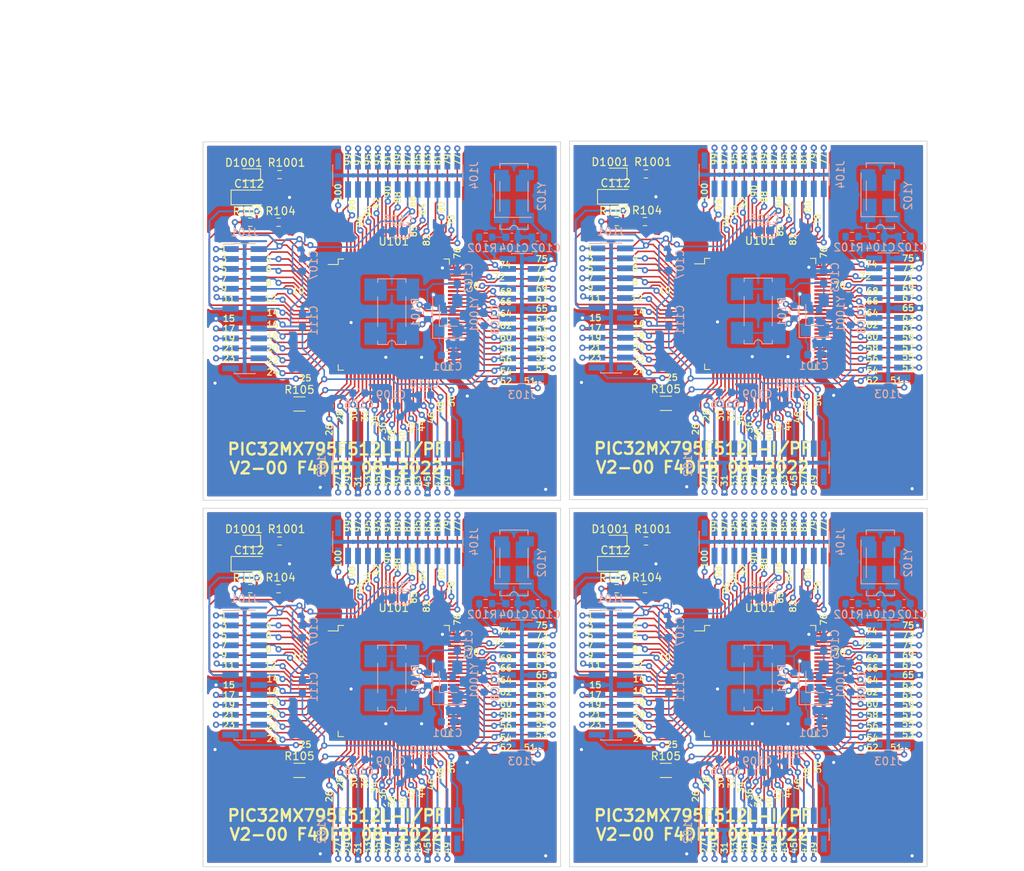
<source format=kicad_pcb>
(kicad_pcb (version 20211014) (generator pcbnew)
  (layers (0 "F.Cu" signal) (31 "B.Cu" signal) (34 "B.Paste" user) (35 "F.Paste" user) (36 "B.SilkS" user "B.Silkscreen") (37 "F.SilkS" user "F.Silkscreen") (38 "B.Mask" user) (39 "F.Mask" user) (44 "Edge.Cuts" user))
  (net 0 "")
  (net 1 "GND")
  (net 2 "Net-(C104-Pad1)")
  (net 3 "+3.3VA")
  (net 4 "+3V3")
  (net 5 "/1")
  (net 6 "/3")
  (net 7 "/4")
  (net 8 "/5")
  (net 9 "/6")
  (net 10 "/7")
  (net 11 "/8")
  (net 12 "/9")
  (net 13 "/10")
  (net 14 "/11")
  (net 15 "/12")
  (net 16 "/13")
  (net 17 "/14")
  (net 18 "/17")
  (net 19 "/18")
  (net 20 "/19")
  (net 21 "/20")
  (net 22 "/21")
  (net 23 "/22")
  (net 24 "/23")
  (net 25 "/24")
  (net 26 "/25")
  (net 28 "/27")
  (net 29 "/26")
  (net 30 "/29")
  (net 31 "/28")
  (net 32 "/33")
  (net 33 "/32")
  (net 34 "/35")
  (net 35 "/34")
  (net 36 "/39")
  (net 37 "/38")
  (net 38 "/41")
  (net 39 "/40")
  (net 40 "/43")
  (net 41 "/42")
  (net 42 "/44")
  (net 43 "/47")
  (net 44 "/49")
  (net 45 "/48")
  (net 47 "/50")
  (net 48 "/51")
  (net 49 "/52")
  (net 50 "/53")
  (net 51 "/54")
  (net 52 "/55")
  (net 53 "/56")
  (net 54 "/57")
  (net 55 "/58")
  (net 56 "/59")
  (net 57 "/60")
  (net 58 "/61")
  (net 59 "/63")
  (net 60 "/64")
  (net 61 "/66")
  (net 62 "/67")
  (net 63 "/68")
  (net 64 "/69")
  (net 65 "/70")
  (net 66 "/71")
  (net 67 "/72")
  (net 68 "/73")
  (net 69 "/74")
  (net 71 "/77")
  (net 72 "/76")
  (net 73 "/79")
  (net 74 "/78")
  (net 75 "/81")
  (net 76 "/80")
  (net 77 "/83")
  (net 78 "/82")
  (net 79 "/85")
  (net 80 "/84")
  (net 81 "/87")
  (net 82 "/89")
  (net 83 "/88")
  (net 84 "/91")
  (net 85 "/90")
  (net 86 "/93")
  (net 87 "/92")
  (net 88 "/95")
  (net 89 "/94")
  (net 90 "/97")
  (net 91 "/96")
  (net 92 "/99")
  (net 93 "/98")
  (net 95 "/100")
  (net 96 "Net-(R104-Pad2)")
  (net 99 "Net-(D1001-Pad1)")
  (footprint "Diode_SMD:D_0603_1608Metric" (layer "F.Cu") (at 136.0425 126.3235 180)
    (fp_text reference "D1001")
    (fp_text value "LED")
  )
  (footprint "Capacitor_Tantalum_SMD:CP_EIA-3216-10_Kemet-I" (layer "F.Cu") (at 136.0665 129.2445)
    (fp_text reference "C112")
    (fp_text value "10µ/10V")
  )
  (footprint "Package_QFP:TQFP-100_14x14mm_P0.5mm" (layer "F.Cu") (at 154.559 144.2305)
    (fp_text reference "U101")
    (fp_text value "PIC32MX795F512L")
  )
  (footprint "Resistor_SMD:R_0603_1608Metric" (layer "F.Cu") (at 136.207 132.4195)
    (fp_text reference "R103")
    (fp_text value "10k")
  )
  (footprint "Capacitor_Tantalum_SMD:CP_EIA-3216-10_Kemet-I" (layer "F.Cu") (at 182.9295 82.296)
    (fp_text reference "C112")
    (fp_text value "10µ/10V")
  )
  (footprint "Package_QFP:TQFP-100_14x14mm_P0.5mm" (layer "F.Cu") (at 154.559 97.3675)
    (fp_text reference "U101")
    (fp_text value "PIC32MX795F512L")
  )
  (footprint "Resistor_SMD:R_1206_3216Metric" (layer "F.Cu") (at 189.357 108.712)
    (fp_text reference "R105")
    (fp_text value "0")
  )
  (footprint "Resistor_SMD:R_0603_1608Metric" (layer "F.Cu") (at 186.817 126.3235)
    (fp_text reference "R1001")
    (fp_text value "330")
  )
  (footprint "Resistor_SMD:R_0603_1608Metric" (layer "F.Cu") (at 183.07 85.471)
    (fp_text reference "R103")
    (fp_text value "10k")
  )
  (footprint "Resistor_SMD:R_0603_1608Metric" (layer "F.Cu") (at 186.69 132.4195)
    (fp_text reference "R104")
    (fp_text value "470")
  )
  (footprint "Package_QFP:TQFP-100_14x14mm_P0.5mm" (layer "F.Cu") (at 201.422 97.282)
    (fp_text reference "U101")
    (fp_text value "PIC32MX795F512L")
  )
  (footprint "Resistor_SMD:R_0603_1608Metric" (layer "F.Cu") (at 186.69 85.471)
    (fp_text reference "R104")
    (fp_text value "470")
  )
  (footprint "Resistor_SMD:R_0603_1608Metric" (layer "F.Cu") (at 139.827 85.5565)
    (fp_text reference "R104")
    (fp_text value "470")
  )
  (footprint "Resistor_SMD:R_0603_1608Metric" (layer "F.Cu") (at 186.817 79.375)
    (fp_text reference "R1001")
    (fp_text value "330")
  )
  (footprint "Resistor_SMD:R_0603_1608Metric" (layer "F.Cu") (at 139.827 132.4195)
    (fp_text reference "R104")
    (fp_text value "470")
  )
  (footprint "Resistor_SMD:R_1206_3216Metric" (layer "F.Cu") (at 189.357 155.6605)
    (fp_text reference "R105")
    (fp_text value "0")
  )
  (footprint "Resistor_SMD:R_0603_1608Metric" (layer "F.Cu") (at 183.07 132.4195)
    (fp_text reference "R103")
    (fp_text value "10k")
  )
  (footprint "Resistor_SMD:R_0603_1608Metric" (layer "F.Cu") (at 139.954 79.4605)
    (fp_text reference "R1001")
    (fp_text value "330")
  )
  (footprint "Package_QFP:TQFP-100_14x14mm_P0.5mm" (layer "F.Cu") (at 201.422 144.2305)
    (fp_text reference "U101")
    (fp_text value "PIC32MX795F512L")
  )
  (footprint "Resistor_SMD:R_0603_1608Metric" (layer "F.Cu") (at 136.207 85.5565)
    (fp_text reference "R103")
    (fp_text value "10k")
  )
  (footprint "Resistor_SMD:R_1206_3216Metric" (layer "F.Cu") (at 142.494 108.7975)
    (fp_text reference "R105")
    (fp_text value "0")
  )
  (footprint "Capacitor_Tantalum_SMD:CP_EIA-3216-10_Kemet-I" (layer "F.Cu") (at 182.9295 129.2445)
    (fp_text reference "C112")
    (fp_text value "10µ/10V")
  )
  (footprint "Resistor_SMD:R_0603_1608Metric" (layer "F.Cu") (at 139.954 126.3235)
    (fp_text reference "R1001")
    (fp_text value "330")
  )
  (footprint "Resistor_SMD:R_1206_3216Metric" (layer "F.Cu") (at 142.494 155.6605)
    (fp_text reference "R105")
    (fp_text value "0")
  )
  (footprint "Diode_SMD:D_0603_1608Metric" (layer "F.Cu") (at 182.9055 79.375 180)
    (fp_text reference "D1001")
    (fp_text value "LED")
  )
  (footprint "Capacitor_Tantalum_SMD:CP_EIA-3216-10_Kemet-I" (layer "F.Cu") (at 136.0665 82.3815)
    (fp_text reference "C112")
    (fp_text value "10µ/10V")
  )
  (footprint "Diode_SMD:D_0603_1608Metric" (layer "F.Cu") (at 136.0425 79.4605 180)
    (fp_text reference "D1001")
    (fp_text value "LED")
  )
  (footprint "Diode_SMD:D_0603_1608Metric" (layer "F.Cu") (at 182.9055 126.3235 180)
    (fp_text reference "D1001")
    (fp_text value "LED")
  )
  (footprint "Resistor_SMD:R_0603_1608Metric" (layer "B.Cu") (at 205.74 97.028 90)
    (fp_text reference "R101")
    (fp_text value "10M" hide)
  )
  (footprint "Capacitor_SMD:C_0603_1608Metric" (layer "B.Cu") (at 212.979 97.917 90)
    (fp_text reference "C108")
    (fp_text value "100n" hide)
  )
  (footprint "Crystal:Crystal_SMD_SeikoEpson_MC306-4Pin_8.0x3.2mm_HandSoldering" (layer "B.Cu") (at 154.305 96.9865 90)
    (fp_text reference "REF**" hide)
    (fp_text value "Crystal_SMD_SeikoEpson_MC306-4Pin_8.0x3.2mm_HandSoldering")
  )
  (footprint "Capacitor_SMD:C_0603_1608Metric" (layer "B.Cu") (at 219.837 87.376 180)
    (fp_text reference "C102")
    (fp_text value "33p")
  )
  (footprint "Resistor_SMD:R_0603_1608Metric" (layer "B.Cu") (at 166.307 134.3245)
    (fp_text reference "R102")
    (fp_text value "2k2" hide)
  )
  (footprint "Resistor_SMD:R_0603_1608Metric" (layer "B.Cu") (at 205.74 143.9765 90)
    (fp_text reference "R101")
    (fp_text value "10M" hide)
  )
  (footprint "Capacitor_SMD:C_0603_1608Metric" (layer "B.Cu") (at 161.417 102.5745)
    (fp_text reference "C101")
    (fp_text value "22p")
  )
  (footprint "Capacitor_SMD:C_0603_1608Metric" (layer "B.Cu") (at 166.116 144.8655 90)
    (fp_text reference "C108")
    (fp_text value "100n" hide)
  )
  (footprint "Capacitor_SMD:C_0603_1608Metric" (layer "B.Cu") (at 162.687 92.6685 90)
    (fp_text reference "C103")
    (fp_text value "22p")
  )
  (footprint "Capacitor_Tantalum_SMD:CP_EIA-1608-08_AVX-J" (layer "B.Cu") (at 201.9795 133.5625 180)
    (fp_text reference "C105")
    (fp_text value "10µ")
  )
  (footprint "Crystal:Crystal_SMD_SeikoEpson_FA238V-4Pin_3.2x2.5mm_HandSoldering" (layer "B.Cu") (at 216.662 82.042 90)
    (fp_text reference "REF**" hide)
    (fp_text value "Crystal_SMD_SeikoEpson_FA238V-4Pin_3.2x2.5mm_HandSoldering")
  )
  (footprint "Capacitor_SMD:C_0603_1608Metric" (layer "B.Cu") (at 172.974 87.4615 180)
    (fp_text reference "C102")
    (fp_text value "33p")
  )
  (footprint "Connector_PinSocket_1.27mm:PinSocket_2x13_P1.27mm_Vertical_SMD" (layer "B.Cu") (at 217.805 97.79)
    (fp_text reference "J103")
    (fp_text value "Conn_02x13_Odd_Even" hide)
  )
  (footprint "Crystal:Crystal_SMD_SeikoEpson_FA238V-4Pin_3.2x2.5mm_HandSoldering" (layer "B.Cu") (at 169.799 82.1275 90)
    (fp_text reference "REF**" hide)
    (fp_text value "Crystal_SMD_SeikoEpson_FA238V-4Pin_3.2x2.5mm_HandSoldering")
  )
  (footprint "Connector_PinSocket_1.27mm:PinSocket_2x13_P1.27mm_Vertical_SMD" (layer "B.Cu") (at 155.067 126.4285 90)
    (fp_text reference "J104")
    (fp_text value "Conn_02x13_Odd_Even")
  )
  (footprint "Crystal:Crystal_SMD_2016-4Pin_2.0x1.6mm" (layer "B.Cu") (at 161.544 144.3575 90)
    (fp_text reference "REF**" hide)
    (fp_text value "Crystal_SMD_2016-4Pin_2.0x1.6mm")
  )
  (footprint "Capacitor_SMD:C_0603_1608Metric" (layer "B.Cu") (at 189.738 98.044 90)
    (fp_text reference "C111")
    (fp_text value "100n")
  )
  (footprint "Crystal:Crystal_SMD_2016-4Pin_2.0x1.6mm" (layer "B.Cu") (at 208.407 144.3575 90)
    (fp_text reference "REF**" hide)
    (fp_text value "Crystal_SMD_2016-4Pin_2.0x1.6mm")
  )
  (footprint "Crystal:Crystal_SMD_SeikoEpson_MC306-4Pin_8.0x3.2mm" (layer "B.Cu") (at 169.926 82.2545 90)
    (fp_text reference "Y102")
    (fp_text value "Crystal_Small" hide)
  )
  (footprint "Crystal:Crystal_SMD_Abracon_ABM3C-4Pin_5.0x3.2mm" (layer "B.Cu") (at 161.537 97.4895 90)
    (fp_text reference "Y1001")
    (fp_text value "8Mhz" hide)
  )
  (footprint "Connector_PinSocket_1.27mm:PinSocket_2x13_P1.27mm_Vertical_SMD" (layer "B.Cu") (at 201.93 79.48 90)
    (fp_text reference "J104")
    (fp_text value "Conn_02x13_Odd_Even")
  )
  (footprint "Connector_PinSocket_1.27mm:PinSocket_2x13_P1.27mm_Vertical_SMD" (layer "B.Cu") (at 155.067 116.3955 -90)
    (fp_text reference "J102")
    (fp_text value "Conn_02x13_Odd_Even" hide)
  )
  (footprint "Capacitor_SMD:C_0603_1608Metric" (layer "B.Cu") (at 196.964 154.2635)
    (fp_text reference "C106")
    (fp_text value "100n")
  )
  (footprint "Crystal:Crystal_SMD_Abracon_ABM3C-4Pin_5.0x3.2mm" (layer "B.Cu") (at 161.537 144.3525 90)
    (fp_text reference "Y1001")
    (fp_text value "8Mhz" hide)
  )
  (footprint "Capacitor_SMD:C_0603_1608Metric" (layer "B.Cu") (at 205.359 107.569 180)
    (fp_text reference "C110")
    (fp_text value "100n")
  )
  (footprint "Resistor_SMD:R_0603_1608Metric" (layer "B.Cu") (at 213.17 87.376)
    (fp_text reference "R102")
    (fp_text value "2k2" hide)
  )
  (footprint "Capacitor_SMD:C_0603_1608Metric" (layer "B.Cu") (at 208.28 149.4375)
    (fp_text reference "C101")
    (fp_text value "22p")
  )
  (footprint "Connector_PinSocket_1.27mm:PinSocket_2x13_P1.27mm_Vertical_SMD" (layer "B.Cu") (at 201.93 163.2585 -90)
    (fp_text reference "J102")
    (fp_text value "Conn_02x13_Odd_Even" hide)
  )
  (footprint "Capacitor_SMD:C_0603_1608Metric" (layer "B.Cu") (at 209.55 139.5315 90)
    (fp_text reference "C103")
    (fp_text value "22p")
  )
  (footprint "Crystal:Crystal_SMD_Abracon_ABM3C-4Pin_5.0x3.2mm" (layer "B.Cu") (at 208.4 144.3525 90)
    (fp_text reference "Y1001")
    (fp_text value "8Mhz" hide)
  )
  (footprint "Capacitor_SMD:C_0603_1608Metric" (layer "B.Cu") (at 154.191 155.9145 180)
    (fp_text reference "C109")
    (fp_text value "100n")
  )
  (footprint "Capacitor_SMD:C_0603_1608Metric" (layer "B.Cu") (at 201.054 155.9145 180)
    (fp_text reference "C109")
    (fp_text value "100n")
  )
  (footprint "Capacitor_SMD:C_0603_1608Metric" (layer "B.Cu") (at 142.875 91.0175 90)
    (fp_text reference "C107")
    (fp_text value "100n")
  )
  (footprint "Capacitor_Tantalum_SMD:CP_EIA-1608-08_AVX-J" (layer "B.Cu") (at 155.1165 133.5625 180)
    (fp_text reference "C105")
    (fp_text value "10µ")
  )
  (footprint "Capacitor_SMD:C_0603_1608Metric" (layer "B.Cu") (at 142.875 137.8805 90)
    (fp_text reference "C107")
    (fp_text value "100n")
  )
  (footprint "Crystal:Crystal_SMD_2016-4Pin_2.0x1.6mm" (layer "B.Cu") (at 161.544 97.4945 90)
    (fp_text reference "REF**" hide)
    (fp_text value "Crystal_SMD_2016-4Pin_2.0x1.6mm")
  )
  (footprint "Resistor_SMD:R_0603_1608Metric" (layer "B.Cu") (at 166.307 87.4615)
    (fp_text reference "R102")
    (fp_text value "2k2" hide)
  )
  (footprint "Capacitor_SMD:C_0603_1608Metric" (layer "B.Cu") (at 154.191 109.0515 180)
    (fp_text reference "C109")
    (fp_text value "100n")
  )
  (footprint "Connector_PinSocket_1.27mm:PinSocket_2x13_P1.27mm_Vertical_SMD" (layer "B.Cu") (at 201.93 126.4285 90)
    (fp_text reference "J104")
    (fp_text value "Conn_02x13_Odd_Even")
  )
  (footprint "Capacitor_SMD:C_0603_1608Metric" (layer "B.Cu") (at 158.496 107.6545 180)
    (fp_text reference "C110")
    (fp_text value "100n")
  )
  (footprint "Resistor_SMD:R_0603_1608Metric" (layer "B.Cu") (at 158.877 97.1135 90)
    (fp_text reference "R101")
    (fp_text value "10M" hide)
  )
  (footprint "Capacitor_SMD:C_0603_1608Metric" (layer "B.Cu") (at 189.738 137.8805 90)
    (fp_text reference "C107")
    (fp_text value "100n")
  )
  (footprint "Capacitor_SMD:C_0603_1608Metric" (layer "B.Cu") (at 142.875 98.1295 90)
    (fp_text reference "C111")
    (fp_text value "100n")
  )
  (footprint "Connector_PinSocket_1.27mm:PinSocket_2x13_P1.27mm_Vertical_SMD" (layer "B.Cu") (at 135.487 96.6055 180)
    (fp_text reference "J101")
    (fp_text value "Conn_02x13_Odd_Even")
  )
  (footprint "Capacitor_SMD:C_0603_1608Metric" (layer "B.Cu") (at 169.672 134.3245)
    (fp_text reference "C104")
    (fp_text value "33p")
  )
  (footprint "Capacitor_SMD:C_0603_1608Metric" (layer "B.Cu") (at 142.875 144.9925 90)
    (fp_text reference "C111")
    (fp_text value "100n")
  )
  (footprint "Capacitor_SMD:C_0603_1608Metric" (layer "B.Cu") (at 208.28 102.489)
    (fp_text reference "C101")
    (fp_text value "22p")
  )
  (footprint "Capacitor_SMD:C_0603_1608Metric" (layer "B.Cu") (at 219.837 134.3245 180)
    (fp_text reference "C102")
    (fp_text value "33p")
  )
  (footprint "Crystal:Crystal_SMD_SeikoEpson_MC306-4Pin_8.0x3.2mm" (layer "B.Cu") (at 169.926 129.1175 90)
    (fp_text reference "Y102")
    (fp_text value "Crystal_Small" hide)
  )
  (footprint "Resistor_SMD:R_0603_1608Metric" (layer "B.Cu") (at 213.17 134.3245)
    (fp_text reference "R102")
    (fp_text value "2k2" hide)
  )
  (footprint "Connector_PinSocket_1.27mm:PinSocket_2x13_P1.27mm_Vertical_SMD" (layer "B.Cu") (at 155.067 163.2585 -90)
    (fp_text reference "J102")
    (fp_text value "Conn_02x13_Odd_Even" hide)
  )
  (footprint "Capacitor_SMD:C_0603_1608Metric" (layer "B.Cu") (at 150.101 154.2635)
    (fp_text reference "C106")
    (fp_text value "100n")
  )
  (footprint "Connector_PinSocket_1.27mm:PinSocket_2x13_P1.27mm_Vertical_SMD" (layer "B.Cu") (at 182.35 96.52 180)
    (fp_text reference "J101")
    (fp_text value "Conn_02x13_Odd_Even")
  )
  (footprint "Connector_PinSocket_1.27mm:PinSocket_2x13_P1.27mm_Vertical_SMD" (layer "B.Cu") (at 155.067 79.5655 90)
    (fp_text reference "J104")
    (fp_text value "Conn_02x13_Odd_Even")
  )
  (footprint "Crystal:Crystal_SMD_SeikoEpson_MC306-4Pin_8.0x3.2mm" (layer "B.Cu") (at 216.789 129.1175 90)
    (fp_text reference "Y102")
    (fp_text value "Crystal_Small" hide)
  )
  (footprint "Crystal:Crystal_SMD_SeikoEpson_MC306-4Pin_8.0x3.2mm_HandSoldering" (layer "B.Cu") (at 201.168 143.8495 90)
    (fp_text reference "REF**" hide)
    (fp_text value "Crystal_SMD_SeikoEpson_MC306-4Pin_8.0x3.2mm_HandSoldering")
  )
  (footprint "Connector_PinSocket_1.27mm:PinSocket_2x13_P1.27mm_Vertical_SMD" (layer "B.Cu") (at 182.35 143.4685 180)
    (fp_text reference "J101")
    (fp_text value "Conn_02x13_Odd_Even")
  )
  (footprint "Connector_PinSocket_1.27mm:PinSocket_2x13_P1.27mm_Vertical_SMD" (layer "B.Cu") (at 170.942 144.7385)
    (fp_text reference "J103")
    (fp_text value "Conn_02x13_Odd_Even" hide)
  )
  (footprint "Connector_PinSocket_1.27mm:PinSocket_2x13_P1.27mm_Vertical_SMD" (layer "B.Cu") (at 201.93 116.31 -90)
    (fp_text reference "J102")
    (fp_text value "Conn_02x13_Odd_Even" hide)
  )
  (footprint "Capacitor_SMD:C_0603_1608Metric" (layer "B.Cu") (at 158.496 154.5175 180)
    (fp_text reference "C110")
    (fp_text value "100n")
  )
  (footprint "Crystal:Crystal_SMD_SeikoEpson_MC306-4Pin_8.0x3.2mm_HandSoldering" (layer "B.Cu") (at 201.168 96.901 90)
    (fp_text reference "REF**" hide)
    (fp_text value "Crystal_SMD_SeikoEpson_MC306-4Pin_8.0x3.2mm_HandSoldering")
  )
  (footprint "Crystal:Crystal_SMD_2016-4Pin_2.0x1.6mm" (layer "B.Cu") (at 208.407 97.409 90)
    (fp_text reference "REF**" hide)
    (fp_text value "Crystal_SMD_2016-4Pin_2.0x1.6mm")
  )
  (footprint "Capacitor_SMD:C_0603_1608Metric" (layer "B.Cu") (at 189.738 90.932 90)
    (fp_text reference "C107")
    (fp_text value "100n")
  )
  (footprint "Crystal:Crystal_SMD_SeikoEpson_MC306-4Pin_8.0x3.2mm_HandSoldering" (layer "B.Cu") (at 154.305 143.8495 90)
    (fp_text reference "REF**" hide)
    (fp_text value "Crystal_SMD_SeikoEpson_MC306-4Pin_8.0x3.2mm_HandSoldering")
  )
  (footprint "Capacitor_SMD:C_0603_1608Metric" (layer "B.Cu") (at 209.55 92.583 90)
    (fp_text reference "C103")
    (fp_text value "22p")
  )
  (footprint "Crystal:Crystal_SMD_SeikoEpson_FA238V-4Pin_3.2x2.5mm_HandSoldering" (layer "B.Cu") (at 169.799 128.9905 90)
    (fp_text reference "REF**" hide)
    (fp_text value "Crystal_SMD_SeikoEpson_FA238V-4Pin_3.2x2.5mm_HandSoldering")
  )
  (footprint "Connector_PinSocket_1.27mm:PinSocket_2x13_P1.27mm_Vertical_SMD" (layer "B.Cu") (at 170.942 97.8755)
    (fp_text reference "J103")
    (fp_text value "Conn_02x13_Odd_Even" hide)
  )
  (footprint "Crystal:Crystal_SMD_SeikoEpson_FA238V-4Pin_3.2x2.5mm_HandSoldering" (layer "B.Cu") (at 216.662 128.9905 90)
    (fp_text reference "REF**" hide)
    (fp_text value "Crystal_SMD_SeikoEpson_FA238V-4Pin_3.2x2.5mm_HandSoldering")
  )
  (footprint "Capacitor_SMD:C_0603_1608Metric" (layer "B.Cu") (at 212.979 144.8655 90)
    (fp_text reference "C108")
    (fp_text value "100n" hide)
  )
  (footprint "Capacitor_SMD:C_0603_1608Metric" (layer "B.Cu") (at 169.672 87.4615)
    (fp_text reference "C104")
    (fp_text value "33p")
  )
  (footprint "Resistor_SMD:R_0603_1608Metric" (layer "B.Cu") (at 158.877 143.9765 90)
    (fp_text reference "R101")
    (fp_text value "10M" hide)
  )
  (footprint "Crystal:Crystal_SMD_Abracon_ABM3C-4Pin_5.0x3.2mm" (layer "B.Cu") (at 208.4 97.404 90)
    (fp_text reference "Y1001")
    (fp_text value "8Mhz" hide)
  )
  (footprint "Capacitor_SMD:C_0603_1608Metric" (layer "B.Cu") (at 205.359 154.5175 180)
    (fp_text reference "C110")
    (fp_text value "100n")
  )
  (footprint "Capacitor_SMD:C_0603_1608Metric" (layer "B.Cu") (at 196.964 107.315)
    (fp_text reference "C106")
    (fp_text value "100n")
  )
  (footprint "Capacitor_SMD:C_0603_1608Metric" (layer "B.Cu") (at 201.054 108.966 180)
    (fp_text reference "C109")
    (fp_text value "100n")
  )
  (footprint "Capacitor_Tantalum_SMD:CP_EIA-1608-08_AVX-J" (layer "B.Cu") (at 201.9795 86.614 180)
    (fp_text reference "C105")
    (fp_text value "10µ")
  )
  (footprint "Capacitor_SMD:C_0603_1608Metric" (layer "B.Cu") (at 150.101 107.4005)
    (fp_text reference "C106")
    (fp_text value "100n")
  )
  (footprint "Capacitor_SMD:C_0603_1608Metric" (layer "B.Cu") (at 172.974 134.3245 180)
    (fp_text reference "C102")
    (fp_text value "33p")
  )
  (footprint "Capacitor_SMD:C_0603_1608Metric" (layer "B.Cu") (at 189.738 144.9925 90)
    (fp_text reference "C111")
    (fp_text value "100n")
  )
  (footprint "Connector_PinSocket_1.27mm:PinSocket_2x13_P1.27mm_Vertical_SMD" (layer "B.Cu") (at 135.487 143.4685 180)
    (fp_text reference "J101")
    (fp_text value "Conn_02x13_Odd_Even")
  )
  (footprint "Capacitor_SMD:C_0603_1608Metric" (layer "B.Cu") (at 216.535 87.376)
    (fp_text reference "C104")
    (fp_text value "33p")
  )
  (footprint "Capacitor_SMD:C_0603_1608Metric" (layer "B.Cu") (at 216.535 134.3245)
    (fp_text reference "C104")
    (fp_text value "33p")
  )
  (footprint "Crystal:Crystal_SMD_SeikoEpson_MC306-4Pin_8.0x3.2mm" (layer "B.Cu") (at 216.789 82.169 90)
    (fp_text reference "Y102")
    (fp_text value "Crystal_Small" hide)
  )
  (footprint "Connector_PinSocket_1.27mm:PinSocket_2x13_P1.27mm_Vertical_SMD" (layer "B.Cu") (at 217.805 144.7385)
    (fp_text reference "J103")
    (fp_text value "Conn_02x13_Odd_Even" hide)
  )
  (footprint "Capacitor_Tantalum_SMD:CP_EIA-1608-08_AVX-J" (layer "B.Cu") (at 155.1165 86.6995 180)
    (fp_text reference "C105")
    (fp_text value "10µ")
  )
  (footprint "Capacitor_SMD:C_0603_1608Metric" (layer "B.Cu") (at 161.417 149.4375)
    (fp_text reference "C101")
    (fp_text value "22p")
  )
  (footprint "Capacitor_SMD:C_0603_1608Metric" (layer "B.Cu") (at 162.687 139.5315 90)
    (fp_text reference "C103")
    (fp_text value "22p")
  )
  (footprint "Capacitor_SMD:C_0603_1608Metric" (layer "B.Cu") (at 166.116 98.0025 90)
    (fp_text reference "C108")
    (fp_text value "100n" hide)
  )
  (gr_line (start 175.895 121.1165) (end 130.175 121.1165) (layer "Edge.Cuts") (width 0.1))
  (gr_line (start 130.175 122.1325) (end 175.895 122.1325) (layer "Edge.Cuts") (width 0.1))
  (gr_line (start 222.758 121.031) (end 177.038 121.031) (layer "Edge.Cuts") (width 0.1))
  (gr_line (start 175.895 122.1325) (end 175.895 167.9795) (layer "Edge.Cuts") (width 0.1))
  (gr_line (start 175.895 75.2695) (end 175.895 121.1165) (layer "Edge.Cuts") (width 0.1))
  (gr_line (start 130.175 75.2695) (end 175.895 75.2695) (layer "Edge.Cuts") (width 0.1))
  (gr_line (start 177.038 75.184) (end 222.758 75.184) (layer "Edge.Cuts") (width 0.1))
  (gr_line (start 177.038 121.031) (end 177.038 75.184) (layer "Edge.Cuts") (width 0.1))
  (gr_line (start 175.895 167.9795) (end 130.175 167.9795) (layer "Edge.Cuts") (width 0.1))
  (gr_line (start 130.175 121.1165) (end 130.175 75.2695) (layer "Edge.Cuts") (width 0.1))
  (gr_line (start 222.758 167.9795) (end 177.038 167.9795) (layer "Edge.Cuts") (width 0.1))
  (gr_line (start 130.175 167.9795) (end 130.175 122.1325) (layer "Edge.Cuts") (width 0.1))
  (gr_line (start 222.758 122.1325) (end 222.758 167.9795) (layer "Edge.Cuts") (width 0.1))
  (gr_line (start 177.038 122.1325) (end 222.758 122.1325) (layer "Edge.Cuts") (width 0.1))
  (gr_line (start 222.758 75.184) (end 222.758 121.031) (layer "Edge.Cuts") (width 0.1))
  (gr_line (start 177.038 167.9795) (end 177.038 122.1325) (layer "Edge.Cuts") (width 0.1))
  (gr_text "19" (at 133.477 147.2785) (layer "F.SilkS") (effects (font (size 0.8 0.8))))
  (gr_text "9" (at 179.705 140.9285) (layer "F.SilkS") (effects (font (size 0.8 0.8))))
  (gr_text "87" (at 156.337 77.5555 90) (layer "F.SilkS") (effects (font (size 0.8 0.8))))
  (gr_text "89" (at 155.067 77.5555 90) (layer "F.SilkS") (effects (font (size 0.8 0.8))))
  (gr_text "14" (at 139.065 97.1135) (layer "F.SilkS") (effects (font (size 0.8 0.8))))
  (gr_text "47" (at 207.01 118.618 90) (layer "F.SilkS") (effects (font (size 0.8 0.8))))
  (gr_text "65" (at 173.482 143.4685) (layer "F.SilkS") (effects (font (size 0.8 0.8))))
  (gr_text "10" (at 189.23 94.234) (layer "F.SilkS") (effects (font (size 0.8 0.8))))
  (gr_text "6" (at 138.557 138.3885) (layer "F.SilkS") (effects (font (size 0.8 0.8))))
  (gr_text "93" (at 199.39 77.47 90) (layer "F.SilkS") (effects (font (size 0.8 0.8))))
  (gr_text "65" (at 220.345 96.52) (layer "F.SilkS") (effects (font (size 0.8 0.8))))
  (gr_text "35" (at 152.527 165.5665 90) (layer "F.SilkS") (effects (font (size 0.8 0.8))))
  (gr_text "91" (at 200.66 124.4185 90) (layer "F.SilkS") (effects (font (size 0.8 0.8))))
  (gr_text "55" (at 173.482 102.8285) (layer "F.SilkS") (effects (font (size 0.8 0.8))))
  (gr_text "98" (at 196.088 130.2605 90) (layer "F.SilkS") (effects (font (size 0.8 0.8))))
  (gr_text "91" (at 200.66 77.47 90) (layer "F.SilkS") (effects (font (size 0.8 0.8))))
  (gr_text "44" (at 204.978 158.4545 90) (layer "F.SilkS") (effects (font (size 0.8 0.8))))
  (gr_text "37" (at 153.797 118.7035 90) (layer "F.SilkS") (effects (font (size 0.8 0.8))))
  (gr_text "83" (at 205.74 124.4185 90) (layer "F.SilkS") (effects (font (size 0.8 0.8))))
  (gr_text "67" (at 220.345 95.25) (layer "F.SilkS") (effects (font (size 0.8 0.8))))
  (gr_text "83" (at 205.74 77.47 90) (layer "F.SilkS") (effects (font (size 0.8 0.8))))
  (gr_text "85" (at 203.962 133.5625 90) (layer "F.SilkS") (effects (font (size 0.8 0.8))))
  (gr_text "26" (at 193.167 158.9625 90) (layer "F.SilkS") (effects (font (size 0.8 0.8))))
  (gr_text "97" (at 196.85 124.4185 90) (layer "F.SilkS") (effects (font (size 0.8 0.8))))
  (gr_text "84" (at 205.105 83.82 90) (layer "F.SilkS") (effects (font (size 0.8 0.8))))
  (gr_text "79" (at 161.417 124.4185 90) (layer "F.SilkS") (effects (font (size 0.8 0.8))))
  (gr_text "10" (at 142.367 141.1825) (layer "F.SilkS") (effects (font (size 0.8 0.8))))
  (gr_text "98" (at 149.225 83.3975 90) (layer "F.SilkS") (effects (font (size 0.8 0.8))))
  (gr_text "71" (at 220.345 139.6585) (layer "F.SilkS") (effects (font (size 0.8 0.8))))
  (gr_text "85" (at 157.607 77.5555 90) (layer "F.SilkS") (effects (font (size 0.8 0.8))))
  (gr_text "28" (at 147.701 157.1845 90) (layer "F.SilkS") (effects (font (size 0.8 0.8))))
  (gr_text "30" (at 196.342 157.1845 90) (layer "F.SilkS") (effects (font (size 0.8 0.8))))
  (gr_text "46" (at 206.248 110.49 90) (layer "F.SilkS") (effects (font (size 0.8 0.8))))
  (gr_text "53" (at 173.482 104.2255) (layer "F.SilkS") (effects (font (size 0.8 0.8))))
  (gr_text "86" (at 156.972 129.7525 90) (layer "F.SilkS") (effects (font (size 0.8 0.8))))
  (gr_text "75" (at 220.345 90.17) (layer "F.SilkS") (effects (font (size 0.8 0.8))))
  (gr_text "54" (at 215.773 151.4695) (layer "F.SilkS") (effects (font (size 0.8 0.8))))
  (gr_text "15" (at 133.477 144.7385) (layer "F.SilkS") (effects (font (size 0.8 0.8))))
  (gr_text "77" (at 209.55 77.47 90) (layer "F.SilkS") (effects (font (size 0.8 0.8))))
  (gr_text "64" (at 168.91 144.1035) (layer "F.SilkS") (effects (font (size 0.8 0.8))))
  (gr_text "69" (at 220.345 93.98) (layer "F.SilkS") (effects (font (size 0.8 0.8))))
  (gr_text "27" (at 147.447 118.7035 90) (layer "F.SilkS") (effects (font (size 0.8 0.8))))
  (gr_text "75" (at 173.482 137.1185) (layer "F.SilkS") (effects (font (size 0.8 0.8))))
  (gr_text "72" (at 214.884 139.4045) (layer "F.SilkS") (effects (font (size 0.8 0.8))))
  (gr_text "92" (at 199.263 130.0065 90) (layer "F.SilkS") (effects (font (size 0.8 0.8))))
  (gr_text "81" (at 207.01 124.4185 90) (layer "F.SilkS") (effects (font (size 0.8 0.8))))
  (gr_text "97" (at 149.987 77.5555 90) (layer "F.SilkS") (effects (font (size 0.8 0.8))))
  (gr_text "9" (at 179.705 93.98) (layer "F.SilkS") (effects (font (size 0.8 0.8))))
  (gr_text "98" (at 196.088 83.312 90) (layer "F.SilkS") (effects (font (size 0.8 0.8))))
  (gr_text "66" (at 168.91 142.5795) (layer "F.SilkS") (effects (font (size 0.8 0.8))))
  (gr_text "69" (at 220.345 140.9285) (layer "F.SilkS") (effects (font (size 0.8 0.8))))
  (gr_text "77" (at 162.687 124.4185 90) (layer "F.SilkS") (effects (font (size 0.8 0.8))))
  (gr_text "95" (at 151.257 77.5555 90) (layer "F.SilkS") (effects (font (size 0.8 0.8))))
  (gr_text "25" (at 143.256 105.4955) (layer "F.SilkS") (effects (font (size 0.8 0.8))))
  (gr_text "55" (at 220.345 102.743) (layer "F.SilkS") (effects (font (size 0.8 0.8))))
  (gr_text "58" (at 168.91 148.5485) (layer "F.SilkS") (effects (font (size 0.8 0.8))))
  (gr_text "94" (at 198.12 131.0225 90) (layer "F.SilkS") (effects (font (size 0.8 0.8))))
  (gr_text "32" (at 150.876 157.1845 90) (layer "F.SilkS") (effects (font (size 0.8 0.8))))
  (gr_text "61" (at 173.482 146.0085) (layer "F.SilkS") (effects (font (size 0.8 0.8))))
  (gr_text "44" (at 204.978 111.506 90) (layer "F.SilkS") (effects (font (size 0.8 0.8))))
  (gr_text "PIC32MX795F512L-I/PF\nV2-00 F4DEB 08-2022" (at 194.056 162.6455) (layer "F.SilkS") (effects (font (size 1.5 1.5) (thickness 0.3))))
  (gr_text "24" (at 185.928 104.648) (layer "F.SilkS") (effects (font (size 0.8 0.8))))
  (gr_text "20" (at 139.065 101.6855) (layer "F.SilkS") (effects (font (size 0.8 0.8))))
  (gr_text "78" (at 161.925 132.1655 90) (layer "F.SilkS") (effects (font (size 0.8 0.8))))
  (gr_text "33" (at 198.12 118.618 90) (layer "F.SilkS") (effects (font (size 0.8 0.8))))
  (gr_text "45" (at 205.74 165.5665 90) (layer "F.SilkS") (effects (font (size 0.8 0.8))))
  (gr_text "82" (at 205.613 134.7055 90) (layer "F.SilkS") (effects (font (size 0.8 0.8))))
  (gr_text "71" (at 173.482 92.7955) (layer "F.SilkS") (effects (font (size 0.8 0.8))))
  (gr_text "59" (at 173.482 147.2785) (layer "F.SilkS") (effects (font (size 0.8 0.8))))
  (gr_text "35" (at 152.527 118.7035 90) (layer "F.SilkS") (effects (font (size 0.8 0.8))))
  (gr_text "70" (at 211.582 140.5475) (layer "F.SilkS") (effects (font (size 0.8 0.8))))
  (gr_text "49" (at 161.417 165.5665 90) (layer "F.SilkS") (effects (font (size 0.8 0.8))))
  (gr_text "50" (at 161.925 108.4165 90) (layer "F.SilkS") (effects (font (size 0.8 0.8))))
  (gr_text "15" (at 180.34 144.7385) (layer "F.SilkS") (effects (font (size 0.8 0.8))))
  (gr_text "31" (at 149.987 165.5665 90) (layer "F.SilkS") (effects (font (size 0.8 0.8))))
  (gr_text "85" (at 157.099 133.5625 90) (layer "F.SilkS") (effects (font (size 0.8 0.8))))
  (gr_text "24" (at 139.065 151.5965) (layer "F.SilkS") (effects (font (size 0.8 0.8))))
  (gr_text "90" (at 153.797 128.4825 90) (layer "F.SilkS") (effects (font (size 0.8 0.8))))
  (gr_text "11" (at 180.34 142.1985) (layer "F.SilkS") (effects (font (size 0.8 0.8))))
  (gr_text "25" (at 190.119 105.41) (layer "F.SilkS") (effects (font (size 0.8 0.8))))
  (gr_text "82" (at 158.75 87.8425 90) (layer "F.SilkS") (effects (font (size 0.8 0.8))))
  (gr_text "66" (at 215.773 95.631) (layer "F.SilkS") (effects (font (size 0.8 0.8))))
  (gr_text "57" (at 173.482 148.5485) (layer "F.SilkS") (effects (font (size 0.8 0.8))))
  (gr_text "52" (at 215.773 105.791) (layer "F.SilkS") (effects (font (size 0.8 0.8))))
  (gr_text "54" (at 215.773 104.521) (layer "F.SilkS") (effects (font (size 0.8 0.8))))
  (gr_text "100" (at 147.447 81.7465 90) (layer "F.SilkS") (effects (font (size 0.8 0.8))))
  (gr_text "36" (at 200.025 111.76 90) (layer "F.SilkS") (effects (font (size 0.8 0.8))))
  (gr_text "18" (at 139.065 147.0245) (layer "F.SilkS") (effects (font (size 0.8 0.8))))
  (gr_text "73" (at 220.345 138.3885) (layer "F.SilkS") (effects (font (size 0.8 0.8))))
  (gr_text "8" (at 185.42 93.218) (layer "F.SilkS") (effects (font (size 0.8 0.8))))
  (gr_text "67" (at 173.482 95.3355) (layer "F.SilkS") (effects (font (size 0.8 0.8))))
  (gr_text "71" (at 173.482 139.6585) (layer "F.SilkS") (effects (font (size 0.8 0.8))))
  (gr_text "51" (at 171.958 152.7395) (layer "F.SilkS") (effects (font (size 0.8 0.8))))
  (gr_text "36" (at 200.025 158.7085 90) (layer "F.SilkS") (effects (font (size 0.8 0.8))))
  (gr_text "48" (at 207.391 109.093 90) (layer "F.SilkS") (effects (font (size 0.8 0.8))))
  (gr_text "4" (at 138.557 137.1185) (layer "F.SilkS") (effects (font (size 0.8 0.8))))
  (gr_text "19" (at 133.477 100.4155) (layer "F.SilkS") (effects (font (size 0.8 0.8))))
  (gr_text "96" (at 150.241 85.4295 90) (layer "F.SilkS") (effects (font (size 0.8 0.8))))
  (gr_text "91" (at 153.797 124.4185 90) (layer "F.SilkS") (effects (font (size 0.8 0.8))))
  (gr_text "6" (at 185.42 138.3885) (layer "F.SilkS") (effects (font (size 0.8 0.8))))
  (gr_text "29" (at 148.717 118.7035 90) (layer "F.SilkS") (effects (font (size 0.8 0.8))))
  (gr_text "9" (at 132.842 94.0655) (layer "F.SilkS") (effects (font (size 0.8 0.8))))
  (gr_text "5" (at 132.842 91.5255) (layer "F.SilkS") (effects (font (size 0.8 0.8))))
  (gr_text "57" (at 220.345 148.5485) (layer "F.SilkS") (effects (font (size 0.8 0.8))))
  (gr_text "77" (at 209.55 124.4185 90) (layer "F.SilkS") (effects (font (size 0.8 0.8))))
  (gr_text "44" (at 158.115 111.5915 90) (layer "F.SilkS") (effects (font (size 0.8 0.8))))
  (gr_text "74" (at 168.783 91.0175) (layer "F.SilkS") (effects (font (size 0.8 0.8))))
  (gr_text "80" (at 207.518 130.5145 90) (layer "F.SilkS") (effects (font (size 0.8 0.8))))
  (gr_text "53" (at 173.482 151.0885) (layer "F.SilkS") (effects (font (size 0.8 0.8))))
  (gr_text "69" (at 173.482 94.0655) (layer "F.SilkS") (effects (font (size 0.8 0.8))))
  (gr_text "41" (at 203.2 118.618 90) (layer "F.SilkS") (effects (font (size 0.8 0.8))))
  (gr_text "37" (at 200.66 165.5665 90) (layer "F.SilkS") (effects (font (size 0.8 0.8))))
  (gr_text "30" (at 149.479 157.1845 90) (layer "F.SilkS") (effects (font (size 0.8 0.8))))
  (gr_text "99" (at 195.58 124.4185 90) (layer "F.SilkS") (effects (font (size 0.8 0.8))))
  (gr_text "88" (at 201.93 129.2445 90) (layer "F.SilkS") (effects (font (size 0.8 0.8))))
  (gr_text "39" (at 155.067 165.5665 90) (layer "F.SilkS") (effects (font (size 0.8 0.8))))
  (gr_text "35" (at 199.39 165.5665 90) (layer "F.SilkS") (effects (font (size 0.8 0.8))))
  (gr_text "43" (at 157.607 118.7035 90) (layer "F.SilkS") (effects (font (size 0.8 0.8))))
  (gr_text "17" (at 180.34 99.06) (layer "F.SilkS") (effects (font (size 0.8 0.8))))
  (gr_text "99" (at 148.717 124.4185 90) (layer "F.SilkS") (effects (font (size 0.8 0.8))))
  (gr_text "22" (at 185.928 103.124) (layer "F.SilkS") (effects (font (size 0.8 0.8))))
  (gr_text "83" (at 158.877 77.5555 90) (layer "F.SilkS") (effects (font (size 0.8 0.8))))
  (gr_text "14" (at 139.065 143.9765) (layer "F.SilkS") (effects (font (size 0.8 0.8))))
  (gr_text "40" (at 155.702 112.9885 90) (layer "F.SilkS") (effects (font (size 0.8 0.8))))
  (gr_text "15" (at 133.477 97.8755) (layer "F.SilkS") (effects (font (size 0.8 0.8))))
  (gr_text "25" (at 190.119 152.3585) (layer "F.SilkS") (effects (font (size 0.8 0.8))))
  (gr_text "56" (at 215.773 102.997) (layer "F.SilkS") (effects (font (size 0.8 0.8))))
  (gr_text "12" (at 138.811 142.1985) (layer "F.SilkS") (effects (font (size 0.8 0.8))))
  (gr_text "39" (at 155.067 118.7035 90) (layer "F.SilkS") (effects (font (size 0.8 0.8))))
  (gr_text "68" (at 168.91 141.3095) (layer "F.SilkS") (effects (font (size 0.8 0.8))))
  (gr_text "50" (at 161.925 155.2795 90) (layer "F.SilkS") (effects (font (size 0.8 0.8))))
  (gr_text "68" (at 215.773 94.361) (layer "F.SilkS") (effects (font (size 0.8 0.8))))
  (gr_text "85" (at 204.47 77.47 90) (layer "F.SilkS") (effects (font (size 0.8 0.8))))
  (gr_text "29" (at 195.58 165.5665 90) (layer "F.SilkS") (effects (font (size 0.8 0.8))))
  (gr_text "82" (at 205.613 87.757 90) (layer "F.SilkS") (effects (font (size 0.8 0.8))))
  (gr_text "32" (at 197.739 157.1845 90) (layer "F.SilkS") (effects (font (size 0.8 0.8))))
  (gr_text "32" (at 150.876 110.3215 90) (layer "F.SilkS") (effects (font (size 0.8 0.8))))
  (gr_text "92" (at 152.4 83.1435 90) (layer "F.SilkS") (effects (font (size 0.8 0.8))))
  (gr_text "65" (at 220.345 143.4685) (layer "F.SilkS") (effects (font (size 0.8 0.8))))
  (gr_text "63" (at 173.482 97.8755) (layer "F.SilkS") (effects (font (size 0.8 0.8))))
  (gr_text "3" (at 132.842 137.1185) (layer "F.SilkS") (effects (font (size 0.8 0.8))))
  (gr_text "57" (at 173.482 101.6855) (layer "F.SilkS") (effects (font (size 0.8 0.8))))
  (gr_text "73" (at 173.482 91.5255) (layer "F.SilkS") (effects (font (size 0.8 0.8))))
  (gr_text "22" (at 185.928 150.0725) (layer "F.SilkS") (effects (font (size 0.8 0.8))))
  (gr_text "96" (at 150.241 132.2925 90) (layer "F.SilkS") (effects (font (size 0.8 0.8))))
  (gr_text "65" (at 173.482 96.6055) (layer "F.SilkS") (effects (font (size 0.8 0.8))))
  (gr_text "84" (at 158.242 130.7685 90) (layer "F.SilkS") (effects (font (size 0.8 0.8))))
  (gr_text "85" (at 204.47 124.4185 90) (layer "F.SilkS") (effects (font (size 0.8 0.8))))
  (gr_text "43" (at 157.607 165.5665 90) (layer "F.SilkS") (effects (font (size 0.8 0.8))))
  (gr_text "76" (at 209.55 136.3565 90) (layer "F.SilkS") (effects (font (size 0.8 0.8))))
  (gr_text "27" (at 147.447 165.5665 90) (layer "F.SilkS") (effects (font (size 0.8 0.8))))
  (gr_text "5" (at 179.705 91.44) (layer "F.SilkS") (effects (font (size 0.8 0.8))))
  (gr_text "80" (at 207.518 83.566 90) (layer "F.SilkS") (effects (font (size 0.8 0.8))))
  (gr_text "22" (at 139.065 150.0725) (layer "F.SilkS") (effects (font (size 0.8 0.8))))
  (gr_text "4" (at 185.42 137.1185) (layer "F.SilkS") (effects (font (size 0.8 0.8))))
  (gr_text "14" (at 185.928 143.9765) (layer "F.SilkS") (effects (font (size 0.8 0.8))))
  (gr_text "17" (at 133.477 146.0085) (layer "F.SilkS") (effects (font (size 0.8 0.8))))
  (gr_text "59" (at 220.345 100.33) (layer "F.SilkS") (effects (font (size 0.8 0.8))))
  (gr_text "92" (at 152.4 130.0065 90) (layer "F.SilkS") (effects (font (size 0.8 0.8))))
  (gr_text "73" (at 220.345 91.44) (layer "F.SilkS") (effects (font (size 0.8 0.8))))
  (gr_text "36" (at 153.162 111.8455 90) (layer "F.SilkS") (effects (font (size 0.8 0.8))))
  (gr_text "84" (at 158.242 83.9055 90) (layer "F.SilkS") (effects (font (size 0.8 0.8))))
  (gr_text "88" (at 155.067 82.3815 90) (layer "F.SilkS") (effects (font (size 0.8 0.8))))
  (gr_text "47" (at 207.01 165.5665 90) (layer "F.SilkS") (effects (font (size 0.8 0.8))))
  (gr_text "4" (at 138.557 90.2555) (layer "F.SilkS") (effects (font (size 0.8 0.8))))
  (gr_text "41" (at 156.337 165.5665 90) (layer "F.SilkS") (effects (font (size 0.8 0.8))))
  (gr_text "81" (at 160.147 124.4185 90) (layer "F.SilkS") (effects (font (size 0.8 0.8))))
  (gr_text "56" (at 168.91 149.9455) (layer "F.SilkS") (effects (font (size 0.8 0.8))))
  (gr_text "48" (at 160.528 156.0415 90) (layer "F.SilkS") (effects (font (size 0.8 0.8))))
  (gr_text "78" (at 161.925 85.3025 90) (layer "F.SilkS") (effects (font (size 0.8 0.8))))
  (gr_text "41" (at 156.337 118.7035 90) (layer "F.SilkS") (effects (font (size 0.8 0.8))))
  (gr_text "9" (at 132.842 140.9285) (layer "F.SilkS") (effects (font (size 0.8 0.8))))
  (gr_text "37" (at 200.66 118.618 90) (layer "F.SilkS") (effects (font (size 0.8 0.8))))
  (gr_text "85" (at 157.099 86.6995 90) (layer "F.SilkS") (effects (font (size 0.8 0.8))))
  (gr_text "40" (at 202.565 112.903 90) (layer "F.SilkS") (effects (font (size 0.8 0.8))))
  (gr_text "40" (at 202.565 159.8515 90) (layer "F.SilkS") (effects (font (size 0.8 0.8))))
  (gr_text "46" (at 159.385 157.4385 90) (layer "F.SilkS") (effects (font (size 0.8 0.8))))
  (gr_text "20" (at 185.928 101.6) (layer "F.SilkS") (effects (font (size 0.8 0.8))))
  (gr_text "55" (at 220.345 149.6915) (layer "F.SilkS") (effects (font (size 0.8 0.8))))
  (gr_text "80" (at 160.655 130.5145 90) (layer "F.SilkS") (effects (font (size 0.8 0.8))))
  (gr_text "17" (at 180.34 146.0085) (layer "F.SilkS") (effects (font (size 0.8 0.8))))
  (gr_text "38" (at 201.168 112.649 90) (layer "F.SilkS") (effects (font (size 0.8 0.8))))
  (gr_text "11" (at 133.477 142.1985) (layer "F.SilkS") (effects (font (size 0.8 0.8))))
  (gr_text "30" (at 149.479 110.3215 90) (layer "F.SilkS") (effects (font (size 0.8 0.8))))
  (gr_text "80" (at 160.655 83.6515 90) (layer "F.SilkS") (effects (font (size 0.8 0.8))))
  (gr_text "49" (at 161.417 118.7035 90) (layer "F.SilkS") (effects (font (size 0.8 0.8))))
  (gr_text "95" (at 151.257 124.4185 90) (layer "F.SilkS") (effects (font (size 0.8 0.8))))
  (gr_text "33" (at 198.12 165.5665 90) (layer "F.SilkS") (effects (font (size 0.8 0.8))))
  (gr_text "29" (at 195.58 118.618 90) (layer "F.SilkS") (effects (font (size 0.8 0.8))))
  (gr_text "60" (at 168.91 147.1515) (layer "F.SilkS") (effects (font (size 0.8 0.8))))
  (gr_text "32" (at 197.739 110.236 90) (layer "F.SilkS") (effects (font (size 0.8 0.8))))
  (gr_text "67" (at 220.345 142.1985) (layer "F.SilkS") (effects (font (size 0.8 0.8))))
  (gr_text "88" (at 201.93 82.296 90) (layer "F.SilkS") (effects (font (size 0.8 0.8))))
  (gr_text "88" (at 155.067 129.2445 90) (layer "F.SilkS") (effects (font (size 0.8 0.8))))
  (gr_text "23" (at 180.34 149.8185) (layer "F.SilkS") (effects (font (size 0.8 0.8))))
  (gr_text "50" (at 208.788 108.331 90) (layer "F.SilkS") (effects (font (size 0.8 0.8))))
  (gr_text "68" (at 215.773 141.3095) (layer "F.SilkS") (effects (font (size 0.8 0.8))))
  (gr_text "18" (at 185.928 147.0245) (layer "F.SilkS") (effects (font (size 0.8 0.8))))
  (gr_text "43" (at 204.47 165.5665 90) (layer "F.SilkS") (effects (font (size 0.8 0.8))))
  (gr_text "100" (at 147.447 128.6095 90) (layer "F.SilkS") (effects (font (size 0.8 0.8))))
  (gr_text "76" (at 162.687 136.3565 90) (layer "F.SilkS") (effects (font (size 0.8 0.8))))
  (gr_text "34" (at 199.009 110.871 90) (layer "F.SilkS") (effects (font (size 0.8 0.8))))
  (gr_text "34" (at 152.146 157.8195 90) (layer "F.SilkS") (effects (font (size 0.8 0.8))))
  (gr_text "63" (at 220.345 97.79) (layer "F.SilkS") (effects (font (size 0.8 0.8))))
  (gr_text "5" (at 179.705 138.3885) (layer "F.SilkS") (effects (font (size 0.8 0.8))))
  (gr_text "31" (at 196.85 165.5665 90) (layer "F.SilkS") (effects (font (size 0.8 0.8))))
  (gr_text "89" (at 201.93 124.4185 90) (layer "F.SilkS") (effects (font (size 0.8 0.8))))
  (gr_text "78" (at 208.788 132.1655 90) (layer "F.SilkS") (effects (font (size 0.8 0.8))))
  (gr_text "1" (at 132.842 135.8485) (layer "F.SilkS") (effects (font (size 0.8 0.8))))
  (gr_text "79" (at 208.28 124.4185 90) (layer "F.SilkS") (effects (font (size 0.8 0.8))))
  (gr_text "24" (at 139.065 104.7335) (layer "F.SilkS") (effects (font (size 0.8 0.8))))
  (gr_text "4" (at 185.42 90.17) (layer "F.SilkS") (effects (font (size 0.8 0.8))))
  (gr_text "54" (at 168.91 151.4695) (layer "F.SilkS") (effects (font (size 0.8 0.8))))
  (gr_text "49" (at 208.28 165.5665 90) (layer "F.SilkS") (effects (font (size 0.8 0.8))))
  (gr_text "48" (at 207.391 156.0415 90) (layer "F.SilkS") (effects (font (size 0.8 0.8))))
  (gr_text "87" (at 203.2 124.4185 90) (layer "F.SilkS") (effects (font (size 0.8 0.8))))
  (gr_text "83" (at 158.877 124.4185 90) (layer "F.SilkS") (effects (font (size 0.8 0.8))))
  (gr_text "79" (at 161.417 77.5555 90) (layer "F.SilkS") (effects (font (size 0.8 0.8))))
  (gr_text "99" (at 195.58 77.47 90) (layer "F.SilkS") (effects (font (size 0.8 0.8))))
  (gr_text "47" (at 160.147 165.5665 90) (layer "F.SilkS") (effects (font (size 0.8 0.8))))
  (gr_text "23" (at 180.34 102.87) (layer "F.SilkS") (effects (font (size 0.8 0.8))))
  (gr_text "20" (at 185.928 148.5485) (layer "F.SilkS") (effects (font (size 0.8 0.8))))
  (gr_text "16" (at 139.065 145.5005) (layer "F.SilkS") (effects (font (size 0.8 0.8))))
  (gr_text "74" (at 215.646 137.8805) (layer "F.SilkS") (effects (font (size 0.8 0.8))))
  (gr_text "29" (at 148.717 165.5665 90) (layer "F.SilkS") (effects (font (size 0.8 0.8))))
  (gr_text "33" (at 151.257 165.5665 90) (layer "F.SilkS") (effects (font (size 0.8 0.8))))
  (gr_text "19" (at 180.34 147.2785) (layer "F.SilkS") (effects (font (size 0.8 0.8))))
  (gr_text "14" (at 185.928 97.028) (layer "F.SilkS") (effects (font (size 0.8 0.8))))
  (gr_text "38" (at 154.305 159.5975 90) (layer "F.SilkS") (effects (font (size 0.8 0.8))))
  (gr_text "90" (at 153.797 81.6195 90) (layer "F.SilkS") (effects (font (size 0.8 0.8))))
  (gr_text "38" (at 154.305 112.7345 90) (layer "F.SilkS") (effects (font (size 0.8 0.8))))
  (gr_text "7" (at 179.705 92.71) (layer "F.SilkS") (effects (font (size 0.8 0.8))))
  (gr_text "75" (at 173.482 90.2555) (layer "F.SilkS") (effects (font (size 0.8 0.8))))
  (gr_text "62" (at 215.773 145.6275) (layer "F.SilkS") (effects (font (size 0.8 0.8))))
  (gr_text "59" (at 220.345 147.2785) (layer "F.SilkS") (effects (font (size 0.8 0.8))))
  (gr_text "64" (at 215.773 97.155) (layer "F.SilkS") (effects (font (size 0.8 0.8))))
  (gr_text "8" (at 138.557 140.1665) (layer "F.SilkS") (effects (font (size 0.8 0.8))))
  (gr_text "68" (at 168.91 94.4465) (layer "F.SilkS") (effects (font (size 0.8 0.8))))
  (gr_text "72" (at 168.021 139.4045) (layer "F.SilkS") (effects (font (size 0.8 0.8))))
  (gr_text "36" (at 153.162 158.7085 90) (layer "F.SilkS") (effects (font (size 0.8 0.8))))
  (gr_text "87" (at 203.2 77.47 90) (layer "F.SilkS") (effects (font (size 0.8 0.8))))
  (gr_text "PIC32MX795F512L-I/PF\nV2-00 F4DEB 08-2022" (at 147.193 162.6455) (layer "F.SilkS") (effects (font (size 1.5 1.5) (thickness 0.3))))
  (gr_text "56" (at 168.91 103.0825) (layer "F.SilkS") (effects (font (size 0.8 0.8))))
  (gr_text "7" (at 179.705 139.6585) (layer "F.SilkS") (effects (font (size 0.8 0.8))))
  (gr_text "61" (at 220.345 146.0085) (layer "F.SilkS") (effects (font (size 0.8 0.8))))
  (gr_text "66" (at 168.91 95.7165) (layer "F.SilkS") (effects (font (size 0.8 0.8))))
  (gr_text "42" (at 156.845 158.7085 90) (layer "F.SilkS") (effects (font (size 0.8 0.8))))
  (gr_text "28" (at 194.564 157.1845 90) (layer "F.SilkS") (effects (font (size 0.8 0.8))))
  (gr_text "94" (at 198.12 84.074 90) (layer "F.SilkS") (effects (font (size 0.8 0.8))))
  (gr_text "26" (at 146.304 158.9625 90) (layer "F.SilkS") (effects (font (size 0.8 0.8))))
  (gr_text "95" (at 198.12 77.47 90) (layer "F.SilkS") (effects (font (size 0.8 0.8))))
  (gr_text "37" (at 153.797 165.5665 90) (layer "F.SilkS") (effects (font (size 0.8 0.8))))
  (gr_text "89" (at 201.93 77.47 90) (layer "F.SilkS") (effects (font (size 0.8 0.8))))
  (gr_text "85" (at 203.962 86.614 90) (layer "F.SilkS") (effects (font (size 0.8 0.8))))
  (gr_text "43" (at 204.47 118.618 90) (layer "F.SilkS") (effects (font (size 0.8 0.8))))
  (gr_text "53" (at 220.345 151.0885) (layer "F.SilkS") (effects (font (size 0.8 0.8))))
  (gr_text "39" (at 201.93 165.5665 90) (layer "F.SilkS") (effects (font (size 0.8 0.8))))
  (gr_text "38" (at 201.168 159.5975 90) (layer "F.SilkS") (effects (font (size 0.8 0.8))))
  (gr_text "15" (at 180.34 97.79) (layer "F.SilkS") (effects (font (size 0.8 0.8))))
  (gr_text "6" (at 138.557 91.5255) (layer "F.SilkS") (effects (font (size 0.8 0.8))))
  (gr_text "40" (at 155.702 159.8515 90) (layer "F.SilkS") (effects (font (size 0.8 0.8))))
  (gr_text "20" (at 139.065 148.5485) (layer "F.SilkS") (effects (font (size 0.8 0.8))))
  (gr_text "25" (at 143.256 152.3585) (layer "F.SilkS") (effects (font (size 0.8 0.8))))
  (gr_text "PIC32MX795F512L-I/PF\nV2-00 F4DEB 08-2022" (at 194.056 115.697) (layer "F.SilkS") (effects (font (size 1.5 1.5) (thickness 0.3))))
  (gr_text "89" (at 155.067 124.4185 90) (layer "F.SilkS") (effects (font (size 0.8 0.8))))
  (gr_text "70" (at 211.582 93.599) (layer "F.SilkS") (effects (font (size 0.8 0.8))))
  (gr_text "46" (at 159.385 110.5755 90) (layer "F.SilkS") (effects (font (size 0.8 0.8))))
  (gr_text "70" (at 164.719 93.6845) (layer "F.SilkS") (effects (font (size 0.8 0.8))))
  (gr_text "26" (at 146.304 112.0995 90) (layer "F.SilkS") (effects (font (size 0.8 0.8))))
  (gr_text "30" (at 196.342 110.236 90) (layer "F.SilkS") (effects (font (size 0.8 0.8))))
  (gr_text "78" (at 208.788 85.217 90) (layer "F.SilkS") (effects (font (size 0.8 0.8))))
  (gr_text "96" (at 197.104 85.344 90) (layer "F.SilkS") (effects (font (size 0.8 0.8))))
  (gr_text "28" (at 194.564 110.236 90) (layer "F.SilkS") (effects (font (size 0.8 0.8))))
  (gr_text "85" (at 157.607 124.4185 90) (layer "F.SilkS") (effects (font (size 0.8 0.8))))
  (gr_text "42" (at 156.845 111.8455 90) (layer "F.SilkS") (effects (font (size 0.8 0.8))))
  (gr_text "52" (at 215.773 152.7395) (layer "F.SilkS") (effects (font (size 0.8 0.8))))
  (gr_text "56" (at 215.773 149.9455) (layer "F.SilkS") (effects (font (size 0.8 0.8))))
  (gr_text "70" (at 164.719 140.5475) (layer "F.SilkS") (effects (font (size 0.8 0.8))))
  (gr_text "79" (at 208.28 77.47 90) (layer "F.SilkS") (effects (font (size 0.8 0.8))))
  (gr_text "21" (at 180.34 148.5485) (layer "F.SilkS") (effects (font (size 0.8 0.8))))
  (gr_text "10" (at 189.23 141.1825) (layer "F.SilkS") (effects (font (size 0.8 0.8))))
  (gr_text "92" (at 199.263 83.058 90) (layer "F.SilkS") (effects (font (size 0.8 0.8))))
  (gr_text "46" (at 206.248 157.4385 90) (layer "F.SilkS") (effects (font (size 0.8 0.8))))
  (gr_text "26" (at 193.167 112.014 90) (layer "F.SilkS") (effects (font (size 0.8 0.8))))
  (gr_text "45" (at 158.877 165.5665 90) (layer "F.SilkS") (effects (font (size 0.8 0.8))))
  (gr_text "84" (at 205.105 130.7685 90) (layer "F.SilkS") (effects (font (size 0.8 0.8))))
  (gr_text "42" (at 203.708 111.76 90) (layer "F.SilkS") (effects (font (size 0.8 0.8))))
  (gr_text "34" (at 199.009 157.8195 90) (layer "F.SilkS") (effects (font (size 0.8 0.8))))
  (gr_text "90" (at 200.66 81.534 90) (layer "F.SilkS") (effects (font (size 0.8 0.8))))
  (gr_text "31" (at 196.85 118.618 90) (layer "F.SilkS") (effects (font (size 0.8 0.8))))
  (gr_text "61" (at 220.345 99.06) (layer "F.SilkS") (effects (font (size 0.8 0.8))))
  (gr_text "62" (at 168.91 98.7645) (layer "F.SilkS") (effects (font (size 0.8 0.8))))
  (gr_text "54" (at 168.91 104.6065) (layer "F.SilkS") (effects (font (size 0.8 0.8))))
  (gr_text "42" (at 203.708 158.7085 90) (layer "F.SilkS") (effects (font (size 0.8 0.8))))
  (gr_text "93" (at 152.527 77.5555 90) (layer "F.SilkS") (effects (font (size 0.8 0.8))))
  (gr_text "66" (at 215.773 142.5795) (layer "F.SilkS") (effects (font (size 0.8 0.8))))
  (gr_text "86" (at 156.972 82.8895 90) (layer "F.SilkS") (effects (font (size 0.8 0.8))))
  (gr_text "18" (at 139.065 100.1615) (layer "F.SilkS") (effects (font (size 0.8 0.8))))
  (gr_text "45" (at 205.74 118.618 90) (layer "F.SilkS") (effects (font (size 0.8 0.8))))
  (gr_text "69" (at 173.482 140.9285) (layer "F.SilkS") (effects (font (size 0.8 0.8))))
  (gr_text "91" (at 153.797 77.5555 90) (layer "F.SilkS") (effects (font (size 0.8 0.8))))
  (gr_text "52" (at 168.91 152.7395) (layer "F.SilkS") (effects (font (size 0.8 0.8))))
  (gr_text "57" (at 220.345 101.6) (layer "F.SilkS") (effects (font (size 0.8 0.8))))
  (gr_text "100" (at 194.31 81.661 90) (layer "F.SilkS") (effects (font (size 0.8 0.8))))
  (gr_text "73" (at 173.482 138.3885) (layer "F.SilkS") (effects (font (size 0.8 0.8))))
  (gr_text "12" (at 185.674 142.1985) (layer "F.SilkS") (effects (font (size 0.8 0.8))))
  (gr_text "86" (at 203.835 82.804 90) (layer "F.SilkS") (effects (font (size 0.8 0.8))))
  (gr_text "97" (at 149.987 124.4185 90) (layer "F.SilkS") (effects (font (size 0.8 0.8))))
  (gr_text "6" (at 185.42 91.44) (layer "F.SilkS") (effects (font (size 0.8 0.8))))
  (gr_text "61" (at 173.482 99.1455) (layer "F.SilkS") (effects (font (size 0.8 0.8))))
  (gr_text "96" (at 197.104 132.2925 90) (layer "F.SilkS") (effects (font (size 0.8 0.8))))
  (gr_text "47" (at 160.147 118.7035 90) (layer "F.SilkS") (effects (font (size 0.8 0.8))))
  (gr_text "18" (at 185.928 100.076) (layer "F.SilkS") (effects (font (size 0.8 0.8))))
  (gr_text "27" (at 194.31 165.5665 90) (layer "F.SilkS") (effects (font (size 0.8 0.8))))
  (gr_text "50" (at 208.788 155.2795 90) (layer "F.SilkS") (effects (font (size 0.8 0.8))))
  (gr_text "41" (at 203.2 165.5665 90) (layer "F.SilkS") (effects (font (size 0.8 0.8))))
  (gr_text "22" (at 139.065 103.2095) (layer "F.SilkS") (effects (font (size 0.8 0.8))))
  (gr_text "77" (at 162.687 77.5555 90) (layer "F.SilkS") (effects (font (size 0.8 0.8))))
  (gr_text "1" (at 132.842 88.9855) (layer "F.SilkS") (effects (font (size 0.8 0.8))))
  (gr_text "10" (at 142.367 94.3195) (layer "F.SilkS") (effects (font (size 0.8 0.8))))
  (gr_text "16" (at 139.065 98.6375) (layer "F.SilkS") (effects (font (size 0.8 0.8))))
  (gr_text "45" (at 158.877 118.7035 90) (layer "F.SilkS") (effects (font (size 0.8 0.8))))
  (gr_text "23" (at 133.477 102.9555) (layer "F.SilkS") (effects (font (size 0.8 0.8))))
  (gr_text "24" (at 185.928 151.5965) (layer "F.SilkS") (effects (font (size 0.8 0.8))))
  (gr_text "58" (at 168.91 101.6855) (layer "F.SilkS") (effects (font (size 0.8 0.8))))
  (gr_text "64" (at 215.773 144.1035) (layer "F.SilkS") (effects (font (size 0.8 0.8))))
  (gr_text "11" (at 133.477 95.3355) (layer "F.SilkS") (effects (font (size 0.8 0.8))))
  (gr_text "51" (at 218.821 152.7395) (layer "F.SilkS") (effects (font (size 0.8 0.8))))
  (gr_text "5" (at 132.842 138.3885) (layer "F.SilkS") (effects (font (size 0.8 0.8))))
  (gr_text "64" (at 168.91 97.2405) (layer "F.SilkS") (effects (font (size 0.8 0.8))))
  (gr_text "58" (at 215.773 101.6) (layer "F.SilkS") (effects (font (size 0.8 0.8))))
  (gr_text "81" (at 207.01 77.47 90) (layer "F.SilkS") (effects (font (size 0.8 0.8))))
  (gr_text "17" (at 133.477 99.1455) (layer "F.SilkS") (effects (font (size 0.8 0.8))))
  (gr_text "71" (at 220.345 92.71) (layer "F.SilkS") (effects (font (size 0.8 0.8))))
  (gr_text "72" (at 168.021 92.5415) (layer "F.SilkS") (effects (font (size 0.8 0.8))))
  (gr_text "8" (at 185.42 140.1665) (layer "F.SilkS") (effects (font (size 0.8 0.8))))
  (gr_text "76" (at 162.687 89.4935 90) (layer "F.SilkS") (effects (font (size 0.8 0.8))))
  (gr_text "63" (at 220.345 144.7385) (layer "F.SilkS") (effects (font (size 0.8 0.8))))
  (gr_text "86" (at 203.835 129.7525 90) (layer "F.SilkS") (effects (font (size 0.8 0.8))))
  (gr_text "3" (at 179.705 137.1185) (layer "F.SilkS") (effects (font (size 0.8 0.8))))
  (gr_text "1" (at 179.705 135.8485) (layer "F.SilkS") (effects (font (size 0.8 0.8))))
  (gr_text "99" (at 148.717 77.5555 90) (layer "F.SilkS") (effects (font (size 0.8 0.8))))
  (gr_text "95" (at 198.12 124.4185 90) (layer "F.SilkS") (effects (font (size 0.8 0.8))))
  (gr_text "76" (at 209.55 89.408 90) (layer "F.SilkS") (effects (font (size 0.8 0.8))))
  (gr_text "81" (at 160.147 77.5555 90) (layer "F.SilkS") (effects (font (size 0.8 0.8))))
  (gr_text "93" (at 199.39 124.4185 90) (layer "F.SilkS") (effects (font (size 0.8 0.8))))
  (gr_text "12" (at 138.811 95.3355) (layer "F.SilkS") (effects (font (size 0.8 0.8))))
  (gr_text "62" (at 168.91 145.6275) (layer "F.SilkS") (effects (font (size 0.8 0.8))))
  (gr_text "35" (at 199.39 118.618 90) (layer "F.SilkS") (effects (font (size 0.8 0.8))))
  (gr_text "33" (at 151.257 118.7035 90) (layer "F.SilkS") (effects (font (size 0.8 0.8))))
  (gr_text "3" (at 179.705 90.17) (layer "F.SilkS") (effects (font (size 0.8 0.8))))
  (gr_text "63" (at 173.482 144.7385) (layer "F.SilkS") (effects (font (size 0.8 0.8))))
  (gr_text "94" (at 151.257 84.1595 90) (layer "F.SilkS") (effects (font (size 0.8 0.8))))
  (gr_text "23" (at 133.477 149.8185) (layer "F.SilkS") (effects (font (size 0.8 0.8))))
  (gr_text "60" (at 215.773 147.1515) (layer "F.SilkS") (effects (font (size 0.8 0.8))))
  (gr_text "98" (at 149.225 130.2605 90) (layer "F.SilkS") (effects (font (size 0.8 0.8))))
  (gr_text "49" (at 208.28 118.618 90) (layer "F.SilkS") (effects (font (size 0.8 0.8))))
  (gr_text "PIC32MX795F512L-I/PF\nV2-00 F4DEB 08-2022" (at 147.193 115.7825) (layer "F.SilkS") (effects (font (size 1.5 1.5) (thickness 0.3))))
  (gr_text "60" (at 168.91 100.2885) (layer "F.SilkS") (effects (font (size 0.8 0.8))))
  (gr_text "55" (at 173.482 149.6915) (layer "F.SilkS") (effects (font (size 0.8 0.8))))
  (gr_text "74" (at 168.783 137.8805) (layer "F.SilkS") (effects (font (size 0.8 0.8))))
  (gr_text "16" (at 185.928 145.5005) (layer "F.SilkS") (effects (font (size 0.8 0.8))))
  (gr_text "48" (at 160.528 109.1785 90) (layer "F.SilkS") (effects (font (size 0.8 0.8))))
  (gr_text "62" (at 215.773 98.679) (layer "F.SilkS") (effects (font (size 0.8 0.8))))
  (gr_text "3" (at 132.842 90.2555) (layer "F.SilkS") (effects (font (size 0.8 0.8))))
  (gr_text "60" (at 215.773 100.203) (layer "F.SilkS") (effects (font (size 0.8 0.8))))
  (gr_text "74" (at 215.646 90.932) (layer "F.SilkS") (effects (font (size 0.8 0.8))))
  (gr_text "7" (at 132.842 139.6585) (layer "F.SilkS") (effects (font (size 0.8 0.8))))
  (gr_text "51" (at 171.958 105.8765) (layer "F.SilkS") (effects (font (size 0.8 0.8))))
  (gr_text "44" (at 158.115 158.4545 90) (layer "F.SilkS") (effects (font (size 0.8 0.8))))
  (gr_text "75" (at 220.345 137.1185) (layer "F.SilkS") (effects (font (size 0.8 0.8))))
  (gr_text "87" (at 156.337 124.4185 90) (layer "F.SilkS") (effects (font (size 0.8 0.8))))
  (gr_text "7" (at 132.842 92.7955) (layer "F.SilkS") (effects (font (size 0.8 0.8))))
  (gr_text "8" (at 138.557 93.3035) (layer "F.SilkS") (effects (font (size 0.8 0.8))))
  (gr_text "12" (at 185.674 95.25) (layer "F.SilkS") (effects (font (size 0.8 0.8))))
  (gr_text "28" (at 147.701 110.3215 90) (layer "F.SilkS") (effects (font (size 0.8 0.8))))
  (gr_text "11" (at 180.34 95.25) (layer "F.SilkS") (effects (font (size 0.8 0.8))))
  (gr_text "97" (at 196.85 77.47 90) (layer "F.SilkS") (effects (font (size 0.8 0.8))))
  (gr_text "58" (at 215.773 148.5485) (layer "F.SilkS") (effects (font (size 0.8 0.8))))
  (gr_text "90" (at 200.66 128.4825 90) (layer "F.SilkS") (effects (font (size 0.8 0.8))))
  (gr_text "1" (at 179.705 88.9) (layer "F.SilkS") (effects (font (size 0.8 0.8))))
  (gr_text "52" (at 168.91 105.8765) (layer "F.SilkS") (effects (font (size 0.8 0.8))))
  (gr_text "21" (at 133.477 101.6855) (layer "F.SilkS") (effects (font (size 0.8 0.8))))
  (gr_text "72" (at 214.884 92.456) (layer "F.SilkS") (effects (font (size 0.8 0.8))))
  (gr_text "21" (at 133.477 148.5485) (layer "F.SilkS") (effects (font (size 0.8 0.8))))
  (gr_text "39" (at 201.93 118.618 90) (layer "F.SilkS") (effects (font (size 0.8 0.8))))
  (gr_text "16" (at 185.928 98.552) (layer "F.SilkS") (effects (font (size 0.8 0.8))))
  (gr_text "31" (at 149.987 118.7035 90) (layer "F.SilkS") (effects (font (size 0.8 0.8))))
  (gr_text "93" (at 152.527 124.4185 90) (layer "F.SilkS") (effects (font (size 0.8 0.8))))
  (gr_text "27" (at 194.31 118.618 90) (layer "F.SilkS") (effects (font (size 0.8 0.8))))
  (gr_text "51" (at 218.821 105.791) (layer "F.SilkS") (effects (font (size 0.8 0.8))))
  (gr_text "67" (at 173.482 142.1985) (layer "F.SilkS") (effects (font (size 0.8 0.8))))
  (gr_text "59" (at 173.482 100.4155) (layer "F.SilkS") (effects (font (size 0.8 0.8))))
  (gr_text "21" (at 180.34 101.6) (layer "F.SilkS") (effects (font (size 0.8 0.8))))
  (gr_text "94" (at 151.257 131.0225 90) (layer "F.SilkS") (effects (font (size 0.8 0.8))))
  (gr_text "100" (at 194.31 128.6095 90) (layer "F.SilkS") (effects (font (size 0.8 0.8))))
  (gr_text "53" (at 220.345 104.14) (layer "F.SilkS") (effects (font (size 0.8 0.8))))
  (gr_text "19" (at 180.34 100.33) (layer "F.SilkS") (effects (font (size 0.8 0.8))))
  (gr_text "34" (at 152.146 110.9565 90) (layer "F.SilkS") (effects (font (size 0.8 0.8))))
  (gr_text "82" (at 158.75 134.7055 90) (layer "F.SilkS") (effects (font (size 0.8 0.8))))
  (segment (start 204.978 102.743) (end 204.922 102.799) (width 0.2) (layer "F.Cu") (net 1))
  (segment (start 200.422 104.9445) (end 200.422 109.586233) (width 0.2) (layer "F.Cu") (net 1))
  (segment (start 204.922 104.9445) (end 204.922 108.656) (width 0.2) (layer "F.Cu") (net 1))
  (segment (start 200.123499 109.897352) (end 200.123499 110.398163) (width 0.2) (layer "F.Cu") (net 1))
  (segment (start 188.087 129.2445) (end 187.643 128.8005) (width 0.2) (layer "F.Cu") (net 1))
  (segment (start 149.987 120.1005) (end 150.0515 120.036) (width 0.2) (layer "F.Cu") (net 1))
  (segment (start 205.232 108.966) (end 205.74 109.474) (width 0.2) (layer "F.Cu") (net 1))
  (segment (start 141.224 82.3815) (end 140.78 81.9375) (width 0.2) (layer "F.Cu") (net 1))
  (segment (start 221.5505 137.1185) (end 210.947 137.1185) (width 0.2) (layer "F.Cu") (net 1))
  (segment (start 174.879 96.6055) (end 174.731514 96.458014) (width 0.2) (layer "F.Cu") (net 1))
  (segment (start 200.422 151.893) (end 200.422 156.534733) (width 0.2) (layer "F.Cu") (net 1))
  (segment (start 158.369 155.9145) (end 158.877 156.4225) (width 0.2) (layer "F.Cu") (net 1))
  (segment (start 151.877 102.8285) (end 153.543 102.8285) (width 0.2) (layer "F.Cu") (net 1))
  (segment (start 159.639 141.6905) (end 159.639 139.4045) (width 0.2) (layer "F.Cu") (net 1))
  (segment (start 140.779 128.8005) (end 140.779 126.3235) (width 0.2) (layer "F.Cu") (net 1))
  (segment (start 194.54333 98.298) (end 195.961 98.298) (width 0.2) (layer "F.Cu") (net 1))
  (segment (start 140.335 82.3815) (end 140.779 81.9375) (width 0.2) (layer "F.Cu") (net 1))
  (segment (start 208.042 143.2305) (end 209.0845 143.2305) (width 0.2) (layer "F.Cu") (net 1))
  (segment (start 200.123499 157.346663) (end 199.934534 157.535628) (width 0.2) (layer "F.Cu") (net 1))
  (segment (start 193.7595 98.282) (end 194.52733 98.282) (width 0.2) (layer "F.Cu") (net 1))
  (segment (start 221.742 96.52) (end 221.594514 96.372514) (width 0.2) (layer "F.Cu") (net 1))
  (segment (start 189.881 98.282) (end 188.452 98.282) (width 0.2) (layer "F.Cu") (net 1))
  (segment (start 158.059 102.8845) (end 158.059 105.03) (width 0.2) (layer "F.Cu") (net 1))
  (segment (start 188.325 98.282) (end 187.833 97.79) (width 0.2) (layer "F.Cu") (net 1))
  (segment (start 159.639 92.5415) (end 160.782 91.3985) (width 0.2) (layer "F.Cu") (net 1))
  (segment (start 200.406 151.877) (end 200.422 151.893) (width 0.2) (layer "F.Cu") (net 1))
  (segment (start 151.877 149.6915) (end 153.543 149.6915) (width 0.2) (layer "F.Cu") (net 1))
  (segment (start 183.642 129.2445) (end 187.198 129.2445) (width 0.2) (layer "F.Cu") (net 1))
  (segment (start 151.059 105.03) (end 151.059 103.6465) (width 0.2) (layer "F.Cu") (net 1))
  (segment (start 153.260499 110.483663) (end 153.071534 110.672628) (width 0.2) (layer "F.Cu") (net 1))
  (segment (start 146.8965 98.3675) (end 143.018 98.3675) (width 0.2) (layer "F.Cu") (net 1))
  (segment (start 206.502 94.742) (end 208.042 96.282) (width 0.2) (layer "F.Cu") (net 1))
  (segment (start 204.922 108.656) (end 205.232 108.966) (width 0.2) (layer "F.Cu") (net 1))
  (segment (start 174.6875 90.2555) (end 164.084 90.2555) (width 0.2) (layer "F.Cu") (net 1))
  (segment (start 153.260499 157.346663) (end 153.071534 157.535628) (width 0.2) (layer "F.Cu") (net 1))
  (segment (start 150.0515 166.899) (end 150.0515 155.497757) (width 0.2) (layer "F.Cu") (net 1))
  (segment (start 221.594514 96.372514) (end 213.053514 96.372514) (width 0.2) (layer "F.Cu") (net 1))
  (segment (start 200.406 102.743) (end 200.406 104.9285) (width 0.2) (layer "F.Cu") (net 1))
  (segment (start 221.5505 90.17) (end 210.947 90.17) (width 0.2) (layer "F.Cu") (net 1))
  (segment (start 151.059 103.6465) (end 151.877 102.8285) (width 0.2) (layer "F.Cu") (net 1))
  (segment (start 146.8965 145.2305) (end 143.018 145.2305) (width 0.2) (layer "F.Cu") (net 1))
  (segment (start 159.639 94.8275) (end 161.179 96.3675) (width 0.2) (layer "F.Cu") (net 1))
  (segment (start 151.059 154.490257) (end 151.059 151.893) (width 0.2) (layer "F.Cu") (net 1))
  (segment (start 166.190514 96.458014) (end 166.1 96.3675) (width 0.2) (layer "F.Cu") (net 1))
  (segment (start 213.053514 143.321014) (end 212.963 143.2305) (width 0.2) (layer "F.Cu") (net 1))
  (segment (start 158.877 165.3125) (end 158.877 166.9635) (width 0.2) (layer "F.Cu") (net 1))
  (segment (start 221.742 143.4685) (end 221.594514 143.321014) (width 0.2) (layer "F.Cu") (net 1))
  (segment (start 193.7595 98.282) (end 189.881 98.282) (width 0.2) (layer "F.Cu") (net 1))
  (segment (start 196.9145 155.497757) (end 197.922 154.490257) (width 0.2) (layer "F.Cu") (net 1))
  (segment (start 208.042 96.282) (end 209.0845 96.282) (width 0.2) (layer "F.Cu") (net 1))
  (segment (start 158.877 118.4495) (end 158.877 120.1005) (width 0.2) (layer "F.Cu") (net 1))
  (segment (start 146.8965 98.3675) (end 147.66433 98.3675) (width 0.2) (layer "F.Cu") (net 1))
  (segment (start 198.74 102.743) (end 200.406 102.743) (width 0.2) (layer "F.Cu") (net 1))
  (segment (start 150.0515 155.497757) (end 151.059 154.490257) (width 0.2) (layer "F.Cu") (net 1))
  (segment (start 194.52733 98.282) (end 194.54333 98.298) (width 0.2) (layer "F.Cu") (net 1))
  (segment (start 197.922 150.5095) (end 198.74 149.6915) (width 0.2) (layer "F.Cu") (net 1))
  (segment (start 164.084 90.2555) (end 162.972 91.3675) (width 0.2) (layer "F.Cu") (net 1))
  (segment (start 160.782 138.2615) (end 162.1905 138.2615) (width 0.2) (layer "F.Cu") (net 1))
  (segment (start 209.835 138.2305) (end 209.0845 138.2305) (width 0.2) (layer "F.Cu") (net 1))
  (segment (start 153.458501 156.64785) (end 153.260499 156.845852) (width 0.2) (layer "F.Cu") (net 1))
  (segment (start 136.779 82.3815) (end 140.335 82.3815) (width 0.2) (layer "F.Cu") (net 1))
  (segment (start 196.85 166.9635) (end 196.9145 166.899) (width 0.2) (layer "F.Cu") (net 1))
  (segment (start 206.502 141.6905) (end 206.502 139.4045) (width 0.2) (layer "F.Cu") (net 1))
  (segment (start 140.335 129.2445) (end 140.779 128.8005) (width 0.2) (layer "F.Cu") (net 1))
  (segment (start 204.922 155.6045) (end 205.232 155.9145) (width 0.2) (layer "F.Cu") (net 1))
  (segment (start 149.987 166.9635) (end 150.0515 166.899) (width 0.2) (layer "F.Cu") (net 1))
  (segment (start 204.922 151.893) (end 204.922 155.6045) (width 0.2) (layer "F.Cu") (net 1))
  (segment (start 143.018 145.2305) (end 141.589 145.2305) (width 0.2) (layer "F.Cu") (net 1))
  (segment (start 188.452 145.2305) (end 188.325 145.2305) (width 0.2) (layer "F.Cu") (net 1))
  (segment (start 196.9145 166.899) (end 196.9145 155.497757) (width 0.2) (layer "F.Cu") (net 1))
  (segment (start 158.115 102.8285) (end 158.059 102.8845) (width 0.2) (layer "F.Cu") (net 1))
  (segment (start 193.7595 145.2305) (end 194.52733 145.2305) (width 0.2) (layer "F.Cu") (net 1))
  (segment (start 146.8965 145.2305) (end 147.66433 145.2305) (width 0.2) (layer "F.Cu") (net 1))
  (segment (start 200.123499 110.398163) (end 199.934534 110.587128) (width 0.2) (layer "F.Cu") (net 1))
  (segment (start 221.594514 143.321014) (end 213.053514 143.321014) (width 0.2) (layer "F.Cu") (net 1))
  (segment (start 194.52733 145.2305) (end 194.54333 145.2465) (width 0.2) (layer "F.Cu") (net 1))
  (segment (start 205.74 118.364) (end 205.74 120.015) (width 0.2) (layer "F.Cu") (net 1))
  (segment (start 141.462 145.2305) (end 140.97 144.7385) (width 0.2) (layer "F.Cu") (net 1))
  (segment (start 159.639 139.4045) (end 160.782 138.2615) (width 0.2) (layer "F.Cu") (net 1))
  (segment (start 162.1905 91.3985) (end 162.2215 91.3675) (width 0.2) (layer "F.Cu") (net 1))
  (segment (start 158.059 108.7415) (end 158.369 109.0515) (width 0.2) (layer "F.Cu") (net 1))
  (segment (start 153.458501 109.78485) (end 153.260499 109.982852) (width 0.2) (layer "F.Cu") (net 1))
  (segment (start 136.779 129.2445) (end 140.335 129.2445) (width 0.2) (layer "F.Cu") (net 1))
  (segment (start 204.978 149.6915) (end 204.922 149.7475) (width 0.2) (layer "F.Cu") (net 1))
  (segment (start 200.406 149.6915) (end 200.406 151.877) (width 0.2) (layer "F.Cu") (net 1))
  (segment (start 161.179 143.2305) (end 162.2215 143.2305) (width 0.2) (layer "F.Cu") (net 1))
  (segment (start 158.059 155.6045) (end 158.369 155.9145) (width 0.2) (layer "F.Cu") (net 1))
  (segment (start 153.458501 156.635232) (end 153.458501 156.64785) (width 0.2) (layer "F.Cu") (net 1))
  (segment (start 143.018 98.3675) (end 141.589 98.3675) (width 0.2) (layer "F.Cu") (net 1))
  (segment (start 147.66433 98.3675) (end 147.68033 98.3835) (width 0.2) (layer "F.Cu") (net 1))
  (segment (start 197.922 107.541757) (end 197.922 104.9445) (width 0.2) (layer "F.Cu") (net 1))
  (segment (start 197.922 151.893) (end 197.922 150.5095) (width 0.2) (layer "F.Cu") (net 1))
  (segment (start 140.779 81.9375) (end 140.779 79.4605) (width 0.2) (layer "F.Cu") (net 1))
  (segment (start 174.731514 96.458014) (end 166.190514 96.458014) (width 0.2) (layer "F.Cu") (net 1))
  (segment (start 206.502 92.456) (end 207.645 91.313) (width 0.2) (layer "F.Cu") (net 1))
  (segment (start 209.835 91.282) (end 209.0845 91.282) (width 0.2) (layer "F.Cu") (net 1))
  (segment (start 187.642 128.8005) (end 187.642 126.3235) (width 0.2) (layer "F.Cu") (net 1))
  (segment (start 151.059 151.893) (end 151.059 150.5095) (width 0.2) (layer "F.Cu") (net 1))
  (segment (start 200.406 104.9285) (end 200.422 104.9445) (width 0.2) (layer "F.Cu") (net 1))
  (segment (start 197.922 103.561) (end 198.74 102.743) (width 0.2) (layer "F.Cu") (net 1))
  (segment (start 166.190514 143.321014) (end 166.1 143.2305) (width 0.2) (layer "F.Cu") (net 1))
  (segment (start 189.881 145.2305) (end 188.452 145.2305) (width 0.2) (layer "F.Cu") (net 1))
  (segment (start 213.053514 96.372514) (end 212.963 96.282) (width 0.2) (layer "F.Cu") (net 1))
  (segment (start 162.2215 143.2305) (end 166.1 143.2305) (width 0.2) (layer "F.Cu") (net 1))
  (segment (start 198.74 149.6915) (end 200.406 149.6915) (width 0.2) (layer "F.Cu") (net 1))
  (segment (start 183.642 82.296) (end 187.198 82.296) (width 0.2) (layer "F.Cu") (net 1))
  (segment (start 151.059 150.5095) (end 151.877 149.6915) (width 0.2) (layer "F.Cu") (net 1))
  (segment (start 161.179 96.3675) (end 162.2215 96.3675) (width 0.2) (layer "F.Cu") (net 1))
  (segment (start 200.321501 156.635232) (end 200.321501 156.64785) (width 0.2) (layer "F.Cu") (net 1))
  (segment (start 206.502 94.742) (end 206.502 92.456) (width 0.2) (layer "F.Cu") (net 1))
  (segment (start 187.833 144.7385) (end 178.689 144.7385) (width 0.2) (layer "F.Cu") (net 1))
  (segment (start 153.260499 109.982852) (end 153.260499 110.483663) (width 0.2) (layer "F.Cu") (net 1))
  (segment (start 162.972 91.3675) (end 162.2215 91.3675) (width 0.2) (layer "F.Cu") (net 1))
  (segment (start 153.543 149.6915) (end 153.543 151.877) (width 0.2) (layer "F.Cu") (net 1))
  (segment (start 206.502 141.6905) (end 208.042 143.2305) (width 0.2) (layer "F.Cu") (net 1))
  (segment (start 196.9145 108.549257) (end 197.922 107.541757) (width 0.2) (layer "F.Cu") (net 1))
  (segment (start 194.54333 145.2465) (end 195.961 145.2465) (width 0.2) (layer "F.Cu") (net 1))
  (segment (start 174.879 143.4685) (end 174.731514 143.321014) (width 0.2) (layer "F.Cu") (net 1))
  (segment (start 196.9145 119.9505) (end 196.9145 108.549257) (width 0.2) (layer "F.Cu") (net 1))
  (segment (start 158.115 149.6915) (end 158.059 149.7475) (width 0.2) (layer "F.Cu") (net 1))
  (segment (start 153.559 105.03) (end 153.559 109.671733) (width 0.2) (layer "F.Cu") (net 1))
  (segment (start 210.947 137.1185) (end 209.835 138.2305) (width 0.2) (layer "F.Cu") (net 1))
  (segment (start 209.0845 143.2305) (end 212.963 143.2305) (width 0.2) (layer "F.Cu") (net 1))
  (segment (start 159.639 141.6905) (end 161.179 143.2305) (width 0.2) (layer "F.Cu") (net 1))
  (segment (start 150.0515 108.634757) (end 151.059 107.627257) (width 0.2) (layer "F.Cu") (net 1))
  (segment (start 158.877 109.5595) (end 158.877 118.4495) (width 0.2) (layer "F.Cu") (net 1))
  (segment (start 197.922 104.9445) (end 197.922 103.561) (width 0.2) (layer "F.Cu") (net 1))
  (segment (start 187.198 82.296) (end 187.642 81.852) (width 0.2) (layer "F.Cu") (net 1))
  (segment (start 162.1905 138.2615) (end 162.2215 138.2305) (width 0.2) (layer "F.Cu") (net 1))
  (segment (start 204.922 149.7475) (end 204.922 151.893) (width 0.2) (layer "F.Cu") (net 1))
  (segment (start 140.97 144.7385) (end 131.826 144.7385) (width 0.2) (layer "F.Cu") (net 1))
  (segment (start 209.0845 96.282) (end 212.963 96.282) (width 0.2) (layer "F.Cu") (net 1))
  (segment (start 160.782 91.3985) (end 162.1905 91.3985) (width 0.2) (layer "F.Cu") (net 1))
  (segment (start 188.087 82.296) (end 187.643 81.852) (width 0.2) (layer "F.Cu") (net 1))
  (segment (start 206.502 139.4045) (end 207.645 138.2615) (width 0.2) (layer "F.Cu") (net 1))
  (segment (start 158.059 105.03) (end 158.059 108.7415) (width 0.2) (layer "F.Cu") (net 1))
  (segment (start 162.972 138.2305) (end 162.2215 138.2305) (width 0.2) (layer "F.Cu") (net 1))
  (segment (start 141.589 145.2305) (end 141.462 145.2305) (width 0.2) (layer "F.Cu") (net 1))
  (segment (start 153.543 102.8285) (end 153.543 105.014) (width 0.2) (layer "F.Cu") (net 1))
  (segment (start 158.059 149.7475) (end 158.059 151.893) (width 0.2) (layer "F.Cu") (net 1))
  (segment (start 207.645 138.2615) (end 209.0535 138.2615) (width 0.2) (layer "F.Cu") (net 1))
  (segment (start 174.731514 143.321014) (end 166.190514 143.321014) (width 0.2) (layer "F.Cu") (net 1))
  (segment (start 193.7595 145.2305) (end 189.881 145.2305) (width 0.2) (layer "F.Cu") (net 1))
  (segment (start 187.642 81.852) (end 187.642 79.375) (width 0.2) (layer "F.Cu") (net 1))
  (segment (start 196.85 120.015) (end 196.9145 119.9505) (width 0.2) (layer "F.Cu") (net 1))
  (segment (start 147.68033 145.2465) (end 149.098 145.2465) (width 0.2) (layer "F.Cu") (net 1))
  (segment (start 141.462 98.3675) (end 140.97 97.8755) (width 0.2) (layer "F.Cu") (net 1))
  (segment (start 147.68033 98.3835) (end 149.098 98.3835) (width 0.2) (layer "F.Cu") (net 1))
  (segment (start 187.643 81.852) (end 187.642 81.852) (width 0.2) (layer "F.Cu") (net 1))
  (segment (start 153.559 151.893) (end 153.559 156.534733) (width 0.2) (layer "F.Cu") (net 1))
  (segment (start 200.422 156.534733) (end 200.321501 156.635232) (width 0.2) (layer "F.Cu") (net 1))
  (segment (start 210.947 90.17) (end 209.835 91.282) (width 0.2) (layer "F.Cu") (net 1))
  (segment (start 140.78 81.9375) (end 140.779 81.9375) (width 0.2) (layer "F.Cu") (net 1))
  (segment (start 188.325 145.2305) (end 187.833 144.7385) (width 0.2) (layer "F.Cu") (net 1))
  (segment (start 200.321501 156.64785) (end 200.123499 156.845852) (width 0.2) (layer "F.Cu") (net 1))
  (segment (start 153.458501 109.772232) (end 153.458501 109.78485) (width 0.2) (layer "F.Cu") (net 1))
  (segment (start 158.877 156.4225) (end 158.877 165.3125) (width 0.2) (layer "F.Cu") (net 1))
  (segment (start 150.0515 120.036) (end 150.0515 108.634757) (width 0.2) (layer "F.Cu") (net 1))
  (segment (start 153.559 109.671733) (end 153.458501 109.772232) (width 0.2) (layer "F.Cu") (net 1))
  (segment (start 187.198 129.2445) (end 187.642 128.8005) (width 0.2) (layer "F.Cu") (net 1))
  (segment (start 207.645 91.313) (end 209.0535 91.313) (width 0.2) (layer "F.Cu") (net 1))
  (segment (start 147.66433 145.2305) (end 147.68033 145.2465) (width 0.2) (layer "F.Cu") (net 1))
  (segment (start 140.78 128.8005) (end 140.779 128.8005) (width 0.2) (layer "F.Cu") (net 1))
  (segment (start 188.452 98.282) (end 188.325 98.282) (width 0.2) (layer "F.Cu") (net 1))
  (segment (start 164.084 137.1185) (end 162.972 138.2305) (width 0.2) (layer "F.Cu") (net 1))
  (segment (start 153.559 156.534733) (end 153.458501 156.635232) (width 0.2) (layer "F.Cu") (net 1))
  (segment (start 151.059 107.627257) (end 151.059 105.03) (width 0.2) (layer "F.Cu") (net 1))
  (segment (start 204.922 102.799) (end 204.922 104.9445) (width 0.2) (layer "F.Cu") (net 1))
  (segment (start 153.543 105.014) (end 153.559 105.03) (width 0.2) (layer "F.Cu") (net 1))
  (segment (start 141.224 129.2445) (end 140.78 128.8005) (width 0.2) (layer "F.Cu") (net 1))
  (segment (start 162.2215 96.3675) (end 166.1 96.3675) (width 0.2) (layer "F.Cu") (net 1))
  (segment (start 200.321501 109.686732) (end 200.321501 109.69935) (width 0.2) (layer "F.Cu") (net 1))
  (segment (start 153.543 151.877) (end 153.559 151.893) (width 0.2) (layer "F.Cu") (net 1))
  (segment (start 197.922 154.490257) (end 197.922 151.893) (width 0.2) (layer "F.Cu") (net 1))
  (segment (start 209.0535 91.313) (end 209.0845 91.282) (width 0.2) (layer "F.Cu") (net 1))
  (segment (start 205.74 156.4225) (end 205.74 165.3125) (width 0.2) (layer "F.Cu") (net 1))
  (segment (start 158.369 109.0515) (end 158.877 109.5595) (width 0.2) (layer "F.Cu") (net 1))
  (segment (start 140.97 97.8755) (end 131.826 97.8755) (width 0.2) (layer "F.Cu") (net 1))
  (segment (start 187.833 97.79) (end 178.689 97.79) (width 0.2) (layer "F.Cu") (net 1))
  (segment (start 205.74 109.474) (end 205.74 118.364) (width 0.2) (layer "F.Cu") (net 1))
  (segment (start 205.74 165.3125) (end 205.74 166.9635) (width 0.2) (layer "F.Cu") (net 1))
  (segment (start 141.589 98.3675) (end 141.462 98.3675) (width 0.2) (layer "F.Cu") (net 1))
  (segment (start 174.6875 137.1185) (end 164.084 137.1185) (width 0.2) (layer "F.Cu") (net 1))
  (segment (start 200.123499 156.845852) (end 200.123499 157.346663) (width 0.2) (layer "F.Cu") (net 1))
  (segment (start 159.639 94.8275) (end 159.639 92.5415) (width 0.2) (layer "F.Cu") (net 1))
  (segment (start 200.321501 109.69935) (end 200.123499 109.897352) (width 0.2) (layer "F.Cu") (net 1))
  (segment (start 205.232 155.9145) (end 205.74 156.4225) (width 0.2) (layer "F.Cu") (net 1))
  (segment (start 187.643 128.8005) (end 187.642 128.8005) (width 0.2) (layer "F.Cu") (net 1))
  (segment (start 158.059 151.893) (end 158.059 155.6045) (width 0.2) (layer "F.Cu") (net 1))
  (segment (start 209.0535 138.2615) (end 209.0845 138.2305) (width 0.2) (layer "F.Cu") (net 1))
  (segment (start 200.422 109.586233) (end 200.321501 109.686732) (width 0.2) (layer "F.Cu") (net 1))
  (segment (start 153.260499 156.845852) (end 153.260499 157.346663) (width 0.2) (layer "F.Cu") (net 1))
  (via (at 178.562 152.9935) (size 0.8) (drill 0.4) (layers "F.Cu" "B.Cu") (net 1))
  (via (at 221.742 143.4685) (size 0.8) (drill 0.4) (layers "F.Cu" "B.Cu") (net 1))
  (via (at 153.543 149.6915) (size 0.8) (drill 0.4) (layers "F.Cu" "B.Cu") (net 1))
  (via (at 174.6875 137.1185) (size 0.8) (drill 0.4) (layers "F.Cu" "B.Cu") (net 1))
  (via (at 206.502 141.6905) (size 0.8) (drill 0.4) (layers "F.Cu" "B.Cu") (net 1))
  (via (at 131.699 152.9935) (size 0.8) (drill 0.4) (layers "F.Cu" "B.Cu") (net 1))
  (via (at 173.99 166.5825) (size 0.8) (drill 0.4) (layers "F.Cu" "B.Cu") (net 1))
  (via (at 210.82 154.6445) (size 0.8) (drill 0.4) (layers "F.Cu" "B.Cu") (net 1))
  (via (at 188.087 82.296) (size 0.8) (drill 0.4) (layers "F.Cu" "B.Cu") (net 1))
  (via (at 206.502 94.742) (size 0.8) (drill 0.4) (layers "F.Cu" "B.Cu") (net 1))
  (via (at 174.6875 90.2555) (size 0.8) (drill 0.4) (layers "F.Cu" "B.Cu") (net 1))
  (via (at 212.963 143.2305) (size 0.8) (drill 0.4) (layers "F.Cu" "B.Cu") (net 1))
  (via (at 199.934534 157.535628) (size 0.8) (drill 0.4) (layers "F.Cu" "B.Cu") (net 1))
  (via (at 159.639 94.8275) (size 0.8) (drill 0.4) (layers "F.Cu" "B.Cu") (net 1))
  (via (at 207.645 138.2615) (size 0.8) (drill 0.4) (layers "F.Cu" "B.Cu") (net 1))
  (via (at 174.879 96.6055) (size 0.8) (drill 0.4) (layers "F.Cu" "B.Cu") (net 1))
  (via (at 212.963 96.282) (size 0.8) (drill 0.4) (layers "F.Cu" "B.Cu") (net 1))
  (via (at 158.877 166.9635) (size 0.8) (drill 0.4) (layers "F.Cu" "B.Cu") (net 1))
  (via (at 196.85 120.015) (size 0.8) (drill 0.4) (layers "F.Cu" "B.Cu") (net 1))
  (via (at 145.161 166.3285) (size 0.8) (drill 0.4) (layers "F.Cu" "B.Cu") (net 1))
  (via (at 178.562 106.045) (size 0.8) (drill 0.4) (layers "F.Cu" "B.Cu") (net 1))
  (via (at 205.74 120.015) (size 0.8) (drill 0.4) (layers "F.Cu" "B.Cu") (net 1))
  (via (at 158.369 109.0515) (size 0.8) (drill 0.4) (layers "F.Cu" "B.Cu") (net 1))
  (via (at 200.406 149.6915) (size 0.8) (drill 0.4) (layers "F.Cu" "B.Cu") (net 1))
  (via (at 149.098 145.2465) (size 0.8) (drill 0.4) (layers "F.Cu" "B.Cu") (net 1))
  (via (at 141.224 82.3815) (size 0.8) (drill 0.4) (layers "F.Cu" "B.Cu") (net 1))
  (via (at 204.978 149.6915) (size 0.8) (drill 0.4) (layers "F.Cu" "B.Cu") (net 1))
  (via (at 166.1 143.2305) (size 0.8) (drill 0.4) (layers "F.Cu" "B.Cu") (net 1))
  (via (at 205.74 166.9635) (size 0.8) (drill 0.4) (layers "F.Cu" "B.Cu") (net 1))
  (via (at 221.5505 137.1185) (size 0.8) (drill 0.4) (layers "F.Cu" "B.Cu") (net 1))
  (via (at 200.406 102.743) (size 0.8) (drill 0.4) (layers "F.Cu" "B.Cu") (net 1))
  (via (at 158.877 120.1005) (size 0.8) (drill 0.4) (layers "F.Cu" "B.Cu") (net 1))
  (via (at 220.853 119.634) (size 0.8) (drill 0.4) (layers "F.Cu" "B.Cu") (net 1))
  (via (at 149.987 166.9635) (size 0.8) (drill 0.4) (layers "F.Cu" "B.Cu") (net 1))
  (via (at 153.071534 157.535628) (size 0.8) (drill 0.4) (layers "F.Cu" "B.Cu") (net 1))
  (via (at 221.742 96.52) (size 0.8) (drill 0.4) (layers "F.Cu" "B.Cu") (net 1))
  (via (at 205.232 108.966) (size 0.8) (drill 0.4) (layers "F.Cu" "B.Cu") (net 1))
  (via (at 196.85 166.9635) (size 0.8) (drill 0.4) (layers "F.Cu" "B.Cu") (net 1))
  (via (at 178.689 97.79) (size 0.8) (drill 0.4) (layers "F.Cu" "B.Cu") (net 1))
  (via (at 131.826 144.7385) (size 0.8) (drill 0.4) (layers "F.Cu" "B.Cu") (net 1))
  (via (at 210.82 107.696) (size 0.8) (drill 0.4) (layers "F.Cu" "B.Cu") (net 1))
  (via (at 153.071534 110.672628) (size 0.8) (drill 0.4) (layers "F.Cu" "B.Cu") (net 1))
  (via (at 188.087 129.2445) (size 0.8) (drill 0.4) (layers "F.Cu" "B.Cu") (net 1))
  (via (at 192.024 119.38) (size 0.8) (drill 0.4) (layers "F.Cu" "B.Cu") (net 1))
  (via (at 131.826 97.8755) (size 0.8) (drill 0.4) (layers "F.Cu" "B.Cu") (net 1))
  (via (at 149.098 98.3835) (size 0.8) (drill 0.4) (layers "F.Cu" "B.Cu") (net 1))
  (via (at 149.987 120.1005) (size 0.8) (drill 0.4) (layers "F.Cu" "B.Cu") (net 1))
  (via (at 205.232 155.9145) (size 0.8) (drill 0.4) (layers "F.Cu" "B.Cu") (net 1))
  (via (at 160.782 91.3985) (size 0.8) (drill 0.4) (layers "F.Cu" "B.Cu") (net 1))
  (via (at 141.224 129.2445) (size 0.8) (drill 0.4) (layers "F.Cu" "B.Cu") (net 1))
  (via (at 199.934534 110.587128) (size 0.8) (drill 0.4) (layers "F.Cu" "B.Cu") (net 1))
  (via (at 163.957 107.7815) (size 0.8) (drill 0.4) (layers "F.Cu" "B.Cu") (net 1))
  (via (at 178.689 144.7385) (size 0.8) (drill 0.4) (layers "F.Cu" "B.Cu") (net 1))
  (via (at 158.115 149.6915) (size 0.8) (drill 0.4) (layers "F.Cu" "B.Cu") (net 1))
  (via (at 153.543 102.8285) (size 0.8) (drill 0.4) (layers "F.Cu" "B.Cu") (net 1))
  (via (at 166.1 96.3675) (size 0.8) (drill 0.4) (layers "F.Cu" "B.Cu") (net 1))
  (via (at 204.978 102.743) (size 0.8) (drill 0.4) (layers "F.Cu" "B.Cu") (net 1))
  (via (at 207.645 91.313) (size 0.8) (drill 0.4) (layers "F.Cu" "B.Cu") (net 1))
  (via (at 192.024 166.3285) (size 0.8) (drill 0.4) (layers "F.Cu" "B.Cu") (net 1))
  (via (at 131.699 106.1305) (size 0.8) (drill 0.4) (layers "F.Cu" "B.Cu") (net 1))
  (via (at 220.853 166.5825) (size 0.8) (drill 0.4) (layers "F.Cu" "B.Cu") (net 1))
  (via (at 163.957 154.6445) (size 0.8) (drill 0.4) (layers "F.Cu" "B.Cu") (net 1))
  (via (at 158.369 155.9145) (size 0.8) (drill 0.4) (layers "F.Cu" "B.Cu") (net 1))
  (via (at 145.161 119.4655) (size 0.8) (drill 0.4) (layers "F.Cu" "B.Cu") (net 1))
  (via (at 174.879 143.4685) (size 0.8) (drill 0.4) (layers "F.Cu" "B.Cu") (net 1))
  (via (at 173.99 119.7195) (size 0.8) (drill 0.4) (layers "F.Cu" "B.Cu") (net 1))
  (via (at 195.961 98.298) (size 0.8) (drill 0.4) (layers "F.Cu" "B.Cu") (net 1))
  (via (at 221.5505 90.17) (size 0.8) (drill 0.4) (layers "F.Cu" "B.Cu") (net 1))
  (via (at 159.639 141.6905) (size 0.8) (drill 0.4) (layers "F.Cu" "B.Cu") (net 1))
  (via (at 160.782 138.2615) (size 0.8) (drill 0.4) (layers "F.Cu" "B.Cu") (net 1))
  (via (at 158.115 102.8285) (size 0.8) (drill 0.4) (layers "F.Cu" "B.Cu") (net 1))
  (via (at 195.961 145.2465) (size 0.8) (drill 0.4) (layers "F.Cu" "B.Cu") (net 1))
  (segment (start 209.941 146.2525) (end 212.963 143.2305) (width 0.2) (layer "B.Cu") (net 1))
  (segment (start 143.1935 134.868243) (end 143.1935 131.214) (width 0.2) (layer "B.Cu") (net 1))
  (segment (start 209.042 149.6915) (end 209.195 149.5385) (width 0.2) (layer "B.Cu") (net 1))
  (segment (start 153.302 137.1055) (end 154.305 136.1025) (width 0.2) (layer "B.Cu") (net 1))
  (segment (start 200.66 160.7835) (end 199.934534 160.058034) (width 0.25) (layer "B.Cu") (net 1))
  (segment (start 203.327 91.313) (end 201.168 89.154) (width 0.2) (layer "B.Cu") (net 1))
  (segment (start 170.447 134.3245) (end 172.199 134.3245) (width 0.2) (layer "B.Cu") (net 1))
  (segment (start 209.941 99.304) (end 212.963 96.282) (width 0.2) (layer "B.Cu") (net 1))
  (segment (start 198.628 154.2635) (end 200.279 155.9145) (width 0.2) (layer "B.Cu") (net 1))
  (segment (start 212.979 96.298) (end 212.963 96.282) (width 0.2) (layer "B.Cu") (net 1))
  (segment (start 149.098 148.2945) (end 150.495 149.6915) (width 0.2) (layer "B.Cu") (net 1))
  (segment (start 207.25 143.0505) (end 207.857 143.6575) (width 0.2) (layer "B.Cu") (net 1))
  (segment (start 212.979 97.142) (end 212.979 96.298) (width 0.2) (layer "B.Cu") (net 1))
  (segment (start 189.738 90.157) (end 189.738 88.238243) (width 0.2) (layer "B.Cu") (net 1))
  (segment (start 204.978 149.6915) (end 205.359 149.6915) (width 0.2) (layer "B.Cu") (net 1))
  (segment (start 150.876 154.2635) (end 151.765 154.2635) (width 0.2) (layer "B.Cu") (net 1))
  (segment (start 160.782 91.3985) (end 156.464 91.3985) (width 0.2) (layer "B.Cu") (net 1))
  (segment (start 157.721 107.6545) (end 157.721 108.4035) (width 0.2) (layer "B.Cu") (net 1))
  (segment (start 205.74 118.11) (end 205.74 120.015) (width 0.25) (layer "B.Cu") (net 1))
  (segment (start 162.179 102.8285) (end 162.332 102.6755) (width 0.2) (layer "B.Cu") (net 1))
  (segment (start 172.199 87.4615) (end 172.742 88.0045) (width 0.2) (layer "B.Cu") (net 1))
  (segment (start 197.739 107.315) (end 198.628 107.315) (width 0.2) (layer "B.Cu") (net 1))
  (segment (start 189.738 88.238243) (end 190.0565 87.919743) (width 0.2) (layer "B.Cu") (net 1))
  (segment (start 207.25 96.102) (end 207.857 96.709) (width 0.2) (layer "B.Cu") (net 1))
  (segment (start 199.934534 109.310466) (end 199.934534 110.587128) (width 0.2) (layer "B.Cu") (net 1))
  (segment (start 142.875 137.1055) (end 153.302 137.1055) (width 0.2) (layer "B.Cu") (net 1))
  (segment (start 207.645 138.2615) (end 208.14 138.7565) (width 0.2) (layer "B.Cu") (net 1))
  (segment (start 150.495 149.6915) (end 153.543 149.6915) (width 0.2) (layer "B.Cu") (net 1))
  (segment (start 204.584 107.569) (end 204.584 108.318) (width 0.2) (layer "B.Cu") (net 1))
  (segment (start 143.1935 88.005243) (end 143.1935 84.351) (width 0.2) (layer "B.Cu") (net 1))
  (segment (start 149.098 98.3835) (end 149.098 101.4315) (width 0.2) (layer "B.Cu") (net 1))
  (segment (start 197.358 149.6915) (end 200.406 149.6915) (width 0.2) (layer "B.Cu") (net 1))
  (segment (start 172.742 88.0045) (end 172.742 90.2555) (width 0.2) (layer "B.Cu") (net 1))
  (segment (start 189.738 135.186743) (end 190.0565 134.868243) (width 0.2) (layer "B.Cu") (net 1))
  (segment (start 221.742 96.52) (end 219.859 96.52) (width 0.2) (layer "B.Cu") (net 1))
  (segment (start 217.31 87.376) (end 219.062 87.376) (width 0.2) (layer "B.Cu") (net 1))
  (segment (start 190.0565 87.919743) (end 190.0565 84.2655) (width 0.2) (layer "B.Cu") (net 1))
  (segment (start 196.85 165.0585) (end 196.85 166.9635) (width 0.25) (layer "B.Cu") (net 1))
  (segment (start 160.769 138.2745) (end 160.782 138.2615) (width 0.2) (layer "B.Cu") (net 1))
  (segment (start 162.687 99.3895) (end 162.687 102.0795) (width 0.2) (layer "B.Cu") (net 1))
  (segment (start 189.738 137.1055) (end 200.165 137.1055) (width 0.2) (layer "B.Cu") (net 1))
  (segment (start 207.632 91.326) (end 207.645 91.313) (width 0.2) (layer "B.Cu") (net 1))
  (segment (start 199.934534 156.258966) (end 199.934534 157.535628) (width 0.2) (layer "B.Cu") (net 1))
  (segment (start 166.116 143.2465) (end 166.1 143.2305) (width 0.2) (layer "B.Cu") (net 1))
  (segment (start 160.782 138.2615) (end 156.464 138.2615) (width 0.2) (layer "B.Cu") (net 1))
  (segment (start 194.932 97.269) (end 195.961 98.298) (width 0.2) (layer "B.Cu") (net 1))
  (segment (start 157.721 154.5175) (end 157.721 155.2665) (width 0.2) (layer "B.Cu") (net 1))
  (segment (start 153.416 109.0515) (end 153.071534 109.395966) (width 0.2) (layer "B.Cu") (net 1))
  (segment (start 209.055 150.1865) (end 209.055 149.4375) (width 0.2) (layer "B.Cu") (net 1))
  (segment (start 190.0565 84.2655) (end 188.087 82.296) (width 0.2) (layer "B.Cu") (net 1))
  (segment (start 163.078 99.3895) (end 166.1 96.3675) (width 0.2) (layer "B.Cu") (net 1))
  (segment (start 206.502 150.8345) (end 208.407 150.8345) (width 0.2) (layer "B.Cu") (net 1))
  (segment (start 158.496 149.6915) (end 159.639 150.8345) (width 0.2) (layer "B.Cu") (net 1))
  (segment (start 205.359 149.6915) (end 206.502 150.8345) (width 0.2) (layer "B.Cu") (net 1))
  (segment (start 156.464 91.3985) (end 154.305 89.2395) (width 0.2) (layer "B.Cu") (net 1))
  (segment (start 194.932 144.2175) (end 195.961 145.2465) (width 0.2) (layer "B.Cu") (net 1))
  (segment (start 200.165 90.157) (end 201.168 89.154) (width 0.2) (layer "B.Cu") (net 1))
  (segment (start 159.639 103.9715) (end 161.544 103.9715) (width 0.2) (layer "B.Cu") (net 1))
  (segment (start 142.875 97.3545) (end 148.069 97.3545) (width 0.2) (layer "B.Cu") (net 1))
  (segment (start 206.502 103.886) (end 208.407 103.886) (width 0.2) (layer "B.Cu") (net 1))
  (segment (start 196.85 118.11) (end 196.85 120.015) (width 0.25) (layer "B.Cu") (net 1))
  (segment (start 189.738 90.157) (end 200.165 90.157) (width 0.2) (layer "B.Cu") (net 1))
  (segment (start 204.978 149.6915) (end 200.406 149.6915) (width 0.2) (layer "B.Cu") (net 1))
  (segment (start 166.116 97.2275) (end 166.116 96.3835) (width 0.2) (layer "B.Cu") (net 1))
  (segment (start 170.447 87.4615) (end 172.199 87.4615) (width 0.2) (layer "B.Cu") (net 1))
  (segment (start 149.098 101.4315) (end 150.495 102.8285) (width 0.2) (layer "B.Cu") (net 1))
  (segment (start 201.267 86.614) (end 201.168 86.713) (width 0.25) (layer "B.Cu") (net 1))
  (segment (start 172.199 134.3245) (end 172.742 134.8675) (width 0.2) (layer "B.Cu") (net 1))
  (segment (start 154.404 133.5625) (end 154.305 133.6615) (width 0.25) (layer "B.Cu") (net 1))
  (segment (start 158.877 118.1955) (end 158.877 120.1005) (width 0.25) (layer "B.Cu") (net 1))
  (segment (start 209.055 103.238) (end 209.055 102.489) (width 0.2) (layer "B.Cu") (net 1))
  (segment (start 153.797 114.5955) (end 153.797 113.9205) (width 0.25) (layer "B.Cu") (net 1))
  (segment (start 189.738 144.2175) (end 194.932 144.2175) (width 0.2) (layer "B.Cu") (net 1))
  (segment (start 209.55 146.2525) (end 209.941 146.2525) (width 0.2) (layer "B.Cu") (net 1))
  (segment (start 153.416 155.9145) (end 153.071534 156.258966) (width 0.2) (layer "B.Cu") (net 1))
  (segment (start 161.544 150.8345) (end 162.192 150.1865) (width 0.2) (layer "B.Cu") (net 1))
  (segment (start 142.875 135.186743) (end 143.1935 134.868243) (width 0.2) (layer "B.Cu") (net 1))
  (segment (start 158.115 149.6915) (end 153.543 149.6915) (width 0.2) (layer "B.Cu") (net 1))
  (segment (start 158.496 102.8285) (end 159.639 103.9715) (width 0.2) (layer "B.Cu") (net 1))
  (segment (start 178.689 144.7385) (end 180.55 144.7385) (width 0.2) (layer "B.Cu") (net 1))
  (segment (start 160.387 95.5895) (end 160.387 96.1875) (width 0.2) (layer "B.Cu") (net 1))
  (segment (start 153.797 160.7835) (end 153.071534 160.058034) (width 0.25) (layer "B.Cu") (net 1))
  (segment (start 190.0565 131.214) (end 188.087 129.2445) (width 0.2) (layer "B.Cu") (net 1))
  (segment (start 160.387 96.1875) (end 160.994 96.7945) (width 0.2) (layer "B.Cu") (net 1))
  (segment (start 142.875 144.2175) (end 148.069 144.2175) (width 0.2) (layer "B.Cu") (net 1))
  (segment (start 158.115 102.8285) (end 158.496 102.8285) (width 0.2) (layer "B.Cu") (net 1))
  (segment (start 207.645 91.313) (end 208.14 91.808) (width 0.2) (layer "B.Cu") (net 1))
  (segment (start 189.738 97.269) (end 194.932 97.269) (width 0.2) (layer "B.Cu") (net 1))
  (segment (start 162.687 102.0795) (end 162.192 102.5745) (width 0.2) (layer "B.Cu") (net 1))
  (segment (start 207.25 142.4385) (end 206.502 141.6905) (width 0.2) (layer "B.Cu") (net 1))
  (segment (start 151.765 107.4005) (end 153.416 109.0515) (width 0.2) (layer "B.Cu") (net 1))
  (segment (start 160.387 95.5895) (end 160.387 95.5755) (width 0.2) (layer "B.Cu") (net 1))
  (segment (start 203.327 138.2615) (end 201.168 136.1025) (width 0.2) (layer "B.Cu") (net 1))
  (segment (start 212.979 143.2465) (end 212.963 143.2305) (width 0.2) (layer "B.Cu") (net 1))
  (segment (start 219.859 90.17) (end 221.5505 90.17) (width 0.2) (layer "B.Cu") (net 1))
  (segment (start 200.66 113.835) (end 199.934534 113.109534) (width 0.25) (layer "B.Cu") (net 1))
  (segment (start 209.042 102.743) (end 209.195 102.59) (width 0.2) (layer "B.Cu") (net 1))
  (segment (start 207.25 95.49) (end 206.502 94.742) (width 0.2) (layer "B.Cu") (net 1))
  (segment (start 154.404 86.6995) (end 154.305 86.7985) (width 0.25) (layer "B.Cu") (net 1))
  (segment (start 131.826 144.7385) (end 133.687 144.7385) (width 0.2) (layer "B.Cu") (net 1))
  (segment (start 219.605 134.8675) (end 219.605 137.1185) (width 0.2) (layer "B.Cu") (net 1))
  (segment (start 209.55 148.9425) (end 209.055 149.4375) (width 0.2) (layer "B.Cu") (net 1))
  (segment (start 161.544 103.9715) (end 162.192 103.3235) (width 0.2) (layer "B.Cu") (net 1))
  (segment (start 174.879 96.6055) (end 172.996 96.6055) (width 0.2) (layer "B.Cu") (net 1))
  (segment (start 160.782 138.2615) (end 161.277 138.7565) (width 0.2) (layer "B.Cu") (net 1))
  (segment (start 209.55 146.2525) (end 209.55 148.9425) (width 0.2) (layer "B.Cu") (net 1))
  (segment (start 150.876 107.4005) (end 151.765 107.4005) (width 0.2) (layer "B.Cu") (net 1))
  (segment (start 212.979 144.0905) (end 212.979 143.2465) (width 0.2) (layer "B.Cu") (net 1))
  (segment (start 162.687 146.2525) (end 163.078 146.2525) (width 0.2) (layer "B.Cu") (net 1))
  (segment (start 142.875 90.2425) (end 153.302 90.2425) (width 0.2) (layer "B.Cu") (net 1))
  (segment (start 207.25 142.4525) (end 207.25 142.4385) (width 0.2) (layer "B.Cu") (net 1))
  (segment (start 149.098 145.2465) (end 149.098 148.2945) (width 0.2) (layer "B.Cu") (net 1))
  (segment (start 158.877 165.0585) (end 158.877 166.9635) (width 0.25) (layer "B.Cu") (net 1))
  (segment (start 153.071534 160.058034) (end 153.071534 157.535628) (width 0.25) (layer "B.Cu") (net 1))
  (segment (start 209.55 101.994) (end 209.055 102.489) (width 0.2) (layer "B.Cu") (net 1))
  (segment (start 204.584 155.2665) (end 205.232 155.9145) (width 0.2) (layer "B.Cu") (net 1))
  (segment (start 151.765 154.2635) (end 153.416 155.9145) (width 0.2) (layer "B.Cu") (net 1))
  (segment (start 153.071534 113.195034) (end 153.071534 110.672628) (width 0.25) (layer "B.Cu") (net 1))
  (segment (start 158.115 102.8285) (end 153.543 102.8285) (width 0.2) (layer "B.Cu") (net 1))
  (segment (start 201.168 133.6615) (end 201.168 136.1025) (width 0.25) (layer "B.Cu") (net 1))
  (segment (start 158.115 149.6915) (end 158.496 149.6915) (width 0.2) (layer "B.Cu") (net 1))
  (segment (start 162.192 103.3235) (end 162.192 102.5745) (width 0.2) (layer "B.Cu") (net 1))
  (segment (start 131.826 97.8755) (end 133.687 97.8755) (width 0.2) (layer "B.Cu") (net 1))
  (segment (start 219.859 137.1185) (end 221.5505 137.1185) (width 0.2) (layer "B.Cu") (net 1))
  (segment (start 207.25 95.504) (end 207.25 95.49) (width 0.2) (layer "B.Cu") (net 1))
  (segment (start 162.687 146.2525) (end 162.687 148.9425) (width 0.2) (layer "B.Cu") (net 1))
  (segment (start 162.179 149.6915) (end 162.332 149.5385) (width 0.2) (layer "B.Cu") (net 1))
  (segment (start 221.742 143.4685) (end 219.859 143.4685) (width 0.2) (layer "B.Cu") (net 1))
  (segment (start 142.875 90.2425) (end 142.875 88.323743) (width 0.2) (layer "B.Cu") (net 1))
  (segment (start 195.961 101.346) (end 197.358 102.743) (width 0.2) (layer "B.Cu") (net 1))
  (segment (start 197.739 154.2635) (end 198.628 154.2635) (width 0.2) (layer "B.Cu") (net 1))
  (segment (start 209.55 99.304) (end 209.941 99.304) (width 0.2) (layer "B.Cu") (net 1))
  (segment (start 195.961 148.2945) (end 197.358 149.6915) (width 0.2) (layer "B.Cu") (net 1))
  (segment (start 200.279 155.9145) (end 199.934534 156.258966) (width 0.2) (layer "B.Cu") (net 1))
  (segment (start 162.192 150.1865) (end 162.192 149.4375) (width 0.2) (layer "B.Cu") (net 1))
  (segment (start 205.74 165.0585) (end 205.74 166.9635) (width 0.25) (layer "B.Cu") (net 1))
  (segment (start 207.25 142.4525) (end 207.25 143.0505) (width 0.2) (layer "B.Cu") (net 1))
  (segment (start 190.0565 134.868243) (end 190.0565 131.214) (width 0.2) (layer "B.Cu") (net 1))
  (segment (start 200.66 161.4585) (end 200.66 160.7835) (width 0.25) (layer "B.Cu") (net 1))
  (segment (start 219.062 134.3245) (end 219.605 134.8675) (width 0.2) (layer "B.Cu") (net 1))
  (segment (start 166.116 144.0905) (end 166.116 143.2465) (width 0.2) (layer "B.Cu") (net 1))
  (segment (start 160.387 95.5755) (end 159.639 94.8275) (width 0.2) (layer "B.Cu") (net 1))
  (segment (start 204.978 102.743) (end 205.359 102.743) (width 0.2) (layer "B.Cu") (net 1))
  (segment (start 148.069 97.3545) (end 149.098 98.3835) (width 0.2) (layer "B.Cu") (net 1))
  (segment (start 172.742 134.8675) (end 172.742 137.1185) (width 0.2) (layer "B.Cu") (net 1))
  (segment (start 200.279 108.966) (end 199.934534 109.310466) (width 0.2) (layer "B.Cu") (net 1))
  (segment (start 217.31 134.3245) (end 219.062 134.3245) (width 0.2) (layer "B.Cu") (net 1))
  (segment (start 143.1935 84.351) (end 141.224 82.3815) (width 0.2) (layer "B.Cu") (net 1))
  (segment (start 201.267 133.5625) (end 201.168 133.6615) (width 0.25) (layer "B.Cu") (net 1))
  (segment (start 153.302 90.2425) (end 154.305 89.2395) (width 0.2) (layer "B.Cu") (net 1))
  (segment (start 150.495 102.8285) (end 153.543 102.8285) (width 0.2) (layer "B.Cu") (net 1))
  (segment (start 199.934534 113.109534) (end 199.934534 110.587128) (width 0.25) (layer "B.Cu") (net 1))
  (segment (start 142.875 88.323743) (end 143.1935 88.005243) (width 0.2) (layer "B.Cu") (net 1))
  (segment (start 166.116 96.3835) (end 166.1 96.3675) (width 0.2) (layer "B.Cu") (net 1))
  (segment (start 148.069 144.2175) (end 149.098 145.2465) (width 0.2) (layer "B.Cu") (net 1))
  (segment (start 157.721 155.2665) (end 158.369 155.9145) (width 0.2) (layer "B.Cu") (net 1))
  (segment (start 154.305 133.6615) (end 154.305 136.1025) (width 0.25) (layer "B.Cu") (net 1))
  (segment (start 143.1935 131.214) (end 141.224 129.2445) (width 0.2) (layer "B.Cu") (net 1))
  (segment (start 219.605 87.919) (end 219.605 90.17) (width 0.2) (layer "B.Cu") (net 1))
  (segment (start 178.689 97.79) (end 180.55 97.79) (width 0.2) (layer "B.Cu") (net 1))
  (segment (start 189.738 137.1055) (end 189.738 135.186743) (width 0.2) (layer "B.Cu") (net 1))
  (segment (start 162.687 99.3895) (end 163.078 99.3895) (width 0.2) (layer "B.Cu") (net 1))
  (segment (start 142.875 137.1055) (end 142.875 135.186743) (width 0.2) (layer "B.Cu") (net 1))
  (segment (start 201.168 86.713) (end 201.168 89.154) (width 0.25) (layer "B.Cu") (net 1))
  (segment (start 208.407 103.886) (end 209.055 103.238) (width 0.2) (layer "B.Cu") (net 1))
  (segment (start 198.628 107.315) (end 200.279 108.966) (width 0.2) (layer "B.Cu") (net 1))
  (segment (start 174.879 143.4685) (end 172.996 143.4685) (width 0.2) (layer "B.Cu") (net 1))
  (segment (start 159.639 150.8345) (end 161.544 150.8345) (width 0.2) (layer "B.Cu") (net 1))
  (segment (start 195.961 98.298) (end 195.961 101.346) (width 0.2) (layer "B.Cu") (net 1))
  (segment (start 160.387 142.4385) (end 159.639 141.6905) (width 0.2) (layer "B.Cu") (net 1))
  (segment (start 160.782 91.3985) (end 161.277 91.8935) (width 0.2) (layer "B.Cu") (net 1))
  (segment (start 199.934534 160.058034) (end 199.934534 157.535628) (width 0.25) (layer "B.Cu") (net 1))
  (segment (start 149.987 118.1955) (end 149.987 120.1005) (width 0.25) (layer "B.Cu") (net 1))
  (segment (start 163.078 146.2525) (end 166.1 143.2305) (width 0.2) (layer "B.Cu") (net 1))
  (segment (start 153.797 161.4585) (end 153.797 160.7835) (width 0.25) (layer "B.Cu") (net 1))
  (segment (start 156.464 138.2615) (end 154.305 136.1025) (width 0.2) (layer "B.Cu") (net 1))
  (segment (start 149.987 165.0585) (end 149.987 166.9635) (width 0.25) (layer "B.Cu") (net 1))
  (segment (start 195.961 145.2465) (end 195.961 148.2945) (width 0.2) (layer "B.Cu") (net 1))
  (segment (start 160.387 142.4525) (end 160.387 142.4385) (width 0.2) (layer "B.Cu") (net 1))
  (segment (start 161.277 138.7565) (end 162.687 138.7565) (width 0.2) (layer "B.Cu") (net 1))
  (segment (start 208.14 138.7565) (end 209.55 138.7565) (width 0.2) (layer "B.Cu") (net 1))
  (segment (start 172.996 90.2555) (end 174.6875 90.2555) (width 0.2) (layer "B.Cu") (net 1))
  (segment (start 157.721 108.4035) (end 158.369 109.0515) (width 0.2) (layer "B.Cu") (net 1))
  (segment (start 172.996 137.1185) (end 174.6875 137.1185) (width 0.2) (layer "B.Cu") (net 1))
  (segment (start 160.769 91.4115) (end 160.782 91.3985) (width 0.2) (layer "B.Cu") (net 1))
  (segment (start 160.387 143.0505) (end 160.994 143.6575) (width 0.2) (layer "B.Cu") (net 1))
  (segment (start 204.584 154.5175) (end 204.584 155.2665) (width 0.2) (layer "B.Cu") (net 1))
  (segment (start 209.55 99.304) (end 209.55 101.994) (width 0.2) (layer "B.Cu") (net 1))
  (segment (start 162.687 148.9425) (end 162.192 149.4375) (width 0.2) (layer "B.Cu") (net 1))
  (segment (start 207.645 138.2615) (end 203.327 138.2615) (width 0.2) (layer "B.Cu") (net 1))
  (segment (start 153.071534 156.258966) (end 153.071534 157.535628) (width 0.2) (layer "B.Cu") (net 1))
  (segment (start 200.165 137.1055) (end 201.168 136.1025) (width 0.2) (layer "B.Cu") (net 1))
  (segment (start 208.14 91.808) (end 209.55 91.808) (width 0.2) (layer "B.Cu") (net 1))
  (segment (start 207.645 91.313) (end 203.327 91.313) (width 0.2) (layer "B.Cu") (net 1))
  (segment (start 204.584 108.318) (end 205.232 108.966) (width 0.2) (layer "B.Cu") (net 1))
  (segment (start 219.062 87.376) (end 219.605 87.919) (width 0.2) (layer "B.Cu") (net 1))
  (segment (start 208.407 150.8345) (end 209.055 150.1865) (width 0.2) (layer "B.Cu") (net 1))
  (segment (start 161.277 91.8935) (end 162.687 91.8935) (width 0.2) (layer "B.Cu") (net 1))
  (segment (start 153.797 113.9205) (end 153.071534 113.195034) (width 0.25) (layer "B.Cu") (net 1))
  (segment (start 207.25 95.504) (end 207.25 96.102) (width 0.2) (layer "B.Cu") (net 1))
  (segment (start 154.305 86.7985) (end 154.305 89.2395) (width 0.25) (layer "B.Cu") (net 1))
  (segment (start 197.358 102.743) (end 200.406 102.743) (width 0.2) (layer "B.Cu") (net 1))
  (segment (start 205.359 102.743) (end 206.502 103.886) (width 0.2) (layer "B.Cu") (net 1))
  (segment (start 204.978 102.743) (end 200.406 102.743) (width 0.2) (layer "B.Cu") (net 1))
  (segment (start 153.071534 109.395966) (end 153.071534 110.672628) (width 0.2) (layer "B.Cu") (net 1))
  (segment (start 207.632 138.2745) (end 207.645 138.2615) (width 0.2) (layer "B.Cu") (net 1))
  (segment (start 200.66 114.51) (end 200.66 113.835) (width 0.25) (layer "B.Cu") (net 1))
  (segment (start 160.387 142.4525) (end 160.387 143.0505) (width 0.2) (layer "B.Cu") (net 1))
  (segment (start 215.189 131.8675) (end 215.189 133.7535) (width 0.25) (layer "B.Cu") (net 2))
  (segment (start 168.326 86.8905) (end 168.897 87.4615) (width 0.25) (layer "B.Cu") (net 2))
  (segment (start 215.189 86.805) (end 215.76 87.376) (width 0.25) (layer "B.Cu") (net 2))
  (segment (start 213.995 134.3245) (end 215.76 134.3245) (width 0.2) (layer "B.Cu") (net 2))
  (segment (start 168.326 133.7535) (end 168.897 134.3245) (width 0.25) (layer "B.Cu") (net 2))
  (segment (start 167.132 87.4615) (end 168.897 87.4615) (width 0.2) (layer "B.Cu") (net 2))
  (segment (start 215.189 133.7535) (end 215.76 134.3245) (width 0.25) (layer "B.Cu") (net 2))
  (segment (start 168.326 131.8675) (end 168.326 133.7535) (width 0.25) (layer "B.Cu") (net 2))
  (segment (start 167.132 134.3245) (end 168.897 134.3245) (width 0.2) (layer "B.Cu") (net 2))
  (segment (start 213.995 87.376) (end 215.76 87.376) (width 0.2) (layer "B.Cu") (net 2))
  (segment (start 168.326 85.0045) (end 168.326 86.8905) (width 0.25) (layer "B.Cu") (net 2))
  (segment (start 215.189 84.919) (end 215.189 86.805) (width 0.25) (layer "B.Cu") (net 2))
  (segment (start 196.202089 155.349391) (end 196.202089 155.738719) (width 0.2) (layer "F.Cu") (net 3))
  (segment (start 150.559 107.26648) (end 149.339089 108.486391) (width 0.2) (layer "F.Cu") (net 3))
  (segment (start 149.339089 155.349391) (end 149.339089 155.738719) (width 0.2) (layer "F.Cu") (net 3))
  (segment (start 150.559 151.893) (end 150.559 154.12948) (width 0.2) (layer "F.Cu") (net 3))
  (segment (start 144.018 155.6605) (end 145.796 153.8825) (width 0.2) (layer "F.Cu") (net 3))
  (segment (start 196.202089 108.400891) (end 196.202089 108.790219) (width 0.2) (layer "F.Cu") (net 3))
  (segment (start 190.8195 108.712) (end 190.881 108.712) (width 0.2) (layer "F.Cu") (net 3))
  (segment (start 143.9565 108.7975) (end 144.018 108.7975) (width 0.2) (layer "F.Cu") (net 3))
  (segment (start 143.9565 155.6605) (end 144.018 155.6605) (width 0.2) (layer "F.Cu") (net 3))
  (segment (start 150.559 154.12948) (end 149.339089 155.349391) (width 0.2) (layer "F.Cu") (net 3))
  (segment (start 190.881 155.6605) (end 192.659 153.8825) (width 0.2) (layer "F.Cu") (net 3))
  (segment (start 197.422 151.893) (end 197.422 154.12948) (width 0.2) (layer "F.Cu") (net 3))
  (segment (start 149.339089 108.486391) (end 149.339089 108.875719) (width 0.2) (layer "F.Cu") (net 3))
  (segment (start 190.881 108.712) (end 192.659 106.934) (width 0.2) (layer "F.Cu") (net 3))
  (segment (start 144.018 108.7975) (end 145.796 107.0195) (width 0.2) (layer "F.Cu") (net 3))
  (segment (start 197.422 104.9445) (end 197.422 107.18098) (width 0.2) (layer "F.Cu") (net 3))
  (segment (start 150.559 105.03) (end 150.559 107.26648) (width 0.2) (layer "F.Cu") (net 3))
  (segment (start 197.422 154.12948) (end 196.202089 155.349391) (width 0.2) (layer "F.Cu") (net 3))
  (segment (start 190.8195 155.6605) (end 190.881 155.6605) (width 0.2) (layer "F.Cu") (net 3))
  (segment (start 197.422 107.18098) (end 196.202089 108.400891) (width 0.2) (layer "F.Cu") (net 3))
  (via (at 192.659 153.8825) (size 0.8) (drill 0.4) (layers "F.Cu" "B.Cu") (net 3))
  (via (at 145.796 107.0195) (size 0.8) (drill 0.4) (layers "F.Cu" "B.Cu") (net 3))
  (via (at 196.202089 108.790219) (size 0.8) (drill 0.4) (layers "F.Cu" "B.Cu") (net 3))
  (via (at 145.796 153.8825) (size 0.8) (drill 0.4) (layers "F.Cu" "B.Cu") (net 3))
  (via (at 196.202089 155.738719) (size 0.8) (drill 0.4) (layers "F.Cu" "B.Cu") (net 3))
  (via (at 149.339089 155.738719) (size 0.8) (drill 0.4) (layers "F.Cu" "B.Cu") (net 3))
  (via (at 192.659 106.934) (size 0.8) (drill 0.4) (layers "F.Cu" "B.Cu") (net 3))
  (via (at 149.339089 108.875719) (size 0.8) (drill 0.4) (layers "F.Cu" "B.Cu") (net 3))
  (segment (start 149.326 155.72563) (end 149.339089 155.738719) (width 0.25) (layer "B.Cu") (net 3))
  (segment (start 148.945 107.0195) (end 149.326 107.4005) (width 0.2) (layer "B.Cu") (net 3))
  (segment (start 196.85 156.38663) (end 196.202089 155.738719) (width 0.25) (layer "B.Cu") (net 3))
  (segment (start 145.796 153.8825) (end 148.945 153.8825) (width 0.2) (layer "B.Cu") (net 3))
  (segment (start 149.326 107.4005) (end 149.326 108.86263) (width 0.25) (layer "B.Cu") (net 3))
  (segment (start 149.987 114.5955) (end 149.987 109.52363) (width 0.25) (layer "B.Cu") (net 3))
  (segment (start 196.189 107.315) (end 196.189 108.77713) (width 0.25) (layer "B.Cu") (net 3))
  (segment (start 196.189 154.2635) (end 196.189 155.72563) (width 0.25) (layer "B.Cu") (net 3))
  (segment (start 149.987 109.52363) (end 149.339089 108.875719) (width 0.25) (layer "B.Cu") (net 3))
  (segment (start 148.945 153.8825) (end 149.326 154.2635) (width 0.2) (layer "B.Cu") (net 3))
  (segment (start 149.987 156.38663) (end 149.339089 155.738719) (width 0.25) (layer "B.Cu") (net 3))
  (segment (start 149.326 108.86263) (end 149.339089 108.875719) (width 0.25) (layer "B.Cu") (net 3))
  (segment (start 149.326 154.2635) (end 149.326 155.72563) (width 0.25) (layer "B.Cu") (net 3))
  (segment (start 192.659 106.934) (end 195.808 106.934) (width 0.2) (layer "B.Cu") (net 3))
  (segment (start 145.796 107.0195) (end 148.945 107.0195) (width 0.2) (layer "B.Cu") (net 3))
  (segment (start 192.659 153.8825) (end 195.808 153.8825) (width 0.2) (layer "B.Cu") (net 3))
  (segment (start 196.189 108.77713) (end 196.202089 108.790219) (width 0.25) (layer "B.Cu") (net 3))
  (segment (start 195.808 106.934) (end 196.189 107.315) (width 0.2) (layer "B.Cu") (net 3))
  (segment (start 196.85 161.4585) (end 196.85 156.38663) (width 0.25) (layer "B.Cu") (net 3))
  (segment (start 149.987 161.4585) (end 149.987 156.38663) (width 0.25) (layer "B.Cu") (net 3))
  (segment (start 196.85 109.43813) (end 196.202089 108.790219) (width 0.25) (layer "B.Cu") (net 3))
  (segment (start 196.189 155.72563) (end 196.202089 155.738719) (width 0.25) (layer "B.Cu") (net 3))
  (segment (start 195.808 153.8825) (end 196.189 154.2635) (width 0.2) (layer "B.Cu") (net 3))
  (segment (start 196.85 114.51) (end 196.85 109.43813) (width 0.25) (layer "B.Cu") (net 3))
  (segment (start 187.706 88.392) (end 186.944 88.392) (width 0.2) (layer "F.Cu") (net 4))
  (segment (start 182.118 79.375) (end 182.217 79.474) (width 0.2) (layer "F.Cu") (net 4))
  (segment (start 182.245 85.471) (end 182.245 82.324) (width 0.2) (layer "F.Cu") (net 4))
  (segment (start 154.059 157.035189) (end 153.978783 157.115406) (width 0.2) (layer "F.Cu") (net 4))
  (segment (start 182.245 132.4195) (end 181.102 132.4195) (width 0.25) (layer "F.Cu") (net 4))
  (segment (start 153.797 166.9635) (end 153.797 160.2325) (width 0.2) (layer "F.Cu") (net 4))
  (segment (start 187.428 98.782) (end 187.198 98.552) (width 0.2) (layer "F.Cu") (net 4))
  (segment (start 146.8965 145.7305) (end 140.565 145.7305) (width 0.2) (layer "F.Cu") (net 4))
  (segment (start 200.418853 111.113098) (end 200.82861 110.703341) (width 0.2) (layer "F.Cu") (net 4))
  (segment (start 200.82861 110.180079) (end 200.841783 110.166906) (width 0.2) (layer "F.Cu") (net 4))
  (segment (start 144.78 153.3745) (end 145.669 152.4855) (width 0.2) (layer "F.Cu") (net 4))
  (segment (start 200.82861 157.651841) (end 200.82861 157.128579) (width 0.2) (layer "F.Cu") (net 4))
  (segment (start 200.314743 112.938743) (end 200.314743 111.196162) (width 0.2) (layer "F.Cu") (net 4))
  (segment (start 153.534807 111.198598) (end 153.555853 111.198598) (width 0.2) (layer "F.Cu") (net 4))
  (segment (start 167.386 98.7645) (end 166.751 98.7645) (width 0.2) (layer "F.Cu") (net 4))
  (segment (start 182.245 85.471) (end 181.102 85.471) (width 0.25) (layer "F.Cu") (net 4))
  (segment (start 200.397807 158.061598) (end 200.418853 158.061598) (width 0.2) (layer "F.Cu") (net 4))
  (segment (start 190.754 88.392) (end 190.119 88.392) (width 0.2) (layer "F.Cu") (net 4))
  (segment (start 153.797 160.2325) (end 153.451743 159.887243) (width 0.2) (layer "F.Cu") (net 4))
  (segment (start 188.595 106.426) (end 191.516 106.426) (width 0.2) (layer "F.Cu") (net 4))
  (segment (start 141.0315 108.7975) (end 141.0315 107.212) (width 0.2) (layer "F.Cu") (net 4))
  (segment (start 141.732 106.5115) (end 144.653 106.5115) (width 0.2) (layer "F.Cu") (net 4))
  (segment (start 141.0315 155.6605) (end 141.0315 154.075) (width 0.2) (layer "F.Cu") (net 4))
  (segment (start 205.422 151.893) (end 205.422 155.0885) (width 0.2) (layer "F.Cu") (net 4))
  (segment (start 153.797 120.1005) (end 153.797 113.3695) (width 0.2) (layer "F.Cu") (net 4))
  (segment (start 200.314743 111.196162) (end 200.397807 111.113098) (width 0.2) (layer "F.Cu") (net 4))
  (segment (start 182.245 129.2725) (end 182.217 129.2445) (width 0.2) (layer "F.Cu") (net 4))
  (segment (start 200.922 104.9445) (end 200.922 110.086689) (width 0.2) (layer "F.Cu") (net 4))
  (segment (start 158.559 105.03) (end 158.559 108.2255) (width 0.2) (layer "F.Cu") (net 4))
  (segment (start 143.891 135.3405) (end 143.256 135.3405) (width 0.2) (layer "F.Cu") (net 4))
  (segment (start 153.797 113.3695) (end 153.451743 113.024243) (width 0.2) (layer "F.Cu") (net 4))
  (segment (start 158.559 108.2255) (end 159.385 109.0515) (width 0.2) (layer "F.Cu") (net 4))
  (segment (start 146.8965 98.8675) (end 140.565 98.8675) (width 0.2) (layer "F.Cu") (net 4))
  (segment (start 144.653 153.3745) (end 144.78 153.3745) (width 0.2) (layer "F.Cu") (net 4))
  (segment (start 202.422 132.381183) (end 203.7705 131.032683) (width 0.2) (layer "F.Cu") (net 4))
  (segment (start 135.382 132.4195) (end 134.239 132.4195) (width 0.25) (layer "F.Cu") (net 4))
  (segment (start 135.255 126.3235) (end 135.354 126.4225) (width 0.2) (layer "F.Cu") (net 4))
  (segment (start 187.8945 107.1265) (end 188.595 106.426) (width 0.2) (layer "F.Cu") (net 4))
  (segment (start 153.96561 157.651841) (end 153.96561 157.128579) (width 0.2) (layer "F.Cu") (net 4))
  (segment (start 191.516 106.426) (end 191.643 106.426) (width 0.2) (layer "F.Cu") (net 4))
  (segment (start 141.0315 107.212) (end 141.732 106.5115) (width 0.2) (layer "F.Cu") (net 4))
  (segment (start 153.555853 111.198598) (end 153.96561 110.788841) (width 0.2) (layer "F.Cu") (net 4))
  (segment (start 200.82861 157.128579) (end 200.841783 157.115406) (width 0.2) (layer "F.Cu") (net 4))
  (segment (start 191.516 153.3745) (end 191.643 153.3745) (width 0.2) (layer "F.Cu") (net 4))
  (segment (start 193.7595 145.7305) (end 187.428 145.7305) (width 0.2) (layer "F.Cu") (net 4))
  (segment (start 153.96561 110.265579) (end 153.978783 110.252406) (width 0.2) (layer "F.Cu") (net 4))
  (segment (start 182.217 79.474) (end 182.217 82.296) (width 0.2) (layer "F.Cu") (net 4))
  (segment (start 153.451743 113.024243) (end 153.451743 111.281662) (width 0.2) (layer "F.Cu") (net 4))
  (segment (start 135.382 129.2725) (end 135.354 129.2445) (width 0.2) (layer "F.Cu") (net 4))
  (segment (start 153.534807 158.061598) (end 153.555853 158.061598) (width 0.2) (layer "F.Cu") (net 4))
  (segment (start 140.565 98.8675) (end 140.335 98.6375) (width 0.2) (layer "F.Cu") (net 4))
  (segment (start 205.422 108.14) (end 206.248 108.966) (width 0.2) (layer "F.Cu") (net 4))
  (segment (start 214.249 145.6275) (end 213.614 145.6275) (width 0.2) (layer "F.Cu") (net 4))
  (segment (start 212.717 97.782) (end 213.614 98.679) (width 0.2) (layer "F.Cu") (net 4))
  (segment (start 146.8965 91.8675) (end 144.233 91.8675) (width 0.2) (layer "F.Cu") (net 4))
  (segment (start 188.595 153.3745) (end 191.516 153.3745) (width 0.2) (layer "F.Cu") (net 4))
  (segment (start 200.418853 158.061598) (end 200.82861 157.651841) (width 0.2) (layer "F.Cu") (net 4))
  (segment (start 182.217 126.4225) (end 182.217 129.2445) (width 0.2) (layer "F.Cu") (net 4))
  (segment (start 154.059 110.172189) (end 153.978783 110.252406) (width 0.2) (layer "F.Cu") (net 4))
  (segment (start 191.096 91.782) (end 187.706 88.392) (width 0.2) (layer "F.Cu") (net 4))
  (segment (start 209.0845 97.782) (end 212.717 97.782) (width 0.2) (layer "F.Cu") (net 4))
  (segment (start 135.382 85.5565) (end 134.239 85.5565) (width 0.25) (layer "F.Cu") (net 4))
  (segment (start 187.8945 108.712) (end 187.8945 107.1265) (width 0.2) (layer "F.Cu") (net 4))
  (segment (start 212.717 144.7305) (end 213.614 145.6275) (width 0.2) (layer "F.Cu") (net 4))
  (segment (start 135.354 126.4225) (end 135.354 129.2445) (width 0.2) (layer "F.Cu") (net 4))
  (segment (start 158.559 155.0885) (end 159.385 155.9145) (width 0.2) (layer "F.Cu") (net 4))
  (segment (start 140.843 135.3405) (end 140.081 135.3405) (width 0.2) (layer "F.Cu") (net 4))
  (segment (start 165.854 144.7305) (end 166.751 145.6275) (width 0.2) (layer "F.Cu") (net 4))
  (segment (start 200.314743 159.887243) (end 200.314743 158.144662) (width 0.2) (layer "F.Cu") (net 4))
  (segment (start 141.0315 154.075) (end 141.732 153.3745) (width 0.2) (layer "F.Cu") (net 4))
  (segment (start 200.922 110.086689) (end 200.841783 110.166906) (width 0.2) (layer "F.Cu") (net 4))
  (segment (start 155.559 85.518183) (end 156.9075 84.169683) (width 0.2) (layer "F.Cu") (net 4))
  (segment (start 187.8945 154.075) (end 188.595 153.3745) (width 0.2) (layer "F.Cu") (net 4))
  (segment (start 190.119 135.3405) (end 189.357 134.5785) (width 0.2) (layer "F.Cu") (net 4))
  (segment (start 167.386 145.6275) (end 166.751 145.6275) (width 0.2) (layer "F.Cu") (net 4))
  (segment (start 140.565 145.7305) (end 140.335 145.5005) (width 0.2) (layer "F.Cu") (net 4))
  (segment (start 200.397807 111.113098) (end 200.418853 111.113098) (width 0.2) (layer "F.Cu") (net 4))
  (segment (start 200.66 113.284) (end 200.314743 112.938743) (width 0.2) (layer "F.Cu") (net 4))
  (segment (start 135.354 79.5595) (end 135.354 82.3815) (width 0.2) (layer "F.Cu") (net 4))
  (segment (start 186.944 88.392) (end 186.817 88.519) (width 0.2) (layer "F.Cu") (net 4))
  (segment (start 135.382 82.4095) (end 135.354 82.3815) (width 0.2) (layer "F.Cu") (net 4))
  (segment (start 155.559 132.381183) (end 156.9075 131.032683) (width 0.2) (layer "F.Cu") (net 4))
  (segment (start 193.7595 91.782) (end 191.096 91.782) (width 0.2) (layer "F.Cu") (net 4))
  (segment (start 187.428 145.7305) (end 187.198 145.5005) (width 0.2) (layer "F.Cu") (net 4))
  (segment (start 154.059 105.03) (end 154.059 110.172189) (width 0.2) (layer "F.Cu") (net 4))
  (segment (start 144.233 138.7305) (end 140.843 135.3405) (width 0.2) (layer "F.Cu") (net 4))
  (segment (start 140.081 88.4775) (end 139.954 88.6045) (width 0.2) (layer "F.Cu") (net 4))
  (segment (start 158.559 151.893) (end 158.559 155.0885) (width 0.2) (layer "F.Cu") (net 4))
  (segment (start 205.422 104.9445) (end 205.422 108.14) (width 0.2) (layer "F.Cu") (net 4))
  (segment (start 191.643 106.426) (end 192.532 105.537) (width 0.2) (layer "F.Cu") (net 4))
  (segment (start 205.422 155.0885) (end 206.248 155.9145) (width 0.2) (layer "F.Cu") (net 4))
  (segment (start 144.653 106.5115) (end 144.78 106.5115) (width 0.2) (layer "F.Cu") (net 4))
  (segment (start 186.944 135.3405) (end 186.817 135.4675) (width 0.2) (layer "F.Cu") (net 4))
  (segment (start 162.2215 97.8675) (end 165.854 97.8675) (width 0.2) (layer "F.Cu") (net 4))
  (segment (start 135.382 132.4195) (end 135.382 129.2725) (width 0.2) (layer "F.Cu") (net 4))
  (segment (start 200.922 151.893) (end 200.922 157.035189) (width 0.2) (layer "F.Cu") (net 4))
  (segment (start 154.059 151.893) (end 154.059 157.035189) (width 0.2) (layer "F.Cu") (net 4))
  (segment (start 144.233 91.8675) (end 140.843 88.4775) (width 0.2) (layer "F.Cu") (net 4))
  (segment (start 182.118 126.3235) (end 182.217 126.4225) (width 0.2) (layer "F.Cu") (net 4))
  (segment (start 153.451743 111.281662) (end 153.534807 111.198598) (width 0.2) (layer "F.Cu") (net 4))
  (segment (start 140.843 88.4775) (end 140.081 88.4775) (width 0.2) (layer "F.Cu") (net 4))
  (segment (start 182.245 82.324) (end 182.217 82.296) (width 0.2) (layer "F.Cu") (net 4))
  (segment (start 193.7595 138.7305) (end 191.096 138.7305) (width 0.2) (layer "F.Cu") (net 4))
  (segment (start 143.256 88.4775) (end 142.494 87.7155) (width 0.2) (layer "F.Cu") (net 4))
  (segment (start 153.555853 158.061598) (end 153.96561 157.651841) (width 0.2) (layer "F.Cu") (net 4))
  (segment (start 214.249 98.679) (end 213.614 98.679) (width 0.2) (layer "F.Cu") (net 4))
  (segment (start 200.314743 158.144662) (end 200.397807 158.061598) (width 0.2) (layer "F.Cu") (net 4))
  (segment (start 143.891 88.4775) (end 143.256 88.4775) (width 0.2) (layer "F.Cu") (net 4))
  (segment (start 143.256 135.3405) (end 142.494 134.5785) (width 0.2) (layer "F.Cu") (net 4))
  (segment (start 153.96561 157.128579) (end 153.978783 157.115406) (width 0.2) (layer "F.Cu") (net 4))
  (segment (start 155.559 136.568) (end 155.559 132.381183) (width 0.2) (layer "F.Cu") (net 4))
  (segment (start 144.78 106.5115) (end 145.669 105.6225) (width 0.2) (layer "F.Cu") (net 4))
  (segment (start 190.754 135.3405) (end 190.119 135.3405) (width 0.2) (layer "F.Cu") (net 4))
  (segment (start 200.66 120.015) (end 200.66 113.284) (width 0.2) (layer "F.Cu") (net 4))
  (segment (start 146.8965 138.7305) (end 144.233 138.7305) (width 0.2) (layer "F.Cu") (net 4))
  (segment (start 193.7595 98.782) (end 187.428 98.782) (width 0.2) (layer "F.Cu") (net 4))
  (segment (start 135.382 85.5565) (end 135.382 82.4095) (width 0.2) (layer "F.Cu") (net 4))
  (segment (start 200.82861 110.703341) (end 200.82861 110.180079) (width 0.2) (layer "F.Cu") (net 4))
  (segment (start 141.732 153.3745) (end 144.653 153.3745) (width 0.2) (layer "F.Cu") (net 4))
  (segment (start 202.422 89.6195) (end 202.422 85.432683) (width 0.2) (layer "F.Cu") (net 4))
  (segment (start 202.422 85.432683) (end 203.7705 84.084183) (width 0.2) (layer "F.Cu") (net 4))
  (segment (start 153.451743 159.887243) (end 153.451743 158.144662) (width 0.2) (layer "F.Cu") (net 4))
  (segment (start 140.081 135.3405) (end 139.954 135.4675) (width 0.2) (layer "F.Cu") (net 4))
  (segment (start 182.245 132.4195) (end 182.245 129.2725) (width 0.2) (layer "F.Cu") (net 4))
  (segment (start 200.66 166.9635) (end 200.66 160.2325) (width 0.2) (layer "F.Cu") (net 4))
  (segment (start 135.255 79.4605) (end 135.354 79.5595) (width 0.2) (layer "F.Cu") (net 4))
  (segment (start 187.8945 155.6605) (end 187.8945 154.075) (width 0.2) (layer "F.Cu") (net 4))
  (segment (start 191.643 153.3745) (end 192.532 152.4855) (width 0.2) (layer "F.Cu") (net 4))
  (segment (start 153.451743 158.144662) (end 153.534807 158.061598) (width 0.2) (layer "F.Cu") (net 4))
  (segment (start 191.096 138.7305) (end 187.706 135.3405) (width 0.2) (layer "F.Cu") (net 4))
  (segment (start 200.66 160.2325) (end 200.314743 159.887243) (width 0.2) (layer "F.Cu") (net 4))
  (segment (start 162.2215 144.7305) (end 165.854 144.7305) (width 0.2) (layer "F.Cu") (net 4))
  (segment (start 153.96561 110.788841) (end 153.96561 110.265579) (width 0.2) (layer "F.Cu") (net 4))
  (segment (start 187.706 135.3405) (end 186.944 135.3405) (width 0.2) (layer "F.Cu") (net 4))
  (segment (start 155.559 89.705) (end 155.559 85.518183) (width 0.2) (layer "F.Cu") (net 4))
  (segment (start 200.922 157.035189) (end 200.841783 157.115406) (width 0.2) (layer "F.Cu") (net 4))
  (segment (start 190.119 88.392) (end 189.357 87.63) (width 0.2) (layer "F.Cu") (net 4))
  (segment (start 165.854 97.8675) (end 166.751 98.7645) (width 0.2) (layer "F.Cu") (net 4))
  (segment (start 209.0845 144.7305) (end 212.717 144.7305) (width 0.2) (layer "F.Cu") (net 4))
  (segment (start 202.422 136.568) (end 202.422 132.381183) (width 0.2) (layer "F.Cu") (net 4))
  (via (at 156.9075 84.169683) (size 0.8) (drill 0.4) (layers "F.Cu" "B.Cu") (net 4))
  (via (at 206.248 108.966) (size 0.8) (drill 0.4) (layers "F.Cu" "B.Cu") (net 4))
  (via (at 167.386 145.6275) (size 0.8) (drill 0.4) (layers "F.Cu" "B.Cu") (net 4))
  (via (at 186.817 88.519) (size 0.8) (drill 0.4) (layers "F.Cu" "B.Cu") (net 4))
  (via (at 142.494 87.7155) (size 0.8) (drill 0.4) (layers "F.Cu" "B.Cu") (net 4))
  (via (at 206.248 155.9145) (size 0.8) (drill 0.4) (layers "F.Cu" "B.Cu") (net 4))
  (via (at 153.797 120.1005) (size 0.8) (drill 0.4) (layers "F.Cu" "B.Cu") (net 4))
  (via (at 167.386 98.7645) (size 0.8) (drill 0.4) (layers "F.Cu" "B.Cu") (net 4))
  (via (at 145.669 152.4855) (size 0.8) (drill 0.4) (layers "F.Cu" "B.Cu") (net 4))
  (via (at 142.494 134.5785) (size 0.8) (drill 0.4) (layers "F.Cu" "B.Cu") (net 4))
  (via (at 214.249 145.6275) (size 0.8) (drill 0.4) (layers "F.Cu" "B.Cu") (net 4))
  (via (at 145.669 105.6225) (size 0.8) (drill 0.4) (layers "F.Cu" "B.Cu") (net 4))
  (via (at 181.102 85.471) (size 0.8) (drill 0.4) (layers "F.Cu" "B.Cu") (net 4))
  (via (at 140.335 145.5005) (size 0.8) (drill 0.4) (layers "F.Cu" "B.Cu") (net 4))
  (via (at 187.198 145.5005) (size 0.8) (drill 0.4) (layers "F.Cu" "B.Cu") (net 4))
  (via (at 203.7705 84.084183) (size 0.8) (drill 0.4) (layers "F.Cu" "B.Cu") (net 4))
  (via (at 189.357 134.5785) (size 0.8) (drill 0.4) (layers "F.Cu" "B.Cu") (net 4))
  (via (at 214.249 98.679) (size 0.8) (drill 0.4) (layers "F.Cu" "B.Cu") (net 4))
  (via (at 200.841783 157.115406) (size 0.8) (drill 0.4) (layers "F.Cu" "B.Cu") (net 4))
  (via (at 134.239 132.4195) (size 0.8) (drill 0.4) (layers "F.Cu" "B.Cu") (net 4))
  (via (at 139.954 135.4675) (size 0.8) (drill 0.4) (layers "F.Cu" "B.Cu") (net 4))
  (via (at 156.9075 131.032683) (size 0.8) (drill 0.4) (layers "F.Cu" "B.Cu") (net 4))
  (via (at 186.817 135.4675) (size 0.8) (drill 0.4) (layers "F.Cu" "B.Cu") (net 4))
  (via (at 181.102 132.4195) (size 0.8) (drill 0.4) (layers "F.Cu" "B.Cu") (net 4))
  (via (at 190.754 135.3405) (size 0.8) (drill 0.4) (layers "F.Cu" "B.Cu") (net 4))
  (via (at 159.385 109.0515) (size 0.8) (drill 0.4) (layers "F.Cu" "B.Cu") (net 4))
  (via (at 190.754 88.392) (size 0.8) (drill 0.4) (layers "F.Cu" "B.Cu") (net 4))
  (via (at 143.891 135.3405) (size 0.8) (drill 0.4) (layers "F.Cu" "B.Cu") (net 4))
  (via (at 200.66 120.015) (size 0.8) (drill 0.4) (layers "F.Cu" "B.Cu") (net 4))
  (via (at 187.198 98.552) (size 0.8) (drill 0.4) (layers "F.Cu" "B.Cu") (net 4))
  (via (at 159.385 155.9145) (size 0.8) (drill 0.4) (layers "F.Cu" "B.Cu") (net 4))
  (via (at 153.797 166.9635) (size 0.8) (drill 0.4) (layers "F.Cu" "B.Cu") (net 4))
  (via (at 192.532 152.4855) (size 0.8) (drill 0.4) (layers "F.Cu" "B.Cu") (net 4))
  (via (at 153.978783 157.115406) (size 0.8) (drill 0.4) (layers "F.Cu" "B.Cu") (net 4))
  (via (at 153.978783 110.252406) (size 0.8) (drill 0.4) (layers "F.Cu" "B.Cu") (net 4))
  (via (at 134.239 85.5565) (size 0.8) (drill 0.4) (layers "F.Cu" "B.Cu") (net 4))
  (via (at 203.7705 131.032683) (size 0.8) (drill 0.4) (layers "F.Cu" "B.Cu") (net 4))
  (via (at 200.66 166.9635) (size 0.8) (drill 0.4) (layers "F.Cu" "B.Cu") (net 4))
  (via (at 189.357 87.63) (size 0.8) (drill 0.4) (layers "F.Cu" "B.Cu") (net 4))
  (via (at 139.954 88.6045) (size 0.8) (drill 0.4) (layers "F.Cu" "B.Cu") (net 4))
  (via (at 200.841783 110.166906) (size 0.8) (drill 0.4) (layers "F.Cu" "B.Cu") (net 4))
  (via (at 143.891 88.4775) (size 0.8) (drill 0.4) (layers "F.Cu" "B.Cu") (net 4))
  (via (at 192.532 105.537) (size 0.8) (drill 0.4) (layers "F.Cu" "B.Cu") (net 4))
  (via (at 140.335 98.6375) (size 0.8) (drill 0.4) (layers "F.Cu" "B.Cu") (net 4))
  (segment (start 187.198 145.5005) (end 186.436 144.7385) (width 0.2) (layer "B.Cu") (net 4))
  (segment (start 149.606 88.7315) (end 144.145 88.7315) (width 0.2) (layer "B.Cu") (net 4))
  (segment (start 167.767 146.0085) (end 167.386 145.6275) (width 0.2) (layer "B.Cu") (net 4))
  (segment (start 206.121 107.556) (end 206.121 106.172) (width 0.2) (layer "B.Cu") (net 4))
  (segment (start 201.829 155.9145) (end 201.829 156.128189) (width 0.2) (layer "B.Cu") (net 4))
  (segment (start 206.248 157.6925) (end 207.01 158.4545) (width 0.25) (layer "B.Cu") (net 4))
  (segment (start 206.121 154.5045) (end 206.121 153.1205) (width 0.2) (layer "B.Cu") (net 4))
  (segment (start 154.966 109.0515) (end 154.966 109.265189) (width 0.2) (layer "B.Cu") (net 4))
  (segment (start 212.979 98.692) (end 214.236 98.692) (width 0.2) (layer "B.Cu") (net 4))
  (segment (start 142.494 87.7155) (end 140.843 87.7155) (width 0.2) (layer "B.Cu") (net 4))
  (segment (start 144.145 88.7315) (end 143.891 88.4775) (width 0.2) (layer "B.Cu") (net 4))
  (segment (start 154.94 153.1205) (end 154.94 155.8885) (width 0.2) (layer "B.Cu") (net 4))
  (segment (start 187.465 145.7675) (end 187.198 145.5005) (width 0.2) (layer "B.Cu") (net 4))
  (segment (start 141.605 91.6525) (end 141.745 91.7925) (width 0.2) (layer "B.Cu") (net 4))
  (segment (start 145.669 104.4795) (end 142.875 101.6855) (width 0.2) (layer "B.Cu") (net 4))
  (segment (start 164.592 153.1205) (end 166.116 151.5965) (width 0.2) (layer "B.Cu") (net 4))
  (segment (start 159.385 109.0515) (end 159.385 110.8295) (width 0.25) (layer "B.Cu") (net 4))
  (segment (start 188.227 145.7675) (end 187.465 145.7675) (width 0.2) (layer "B.Cu") (net 4))
  (segment (start 141.364 143.4555) (end 141.364 145.7675) (width 0.2) (layer "B.Cu") (net 4))
  (segment (start 156.9075 131.032683) (end 156.707817 131.032683) (width 0.2) (layer "B.Cu") (net 4))
  (segment (start 201.803 106.172) (end 201.803 108.94) (width 0.2) (layer "B.Cu") (net 4))
  (segment (start 214.63 99.06) (end 214.249 98.679) (width 0.2) (layer "B.Cu") (net 4))
  (segment (start 159.258 153.1205) (end 154.94 153.1205) (width 0.2) (layer "B.Cu") (net 4))
  (segment (start 203.443817 131.032683) (end 203.316817 131.032683) (width 0.2) (layer "B.Cu") (net 4))
  (segment (start 141.605 135.4675) (end 142.494 134.5785) (width 0.2) (layer "B.Cu") (net 4))
  (segment (start 189.738 138.6555) (end 189.738 141.9445) (width 0.2) (layer "B.Cu") (net 4))
  (segment (start 186.436 144.7385) (end 184.15 144.7385) (width 0.2) (layer "B.Cu") (net 4))
  (segment (start 155.321 132.1655) (end 155.194 132.2925) (width 0.2) (layer "B.Cu") (net 4))
  (segment (start 159.258 106.2575) (end 154.94 106.2575) (width 0.2) (layer "B.Cu") (net 4))
  (segment (start 155.194 132.2925) (end 153.289 132.2925) (width 0.2) (layer "B.Cu") (net 4))
  (segment (start 142.875 98.9045) (end 141.364 98.9045) (width 0.2) (layer "B.Cu") (net 4))
  (segment (start 212.979 104.648) (end 212.979 98.692) (width 0.2) (layer "B.Cu") (net 4))
  (segment (start 214.236 145.6405) (end 214.249 145.6275) (width 0.2) (layer "B.Cu") (net 4))
  (segment (start 139.573 97.8755) (end 137.287 97.8755) (width 0.2) (layer "B.Cu") (net 4))
  (segment (start 189.357 134.5785) (end 187.706 134.5785) (width 0.2) (layer "B.Cu") (net 4))
  (segment (start 153.797 165.0585) (end 153.797 166.9635) (width 0.25) (layer "B.Cu") (net 4))
  (segment (start 149.606 135.5945) (end 144.145 135.5945) (width 0.2) (layer "B.Cu") (net 4))
  (segment (start 188.468 90.17) (end 188.468 88.519) (width 0.2) (layer "B.Cu") (net 4))
  (segment (start 135.001 87.2075) (end 138.557 87.2075) (width 0.25) (layer "B.Cu") (net 4))
  (segment (start 201.829 156.128189) (end 200.841783 157.115406) (width 0.2) (layer "B.Cu") (net 4))
  (segment (start 214.63 146.0085) (end 214.249 145.6275) (width 0.2) (layer "B.Cu") (net 4))
  (segment (start 166.116 145.6405) (end 167.373 145.6405) (width 0.2) (layer "B.Cu") (net 4))
  (segment (start 202.057 85.344) (end 200.152 85.344) (width 0.2) (layer "B.Cu") (net 4))
  (segment (start 166.116 151.5965) (end 166.116 145.6405) (width 0.2) (layer "B.Cu") (net 4))
  (segment (start 156.337 130.462183) (end 156.9075 131.032683) (width 0.2) (layer "B.Cu") (net 4))
  (segment (start 159.258 153.1205) (end 164.592 153.1205) (width 0.2) (layer "B.Cu") (net 4))
  (segment (start 169.396 146.0085) (end 167.767 146.0085) (width 0.2) (layer "B.Cu") (net 4))
  (segment (start 203.2 83.513683) (end 203.7705 84.084183) (width 0.2) (layer "B.Cu") (net 4))
  (segment (start 188.608 138.6555) (end 189.738 138.6555) (width 0.2) (layer "B.Cu") (net 4))
  (segment (start 192.532 152.4855) (end 201.168 152.4855) (width 0.2) (layer "B.Cu") (net 4))
  (segment (start 189.738 141.9445) (end 188.227 143.4555) (width 0.2) (layer "B.Cu") (net 4))
  (segment (start 141.364 145.7675) (end 140.602 145.7675) (width 0.2) (layer "B.Cu") (net 4))
  (segment (start 203.7705 84.084183) (end 203.570817 84.084183) (width 0.2) (layer "B.Cu") (net 4))
  (segment (start 156.707817 84.169683) (end 156.580817 84.169683) (width 0.2) (layer "B.Cu") (net 4))
  (segment (start 203.443817 84.084183) (end 203.316817 84.084183) (width 0.2) (layer "B.Cu") (net 4))
  (segment (start 142.494 134.5785) (end 140.843 134.5785) (width 0.2) (layer "B.Cu") (net 4))
  (segment (start 181.102 132.4195) (end 181.102 133.3085) (width 0.25) (layer "B.Cu") (net 4))
  (segment (start 142.875 95.0815) (end 141.364 96.5925) (width 0.2) (layer "B.Cu") (net 4))
  (segment (start 141.745 91.7925) (end 142.875 91.7925) (width 0.2) (layer "B.Cu") (net 4))
  (segment (start 206.248 108.966) (end 206.248 110.744) (width 0.25) (layer "B.Cu") (net 4))
  (segment (start 140.843 87.7155) (end 139.954 88.6045) (width 0.2) (layer "B.Cu") (net 4))
  (segment (start 154.966 109.265189) (end 153.978783 110.252406) (width 0.2) (layer "B.Cu") (net 4))
  (segment (start 140.335 98.6375) (end 139.573 97.8755) (width 0.2) (layer "B.Cu") (net 4))
  (segment (start 201.803 153.1205) (end 201.803 155.8885) (width 0.2) (layer "B.Cu") (net 4))
  (segment (start 185.42 134.0705) (end 186.817 135.4675) (width 0.25) (layer "B.Cu") (net 4))
  (segment (start 201.829 109.179689) (end 200.841783 110.166906) (width 0.2) (layer "B.Cu") (net 4))
  (segment (start 203.2 128.2285) (end 203.2 130.462183) (width 0.2) (layer "B.Cu") (net 4))
  (segment (start 145.669 152.4855) (end 154.305 152.4855) (width 0.2) (layer "B.Cu") (net 4))
  (segment (start 167.767 99.1455) (end 167.386 98.7645) (width 0.2) (layer "B.Cu") (net 4))
  (segment (start 139.954 88.6045) (end 139.573 88.9855) (width 0.2) (layer "B.Cu") (net 4))
  (segment (start 140.335 145.5005) (end 139.573 144.7385) (width 0.2) (layer "B.Cu") (net 4))
  (segment (start 156.337 128.2285) (end 156.337 130.462183) (width 0.2) (layer "B.Cu") (net 4))
  (segment (start 141.745 138.6555) (end 142.875 138.6555) (width 0.2) (layer "B.Cu") (net 4))
  (segment (start 145.669 105.6225) (end 154.305 105.6225) (width 0.2) (layer "B.Cu") (net 4))
  (segment (start 156.707817 131.032683) (end 156.580817 131.032683) (width 0.2) (layer "B.Cu") (net 4))
  (segment (start 187.465 98.819) (end 187.198 98.552) (width 0.2) (layer "B.Cu") (net 4))
  (segment (start 206.121 153.1205) (end 201.803 153.1205) (width 0.2) (layer "B.Cu") (net 4))
  (segment (start 159.271 154.5175) (end 159.258 154.5045) (width 0.2) (layer "B.Cu") (net 4))
  (segment (start 216.259 99.06) (end 214.63 99.06) (width 0.2) (layer "B.Cu") (net 4))
  (segment (start 188.468 88.519) (end 189.357 87.63) (width 0.2) (layer "B.Cu") (net 4))
  (segment (start 188.468 91.567) (end 188.608 91.707) (width 0.2) (layer "B.Cu") (net 4))
  (segment (start 154.94 106.2575) (end 154.94 109.0255) (width 0.2) (layer "B.Cu") (net 4))
  (segment (start 199.771 132.2925) (end 196.469 135.5945) (width 0.2) (layer "B.Cu") (net 4))
  (segment (start 142.875 101.6855) (end 142.875 98.9045) (width 0.2) (layer "B.Cu") (net 4))
  (segment (start 153.289 132.2925) (end 152.908 132.2925) (width 0.2) (layer "B.Cu") (net 4))
  (segment (start 156.453817 131.032683) (end 155.321 132.1655) (width 0.2) (layer "B.Cu") (net 4))
  (segment (start 200.66 118.11) (end 200.66 120.015) (width 0.25) (layer "B.Cu") (net 4))
  (segment (start 156.337 81.3655) (end 156.337 83.599183) (width 0.2) (layer "B.Cu") (net 4))
  (segment (start 145.669 105.6225) (end 145.669 104.4795) (width 0.2) (layer "B.Cu") (net 4))
  (segment (start 155.321 85.3025) (end 155.194 85.4295) (width 0.2) (layer "B.Cu") (net 4))
  (segment (start 189.357 87.63) (end 187.706 87.63) (width 0.2) (layer "B.Cu") (net 4))
  (segment (start 156.580817 84.169683) (end 156.453817 84.169683) (width 0.2) (layer "B.Cu") (net 4))
  (segment (start 167.373 98.7775) (end 167.386 98.7645) (width 0.2) (layer "B.Cu") (net 4))
  (segment (start 134.239 86.4455) (end 135.001 87.2075) (width 0.25) (layer "B.Cu") (net 4))
  (segment (start 189.738 101.6) (end 189.738 98.819) (width 0.2) (layer "B.Cu") (net 4))
  (segment (start 200.66 165.0585) (end 200.66 166.9635) (width 0.25) (layer "B.Cu") (net 4))
  (segment (start 141.605 137.1185) (end 141.605 135.4675) (width 0.2) (layer "B.Cu") (net 4))
  (segment (start 200.152 85.344) (end 199.771 85.344) (width 0.2) (layer "B.Cu") (net 4))
  (segment (start 189.738 145.7675) (end 188.227 145.7675) (width 0.2) (layer "B.Cu") (net 4))
  (segment (start 188.608 91.707) (end 189.738 91.707) (width 0.2) (layer "B.Cu") (net 4))
  (segment (start 192.532 105.537) (end 201.168 105.537) (width 0.2) (layer "B.Cu") (net 4))
  (segment (start 166.116 104.7335) (end 166.116 98.7775) (width 0.2) (layer "B.Cu") (net 4))
  (segment (start 144.145 135.5945) (end 143.891 135.3405) (width 0.2) (layer "B.Cu") (net 4))
  (segment (start 202.057 132.2925) (end 200.152 132.2925) (width 0.2) (layer "B.Cu") (net 4))
  (segment (start 201.168 105.537) (end 201.803 106.172) (width 0.2) (layer "B.Cu") (net 4))
  (segment (start 154.94 155.8885) (end 154.966 155.9145) (width 0.2) (layer "B.Cu") (net 4))
  (segment (start 189.738 91.707) (end 189.738 94.996) (width 0.2) (layer "B.Cu") (net 4))
  (segment (start 188.227 96.507) (end 188.227 98.819) (width 0.2) (layer "B.Cu") (net 4))
  (segment (start 201.803 108.94) (end 201.829 108.966) (width 0.2) (layer "B.Cu") (net 4))
  (segment (start 153.797 118.1955) (end 153.797 120.1005) (width 0.25) (layer "B.Cu") (net 4))
  (segment (start 139.573 88.9855) (end 137.287 88.9855) (width 0.2) (layer "B.Cu") (net 4))
  (segment (start 189.738 94.996) (end 188.227 96.507) (width 0.2) (layer "B.Cu") (net 4))
  (segment (start 203.570817 131.032683) (end 203.443817 131.032683) (width 0.2) (layer "B.Cu") (net 4))
  (segment (start 188.227 143.4555) (end 188.227 145.7675) (width 0.2) (layer "B.Cu") (net 4))
  (segment (start 141.605 138.5155) (end 141.745 138.6555) (width 0.2) (layer "B.Cu") (net 4))
  (segment (start 196.469 135.5945) (end 191.008 135.5945) (width 0.2) (layer "B.Cu") (net 4))
  (segment (start 134.239 85.5565) (end 134.239 86.4455) (width 0.25) (layer "B.Cu") (net 4))
  (segment (start 186.436 135.8485) (end 184.15 135.8485) (width 0.2) (layer "B.Cu") (net 4))
  (segment (start 142.875 138.6555) (end 142.875 141.9445) (width 0.2) (layer "B.Cu") (net 4))
  (segment (start 206.134 107.569) (end 206.134 108.852) (width 0.2) (layer "B.Cu") (net 4))
  (segment (start 196.469 88.646) (end 191.008 88.646) (width 0.2) (layer "B.Cu") (net 4))
  (segment (start 155.194 85.4295) (end 153.289 85.4295) (width 0.2) (layer "B.Cu") (net 4))
  (segment (start 206.248 155.9145) (end 206.248 157.6925) (width 0.25) (layer "B.Cu") (net 4))
  (segment (start 212.979 151.5965) (end 212.979 145.6405) (width 0.2) (layer "B.Cu") (net 4))
  (segment (start 159.258 106.2575) (end 164.592 106.2575) (width 0.2) (layer "B.Cu") (net 4))
  (segment (start 141.605 90.2555) (end 141.605 88.6045) (width 0.2) (layer "B.Cu") (net 4))
  (segment (start 188.227 98.819) (end 187.465 98.819) (width 0.2) (layer "B.Cu") (net 4))
  (segment (start 206.121 106.172) (end 201.803 106.172) (width 0.2) (layer "B.Cu") (net 4))
  (segment (start 191.008 135.5945) (end 190.754 135.3405) (width 0.2) (layer "B.Cu") (net 4))
  (segment (start 138.557 87.2075) (end 139.954 88.6045) (width 0.25) (layer "B.Cu") (net 4))
  (segment (start 203.7705 131.032683) (end 203.570817 131.032683) (width 0.2) (layer "B.Cu") (net 4))
  (segment (start 192.532 151.3425) (end 189.738 148.5485) (width 0.2) (layer "B.Cu") (net 4))
  (segment (start 187.706 134.5785) (end 186.817 135.4675) (width 0.2) (layer "B.Cu") (net 4))
  (segment (start 134.239 132.4195) (end 134.239 133.3085) (width 0.25) (layer "B.Cu") (net 4))
  (segment (start 187.706 87.63) (end 186.817 88.519) (width 0.2) (layer "B.Cu") (net 4))
  (segment (start 156.9075 84.169683) (end 156.707817 84.169683) (width 0.2) (layer "B.Cu") (net 4))
  (segment (start 167.373 145.6405) (end 167.386 145.6275) (width 0.2) (layer "B.Cu") (net 4))
  (segment (start 139.954 135.4675) (end 139.573 135.8485) (width 0.2) (layer "B.Cu") (net 4))
  (segment (start 201.829 108.966) (end 201.829 109.179689) (width 0.2) (layer "B.Cu") (net 4))
  (segment (start 207.01 111.506) (end 207.01 114.51) (width 0.25) (layer "B.Cu") (net 4))
  (segment (start 192.532 104.394) (end 189.738 101.6) (width 0.2) (layer "B.Cu") (net 4))
  (segment (start 156.453817 84.169683) (end 155.321 85.3025) (width 0.2) (layer "B.Cu") (net 4))
  (segment (start 191.008 88.646) (end 190.754 88.392) (width 0.2) (layer "B.Cu") (net 4))
  (segment (start 186.817 88.519) (end 186.436 88.9) (width 0.2) (layer "B.Cu") (net 4))
  (segment (start 142.875 145.7675) (end 141.364 145.7675) (width 0.2) (layer "B.Cu") (net 4))
  (segment (start 188.468 135.4675) (end 189.357 134.5785) (width 0.2) (layer "B.Cu") (net 4))
  (segment (start 181.102 86.36) (end 181.864 87.122) (width 0.25) (layer "B.Cu") (net 4))
  (segment (start 203.316817 84.084183) (end 202.184 85.217) (width 0.2) (layer "B.Cu") (net 4))
  (segment (start 140.602 145.7675) (end 140.335 145.5005) (width 0.2) (layer "B.Cu") (net 4))
  (segment (start 169.396 99.1455) (end 167.767 99.1455) (width 0.2) (layer "B.Cu") (net 4))
  (segment (start 141.605 90.2555) (end 141.605 91.6525) (width 0.2) (layer "B.Cu") (net 4))
  (segment (start 186.817 135.4675) (end 186.436 135.8485) (width 0.2) (layer "B.Cu") (net 4))
  (segment (start 141.364 96.5925) (end 141.364 98.9045) (width 0.2) (layer "B.Cu") (net 4))
  (segment (start 142.875 141.9445) (end 141.364 143.4555) (width 0.2) (layer "B.Cu") (net 4))
  (segment (start 189.738 148.5485) (end 189.738 145.7675) (width 0.2) (layer "B.Cu") (net 4))
  (segment (start 159.385 110.8295) (end 160.147 111.5915) (width 0.25) (layer "B.Cu") (net 4))
  (segment (start 145.669 151.3425) (end 142.875 148.5485) (width 0.2) (layer "B.Cu") (net 4))
  (segment (start 216.259 146.0085) (end 214.63 146.0085) (width 0.2) (layer "B.Cu") (net 4))
  (segment (start 181.102 85.471) (end 181.102 86.36) (width 0.25) (layer "B.Cu") (net 4))
  (segment (start 206.121 106.172) (end 211.455 106.172) (width 0.2) (layer "B.Cu") (net 4))
  (segment (start 139.573 144.7385) (end 137.287 144.7385) (width 0.2) (layer "B.Cu") (net 4))
  (segment (start 142.875 91.7925) (end 142.875 95.0815) (width 0.2) (layer "B.Cu") (net 4))
  (segment (start 140.602 98.9045) (end 140.335 98.6375) (width 0.2) (layer "B.Cu") (net 4))
  (segment (start 159.271 107.6545) (end 159.258 107.6415) (width 0.2) (layer "B.Cu") (net 4))
  (segment (start 206.248 110.744) (end 207.01 111.506) (width 0.25) (layer "B.Cu") (net 4))
  (segment (start 159.385 157.6925) (end 160.147 158.4545) (width 0.25) (layer "B.Cu") (net 4))
  (segment (start 186.436 88.9) (end 184.15 88.9) (width 0.2) (layer "B.Cu") (net 4))
  (segment (start 166.116 98.7775) (end 167.373 98.7775) (width 0.2) (layer "B.Cu") (net 4))
  (segment (start 139.573 135.8485) (end 137.287 135.8485) (width 0.2) (layer "B.Cu") (net 4))
  (segment (start 154.966 155.9145) (end 154.966 156.128189) (width 0.2) (layer "B.Cu") (net 4))
  (segment (start 156.580817 131.032683) (end 156.453817 131.032683) (width 0.2) (layer "B.Cu") (net 4))
  (segment (start 154.305 105.6225) (end 154.94 106.2575) (width 0.2) (layer "B.Cu") (net 4))
  (segment (start 160.147 158.4545) (end 160.147 161.4585) (width 0.25) (layer "B.Cu") (net 4))
  (segment (start 206.121 153.1205) (end 211.455 153.1205) (width 0.2) (layer "B.Cu") (net 4))
  (segment (start 181.102 133.3085) (end 181.864 134.0705) (width 0.25) (layer "B.Cu") (net 4))
  (segment (start 188.468 138.5155) (end 188.608 138.6555) (width 0.2) (layer "B.Cu") (net 4))
  (segment (start 134.239 133.3085) (end 135.001 134.0705) (width 0.25) (layer "B.Cu") (net 4))
  (segment (start 202.184 132.1655) (end 202.057 132.2925) (width 0.2) (layer "B.Cu") (net 4))
  (segment (start 152.908 132.2925) (end 149.606 135.5945) (width 0.2) (layer "B.Cu") (net 4))
  (segment (start 203.2 130.462183) (end 203.7705 131.032683) (width 0.2) (layer "B.Cu") (net 4))
  (segment (start 188.468 137.1185) (end 188.468 135.4675) (width 0.2) (layer "B.Cu") (net 4))
  (segment (start 154.94 109.0255) (end 154.966 109.0515) (width 0.2) (layer "B.Cu") (net 4))
  (segment (start 203.316817 131.032683) (end 202.184 132.1655) (width 0.2) (layer "B.Cu") (net 4))
  (segment (start 207.01 158.4545) (end 207.01 161.4585) (width 0.25) (layer "B.Cu") (net 4))
  (segment (start 152.908 85.4295) (end 149.606 88.7315) (width 0.2) (layer "B.Cu") (net 4))
  (segment (start 154.305 152.4855) (end 154.94 153.1205) (width 0.2) (layer "B.Cu") (net 4))
  (segment (start 153.289 85.4295) (end 152.908 85.4295) (width 0.2) (layer "B.Cu") (net 4))
  (segment (start 211.455 153.1205) (end 212.979 151.5965) (width 0.2) (layer "B.Cu") (net 4))
  (segment (start 206.134 154.5175) (end 206.134 155.8005) (width 0.2) (layer "B.Cu") (net 4))
  (segment (start 203.2 81.28) (end 203.2 83.513683) (width 0.2) (layer "B.Cu") (net 4))
  (segment (start 181.864 87.122) (end 185.42 87.122) (width 0.25) (layer "B.Cu") (net 4))
  (segment (start 141.364 98.9045) (end 140.602 98.9045) (width 0.2) (layer "B.Cu") (net 4))
  (segment (start 214.236 98.692) (end 214.249 98.679) (width 0.2) (layer "B.Cu") (net 4))
  (segment (start 192.532 105.537) (end 192.532 104.394) (width 0.2) (layer "B.Cu") (net 4))
  (segment (start 199.771 85.344) (end 196.469 88.646) (width 0.2) (layer "B.Cu") (net 4))
  (segment (start 159.385 155.9145) (end 159.385 157.6925) (width 0.25) (layer "B.Cu") (net 4))
  (segment (start 142.875 148.5485) (end 142.875 145.7675) (width 0.2) (layer "B.Cu") (net 4))
  (segment (start 188.468 137.1185) (end 188.468 138.5155) (width 0.2) (layer "B.Cu") (net 4))
  (segment (start 159.271 154.5175) (end 159.271 155.8005) (width 0.2) (layer "B.Cu") (net 4))
  (segment (start 212.979 145.6405) (end 214.236 145.6405) (width 0.2) (layer "B.Cu") (net 4))
  (segment (start 189.738 98.819) (end 188.227 98.819) (width 0.2) (layer "B.Cu") (net 4))
  (segment (start 154.966 156.128189) (end 153.978783 157.115406) (width 0.2) (layer "B.Cu") (net 4))
  (segment (start 138.557 134.0705) (end 139.954 135.4675) (width 0.25) (layer "B.Cu") (net 4))
  (segment (start 156.337 83.599183) (end 156.9075 84.169683) (width 0.2) (layer "B.Cu") (net 4))
  (segment (start 181.864 134.0705) (end 185.42 134.0705) (width 0.25) (layer "B.Cu") (net 4))
  (segment (start 202.184 85.217) (end 202.057 85.344) (width 0.2) (layer "B.Cu") (net 4))
  (segment (start 187.198 98.552) (end 186.436 97.79) (width 0.2) (layer "B.Cu") (net 4))
  (segment (start 140.843 134.5785) (end 139.954 135.4675) (width 0.2) (layer "B.Cu") (net 4))
  (segment (start 200.152 132.2925) (end 199.771 132.2925) (width 0.2) (layer "B.Cu") (net 4))
  (segment (start 186.436 97.79) (end 184.15 97.79) (width 0.2) (layer "B.Cu") (net 4))
  (segment (start 141.605 88.6045) (end 142.494 87.7155) (width 0.2) (layer "B.Cu") (net 4))
  (segment (start 206.134 107.569) (end 206.121 107.556) (width 0.2) (layer "B.Cu") (net 4))
  (segment (start 135.001 134.0705) (end 138.557 134.0705) (width 0.25) (layer "B.Cu") (net 4))
  (segment (start 160.147 111.5915) (end 160.147 114.5955) (width 0.25) (layer "B.Cu") (net 4))
  (segment (start 201.803 155.8885) (end 201.829 155.9145) (width 0.2) (layer "B.Cu") (net 4))
  (segment (start 145.669 152.4855) (end 145.669 151.3425) (width 0.2) (layer "B.Cu") (net 4))
  (segment (start 159.258 107.6415) (end 159.258 106.2575) (width 0.2) (layer "B.Cu") (net 4))
  (segment (start 159.258 154.5045) (end 159.258 153.1205) (width 0.2) (layer "B.Cu") (net 4))
  (segment (start 159.271 107.6545) (end 159.271 108.9375) (width 0.2) (layer "B.Cu") (net 4))
  (segment (start 188.468 90.17) (end 188.468 91.567) (width 0.2) (layer "B.Cu") (net 4))
  (segment (start 206.134 154.5175) (end 206.121 154.5045) (width 0.2) (layer "B.Cu") (net 4))
  (segment (start 203.570817 84.084183) (end 203.443817 84.084183) (width 0.2) (layer "B.Cu") (net 4))
  (segment (start 192.532 152.4855) (end 192.532 151.3425) (width 0.2) (layer "B.Cu") (net 4))
  (segment (start 141.605 137.1185) (end 141.605 138.5155) (width 0.2) (layer "B.Cu") (net 4))
  (segment (start 201.168 152.4855) (end 201.803 153.1205) (width 0.2) (layer "B.Cu") (net 4))
  (segment (start 211.455 106.172) (end 212.979 104.648) (width 0.2) (layer "B.Cu") (net 4))
  (segment (start 164.592 106.2575) (end 166.116 104.7335) (width 0.2) (layer "B.Cu") (net 4))
  (segment (start 185.42 87.122) (end 186.817 88.519) (width 0.25) (layer "B.Cu") (net 4))
  (segment (start 184.912 135.8485) (end 186.055 134.7055) (width 0.2) (layer "F.Cu") (net 5))
  (segment (start 188.113757 134.7055) (end 191.638757 138.2305) (width 0.2) (layer "F.Cu") (net 5))
  (segment (start 186.055 87.757) (end 188.113757 87.757) (width 0.2) (layer "F.Cu") (net 5))
  (segment (start 138.049 88.9855) (end 139.192 87.8425) (width 0.2) (layer "F.Cu") (net 5))
  (segment (start 139.192 87.8425) (end 141.250757 87.8425) (width 0.2) (layer "F.Cu") (net 5))
  (segment (start 186.055 134.7055) (end 188.113757 134.7055) (width 0.2) (layer "F.Cu") (net 5))
  (segment (start 139.192 134.7055) (end 141.250757 134.7055) (width 0.2) (layer "F.Cu") (net 5))
  (segment (start 131.826 135.8485) (end 138.049 135.8485) (width 0.2) (layer "F.Cu") (net 5))
  (segment (start 178.689 88.9) (end 184.912 88.9) (width 0.2) (layer "F.Cu") (net 5))
  (segment (start 188.113757 87.757) (end 191.638757 91.282) (width 0.2) (layer "F.Cu") (net 5))
  (segment (start 131.826 88.9855) (end 138.049 88.9855) (width 0.2) (layer "F.Cu") (net 5))
  (segment (start 191.638757 91.282) (end 193.7595 91.282) (width 0.2) (layer "F.Cu") (net 5))
  (segment (start 138.049 135.8485) (end 139.192 134.7055) (width 0.2) (layer "F.Cu") (net 5))
  (segment (start 144.775757 91.3675) (end 146.8965 91.3675) (width 0.2) (layer "F.Cu") (net 5))
  (segment (start 178.689 135.8485) (end 184.912 135.8485) (width 0.2) (layer "F.Cu") (net 5))
  (segment (start 144.775757 138.2305) (end 146.8965 138.2305) (width 0.2) (layer "F.Cu") (net 5))
  (segment (start 141.250757 87.8425) (end 144.775757 91.3675) (width 0.2) (layer "F.Cu") (net 5))
  (segment (start 191.638757 138.2305) (end 193.7595 138.2305) (width 0.2) (layer "F.Cu") (net 5))
  (segment (start 184.912 88.9) (end 186.055 87.757) (width 0.2) (layer "F.Cu") (net 5))
  (segment (start 141.250757 134.7055) (end 144.775757 138.2305) (width 0.2) (layer "F.Cu") (net 5))
  (via (at 131.826 88.9855) (size 0.8) (drill 0.4) (layers "F.Cu" "B.Cu") (net 5))
  (via (at 131.826 135.8485) (size 0.8) (drill 0.4) (layers "F.Cu" "B.Cu") (net 5))
  (via (at 178.689 135.8485) (size 0.8) (drill 0.4) (layers "F.Cu" "B.Cu") (net 5))
  (via (at 178.689 88.9) (size 0.8) (drill 0.4) (layers "F.Cu" "B.Cu") (net 5))
  (segment (start 180.55 88.9) (end 178.689 88.9) (width 0.2) (layer "B.Cu") (net 5))
  (segment (start 133.687 135.8485) (end 131.826 135.8485) (width 0.2) (layer "B.Cu") (net 5))
  (segment (start 180.55 135.8485) (end 178.689 135.8485) (width 0.2) (layer "B.Cu") (net 5))
  (segment (start 133.687 88.9855) (end 131.826 88.9855) (width 0.2) (layer "B.Cu") (net 5))
  (segment (start 184.912 90.17) (end 178.689 90.17) (width 0.2) (layer "F.Cu") (net 6))
  (segment (start 143.971 139.2305) (end 140.97 136.2295) (width 0.2) (layer "F.Cu") (net 6))
  (segment (start 187.833 136.2295) (end 185.801 136.2295) (width 0.2) (layer "F.Cu") (net 6))
  (segment (start 187.833 89.281) (end 185.801 89.281) (width 0.2) (layer "F.Cu") (net 6))
  (segment (start 138.049 90.2555) (end 131.826 90.2555) (width 0.2) (layer "F.Cu") (net 6))
  (segment (start 143.971 92.3675) (end 140.97 89.3665) (width 0.2) (layer "F.Cu") (net 6))
  (segment (start 193.7595 139.2305) (end 190.834 139.2305) (width 0.2) (layer "F.Cu") (net 6))
  (segment (start 184.912 137.1185) (end 178.689 137.1185) (width 0.2) (layer "F.Cu") (net 6))
  (segment (start 185.801 136.2295) (end 184.912 137.1185) (width 0.2) (layer "F.Cu") (net 6))
  (segment (start 138.049 137.1185) (end 131.826 137.1185) (width 0.2) (layer "F.Cu") (net 6))
  (segment (start 190.834 92.282) (end 187.833 89.281) (width 0.2) (layer "F.Cu") (net 6))
  (segment (start 140.97 89.3665) (end 138.938 89.3665) (width 0.2) (layer "F.Cu") (net 6))
  (segment (start 193.7595 92.282) (end 190.834 92.282) (width 0.2) (layer "F.Cu") (net 6))
  (segment (start 146.8965 139.2305) (end 143.971 139.2305) (width 0.2) (layer "F.Cu") (net 6))
  (segment (start 138.938 136.2295) (end 138.049 137.1185) (width 0.2) (layer "F.Cu") (net 6))
  (segment (start 140.97 136.2295) (end 138.938 136.2295) (width 0.2) (layer "F.Cu") (net 6))
  (segment (start 146.8965 92.3675) (end 143.971 92.3675) (width 0.2) (layer "F.Cu") (net 6))
  (segment (start 138.938 89.3665) (end 138.049 90.2555) (width 0.2) (layer "F.Cu") (net 6))
  (segment (start 185.801 89.281) (end 184.912 90.17) (width 0.2) (layer "F.Cu") (net 6))
  (segment (start 190.834 139.2305) (end 187.833 136.2295) (width 0.2) (layer "F.Cu") (net 6))
  (via (at 131.826 137.1185) (size 0.8) (drill 0.4) (layers "F.Cu" "B.Cu") (net 6))
  (via (at 178.689 137.1185) (size 0.8) (drill 0.4) (layers "F.Cu" "B.Cu") (net 6))
  (via (at 131.826 90.2555) (size 0.8) (drill 0.4) (layers "F.Cu" "B.Cu") (net 6))
  (via (at 178.689 90.17) (size 0.8) (drill 0.4) (layers "F.Cu" "B.Cu") (net 6))
  (segment (start 131.826 90.2555) (end 133.687 90.2555) (width 0.2) (layer "B.Cu") (net 6))
  (segment (start 131.826 137.1185) (end 133.687 137.1185) (width 0.2) (layer "B.Cu") (net 6))
  (segment (start 178.689 137.1185) (end 180.55 137.1185) (width 0.2) (layer "B.Cu") (net 6))
  (segment (start 178.689 90.17) (end 180.55 90.17) (width 0.2) (layer "B.Cu") (net 6))
  (segment (start 141.224 137.2455) (end 141.097 137.1185) (width 0.2) (layer "F.Cu") (net 7))
  (segment (start 146.8965 92.8675) (end 144.344 92.8675) (width 0.2) (layer "F.Cu") (net 7))
  (segment (start 143.709 139.7305) (end 141.224 137.2455) (width 0.2) (layer "F.Cu") (net 7))
  (segment (start 141.224 90.3825) (end 141.097 90.2555) (width 0.2) (layer "F.Cu") (net 7))
  (segment (start 191.207 92.782) (end 190.572 92.782) (width 0.2) (layer "F.Cu") (net 7))
  (segment (start 188.087 90.297) (end 187.96 90.17) (width 0.2) (layer "F.Cu") (net 7))
  (segment (start 144.344 139.7305) (end 143.709 139.7305) (width 0.2) (layer "F.Cu") (net 7))
  (segment (start 191.207 139.7305) (end 190.572 139.7305) (width 0.2) (layer "F.Cu") (net 7))
  (segment (start 146.8965 139.7305) (end 144.344 139.7305) (width 0.2) (layer "F.Cu") (net 7))
  (segment (start 141.097 137.1185) (end 139.827 137.1185) (width 0.2) (layer "F.Cu") (net 7))
  (segment (start 193.7595 139.7305) (end 191.207 139.7305) (width 0.2) (layer "F.Cu") (net 7))
  (segment (start 187.96 137.1185) (end 186.69 137.1185) (width 0.2) (layer "F.Cu") (net 7))
  (segment (start 193.7595 92.782) (end 191.207 92.782) (width 0.2) (layer "F.Cu") (net 7))
  (segment (start 188.087 137.2455) (end 187.96 137.1185) (width 0.2) (layer "F.Cu") (net 7))
  (segment (start 190.572 139.7305) (end 188.087 137.2455) (width 0.2) (layer "F.Cu") (net 7))
  (segment (start 190.572 92.782) (end 188.087 90.297) (width 0.2) (layer "F.Cu") (net 7))
  (segment (start 144.344 92.8675) (end 143.709 92.8675) (width 0.2) (layer "F.Cu") (net 7))
  (segment (start 143.709 92.8675) (end 141.224 90.3825) (width 0.2) (layer "F.Cu") (net 7))
  (segment (start 141.097 90.2555) (end 139.827 90.2555) (width 0.2) (layer "F.Cu") (net 7))
  (segment (start 187.96 90.17) (end 186.69 90.17) (width 0.2) (layer "F.Cu") (net 7))
  (via (at 139.827 137.1185) (size 0.8) (drill 0.4) (layers "F.Cu" "B.Cu") (net 7))
  (via (at 186.69 137.1185) (size 0.8) (drill 0.4) (layers "F.Cu" "B.Cu") (net 7))
  (via (at 139.827 90.2555) (size 0.8) (drill 0.4) (layers "F.Cu" "B.Cu") (net 7))
  (via (at 186.69 90.17) (size 0.8) (drill 0.4) (layers "F.Cu" "B.Cu") (net 7))
  (segment (start 186.69 137.1185) (end 184.15 137.1185) (width 0.2) (layer "B.Cu") (net 7))
  (segment (start 186.69 90.17) (end 184.15 90.17) (width 0.2) (layer "B.Cu") (net 7))
  (segment (start 139.827 90.2555) (end 137.287 90.2555) (width 0.2) (layer "B.Cu") (net 7))
  (segment (start 139.827 137.1185) (end 137.287 137.1185) (width 0.2) (layer "B.Cu") (net 7))
  (segment (start 184.912 91.44) (end 178.689 91.44) (width 0.2) (layer "F.Cu") (net 8))
  (segment (start 138.049 91.5255) (end 131.826 91.5255) (width 0.2) (layer "F.Cu") (net 8))
  (segment (start 185.42 137.8805) (end 184.912 138.3885) (width 0.2) (layer "F.Cu") (net 8))
  (segment (start 141.29402 137.8805) (end 138.557 137.8805) (width 0.2) (layer "F.Cu") (net 8))
  (segment (start 193.7595 93.282) (end 190.50702 93.282) (width 0.2) (layer "F.Cu") (net 8))
  (segment (start 143.64402 93.3675) (end 141.29402 91.0175) (width 0.2) (layer "F.Cu") (net 8))
  (segment (start 138.049 138.3885) (end 131.826 138.3885) (width 0.2) (layer "F.Cu") (net 8))
  (segment (start 146.8965 93.3675) (end 143.64402 93.3675) (width 0.2) (layer "F.Cu") (net 8))
  (segment (start 141.29402 91.0175) (end 138.557 91.0175) (width 0.2) (layer "F.Cu") (net 8))
  (segment (start 193.7595 140.2305) (end 190.50702 140.2305) (width 0.2) (layer "F.Cu") (net 8))
  (segment (start 190.50702 93.282) (end 188.15702 90.932) (width 0.2) (layer "F.Cu") (net 8))
  (segment (start 138.557 91.0175) (end 138.049 91.5255) (width 0.2) (layer "F.Cu") (net 8))
  (segment (start 188.15702 137.8805) (end 185.42 137.8805) (width 0.2) (layer "F.Cu") (net 8))
  (segment (start 190.50702 140.2305) (end 188.15702 137.8805) (width 0.2) (layer "F.Cu") (net 8))
  (segment (start 138.557 137.8805) (end 138.049 138.3885) (width 0.2) (layer "F.Cu") (net 8))
  (segment (start 184.912 138.3885) (end 178.689 138.3885) (width 0.2) (layer "F.Cu") (net 8))
  (segment (start 185.42 90.932) (end 184.912 91.44) (width 0.2) (layer "F.Cu") (net 8))
  (segment (start 143.64402 140.2305) (end 141.29402 137.8805) (width 0.2) (layer "F.Cu") (net 8))
  (segment (start 146.8965 140.2305) (end 143.64402 140.2305) (width 0.2) (layer "F.Cu") (net 8))
  (segment (start 188.15702 90.932) (end 185.42 90.932) (width 0.2) (layer "F.Cu") (net 8))
  (via (at 178.689 91.44) (size 0.8) (drill 0.4) (layers "F.Cu" "B.Cu") (net 8))
  (via (at 131.826 91.5255) (size 0.8) (drill 0.4) (layers "F.Cu" "B.Cu") (net 8))
  (via (at 178.689 138.3885) (size 0.8) (drill 0.4) (layers "F.Cu" "B.Cu") (net 8))
  (via (at 131.826 138.3885) (size 0.8) (drill 0.4) (layers "F.Cu" "B.Cu") (net 8))
  (segment (start 178.689 91.44) (end 180.55 91.44) (width 0.2) (layer "B.Cu") (net 8))
  (segment (start 131.826 138.3885) (end 133.687 138.3885) (width 0.2) (layer "B.Cu") (net 8))
  (segment (start 178.689 138.3885) (end 180.55 138.3885) (width 0.2) (layer "B.Cu") (net 8))
  (segment (start 131.826 91.5255) (end 133.687 91.5255) (width 0.2) (layer "B.Cu") (net 8))
  (segment (start 193.7595 140.7305) (end 190.44204 140.7305) (width 0.2) (layer "F.Cu") (net 9))
  (segment (start 141.49104 91.7795) (end 139.827 91.7795) (width 0.2) (layer "F.Cu") (net 9))
  (segment (start 193.7595 93.782) (end 190.44204 93.782) (width 0.2) (layer "F.Cu") (net 9))
  (segment (start 190.44204 93.782) (end 188.35404 91.694) (width 0.2) (layer "F.Cu") (net 9))
  (segment (start 190.44204 140.7305) (end 188.35404 138.6425) (width 0.2) (layer "F.Cu") (net 9))
  (segment (start 146.8965 140.7305) (end 143.57904 140.7305) (width 0.2) (layer "F.Cu") (net 9))
  (segment (start 141.49104 138.6425) (end 139.827 138.6425) (width 0.2) (layer "F.Cu") (net 9))
  (segment (start 143.57904 93.8675) (end 141.49104 91.7795) (width 0.2) (layer "F.Cu") (net 9))
  (segment (start 143.57904 140.7305) (end 141.49104 138.6425) (width 0.2) (layer "F.Cu") (net 9))
  (segment (start 188.35404 138.6425) (end 186.69 138.6425) (width 0.2) (layer "F.Cu") (net 9))
  (segment (start 188.35404 91.694) (end 186.69 91.694) (width 0.2) (layer "F.Cu") (net 9))
  (segment (start 146.8965 93.8675) (end 143.57904 93.8675) (width 0.2) (layer "F.Cu") (net 9))
  (via (at 139.827 91.7795) (size 0.8) (drill 0.4) (layers "F.Cu" "B.Cu") (net 9))
  (via (at 186.69 138.6425) (size 0.8) (drill 0.4) (layers "F.Cu" "B.Cu") (net 9))
  (via (at 186.69 91.694) (size 0.8) (drill 0.4) (layers "F.Cu" "B.Cu") (net 9))
  (via (at 139.827 138.6425) (size 0.8) (drill 0.4) (layers "F.Cu" "B.Cu") (net 9))
  (segment (start 186.436 91.44) (end 184.15 91.44) (width 0.2) (layer "B.Cu") (net 9))
  (segment (start 139.573 91.5255) (end 137.287 91.5255) (width 0.2) (layer "B.Cu") (net 9))
  (segment (start 186.436 138.3885) (end 184.15 138.3885) (width 0.2) (layer "B.Cu") (net 9))
  (segment (start 186.69 138.6425) (end 186.436 138.3885) (width 0.2) (layer "B.Cu") (net 9))
  (segment (start 139.827 138.6425) (end 139.573 138.3885) (width 0.2) (layer "B.Cu") (net 9))
  (segment (start 186.69 91.694) (end 186.436 91.44) (width 0.2) (layer "B.Cu") (net 9))
  (segment (start 139.573 138.3885) (end 137.287 138.3885) (width 0.2) (layer "B.Cu") (net 9))
  (segment (start 139.827 91.7795) (end 139.573 91.5255) (width 0.2) (layer "B.Cu") (net 9))
  (segment (start 190.294 94.282) (end 188.5315 92.5195) (width 0.2) (layer "F.Cu") (net 10))
  (segment (start 138.2395 139.468) (end 141.6685 139.468) (width 0.2) (layer "F.Cu") (net 10))
  (segment (start 185.1025 139.468) (end 188.5315 139.468) (width 0.2) (layer "F.Cu") (net 10))
  (segment (start 143.431 94.3675) (end 141.6685 92.605) (width 0.2) (layer "F.Cu") (net 10))
  (segment (start 193.7595 141.2305) (end 190.294 141.2305) (width 0.2) (layer "F.Cu") (net 10))
  (segment (start 138.049 92.7955) (end 138.2395 92.605) (width 0.2) (layer "F.Cu") (net 10))
  (segment (start 193.7595 94.282) (end 190.294 94.282) (width 0.2) (layer "F.Cu") (net 10))
  (segment (start 138.049 92.7955) (end 131.826 92.7955) (width 0.2) (layer "F.Cu") (net 10))
  (segment (start 143.431 141.2305) (end 141.6685 139.468) (width 0.2) (layer "F.Cu") (net 10))
  (segment (start 138.049 139.6585) (end 138.2395 139.468) (width 0.2) (layer "F.Cu") (net 10))
  (segment (start 146.8965 94.3675) (end 143.431 94.3675) (width 0.2) (layer "F.Cu") (net 10))
  (segment (start 184.912 92.71) (end 185.1025 92.5195) (width 0.2) (layer "F.Cu") (net 10))
  (segment (start 138.2395 92.605) (end 141.6685 92.605) (width 0.2) (layer "F.Cu") (net 10))
  (segment (start 184.912 139.6585) (end 178.689 139.6585) (width 0.2) (layer "F.Cu") (net 10))
  (segment (start 138.049 139.6585) (end 131.826 139.6585) (width 0.2) (layer "F.Cu") (net 10))
  (segment (start 185.1025 92.5195) (end 188.5315 92.5195) (width 0.2) (layer "F.Cu") (net 10))
  (segment (start 184.912 139.6585) (end 185.1025 139.468) (width 0.2) (layer "F.Cu") (net 10))
  (segment (start 184.912 92.71) (end 178.689 92.71) (width 0.2) (layer "F.Cu") (net 10))
  (segment (start 190.294 141.2305) (end 188.5315 139.468) (width 0.2) (layer "F.Cu") (net 10))
  (segment (start 146.8965 141.2305) (end 143.431 141.2305) (width 0.2) (layer "F.Cu") (net 10))
  (via (at 131.826 139.6585) (size 0.8) (drill 0.4) (layers "F.Cu" "B.Cu") (net 10))
  (via (at 178.689 139.6585) (size 0.8) (drill 0.4) (layers "F.Cu" "B.Cu") (net 10))
  (via (at 178.689 92.71) (size 0.8) (drill 0.4) (layers "F.Cu" "B.Cu") (net 10))
  (via (at 131.826 92.7955) (size 0.8) (drill 0.4) (layers "F.Cu" "B.Cu") (net 10))
  (segment (start 178.689 139.6585) (end 180.55 139.6585) (width 0.2) (layer "B.Cu") (net 10))
  (segment (start 131.826 139.6585) (end 133.687 139.6585) (width 0.2) (layer "B.Cu") (net 10))
  (segment (start 178.689 92.71) (end 180.55 92.71) (width 0.2) (layer "B.Cu") (net 10))
  (segment (start 131.826 92.7955) (end 133.687 92.7955) (width 0.2) (layer "B.Cu") (net 10))
  (segment (start 141.80302 140.1675) (end 139.827 140.1675) (width 0.2) (layer "F.Cu") (net 11))
  (segment (start 190.22902 94.782) (end 188.66602 93.219) (width 0.2) (layer "F.Cu") (net 11))
  (segment (start 141.80302 93.3045) (end 139.827 93.3045) (width 0.2) (layer "F.Cu") (net 11))
  (segment (start 193.7595 94.782) (end 190.22902 94.782) (width 0.2) (layer "F.Cu") (net 11))
  (segment (start 193.7595 141.7305) (end 190.22902 141.7305) (width 0.2) (layer "F.Cu") (net 11))
  (segment (start 146.8965 94.8675) (end 143.36602 94.8675) (width 0.2) (layer "F.Cu") (net 11))
  (segment (start 143.36602 94.8675) (end 141.80302 93.3045) (width 0.2) (layer "F.Cu") (net 11))
  (segment (start 190.22902 141.7305) (end 188.66602 140.1675) (width 0.2) (layer "F.Cu") (net 11))
  (segment (start 146.8965 141.7305) (end 143.36602 141.7305) (width 0.2) (layer "F.Cu") (net 11))
  (segment (start 143.36602 141.7305) (end 141.80302 140.1675) (width 0.2) (layer "F.Cu") (net 11))
  (segment (start 188.66602 140.1675) (end 186.69 140.1675) (width 0.2) (layer "F.Cu") (net 11))
  (segment (start 188.66602 93.219) (end 186.69 93.219) (width 0.2) (layer "F.Cu") (net 11))
  (via (at 139.827 140.1675) (size 0.8) (drill 0.4) (layers "F.Cu" "B.Cu") (net 11))
  (via (at 139.827 93.3045) (size 0.8) (drill 0.4) (layers "F.Cu" "B.Cu") (net 11))
  (via (at 186.69 140.1675) (size 0.8) (drill 0.4) (layers "F.Cu" "B.Cu") (net 11))
  (via (at 186.69 93.219) (size 0.8) (drill 0.4) (layers "F.Cu" "B.Cu") (net 11))
  (segment (start 186.181 92.71) (end 186.69 93.219) (width 0.2) (layer "B.Cu") (net 11))
  (segment (start 139.318 92.7955) (end 139.827 93.3045) (width 0.2) (layer "B.Cu") (net 11))
  (segment (start 184.15 92.71) (end 186.181 92.71) (width 0.2) (layer "B.Cu") (net 11))
  (segment (start 184.15 139.6585) (end 186.181 139.6585) (width 0.2) (layer "B.Cu") (net 11))
  (segment (start 137.287 139.6585) (end 139.318 139.6585) (width 0.2) (layer "B.Cu") (net 11))
  (segment (start 139.318 139.6585) (end 139.827 140.1675) (width 0.2) (layer "B.Cu") (net 11))
  (segment (start 186.181 139.6585) (end 186.69 140.1675) (width 0.2) (layer "B.Cu") (net 11))
  (segment (start 137.287 92.7955) (end 139.318 92.7955) (width 0.2) (layer "B.Cu") (net 11))
  (segment (start 143.288 95.3675) (end 141.624501 93.704001) (width 0.2) (layer "F.Cu") (net 12))
  (segment (start 188.487501 140.567001) (end 187.616479 140.567001) (width 0.2) (layer "F.Cu") (net 12))
  (segment (start 187.616479 93.618501) (end 187.25498 93.98) (width 0.2) (layer "F.Cu") (net 12))
  (segment (start 187.616479 140.567001) (end 187.25498 140.9285) (width 0.2) (layer "F.Cu") (net 12))
  (segment (start 143.288 142.2305) (end 141.624501 140.567001) (width 0.2) (layer "F.Cu") (net 12))
  (segment (start 140.39198 94.0655) (end 131.826 94.0655) (width 0.2) (layer "F.Cu") (net 12))
  (segment (start 146.8965 95.3675) (end 143.288 95.3675) (width 0.2) (layer "F.Cu") (net 12))
  (segment (start 140.753479 93.704001) (end 140.39198 94.0655) (width 0.2) (layer "F.Cu") (net 12))
  (segment (start 193.7595 95.282) (end 190.151 95.282) (width 0.2) (layer "F.Cu") (net 12))
  (segment (start 187.25498 93.98) (end 178.689 93.98) (width 0.2) (layer "F.Cu") (net 12))
  (segment (start 146.8965 142.2305) (end 143.288 142.2305) (width 0.2) (layer "F.Cu") (net 12))
  (segment (start 140.39198 140.9285) (end 131.826 140.9285) (width 0.2) (layer "F.Cu") (net 12))
  (segment (start 190.151 95.282) (end 188.487501 93.618501) (width 0.2) (layer "F.Cu") (net 12))
  (segment (start 140.753479 140.567001) (end 140.39198 140.9285) (width 0.2) (layer "F.Cu") (net 12))
  (segment (start 141.624501 140.567001) (end 140.753479 140.567001) (width 0.2) (layer "F.Cu") (net 12))
  (segment (start 190.151 142.2305) (end 188.487501 140.567001) (width 0.2) (layer "F.Cu") (net 12))
  (segment (start 187.25498 140.9285) (end 178.689 140.9285) (width 0.2) (layer "F.Cu") (net 12))
  (segment (start 141.624501 93.704001) (end 140.753479 93.704001) (width 0.2) (layer "F.Cu") (net 12))
  (segment (start 188.487501 93.618501) (end 187.616479 93.618501) (width 0.2) (layer "F.Cu") (net 12))
  (segment (start 193.7595 142.2305) (end 190.151 142.2305) (width 0.2) (layer "F.Cu") (net 12))
  (via (at 131.826 94.0655) (size 0.8) (drill 0.4) (layers "F.Cu" "B.Cu") (net 12))
  (via (at 131.826 140.9285) (size 0.8) (drill 0.4) (layers "F.Cu" "B.Cu") (net 12))
  (via (at 178.689 93.98) (size 0.8) (drill 0.4) (layers "F.Cu" "B.Cu") (net 12))
  (via (at 178.689 140.9285) (size 0.8) (drill 0.4) (layers "F.Cu" "B.Cu") (net 12))
  (segment (start 131.826 94.0655) (end 133.687 94.0655) (width 0.2) (layer "B.Cu") (net 12))
  (segment (start 131.826 140.9285) (end 133.687 140.9285) (width 0.2) (layer "B.Cu") (net 12))
  (segment (start 178.689 140.9285) (end 180.55 140.9285) (width 0.2) (layer "B.Cu") (net 12))
  (segment (start 178.689 93.98) (end 180.55 93.98) (width 0.2) (layer "B.Cu") (net 12))
  (segment (start 189.627877 142.7305) (end 188.163878 141.266501) (width 0.2) (layer "F.Cu") (net 13))
  (segment (start 142.764877 142.7305) (end 141.300878 141.266501) (width 0.2) (layer "F.Cu") (net 13))
  (segment (start 193.7595 142.7305) (end 189.627877 142.7305) (width 0.2) (layer "F.Cu") (net 13))
  (segment (start 146.8965 142.7305) (end 142.764877 142.7305) (width 0.2) (layer "F.Cu") (net 13))
  (segment (start 146.8965 95.8675) (end 142.764877 95.8675) (width 0.2) (layer "F.Cu") (net 13))
  (segment (start 189.627877 95.782) (end 188.163878 94.318001) (width 0.2) (layer "F.Cu") (net 13))
  (segment (start 193.7595 95.782) (end 189.627877 95.782) (width 0.2) (layer "F.Cu") (net 13))
  (segment (start 142.764877 95.8675) (end 141.300878 94.403501) (width 0.2) (layer "F.Cu") (net 13))
  (via (at 141.300878 141.266501) (size 0.8) (drill 0.4) (layers "F.Cu" "B.Cu") (net 13))
  (via (at 188.163878 141.266501) (size 0.8) (drill 0.4) (layers "F.Cu" "B.Cu") (net 13))
  (via (at 141.300878 94.403501) (size 0.8) (drill 0.4) (layers "F.Cu" "B.Cu") (net 13))
  (via (at 188.163878 94.318001) (size 0.8) (drill 0.4) (layers "F.Cu" "B.Cu") (net 13))
  (segment (start 184.15 93.98) (end 187.825877 93.98) (width 0.2) (layer "B.Cu") (net 13))
  (segment (start 187.825877 93.98) (end 188.163878 94.318001) (width 0.2) (layer "B.Cu") (net 13))
  (segment (start 187.825877 140.9285) (end 188.163878 141.266501) (width 0.2) (layer "B.Cu") (net 13))
  (segment (start 137.287 94.0655) (end 140.962877 94.0655) (width 0.2) (layer "B.Cu") (net 13))
  (segment (start 184.15 140.9285) (end 187.825877 140.9285) (width 0.2) (layer "B.Cu") (net 13))
  (segment (start 137.287 140.9285) (end 140.962877 140.9285) (width 0.2) (layer "B.Cu") (net 13))
  (segment (start 140.962877 94.0655) (end 141.300878 94.403501) (width 0.2) (layer "B.Cu") (net 13))
  (segment (start 140.962877 140.9285) (end 141.300878 141.266501) (width 0.2) (layer "B.Cu") (net 13))
  (segment (start 187.471634 94.615) (end 186.563 94.615) (width 0.2) (layer "F.Cu") (net 14))
  (segment (start 132.129683 142.1985) (end 131.919202 141.988019) (width 0.2) (layer "F.Cu") (net 14))
  (segment (start 140.608634 94.7005) (end 139.7 94.7005) (width 0.2) (layer "F.Cu") (net 14))
  (segment (start 132.129683 95.3355) (end 131.919202 95.125019) (width 0.2) (layer "F.Cu") (net 14))
  (segment (start 178.992683 95.25) (end 178.782202 95.039519) (width 0.2) (layer "F.Cu") (net 14))
  (segment (start 186.563 141.5635) (end 185.928 142.1985) (width 0.2) (layer "F.Cu") (net 14))
  (segment (start 142.275634 143.2305) (end 140.608634 141.5635) (width 0.2) (layer "F.Cu") (net 14))
  (segment (start 193.7595 96.282) (end 189.138634 96.282) (width 0.2) (layer "F.Cu") (net 14))
  (segment (start 146.8965 143.2305) (end 142.275634 143.2305) (width 0.2) (layer "F.Cu") (net 14))
  (segment (start 178.992683 142.1985) (end 178.782202 141.988019) (width 0.2) (layer "F.Cu") (net 14))
  (segment (start 186.563 94.615) (end 185.928 95.25) (width 0.2) (layer "F.Cu") (net 14))
  (segment (start 189.138634 96.282) (end 187.471634 94.615) (width 0.2) (layer "F.Cu") (net 14))
  (segment (start 189.138634 143.2305) (end 187.471634 141.5635) (width 0.2) (layer "F.Cu") (net 14))
  (segment (start 140.608634 141.5635) (end 139.7 141.5635) (width 0.2) (layer "F.Cu") (net 14))
  (segment (start 193.7595 143.2305) (end 189.138634 143.2305) (width 0.2) (layer "F.Cu") (net 14))
  (segment (start 185.928 142.1985) (end 178.992683 142.1985) (width 0.2) (layer "F.Cu") (net 14))
  (segment (start 142.275634 96.3675) (end 140.608634 94.7005) (width 0.2) (layer "F.Cu") (net 14))
  (segment (start 187.471634 141.5635) (end 186.563 141.5635) (width 0.2) (layer "F.Cu") (net 14))
  (segment (start 139.7 94.7005) (end 139.065 95.3355) (width 0.2) (layer "F.Cu") (net 14))
  (segment (start 139.7 141.5635) (end 139.065 142.1985) (width 0.2) (layer "F.Cu") (net 14))
  (segment (start 139.065 142.1985) (end 132.129683 142.1985) (width 0.2) (layer "F.Cu") (net 14))
  (segment (start 139.065 95.3355) (end 132.129683 95.3355) (width 0.2) (layer "F.Cu") (net 14))
  (segment (start 185.928 95.25) (end 178.992683 95.25) (width 0.2) (layer "F.Cu") (net 14))
  (segment (start 146.8965 96.3675) (end 142.275634 96.3675) (width 0.2) (layer "F.Cu") (net 14))
  (via (at 131.919202 141.988019) (size 0.8) (drill 0.4) (layers "F.Cu" "B.Cu") (net 14))
  (via (at 131.919202 95.125019) (size 0.8) (drill 0.4) (layers "F.Cu" "B.Cu") (net 14))
  (via (at 178.782202 141.988019) (size 0.8) (drill 0.4) (layers "F.Cu" "B.Cu") (net 14))
  (via (at 178.782202 95.039519) (size 0.8) (drill 0.4) (layers "F.Cu" "B.Cu") (net 14))
  (segment (start 178.992683 95.25) (end 178.782202 95.039519) (width 0.2) (layer "B.Cu") (net 14))
  (segment (start 180.55 95.25) (end 178.992683 95.25) (width 0.2) (layer "B.Cu") (net 14))
  (segment (start 180.55 142.1985) (end 178.992683 142.1985) (width 0.2) (layer "B.Cu") (net 14))
  (segment (start 132.129683 142.1985) (end 131.919202 141.988019) (width 0.2) (layer "B.Cu") (net 14))
  (segment (start 133.687 95.3355) (end 132.129683 95.3355) (width 0.2) (layer "B.Cu") (net 14))
  (segment (start 132.129683 95.3355) (end 131.919202 95.125019) (width 0.2) (layer "B.Cu") (net 14))
  (segment (start 178.992683 142.1985) (end 178.782202 141.988019) (width 0.2) (layer "B.Cu") (net 14))
  (segment (start 133.687 142.1985) (end 132.129683 142.1985) (width 0.2) (layer "B.Cu") (net 14))
  (segment (start 193.7595 96.782) (end 188.603 96.782) (width 0.2) (layer "F.Cu") (net 15))
  (segment (start 141.74 96.8675) (end 140.335 95.4625) (width 0.2) (layer "F.Cu") (net 15))
  (segment (start 188.603 143.7305) (end 187.198 142.3255) (width 0.2) (layer "F.Cu") (net 15))
  (segment (start 193.7595 143.7305) (end 188.603 143.7305) (width 0.2) (layer "F.Cu") (net 15))
  (segment (start 146.8965 143.7305) (end 141.74 143.7305) (width 0.2) (layer "F.Cu") (net 15))
  (segment (start 188.603 96.782) (end 187.198 95.377) (width 0.2) (layer "F.Cu") (net 15))
  (segment (start 141.74 143.7305) (end 140.335 142.3255) (width 0.2) (layer "F.Cu") (net 15))
  (segment (start 146.8965 96.8675) (end 141.74 96.8675) (width 0.2) (layer "F.Cu") (net 15))
  (via (at 140.335 95.4625) (size 0.8) (drill 0.4) (layers "F.Cu" "B.Cu") (net 15))
  (via (at 187.198 142.3255) (size 0.8) (drill 0.4) (layers "F.Cu" "B.Cu") (net 15))
  (via (at 187.198 95.377) (size 0.8) (drill 0.4) (layers "F.Cu" "B.Cu") (net 15))
  (via (at 140.335 142.3255) (size 0.8) (drill 0.4) (layers "F.Cu" "B.Cu") (net 15))
  (segment (start 140.335 95.4625) (end 140.208 95.3355) (width 0.2) (layer "B.Cu") (net 15))
  (segment (start 187.198 95.377) (end 187.071 95.25) (width 0.2) (layer "B.Cu") (net 15))
  (segment (start 140.335 142.3255) (end 140.208 142.1985) (width 0.2) (layer "B.Cu") (net 15))
  (segment (start 187.198 142.3255) (end 187.071 142.1985) (width 0.2) (layer "B.Cu") (net 15))
  (segment (start 140.208 142.1985) (end 137.287 142.1985) (width 0.2) (layer "B.Cu") (net 15))
  (segment (start 140.208 95.3355) (end 137.287 95.3355) (width 0.2) (layer "B.Cu") (net 15))
  (segment (start 187.071 95.25) (end 184.15 95.25) (width 0.2) (layer "B.Cu") (net 15))
  (segment (start 187.071 142.1985) (end 184.15 142.1985) (width 0.2) (layer "B.Cu") (net 15))
  (segment (start 183.895 84.075) (end 183.896 84.074) (width 0.25) (layer "F.Cu") (net 16))
  (segment (start 183.895 132.4195) (end 185.865 132.4195) (width 0.25) (layer "F.Cu") (net 16))
  (segment (start 137.032 85.5565) (end 137.032 84.1605) (width 0.25) (layer "F.Cu") (net 16))
  (segment (start 137.032 132.4195) (end 139.002 132.4195) (width 0.25) (layer "F.Cu") (net 16))
  (segment (start 137.032 132.4195) (end 137.032 131.5295) (width 0.25) (layer "F.Cu") (net 16))
  (segment (start 137.032 85.5565) (end 137.032 84.6665) (width 0.25) (layer "F.Cu") (net 16))
  (segment (start 183.895 85.471) (end 183.895 84.075) (width 0.25) (layer "F.Cu") (net 16))
  (segment (start 183.895 132.4195) (end 183.895 131.5295) (width 0.25) (layer "F.Cu") (net 16))
  (segment (start 137.032 85.5565) (end 139.002 85.5565) (width 0.25) (layer "F.Cu") (net 16))
  (segment (start 183.895 85.471) (end 185.865 85.471) (width 0.25) (layer "F.Cu") (net 16))
  (segment (start 183.895 131.0235) (end 183.896 131.0225) (width 0.25) (layer "F.Cu") (net 16))
  (segment (start 137.032 84.1605) (end 137.033 84.1595) (width 0.25) (layer "F.Cu") (net 16))
  (segment (start 137.032 132.4195) (end 137.032 131.0235) (width 0.25) (layer "F.Cu") (net 16))
  (segment (start 137.032 131.0235) (end 137.033 131.0225) (width 0.25) (layer "F.Cu") (net 16))
  (segment (start 183.895 132.4195) (end 183.895 131.0235) (width 0.25) (layer "F.Cu") (net 16))
  (segment (start 183.895 85.471) (end 183.895 84.581) (width 0.25) (layer "F.Cu") (net 16))
  (via (at 137.033 84.1595) (size 0.8) (drill 0.4) (layers "F.Cu" "B.Cu") (net 16))
  (via (at 183.896 131.0225) (size 0.8) (drill 0.4) (layers "F.Cu" "B.Cu") (net 16))
  (via (at 183.896 84.074) (size 0.8) (drill 0.4) (layers "F.Cu" "B.Cu") (net 16))
  (via (at 137.033 131.0225) (size 0.8) (drill 0.4) (layers "F.Cu" "B.Cu") (net 16))
  (segment (start 183.896 131.0225) (end 179.07 131.0225) (width 0.25) (layer "B.Cu") (net 16))
  (segment (start 177.846098 143.006598) (end 178.2445 143.405) (width 0.25) (layer "B.Cu") (net 16))
  (segment (start 177.846098 132.246402) (end 177.846098 143.006598) (width 0.25) (layer "B.Cu") (net 16))
  (segment (start 131.445 96.6055) (end 131.3815 96.542) (width 0.2) (layer "B.Cu") (net 16))
  (segment (start 130.983098 132.246402) (end 130.983098 143.006598) (width 0.25) (layer "B.Cu") (net 16))
  (segment (start 130.983098 96.143598) (end 131.3815 96.542) (width 0.25) (layer "B.Cu") (net 16))
  (segment (start 178.308 96.52) (end 180.55 96.52) (width 0.25) (layer "B.Cu") (net 16))
  (segment (start 177.846098 85.297902) (end 177.846098 96.058098) (width 0.25) (layer "B.Cu") (net 16))
  (segment (start 132.207 131.0225) (end 130.983098 132.246402) (width 0.25) (layer "B.Cu") (net 16))
  (segment (start 131.445 143.4685) (end 131.3815 143.405) (width 0.2) (layer "B.Cu") (net 16))
  (segment (start 177.846098 96.058098) (end 178.2445 96.4565) (width 0.25) (layer "B.Cu") (net 16))
  (segment (start 178.308 96.52) (end 178.2445 96.4565) (width 0.2) (layer "B.Cu") (net 16))
  (segment (start 137.033 84.1595) (end 132.207 84.1595) (width 0.25) (layer "B.Cu") (net 16))
  (segment (start 130.983098 85.383402) (end 130.983098 96.143598) (width 0.25) (layer "B.Cu") (net 16))
  (segment (start 131.445 96.6055) (end 133.687 96.6055) (width 0.25) (layer "B.Cu") (net 16))
  (segment (start 178.308 143.4685) (end 180.55 143.4685) (width 0.25) (layer "B.Cu") (net 16))
  (segment (start 179.07 131.0225) (end 177.846098 132.246402) (width 0.25) (layer "B.Cu") (net 16))
  (segment (start 132.207 84.1595) (end 130.983098 85.383402) (width 0.25) (layer "B.Cu") (net 16))
  (segment (start 137.033 131.0225) (end 132.207 131.0225) (width 0.25) (layer "B.Cu") (net 16))
  (segment (start 130.983098 143.006598) (end 131.3815 143.405) (width 0.25) (layer "B.Cu") (net 16))
  (segment (start 179.07 84.074) (end 177.846098 85.297902) (width 0.25) (layer "B.Cu") (net 16))
  (segment (start 183.896 84.074) (end 179.07 84.074) (width 0.25) (layer "B.Cu") (net 16))
  (segment (start 178.308 143.4685) (end 178.2445 143.405) (width 0.2) (layer "B.Cu") (net 16))
  (segment (start 131.445 143.4685) (end 133.687 143.4685) (width 0.25) (layer "B.Cu") (net 16))
  (segment (start 193.7595 144.7305) (end 188.47304 144.7305) (width 0.2) (layer "F.Cu") (net 17))
  (segment (start 146.8965 144.7305) (end 141.61004 144.7305) (width 0.2) (layer "F.Cu") (net 17))
  (segment (start 193.7595 97.782) (end 188.47304 97.782) (width 0.2) (layer "F.Cu") (net 17))
  (segment (start 140.85604 97.1135) (end 140.335 97.1135) (width 0.2) (layer "F.Cu") (net 17))
  (segment (start 187.71904 143.9765) (end 187.198 143.9765) (width 0.2) (layer "F.Cu") (net 17))
  (segment (start 188.47304 97.782) (end 187.71904 97.028) (width 0.2) (layer "F.Cu") (net 17))
  (segment (start 141.61004 97.8675) (end 140.85604 97.1135) (width 0.2) (layer "F.Cu") (net 17))
  (segment (start 146.8965 97.8675) (end 141.61004 97.8675) (width 0.2) (layer "F.Cu") (net 17))
  (segment (start 141.61004 144.7305) (end 140.85604 143.9765) (width 0.2) (layer "F.Cu") (net 17))
  (segment (start 188.47304 144.7305) (end 187.71904 143.9765) (width 0.2) (layer "F.Cu") (net 17))
  (segment (start 187.71904 97.028) (end 187.198 97.028) (width 0.2) (layer "F.Cu") (net 17))
  (segment (start 140.85604 143.9765) (end 140.335 143.9765) (width 0.2) (layer "F.Cu") (net 17))
  (via (at 187.198 143.9765) (size 0.8) (drill 0.4) (layers "F.Cu" "B.Cu") (net 17))
  (via (at 140.335 143.9765) (size 0.8) (drill 0.4) (layers "F.Cu" "B.Cu") (net 17))
  (via (at 140.335 97.1135) (size 0.8) (drill 0.4) (layers "F.Cu" "B.Cu") (net 17))
  (via (at 187.198 97.028) (size 0.8) (drill 0.4) (layers "F.Cu" "B.Cu") (net 17))
  (segment (start 140.335 97.1135) (end 139.827 96.6055) (width 0.2) (layer "B.Cu") (net 17))
  (segment (start 139.827 143.4685) (end 137.287 143.4685) (width 0.2) (layer "B.Cu") (net 17))
  (segment (start 187.198 143.9765) (end 186.69 143.4685) (width 0.2) (layer "B.Cu") (net 17))
  (segment (start 140.335 143.9765) (end 139.827 143.4685) (width 0.2) (layer "B.Cu") (net 17))
  (segment (start 187.198 97.028) (end 186.69 96.52) (width 0.2) (layer "B.Cu") (net 17))
  (segment (start 186.69 143.4685) (end 184.15 143.4685) (width 0.2) (layer "B.Cu") (net 17))
  (segment (start 186.69 96.52) (end 184.15 96.52) (width 0.2) (layer "B.Cu") (net 17))
  (segment (start 139.827 96.6055) (end 137.287 96.6055) (width 0.2) (layer "B.Cu") (net 17))
  (segment (start 146.8965 99.3675) (end 132.048 99.3675) (width 0.2) (layer "F.Cu") (net 18))
  (segment (start 132.048 99.3675) (end 131.826 99.1455) (width 0.2) (layer "F.Cu") (net 18))
  (segment (start 146.8965 146.2305) (end 132.048 146.2305) (width 0.2) (layer "F.Cu") (net 18))
  (segment (start 193.7595 146.2305) (end 178.911 146.2305) (width 0.2) (layer "F.Cu") (net 18))
  (segment (start 132.048 146.2305) (end 131.826 146.0085) (width 0.2) (layer "F.Cu") (net 18))
  (segment (start 178.911 146.2305) (end 178.689 146.0085) (width 0.2) (layer "F.Cu") (net 18))
  (segment (start 193.7595 99.282) (end 178.911 99.282) (width 0.2) (layer "F.Cu") (net 18))
  (segment (start 178.911 99.282) (end 178.689 99.06) (width 0.2) (layer "F.Cu") (net 18))
  (via (at 178.689 146.0085) (size 0.8) (drill 0.4) (layers "F.Cu" "B.Cu") (net 18))
  (via (at 131.826 99.1455) (size 0.8) (drill 0.4) (layers "F.Cu" "B.Cu") (net 18))
  (via (at 131.826 146.0085) (size 0.8) (drill 0.4) (layers "F.Cu" "B.Cu") (net 18))
  (via (at 178.689 99.06) (size 0.8) (drill 0.4) (layers "F.Cu" "B.Cu") (net 18))
  (segment (start 178.689 146.0085) (end 180.55 146.0085) (width 0.2) (layer "B.Cu") (net 18))
  (segment (start 178.689 99.06) (end 180.55 99.06) (width 0.2) (layer "B.Cu") (net 18))
  (segment (start 131.826 99.1455) (end 133.687 99.1455) (width 0.2) (layer "B.Cu") (net 18))
  (segment (start 131.826 146.0085) (end 133.687 146.0085) (width 0.2) (layer "B.Cu") (net 18))
  (segment (start 187.492 146.7305) (end 187.198 147.0245) (width 0.2) (layer "F.Cu") (net 19))
  (segment (start 146.8965 99.8675) (end 140.629 99.8675) (width 0.2) (layer "F.Cu") (net 19))
  (segment (start 140.629 146.7305) (end 140.335 147.0245) (width 0.2) (layer "F.Cu") (net 19))
  (segment (start 187.492 99.782) (end 187.198 100.076) (width 0.2) (layer "F.Cu") (net 19))
  (segment (start 193.7595 99.782) (end 187.492 99.782) (width 0.2) (layer "F.Cu") (net 19))
  (segment (start 146.8965 146.7305) (end 140.629 146.7305) (width 0.2) (layer "F.Cu") (net 19))
  (segment (start 193.7595 146.7305) (end 187.492 146.7305) (width 0.2) (layer "F.Cu") (net 19))
  (segment (start 140.629 99.8675) (end 140.335 100.1615) (width 0.2) (layer "F.Cu") (net 19))
  (via (at 140.335 147.0245) (size 0.8) (drill 0.4) (layers "F.Cu" "B.Cu") (net 19))
  (via (at 187.198 100.076) (size 0.8) (drill 0.4) (layers "F.Cu" "B.Cu") (net 19))
  (via (at 187.198 147.0245) (size 0.8) (drill 0.4) (layers "F.Cu" "B.Cu") (net 19))
  (via (at 140.335 100.1615) (size 0.8) (drill 0.4) (layers "F.Cu" "B.Cu") (net 19))
  (segment (start 186.182 99.06) (end 184.15 99.06) (width 0.2) (layer "B.Cu") (net 19))
  (segment (start 139.319 99.1455) (end 137.287 99.1455) (width 0.2) (layer "B.Cu") (net 19))
  (segment (start 187.198 147.0245) (end 186.182 146.0085) (width 0.2) (layer "B.Cu") (net 19))
  (segment (start 139.319 146.0085) (end 137.287 146.0085) (width 0.2) (layer "B.Cu") (net 19))
  (segment (start 186.182 146.0085) (end 184.15 146.0085) (width 0.2) (layer "B.Cu") (net 19))
  (segment (start 140.335 147.0245) (end 139.319 146.0085) (width 0.2) (layer "B.Cu") (net 19))
  (segment (start 140.335 100.1615) (end 139.319 99.1455) (width 0.2) (layer "B.Cu") (net 19))
  (segment (start 187.198 100.076) (end 186.182 99.06) (width 0.2) (layer "B.Cu") (net 19))
  (segment (start 185.674 147.2785) (end 186.182 147.7865) (width 0.2) (layer "F.Cu") (net 20))
  (segment (start 185.674 100.33) (end 186.182 100.838) (width 0.2) (layer "F.Cu") (net 20))
  (segment (start 138.811 100.4155) (end 139.319 100.9235) (width 0.2) (layer "F.Cu") (net 20))
  (segment (start 143.685 100.3675) (end 143.129 100.9235) (width 0.2) (layer "F.Cu") (net 20))
  (segment (start 190.548 100.282) (end 189.992 100.838) (width 0.2) (layer "F.Cu") (net 20))
  (segment (start 190.548 147.2305) (end 189.992 147.7865) (width 0.2) (layer "F.Cu") (net 20))
  (segment (start 138.811 147.2785) (end 139.319 147.7865) (width 0.2) (layer "F.Cu") (net 20))
  (segment (start 178.689 100.33) (end 185.674 100.33) (width 0.2) (layer "F.Cu") (net 20))
  (segment (start 143.685 147.2305) (end 143.129 147.7865) (width 0.2) (layer "F.Cu") (net 20))
  (segment (start 193.7595 147.2305) (end 190.548 147.2305) (width 0.2) (layer "F.Cu") (net 20))
  (segment (start 131.826 100.4155) (end 138.811 100.4155) (width 0.2) (layer "F.Cu") (net 20))
  (segment (start 146.8965 100.3675) (end 143.685 100.3675) (width 0.2) (layer "F.Cu") (net 20))
  (segment (start 189.992 100.838) (end 186.182 100.838) (width 0.2) (layer "F.Cu") (net 20))
  (segment (start 143.129 147.7865) (end 139.319 147.7865) (width 0.2) (layer "F.Cu") (net 20))
  (segment (start 146.8965 147.2305) (end 143.685 147.2305) (width 0.2) (layer "F.Cu") (net 20))
  (segment (start 189.992 147.7865) (end 186.182 147.7865) (width 0.2) (layer "F.Cu") (net 20))
  (segment (start 131.826 147.2785) (end 138.811 147.2785) (width 0.2) (layer "F.Cu") (net 20))
  (segment (start 143.129 100.9235) (end 139.319 100.9235) (width 0.2) (layer "F.Cu") (net 20))
  (segment (start 178.689 147.2785) (end 185.674 147.2785) (width 0.2) (layer "F.Cu") (net 20))
  (segment (start 193.7595 100.282) (end 190.548 100.282) (width 0.2) (layer "F.Cu") (net 20))
  (via (at 178.689 147.2785) (size 0.8) (drill 0.4) (layers "F.Cu" "B.Cu") (net 20))
  (via (at 178.689 100.33) (size 0.8) (drill 0.4) (layers "F.Cu" "B.Cu") (net 20))
  (via (at 131.826 147.2785) (size 0.8) (drill 0.4) (layers "F.Cu" "B.Cu") (net 20))
  (via (at 131.826 100.4155) (size 0.8) (drill 0.4) (layers "F.Cu" "B.Cu") (net 20))
  (segment (start 131.826 147.2785) (end 133.687 147.2785) (width 0.2) (layer "B.Cu") (net 20))
  (segment (start 178.689 100.33) (end 180.55 100.33) (width 0.2) (layer "B.Cu") (net 20))
  (segment (start 178.689 147.2785) (end 180.55 147.2785) (width 0.2) (layer "B.Cu") (net 20))
  (segment (start 131.826 100.4155) (end 133.687 100.4155) (width 0.2) (layer "B.Cu") (net 20))
  (segment (start 144.201 100.8675) (end 146.8965 100.8675) (width 0.2) (layer "F.Cu") (net 21))
  (segment (start 140.335 101.6855) (end 143.383 101.6855) (width 0.2) (layer "F.Cu") (net 21))
  (segment (start 190.246 148.5485) (end 191.064 147.7305) (width 0.2) (layer "F.Cu") (net 21))
  (segment (start 191.064 100.782) (end 193.7595 100.782) (width 0.2) (layer "F.Cu") (net 21))
  (segment (start 140.335 148.5485) (end 143.383 148.5485) (width 0.2) (layer "F.Cu") (net 21))
  (segment (start 143.383 101.6855) (end 144.201 100.8675) (width 0.2) (layer "F.Cu") (net 21))
  (segment (start 191.064 147.7305) (end 193.7595 147.7305) (width 0.2) (layer "F.Cu") (net 21))
  (segment (start 187.198 148.5485) (end 190.246 148.5485) (width 0.2) (layer "F.Cu") (net 21))
  (segment (start 144.201 147.7305) (end 146.8965 147.7305) (width 0.2) (layer "F.Cu") (net 21))
  (segment (start 190.246 101.6) (end 191.064 100.782) (width 0.2) (layer "F.Cu") (net 21))
  (segment (start 143.383 148.5485) (end 144.201 147.7305) (width 0.2) (layer "F.Cu") (net 21))
  (segment (start 187.198 101.6) (end 190.246 101.6) (width 0.2) (layer "F.Cu") (net 21))
  (via (at 187.198 148.5485) (size 0.8) (drill 0.4) (layers "F.Cu" "B.Cu") (net 21))
  (via (at 140.335 101.6855) (size 0.8) (drill 0.4) (layers "F.Cu" "B.Cu") (net 21))
  (via (at 187.198 101.6) (size 0.8) (drill 0.4) (layers "F.Cu" "B.Cu") (net 21))
  (via (at 140.335 148.5485) (size 0.8) (drill 0.4) (layers "F.Cu" "B.Cu") (net 21))
  (segment (start 137.287 100.4155) (end 139.065 100.4155) (width 0.2) (layer "B.Cu") (net 21))
  (segment (start 185.928 100.33) (end 187.198 101.6) (width 0.2) (layer "B.Cu") (net 21))
  (segment (start 139.065 147.2785) (end 140.335 148.5485) (width 0.2) (layer "B.Cu") (net 21))
  (segment (start 184.15 100.33) (end 185.928 100.33) (width 0.2) (layer "B.Cu") (net 21))
  (segment (start 184.15 147.2785) (end 185.928 147.2785) (width 0.2) (layer "B.Cu") (net 21))
  (segment (start 185.928 147.2785) (end 187.198 148.5485) (width 0.2) (layer "B.Cu") (net 21))
  (segment (start 139.065 100.4155) (end 140.335 101.6855) (width 0.2) (layer "B.Cu") (net 21))
  (segment (start 137.287 147.2785) (end 139.065 147.2785) (width 0.2) (layer "B.Cu") (net 21))
  (segment (start 190.246 102.362) (end 191.326 101.282) (width 0.2) (layer "F.Cu") (net 22))
  (segment (start 178.689 101.6) (end 185.42 101.6) (width 0.2) (layer "F.Cu") (net 22))
  (segment (start 131.826 148.5485) (end 138.557 148.5485) (width 0.2) (layer "F.Cu") (net 22))
  (segment (start 144.463 101.3675) (end 146.8965 101.3675) (width 0.2) (layer "F.Cu") (net 22))
  (segment (start 131.826 101.6855) (end 138.557 101.6855) (width 0.2) (layer "F.Cu") (net 22))
  (segment (start 143.383 102.4475) (end 144.463 101.3675) (width 0.2) (layer "F.Cu") (net 22))
  (segment (start 143.383 149.3105) (end 144.463 148.2305) (width 0.2) (layer "F.Cu") (net 22))
  (segment (start 138.557 148.5485) (end 139.319 149.3105) (width 0.2) (layer "F.Cu") (net 22))
  (segment (start 190.246 149.3105) (end 191.326 148.2305) (width 0.2) (layer "F.Cu") (net 22))
  (segment (start 138.557 101.6855) (end 139.319 102.4475) (width 0.2) (layer "F.Cu") (net 22))
  (segment (start 144.463 148.2305) (end 146.8965 148.2305) (width 0.2) (layer "F.Cu") (net 22))
  (segment (start 191.326 148.2305) (end 193.7595 148.2305) (width 0.2) (layer "F.Cu") (net 22))
  (segment (start 178.689 148.5485) (end 185.42 148.5485) (width 0.2) (layer "F.Cu") (net 22))
  (segment (start 186.182 149.3105) (end 190.246 149.3105) (width 0.2) (layer "F.Cu") (net 22))
  (segment (start 139.319 102.4475) (end 143.383 102.4475) (width 0.2) (layer "F.Cu") (net 22))
  (segment (start 139.319 149.3105) (end 143.383 149.3105) (width 0.2) (layer "F.Cu") (net 22))
  (segment (start 185.42 101.6) (end 186.182 102.362) (width 0.2) (layer "F.Cu") (net 22))
  (segment (start 186.182 102.362) (end 190.246 102.362) (width 0.2) (layer "F.Cu") (net 22))
  (segment (start 191.326 101.282) (end 193.7595 101.282) (width 0.2) (layer "F.Cu") (net 22))
  (segment (start 185.42 148.5485) (end 186.182 149.3105) (width 0.2) (layer "F.Cu") (net 22))
  (via (at 131.826 101.6855) (size 0.8) (drill 0.4) (layers "F.Cu" "B.Cu") (net 22))
  (via (at 131.826 148.5485) (size 0.8) (drill 0.4) (layers "F.Cu" "B.Cu") (net 22))
  (via (at 178.689 148.5485) (size 0.8) (drill 0.4) (layers "F.Cu" "B.Cu") (net 22))
  (via (at 178.689 101.6) (size 0.8) (drill 0.4) (layers "F.Cu" "B.Cu") (net 22))
  (segment (start 178.689 101.6) (end 180.55 101.6) (width 0.2) (layer "B.Cu") (net 22))
  (segment (start 131.826 101.6855) (end 133.687 101.6855) (width 0.2) (layer "B.Cu") (net 22))
  (segment (start 131.826 148.5485) (end 133.687 148.5485) (width 0.2) (layer "B.Cu") (net 22))
  (segment (start 178.689 148.5485) (end 180.55 148.5485) (width 0.2) (layer "B.Cu") (net 22))
  (segment (start 140.335 103.2095) (end 143.51 103.2095) (width 0.2) (layer "F.Cu") (net 23))
  (segment (start 143.51 150.0725) (end 144.852 148.7305) (width 0.2) (layer "F.Cu") (net 23))
  (segment (start 140.335 150.0725) (end 143.51 150.0725) (width 0.2) (layer "F.Cu") (net 23))
  (segment (start 190.373 103.124) (end 191.715 101.782) (width 0.2) (layer "F.Cu") (net 23))
  (segment (start 143.51 103.2095) (end 144.852 101.8675) (width 0.2) (layer "F.Cu") (net 23))
  (segment (start 187.198 103.124) (end 190.373 103.124) (width 0.2) (layer "F.Cu") (net 23))
  (segment (start 144.852 101.8675) (end 146.8965 101.8675) (width 0.2) (layer "F.Cu") (net 23))
  (segment (start 187.198 150.0725) (end 190.373 150.0725) (width 0.2) (layer "F.Cu") (net 23))
  (segment (start 144.852 148.7305) (end 146.8965 148.7305) (width 0.2) (layer "F.Cu") (net 23))
  (segment (start 190.373 150.0725) (end 191.715 148.7305) (width 0.2) (layer "F.Cu") (net 23))
  (segment (start 191.715 148.7305) (end 193.7595 148.7305) (width 0.2) (layer "F.Cu") (net 23))
  (segment (start 191.715 101.782) (end 193.7595 101.782) (width 0.2) (layer "F.Cu") (net 23))
  (via (at 187.198 103.124) (size 0.8) (drill 0.4) (layers "F.Cu" "B.Cu") (net 23))
  (via (at 187.198 150.0725) (size 0.8) (drill 0.4) (layers "F.Cu" "B.Cu") (net 23))
  (via (at 140.335 150.0725) (size 0.8) (drill 0.4) (layers "F.Cu" "B.Cu") (net 23))
  (via (at 140.335 103.2095) (size 0.8) (drill 0.4) (layers "F.Cu" "B.Cu") (net 23))
  (segment (start 138.811 148.5485) (end 140.335 150.0725) (width 0.2) (layer "B.Cu") (net 23))
  (segment (start 184.15 101.6) (end 185.674 101.6) (width 0.2) (layer "B.Cu") (net 23))
  (segment (start 185.674 101.6) (end 187.198 103.124) (width 0.2) (layer "B.Cu") (net 23))
  (segment (start 185.674 148.5485) (end 187.198 150.0725) (width 0.2) (layer "B.Cu") (net 23))
  (segment (start 184.15 148.5485) (end 185.674 148.5485) (width 0.2) (layer "B.Cu") (net 23))
  (segment (start 138.811 101.6855) (end 140.335 103.2095) (width 0.2) (layer "B.Cu") (net 23))
  (segment (start 137.287 148.5485) (end 138.811 148.5485) (width 0.2) (layer "B.Cu") (net 23))
  (segment (start 137.287 101.6855) (end 138.811 101.6855) (width 0.2) (layer "B.Cu") (net 23))
  (segment (start 193.7595 149.2305) (end 192.104 149.2305) (width 0.2) (layer "F.Cu") (net 24))
  (segment (start 192.104 149.2305) (end 190.5 150.8345) (width 0.2) (layer "F.Cu") (net 24))
  (segment (start 192.104 102.282) (end 190.5 103.886) (width 0.2) (layer "F.Cu") (net 24))
  (segment (start 138.303 149.8185) (end 139.319 150.8345) (width 0.2) (layer "F.Cu") (net 24))
  (segment (start 190.5 150.8345) (end 186.182 150.8345) (width 0.2) (layer "F.Cu") (net 24))
  (segment (start 138.303 102.9555) (end 139.319 103.9715) (width 0.2) (layer "F.Cu") (net 24))
  (segment (start 178.689 102.87) (end 185.166 102.87) (width 0.2) (layer "F.Cu") (net 24))
  (segment (start 145.241 149.2305) (end 143.637 150.8345) (width 0.2) (layer "F.Cu") (net 24))
  (segment (start 143.637 150.8345) (end 139.319 150.8345) (width 0.2) (layer "F.Cu") (net 24))
  (segment (start 131.826 149.8185) (end 138.303 149.8185) (width 0.2) (layer "F.Cu") (net 24))
  (segment (start 146.8965 149.2305) (end 145.241 149.2305) (width 0.2) (layer "F.Cu") (net 24))
  (segment (start 131.826 102.9555) (end 138.303 102.9555) (width 0.2) (layer "F.Cu") (net 24))
  (segment (start 145.241 102.3675) (end 143.637 103.9715) (width 0.2) (layer "F.Cu") (net 24))
  (segment (start 185.166 102.87) (end 186.182 103.886) (width 0.2) (layer "F.Cu") (net 24))
  (segment (start 190.5 103.886) (end 186.182 103.886) (width 0.2) (layer "F.Cu") (net 24))
  (segment (start 178.689 149.8185) (end 185.166 149.8185) (width 0.2) (layer "F.Cu") (net 24))
  (segment (start 193.7595 102.282) (end 192.104 102.282) (width 0.2) (layer "F.Cu") (net 24))
  (segment (start 146.8965 102.3675) (end 145.241 102.3675) (width 0.2) (layer "F.Cu") (net 24))
  (segment (start 185.166 149.8185) (end 186.182 150.8345) (width 0.2) (layer "F.Cu") (net 24))
  (segment (start 143.637 103.9715) (end 139.319 103.9715) (width 0.2) (layer "F.Cu") (net 24))
  (via (at 178.689 149.8185) (size 0.8) (drill 0.4) (layers "F.Cu" "B.Cu") (net 24))
  (via (at 131.826 102.9555) (size 0.8) (drill 0.4) (layers "F.Cu" "B.Cu") (net 24))
  (via (at 131.826 149.8185) (size 0.8) (drill 0.4) (layers "F.Cu" "B.Cu") (net 24))
  (via (at 178.689 102.87) (size 0.8) (drill 0.4) (layers "F.Cu" "B.Cu") (net 24))
  (segment (start 131.826 149.8185) (end 133.687 149.8185) (width 0.2) (layer "B.Cu") (net 24))
  (segment (start 131.826 102.9555) (end 133.687 102.9555) (width 0.2) (layer "B.Cu") (net 24))
  (segment (start 178.689 149.8185) (end 180.55 149.8185) (width 0.2) (layer "B.Cu") (net 24))
  (segment (start 178.689 102.87) (end 180.55 102.87) (width 0.2) (layer "B.Cu") (net 24))
  (segment (start 143.637 151.7235) (end 145.63 149.7305) (width 0.2) (layer "F.Cu") (net 25))
  (segment (start 140.335 104.8605) (end 143.637 104.8605) (width 0.2) (layer "F.Cu") (net 25))
  (segment (start 143.637 104.8605) (end 145.63 102.8675) (width 0.2) (layer "F.Cu") (net 25))
  (segment (start 190.5 104.775) (end 192.493 102.782) (width 0.2) (layer "F.Cu") (net 25))
  (segment (start 192.493 149.7305) (end 193.7595 149.7305) (width 0.2) (layer "F.Cu") (net 25))
  (segment (start 145.63 102.8675) (end 146.8965 102.8675) (width 0.2) (layer "F.Cu") (net 25))
  (segment (start 145.63 149.7305) (end 146.8965 149.7305) (width 0.2) (layer "F.Cu") (net 25))
  (segment (start 187.198 151.7235) (end 190.5 151.7235) (width 0.2) (layer "F.Cu") (net 25))
  (segment (start 187.198 104.775) (end 190.5 104.775) (width 0.2) (layer "F.Cu") (net 25))
  (segment (start 192.493 102.782) (end 193.7595 102.782) (width 0.2) (layer "F.Cu") (net 25))
  (segment (start 140.335 151.7235) (end 143.637 151.7235) (width 0.2) (layer "F.Cu") (net 25))
  (segment (start 190.5 151.7235) (end 192.493 149.7305) (width 0.2) (layer "F.Cu") (net 25))
  (via (at 140.335 104.8605) (size 0.8) (drill 0.4) (layers "F.Cu" "B.Cu") (net 25))
  (via (at 187.198 151.7235) (size 0.8) (drill 0.4) (layers "F.Cu" "B.Cu") (net 25))
  (via (at 187.198 104.775) (size 0.8) (drill 0.4) (layers "F.Cu" "B.Cu") (net 25))
  (via (at 140.335 151.7235) (size 0.8) (drill 0.4) (layers "F.Cu" "B.Cu") (net 25))
  (segment (start 185.293 102.87) (end 187.198 104.775) (width 0.2) (layer "B.Cu") (net 25))
  (segment (start 138.43 102.9555) (end 140.335 104.8605) (width 0.2) (layer "B.Cu") (net 25))
  (segment (start 184.15 102.87) (end 185.293 102.87) (width 0.2) (layer "B.Cu") (net 25))
  (segment (start 137.287 149.8185) (end 138.43 149.8185) (width 0.2) (layer "B.Cu") (net 25))
  (segment (start 184.15 149.8185) (end 185.293 149.8185) (width 0.2) (layer "B.Cu") (net 25))
  (segment (start 185.293 149.8185) (end 187.198 151.7235) (width 0.2) (layer "B.Cu") (net 25))
  (segment (start 137.287 102.9555) (end 138.43 102.9555) (width 0.2) (layer "B.Cu") (net 25))
  (segment (start 138.43 149.8185) (end 140.335 151.7235) (width 0.2) (layer "B.Cu") (net 25))
  (segment (start 144.018 152.3585) (end 142.113 152.3585) (width 0.2) (layer "F.Cu") (net 26))
  (segment (start 188.976 105.41) (end 188.9115 105.4745) (width 0.2) (layer "F.Cu") (net 26))
  (segment (start 146.146 103.3675) (end 144.018 105.4955) (width 0.2) (layer "F.Cu") (net 26))
  (segment (start 188.976 152.3585) (end 188.9115 152.423) (width 0.2) (layer "F.Cu") (net 26))
  (segment (start 142.113 105.4955) (end 142.0485 105.56) (width 0.2) (layer "F.Cu") (net 26))
  (segment (start 146.8965 150.2305) (end 146.146 150.2305) (width 0.2) (layer "F.Cu") (net 26))
  (segment (start 146.8965 103.3675) (end 146.146 103.3675) (width 0.2) (layer "F.Cu") (net 26))
  (segment (start 193.009 150.2305) (end 190.881 152.3585) (width 0.2) (layer "F.Cu") (net 26))
  (segment (start 144.018 105.4955) (end 142.113 105.4955) (width 0.2) (layer "F.Cu") (net 26))
  (segment (start 190.881 105.41) (end 188.976 105.41) (width 0.2) (layer "F.Cu") (net 26))
  (segment (start 193.009 103.282) (end 190.881 105.41) (width 0.2) (layer "F.Cu") (net 26))
  (segment (start 190.881 152.3585) (end 188.976 152.3585) (width 0.2) (layer "F.Cu") (net 26))
  (segment (start 142.113 152.3585) (end 142.0485 152.423) (width 0.2) (layer "F.Cu") (net 26))
  (segment (start 193.7595 150.2305) (end 193.009 150.2305) (width 0.2) (layer "F.Cu") (net 26))
  (segment (start 193.7595 103.282) (end 193.009 103.282) (width 0.2) (layer "F.Cu") (net 26))
  (segment (start 146.146 150.2305) (end 144.018 152.3585) (width 0.2) (layer "F.Cu") (net 26))
  (via (at 142.0485 105.56) (size 0.8) (drill 0.4) (layers "F.Cu" "B.Cu") (net 26))
  (via (at 188.9115 152.423) (size 0.8) (drill 0.4) (layers "F.Cu" "B.Cu") (net 26))
  (via (at 142.0485 152.423) (size 0.8) (drill 0.4) (layers "F.Cu" "B.Cu") (net 26))
  (via (at 188.9115 105.4745) (size 0.8) (drill 0.4) (layers "F.Cu" "B.Cu") (net 26))
  (segment (start 188.9115 105.4745) (end 181.8845 105.4745) (width 0.2) (layer "B.Cu") (net 26))
  (segment (start 135.0215 152.423) (end 133.687 151.0885) (width 0.2) (layer "B.Cu") (net 26))
  (segment (start 188.9115 152.423) (end 181.8845 152.423) (width 0.2) (layer "B.Cu") (net 26))
  (segment (start 142.0485 152.423) (end 135.0215 152.423) (width 0.2) (layer "B.Cu") (net 26))
  (segment (start 181.8845 105.4745) (end 180.55 104.14) (width 0.2) (layer "B.Cu") (net 26))
  (segment (start 181.8845 152.423) (end 180.55 151.0885) (width 0.2) (layer "B.Cu") (net 26))
  (segment (start 142.0485 105.56) (end 135.0215 105.56) (width 0.2) (layer "B.Cu") (net 26))
  (segment (start 135.0215 105.56) (end 133.687 104.2255) (width 0.2) (layer "B.Cu") (net 26))
  (segment (start 193.802 156.5495) (end 193.802 155.2795) (width 0.2) (layer "F.Cu") (net 28))
  (segment (start 147.447 166.9635) (end 147.447 157.0575) (width 0.2) (layer "F.Cu") (net 28))
  (segment (start 146.939 155.2795) (end 149.059 153.1595) (width 0.2) (layer "F.Cu") (net 28))
  (segment (start 194.31 166.9635) (end 194.31 157.0575) (width 0.2) (layer "F.Cu") (net 28))
  (segment (start 193.802 109.601) (end 193.802 108.331) (width 0.2) (layer "F.Cu") (net 28))
  (segment (start 194.31 157.0575) (end 193.802 156.5495) (width 0.2) (layer "F.Cu") (net 28))
  (segment (start 193.802 155.2795) (end 195.922 153.1595) (width 0.2) (layer "F.Cu") (net 28))
  (segment (start 147.447 157.0575) (end 146.939 156.5495) (width 0.2) (layer "F.Cu") (net 28))
  (segment (start 193.802 108.331) (end 195.922 106.211) (width 0.2) (layer "F.Cu") (net 28))
  (segment (start 147.447 110.1945) (end 146.939 109.6865) (width 0.2) (layer "F.Cu") (net 28))
  (segment (start 146.939 109.6865) (end 146.939 108.4165) (width 0.2) (layer "F.Cu") (net 28))
  (segment (start 149.059 153.1595) (end 149.059 151.893) (width 0.2) (layer "F.Cu") (net 28))
  (segment (start 194.31 110.109) (end 193.802 109.601) (width 0.2) (layer "F.Cu") (net 28))
  (segment (start 195.922 106.211) (end 195.922 104.9445) (width 0.2) (layer "F.Cu") (net 28))
  (segment (start 149.059 106.2965) (end 149.059 105.03) (width 0.2) (layer "F.Cu") (net 28))
  (segment (start 195.922 153.1595) (end 195.922 151.893) (width 0.2) (layer "F.Cu") (net 28))
  (segment (start 194.31 120.015) (end 194.31 110.109) (width 0.2) (layer "F.Cu") (net 28))
  (segment (start 146.939 108.4165) (end 149.059 106.2965) (width 0.2) (layer "F.Cu") (net 28))
  (segment (start 147.447 120.1005) (end 147.447 110.1945) (width 0.2) (layer "F.Cu") (net 28))
  (segment (start 146.939 156.5495) (end 146.939 155.2795) (width 0.2) (layer "F.Cu") (net 28))
  (via (at 147.447 166.9635) (size 0.8) (drill 0.4) (layers "F.Cu" "B.Cu") (net 28))
  (via (at 194.31 166.9635) (size 0.8) (drill 0.4) (layers "F.Cu" "B.Cu") (net 28))
  (via (at 147.447 120.1005) (size 0.8) (drill 0.4) (layers "F.Cu" "B.Cu") (net 28))
  (via (at 194.31 120.015) (size 0.8) (drill 0.4) (layers "F.Cu" "B.Cu") (net 28))
  (segment (start 194.31 165.0585) (end 194.31 166.9635) (width 0.25) (layer "B.Cu") (net 28))
  (segment (start 194.31 118.11) (end 194.31 120.015) (width 0.25) (layer "B.Cu") (net 28))
  (segment (start 147.447 165.0585) (end 147.447 166.9635) (width 0.25) (layer "B.Cu") (net 28))
  (segment (start 147.447 118.1955) (end 147.447 120.1005) (width 0.25) (layer "B.Cu") (net 28))
  (segment (start 148.559 151.893) (end 148.559 153.0245) (width 0.2) (layer "F.Cu") (net 29))
  (segment (start 148.559 153.0245) (end 146.304 155.2795) (width 0.2) (layer "F.Cu") (net 29))
  (segment (start 146.304 157.5655) (end 146.304 155.2795) (width 0.2) (layer "F.Cu") (net 29))
  (segment (start 148.559 105.03) (end 148.559 106.1615) (width 0.2) (layer "F.Cu") (net 29))
  (segment (start 146.304 110.7025) (end 146.304 108.4165) (width 0.2) (layer "F.Cu") (net 29))
  (segment (start 193.167 157.5655) (end 193.167 155.2795) (width 0.2) (layer "F.Cu") (net 29))
  (segment (start 195.422 151.893) (end 195.422 153.0245) (width 0.2) (layer "F.Cu") (net 29))
  (segment (start 195.422 153.0245) (end 193.167 155.2795) (width 0.2) (layer "F.Cu") (net 29))
  (segment (start 195.422 106.076) (end 193.167 108.331) (width 0.2) (layer "F.Cu") (net 29))
  (segment (start 193.167 110.617) (end 193.167 108.331) (width 0.2) (layer "F.Cu") (net 29))
  (segment (start 195.422 104.9445) (end 195.422 106.076) (width 0.2) (layer "F.Cu") (net 29))
  (segment (start 148.559 106.1615) (end 146.304 108.4165) (width 0.2) (layer "F.Cu") (net 29))
  (via (at 193.167 157.5655) (size 0.8) (drill 0.4) (layers "F.Cu" "B.Cu") (net 29))
  (via (at 146.304 110.7025) (size 0.8) (drill 0.4) (layers "F.Cu" "B.Cu") (net 29))
  (via (at 146.304 157.5655) (size 0.8) (drill 0.4) (layers "F.Cu" "B.Cu") (net 29))
  (via (at 193.167 110.617) (size 0.8) (drill 0.4) (layers "F.Cu" "B.Cu") (net 29))
  (segment (start 147.447 114.5955) (end 147.447 111.8455) (width 0.25) (layer "B.Cu") (net 29))
  (segment (start 147.447 161.4585) (end 147.447 158.7085) (width 0.25) (layer "B.Cu") (net 29))
  (segment (start 147.447 111.8455) (end 146.304 110.7025) (width 0.25) (layer "B.Cu") (net 29))
  (segment (start 147.447 158.7085) (end 146.304 157.5655) (width 0.25) (layer "B.Cu") (net 29))
  (segment (start 194.31 114.51) (end 194.31 111.76) (width 0.25) (layer "B.Cu") (net 29))
  (segment (start 194.31 158.7085) (end 193.167 157.5655) (width 0.25) (layer "B.Cu") (net 29))
  (segment (start 194.31 161.4585) (end 194.31 158.7085) (width 0.25) (layer "B.Cu") (net 29))
  (segment (start 194.31 111.76) (end 193.167 110.617) (width 0.25) (layer "B.Cu") (net 29))
  (segment (start 148.717 166.9635) (end 148.639589 166.886089) (width 0.2) (layer "F.Cu") (net 30))
  (segment (start 148.639589 155.448976) (end 150.059 154.029565) (width 0.2) (layer "F.Cu") (net 30))
  (segment (start 195.502589 108.500476) (end 196.922 107.081065) (width 0.2) (layer "F.Cu") (net 30))
  (segment (start 196.922 154.029565) (end 196.922 151.893) (width 0.2) (layer "F.Cu") (net 30))
  (segment (start 150.059 107.166565) (end 150.059 105.03) (width 0.2) (layer "F.Cu") (net 30))
  (segment (start 195.502589 155.448976) (end 196.922 154.029565) (width 0.2) (layer "F.Cu") (net 30))
  (segment (start 195.502589 119.937589) (end 195.502589 108.500476) (width 0.2) (layer "F.Cu") (net 30))
  (segment (start 148.639589 166.886089) (end 148.639589 155.448976) (width 0.2) (layer "F.Cu") (net 30))
  (segment (start 150.059 154.029565) (end 150.059 151.893) (width 0.2) (layer "F.Cu") (net 30))
  (segment (start 195.58 166.9635) (end 195.502589 166.886089) (width 0.2) (layer "F.Cu") (net 30))
  (segment (start 196.922 107.081065) (end 196.922 104.9445) (width 0.2) (layer "F.Cu") (net 30))
  (segment (start 148.639589 120.023089) (end 148.639589 108.585976) (width 0.2) (layer "F.Cu") (net 30))
  (segment (start 195.58 120.015) (end 195.502589 119.937589) (width 0.2) (layer "F.Cu") (net 30))
  (segment (start 148.717 120.1005) (end 148.639589 120.023089) (width 0.2) (layer "F.Cu") (net 30))
  (segment (start 148.639589 108.585976) (end 150.059 107.166565) (width 0.2) (layer "F.Cu") (net 30))
  (segment (start 195.502589 166.886089) (end 195.502589 155.448976) (width 0.2) (layer "F.Cu") (net 30))
  (via (at 148.717 120.1005) (size 0.8) (drill 0.4) (layers "F.Cu" "B.Cu") (net 30))
  (via (at 195.58 166.9635) (size 0.8) (drill 0.4) (layers "F.Cu" "B.Cu") (net 30))
  (via (at 148.717 166.9635) (size 0.8) (drill 0.4) (layers "F.Cu" "B.Cu") (net 30))
  (via (at 195.58 120.015) (size 0.8) (drill 0.4) (layers "F.Cu" "B.Cu") (net 30))
  (segment (start 195.58 165.0585) (end 195.58 166.9635) (width 0.25) (layer "B.Cu") (net 30))
  (segment (start 195.58 118.11) (end 195.58 120.015) (width 0.25) (layer "B.Cu") (net 30))
  (segment (start 148.717 165.0585) (end 148.717 166.9635) (width 0.25) (layer "B.Cu") (net 30))
  (segment (start 148.717 118.1955) (end 148.717 120.1005) (width 0.25) (layer "B.Cu") (net 30))
  (segment (start 149.559 153.4215) (end 149.559 151.893) (width 0.2) (layer "F.Cu") (net 31))
  (segment (start 149.559 106.5585) (end 149.559 105.03) (width 0.2) (layer "F.Cu") (net 31))
  (segment (start 147.701 155.2795) (end 149.559 153.4215) (width 0.2) (layer "F.Cu") (net 31))
  (segment (start 196.422 106.473) (end 196.422 104.9445) (width 0.2) (layer "F.Cu") (net 31))
  (segment (start 194.564 155.9145) (end 194.564 155.2795) (width 0.2) (layer "F.Cu") (net 31))
  (segment (start 196.422 153.4215) (end 196.422 151.893) (width 0.2) (layer "F.Cu") (net 31))
  (segment (start 194.564 108.331) (end 196.422 106.473) (width 0.2) (layer "F.Cu") (net 31))
  (segment (start 147.701 109.0515) (end 147.701 108.4165) (width 0.2) (layer "F.Cu") (net 31))
  (segment (start 194.564 155.2795) (end 196.422 153.4215) (width 0.2) (layer "F.Cu") (net 31))
  (segment (start 194.564 108.966) (end 194.564 108.331) (width 0.2) (layer "F.Cu") (net 31))
  (segment (start 147.701 108.4165) (end 149.559 106.5585) (width 0.2) (layer "F.Cu") (net 31))
  (segment (start 147.701 155.9145) (end 147.701 155.2795) (width 0.2) (layer "F.Cu") (net 31))
  (via (at 194.564 108.966) (size 0.8) (drill 0.4) (layers "F.Cu" "B.Cu") (net 31))
  (via (at 194.564 155.9145) (size 0.8) (drill 0.4) (layers "F.Cu" "B.Cu") (net 31))
  (via (at 147.701 155.9145) (size 0.8) (drill 0.4) (layers "F.Cu" "B.Cu") (net 31))
  (via (at 147.701 109.0515) (size 0.8) (drill 0.4) (layers "F.Cu" "B.Cu") (net 31))
  (segment (start 195.58 109.982) (end 195.58 114.51) (width 0.25) (layer "B.Cu") (net 31))
  (segment (start 148.717 110.0675) (end 148.717 114.5955) (width 0.25) (layer "B.Cu") (net 31))
  (segment (start 148.717 156.9305) (end 148.717 161.4585) (width 0.25) (layer "B.Cu") (net 31))
  (segment (start 194.564 108.966) (end 195.58 109.982) (width 0.25) (layer "B.Cu") (net 31))
  (segment (start 194.564 155.9145) (end 195.58 156.9305) (width 0.25) (layer "B.Cu") (net 31))
  (segment (start 195.58 156.9305) (end 195.58 161.4585) (width 0.25) (layer "B.Cu") (net 31))
  (segment (start 147.701 109.0515) (end 148.717 110.0675) (width 0.25) (layer "B.Cu") (net 31))
  (segment (start 147.701 155.9145) (end 148.717 156.9305) (width 0.25) (layer "B.Cu") (net 31))
  (segment (start 198.922 108.164) (end 198.378 108.708) (width 0.2) (layer "F.Cu") (net 32))
  (segment (start 198.378 108.708) (end 198.378 109.107237) (width 0.2) (layer "F.Cu") (net 32))
  (segment (start 152.059 155.1125) (end 151.515 155.6565) (width 0.2) (layer "F.Cu") (net 32))
  (segment (start 198.922 155.1125) (end 198.378 155.6565) (width 0.2) (layer "F.Cu") (net 32))
  (segment (start 198.378 155.6565) (end 198.378 156.055737) (width 0.2) (layer "F.Cu") (net 32))
  (segment (start 151.257 156.313737) (end 151.257 166.9635) (width 0.2) (layer "F.Cu") (net 32))
  (segment (start 198.378 109.107237) (end 198.12 109.365237) (width 0.2) (layer "F.Cu") (net 32))
  (segment (start 151.515 156.055737) (end 151.257 156.313737) (width 0.2) (layer "F.Cu") (net 32))
  (segment (start 198.378 156.055737) (end 198.12 156.313737) (width 0.2) (layer "F.Cu") (net 32))
  (segment (start 151.515 155.6565) (end 151.515 156.055737) (width 0.2) (layer "F.Cu") (net 32))
  (segment (start 152.059 108.2495) (end 151.515 108.7935) (width 0.2) (layer "F.Cu") (net 32))
  (segment (start 152.059 105.03) (end 152.059 108.2495) (width 0.2) (layer "F.Cu") (net 32))
  (segment (start 198.922 151.893) (end 198.922 155.1125) (width 0.2) (layer "F.Cu") (net 32))
  (segment (start 198.922 104.9445) (end 198.922 108.164) (width 0.2) (layer "F.Cu") (net 32))
  (segment (start 198.12 109.365237) (end 198.12 120.015) (width 0.2) (layer "F.Cu") (net 32))
  (segment (start 151.515 109.192737) (end 151.257 109.450737) (width 0.2) (layer "F.Cu") (net 32))
  (segment (start 151.257 109.450737) (end 151.257 120.1005) (width 0.2) (layer "F.Cu") (net 32))
  (segment (start 152.059 151.893) (end 152.059 155.1125) (width 0.2) (layer "F.Cu") (net 32))
  (segment (start 151.515 108.7935) (end 151.515 109.192737) (width 0.2) (layer "F.Cu") (net 32))
  (segment (start 198.12 156.313737) (end 198.12 166.9635) (width 0.2) (layer "F.Cu") (net 32))
  (via (at 151.257 120.1005) (size 0.8) (drill 0.4) (layers "F.Cu" "B.Cu") (net 32))
  (via (at 198.12 166.9635) (size 0.8) (drill 0.4) (layers "F.Cu" "B.Cu") (net 32))
  (via (at 151.257 166.9635) (size 0.8) (drill 0.4) (layers "F.Cu" "B.Cu") (net 32))
  (via (at 198.12 120.015) (size 0.8) (drill 0.4) (layers "F.Cu" "B.Cu") (net 32))
  (segment (start 151.257 165.0585) (end 151.257 166.9635) (width 0.25) (layer "B.Cu") (net 32))
  (segment (start 151.257 118.1955) (end 151.257 120.1005) (width 0.25) (layer "B.Cu") (net 32))
  (segment (start 198.12 165.0585) (end 198.12 166.9635) (width 0.25) (layer "B.Cu") (net 32))
  (segment (start 198.12 118.11) (end 198.12 120.015) (width 0.25) (layer "B.Cu") (net 32))
  (segment (start 198.422 155.022494) (end 197.614 155.830494) (width 0.2) (layer "F.Cu") (net 33))
  (segment (start 198.422 108.073994) (end 197.614 108.881994) (width 0.2) (layer "F.Cu") (net 33))
  (segment (start 198.422 151.893) (end 198.422 155.022494) (width 0.2) (layer "F.Cu") (net 33))
  (segment (start 151.559 151.893) (end 151.559 155.022494) (width 0.2) (layer "F.Cu") (net 33))
  (segment (start 151.559 108.159494) (end 150.751 108.967494) (width 0.2) (layer "F.Cu") (net 33))
  (segment (start 151.559 105.03) (end 151.559 108.159494) (width 0.2) (layer "F.Cu") (net 33))
  (segment (start 198.422 104.9445) (end 198.422 108.073994) (width 0.2) (layer "F.Cu") (net 33))
  (segment (start 151.559 155.022494) (end 150.751 155.830494) (width 0.2) (layer "F.Cu") (net 33))
  (via (at 197.614 155.830494) (size 0.8) (drill 0.4) (layers "F.Cu" "B.Cu") (net 33))
  (via (at 150.751 155.830494) (size 0.8) (drill 0.4) (layers "F.Cu" "B.Cu") (net 33))
  (via (at 150.751 108.967494) (size 0.8) (drill 0.4) (layers "F.Cu" "B.Cu") (net 33))
  (via (at 197.614 108.881994) (size 0.8) (drill 0.4) (layers "F.Cu" "B.Cu") (net 33))
  (segment (start 198.12 109.387994) (end 197.614 108.881994) (width 0.25) (layer "B.Cu") (net 33))
  (segment (start 151.257 114.5955) (end 151.257 109.473494) (width 0.25) (layer "B.Cu") (net 33))
  (segment (start 198.12 161.4585) (end 198.12 156.336494) (width 0.25) (layer "B.Cu") (net 33))
  (segment (start 151.257 161.4585) (end 151.257 156.336494) (width 0.25) (layer "B.Cu") (net 33))
  (segment (start 151.257 156.336494) (end 150.751 155.830494) (width 0.25) (layer "B.Cu") (net 33))
  (segment (start 198.12 156.336494) (end 197.614 155.830494) (width 0.25) (layer "B.Cu") (net 33))
  (segment (start 151.257 109.473494) (end 150.751 108.967494) (width 0.25) (layer "B.Cu") (net 33))
  (segment (start 198.12 114.51) (end 198.12 109.387994) (width 0.25) (layer "B.Cu") (net 33))
  (segment (start 199.922 104.9445) (end 199.922 109.533871) (width 0.2) (layer "F.Cu") (net 34))
  (segment (start 153.059 105.03) (end 153.059 109.619371) (width 0.2) (layer "F.Cu") (net 34))
  (segment (start 153.059 156.482371) (end 152.33376 157.207611) (width 0.2) (layer "F.Cu") (net 34))
  (segment (start 199.922 151.893) (end 199.922 156.482371) (width 0.2) (layer "F.Cu") (net 34))
  (segment (start 152.33376 110.924097) (end 152.527 111.117337) (width 0.2) (layer "F.Cu") (net 34))
  (segment (start 153.059 109.619371) (end 152.33376 110.344611) (width 0.2) (layer "F.Cu") (net 34))
  (segment (start 152.527 157.980337) (end 152.527 166.9635) (width 0.2) (layer "F.Cu") (net 34))
  (segment (start 199.39 157.980337) (end 199.39 166.9635) (width 0.2) (layer "F.Cu") (net 34))
  (segment (start 152.527 111.117337) (end 152.527 120.1005) (width 0.2) (layer "F.Cu") (net 34))
  (segment (start 199.922 109.533871) (end 199.19676 110.259111) (width 0.2) (layer "F.Cu") (net 34))
  (segment (start 152.33376 157.207611) (end 152.33376 157.787097) (width 0.2) (layer "F.Cu") (net 34))
  (segment (start 199.19676 110.838597) (end 199.39 111.031837) (width 0.2) (layer "F.Cu") (net 34))
  (segment (start 199.19676 110.259111) (end 199.19676 110.838597) (width 0.2) (layer "F.Cu") (net 34))
  (segment (start 199.19676 157.787097) (end 199.39 157.980337) (width 0.2) (layer "F.Cu") (net 34))
  (segment (start 199.922 156.482371) (end 199.19676 157.207611) (width 0.2) (layer "F.Cu") (net 34))
  (segment (start 152.33376 157.787097) (end 152.527 157.980337) (width 0.2) (layer "F.Cu") (net 34))
  (segment (start 199.39 111.031837) (end 199.39 120.015) (width 0.2) (layer "F.Cu") (net 34))
  (segment (start 153.059 151.893) (end 153.059 156.482371) (width 0.2) (layer "F.Cu") (net 34))
  (segment (start 152.33376 110.344611) (end 152.33376 110.924097) (width 0.2) (layer "F.Cu") (net 34))
  (segment (start 199.19676 157.207611) (end 199.19676 157.787097) (width 0.2) (layer "F.Cu") (net 34))
  (via (at 199.39 120.015) (size 0.8) (drill 0.4) (layers "F.Cu" "B.Cu") (net 34))
  (via (at 199.39 166.9635) (size 0.8) (drill 0.4) (layers "F.Cu" "B.Cu") (net 34))
  (via (at 152.527 120.1005) (size 0.8) (drill 0.4) (layers "F.Cu" "B.Cu") (net 34))
  (via (at 152.527 166.9635) (size 0.8) (drill 0.4) (layers "F.Cu" "B.Cu") (net 34))
  (segment (start 199.39 165.0585) (end 199.39 166.9635) (width 0.25) (layer "B.Cu") (net 34))
  (segment (start 152.527 165.0585) (end 152.527 166.9635) (width 0.25) (layer "B.Cu") (net 34))
  (segment (start 199.39 118.11) (end 199.39 120.015) (width 0.25) (layer "B.Cu") (net 34))
  (segment (start 152.527 118.1955) (end 152.527 120.1005) (width 0.25) (layer "B.Cu") (net 34))
  (segment (start 152.559 109.115868) (end 152.102559 109.572309) (width 0.2) (layer "F.Cu") (net 35))
  (segment (start 152.559 105.03) (end 152.559 109.115868) (width 0.2) (layer "F.Cu") (net 35))
  (segment (start 152.559 151.893) (end 152.559 155.978868) (width 0.2) (layer "F.Cu") (net 35))
  (segment (start 199.422 109.030368) (end 198.965559 109.486809) (width 0.2) (layer "F.Cu") (net 35))
  (segment (start 152.559 155.978868) (end 152.102559 156.435309) (width 0.2) (layer "F.Cu") (net 35))
  (segment (start 199.422 155.978868) (end 198.965559 156.435309) (width 0.2) (layer "F.Cu") (net 35))
  (segment (start 199.422 151.893) (end 199.422 155.978868) (width 0.2) (layer "F.Cu") (net 35))
  (segment (start 199.422 104.9445) (end 199.422 109.030368) (width 0.2) (layer "F.Cu") (net 35))
  (via (at 152.102559 156.435309) (size 0.8) (drill 0.4) (layers "F.Cu" "B.Cu") (net 35))
  (via (at 152.102559 109.572309) (size 0.8) (drill 0.4) (layers "F.Cu" "B.Cu") (net 35))
  (via (at 198.965559 156.435309) (size 0.8) (drill 0.4) (layers "F.Cu" "B.Cu") (net 35))
  (via (at 198.965559 109.486809) (size 0.8) (drill 0.4) (layers "F.Cu" "B.Cu") (net 35))
  (segment (start 152.527 112.8615) (end 152.102559 112.437059) (width 0.25) (layer "B.Cu") (net 35))
  (segment (start 152.527 114.5955) (end 152.527 112.8615) (width 0.25) (layer "B.Cu") (net 35))
  (segment (start 198.965559 112.351559) (end 198.965559 109.486809) (width 0.25) (layer "B.Cu") (net 35))
  (segment (start 199.39 159.7245) (end 198.965559 159.300059) (width 0.25) (layer "B.Cu") (net 35))
  (segment (start 199.39 161.4585) (end 199.39 159.7245) (width 0.25) (layer "B.Cu") (net 35))
  (segment (start 152.102559 112.437059) (end 152.102559 109.572309) (width 0.25) (layer "B.Cu") (net 35))
  (segment (start 199.39 114.51) (end 199.39 112.776) (width 0.25) (layer "B.Cu") (net 35))
  (segment (start 152.527 161.4585) (end 152.527 159.7245) (width 0.25) (layer "B.Cu") (net 35))
  (segment (start 199.39 112.776) (end 198.965559 112.351559) (width 0.25) (layer "B.Cu") (net 35))
  (segment (start 152.102559 159.300059) (end 152.102559 156.435309) (width 0.25) (layer "B.Cu") (net 35))
  (segment (start 198.965559 159.300059) (end 198.965559 156.435309) (width 0.25) (layer "B.Cu") (net 35))
  (segment (start 152.527 159.7245) (end 152.102559 159.300059) (width 0.25) (layer "B.Cu") (net 35))
  (segment (start 201.940784 158.093891) (end 201.940784 151.911784) (width 0.2) (layer "F.Cu") (net 36))
  (segment (start 201.940784 111.145391) (end 201.940784 104.963284) (width 0.2) (layer "F.Cu") (net 36))
  (segment (start 201.922 120.007) (end 201.922 111.164175) (width 0.2) (layer "F.Cu") (net 36))
  (segment (start 155.077784 151.911784) (end 155.059 151.893) (width 0.2) (layer "F.Cu") (net 36))
  (segment (start 201.922 111.164175) (end 201.940784 111.145391) (width 0.2) (layer "F.Cu") (net 36))
  (segment (start 155.059 111.249675) (end 155.077784 111.230891) (width 0.2) (layer "F.Cu") (net 36))
  (segment (start 155.067 166.9635) (end 155.059 166.9555) (width 0.2) (layer "F.Cu") (net 36))
  (segment (start 155.059 120.0925) (end 155.059 111.249675) (width 0.2) (layer "F.Cu") (net 36))
  (segment (start 155.059 166.9555) (end 155.059 158.112675) (width 0.2) (layer "F.Cu") (net 36))
  (segment (start 201.940784 104.963284) (end 201.922 104.9445) (width 0.2) (layer "F.Cu") (net 36))
  (segment (start 155.077784 158.093891) (end 155.077784 151.911784) (width 0.2) (layer "F.Cu") (net 36))
  (segment (start 201.922 158.112675) (end 201.940784 158.093891) (width 0.2) (layer "F.Cu") (net 36))
  (segment (start 155.077784 111.230891) (end 155.077784 105.048784) (width 0.2) (layer "F.Cu") (net 36))
  (segment (start 201.93 166.9635) (end 201.922 166.9555) (width 0.2) (layer "F.Cu") (net 36))
  (segment (start 201.922 166.9555) (end 201.922 158.112675) (width 0.2) (layer "F.Cu") (net 36))
  (segment (start 201.940784 151.911784) (end 201.922 151.893) (width 0.2) (layer "F.Cu") (net 36))
  (segment (start 155.059 158.112675) (end 155.077784 158.093891) (width 0.2) (layer "F.Cu") (net 36))
  (segment (start 155.077784 105.048784) (end 155.059 105.03) (width 0.2) (layer "F.Cu") (net 36))
  (segment (start 155.067 120.1005) (end 155.059 120.0925) (width 0.2) (layer "F.Cu") (net 36))
  (segment (start 201.93 120.015) (end 201.922 120.007) (width 0.2) (layer "F.Cu") (net 36))
  (via (at 155.067 120.1005) (size 0.8) (drill 0.4) (layers "F.Cu" "B.Cu") (net 36))
  (via (at 201.93 120.015) (size 0.8) (drill 0.4) (layers "F.Cu" "B.Cu") (net 36))
  (via (at 155.067 166.9635) (size 0.8) (drill 0.4) (layers "F.Cu" "B.Cu") (net 36))
  (via (at 201.93 166.9635) (size 0.8) (drill 0.4) (layers "F.Cu" "B.Cu") (net 36))
  (segment (start 201.93 118.11) (end 201.93 120.015) (width 0.25) (layer "B.Cu") (net 36))
  (segment (start 155.067 118.1955) (end 155.067 120.1005) (width 0.25) (layer "B.Cu") (net 36))
  (segment (start 155.067 165.0585) (end 155.067 166.9635) (width 0.25) (layer "B.Cu") (net 36))
  (segment (start 201.93 165.0585) (end 201.93 166.9635) (width 0.25) (layer "B.Cu") (net 36))
  (segment (start 154.559 156.0415) (end 154.559 151.893) (width 0.2) (layer "F.Cu") (net 37))
  (segment (start 201.541283 110.979912) (end 201.541283 109.212283) (width 0.2) (layer "F.Cu") (net 37))
  (segment (start 201.422 156.0415) (end 201.422 151.893) (width 0.2) (layer "F.Cu") (net 37))
  (segment (start 201.422 109.093) (end 201.422 104.9445) (width 0.2) (layer "F.Cu") (net 37))
  (segment (start 201.541283 156.160783) (end 201.422 156.0415) (width 0.2) (layer "F.Cu") (net 37))
  (segment (start 201.541283 109.212283) (end 201.422 109.093) (width 0.2) (layer "F.Cu") (net 37))
  (segment (start 154.559 109.1785) (end 154.559 105.03) (width 0.2) (layer "F.Cu") (net 37))
  (segment (start 154.678283 109.297783) (end 154.559 109.1785) (width 0.2) (layer "F.Cu") (net 37))
  (segment (start 201.192149 111.329046) (end 201.541283 110.979912) (width 0.2) (layer "F.Cu") (net 37))
  (segment (start 154.678283 157.928412) (end 154.678283 156.160783) (width 0.2) (layer "F.Cu") (net 37))
  (segment (start 154.329149 158.277546) (end 154.678283 157.928412) (width 0.2) (layer "F.Cu") (net 37))
  (segment (start 154.678283 156.160783) (end 154.559 156.0415) (width 0.2) (layer "F.Cu") (net 37))
  (segment (start 201.541283 157.928412) (end 201.541283 156.160783) (width 0.2) (layer "F.Cu") (net 37))
  (segment (start 154.329149 111.414546) (end 154.678283 111.065412) (width 0.2) (layer "F.Cu") (net 37))
  (segment (start 154.678283 111.065412) (end 154.678283 109.297783) (width 0.2) (layer "F.Cu") (net 37))
  (segment (start 201.192149 158.277546) (end 201.541283 157.928412) (width 0.2) (layer "F.Cu") (net 37))
  (via (at 201.192149 111.329046) (size 0.8) (drill 0.4) (layers "F.Cu" "B.Cu") (net 37))
  (via (at 154.329149 158.277546) (size 0.8) (drill 0.4) (layers "F.Cu" "B.Cu") (net 37))
  (via (at 201.192149 158.277546) (size 0.8) (drill 0.4) (layers "F.Cu" "B.Cu") (net 37))
  (via (at 154.329149 111.414546) (size 0.8) (drill 0.4) (layers "F.Cu" "B.Cu") (net 37))
  (segment (start 154.329149 112.123649) (end 155.067 112.8615) (width 0.25) (layer "B.Cu") (net 37))
  (segment (start 201.192149 112.038149) (end 201.93 112.776) (width 0.25) (layer "B.Cu") (net 37))
  (segment (start 154.329149 158.986649) (end 155.067 159.7245) (width 0.25) (layer "B.Cu") (net 37))
  (segment (start 201.192149 158.986649) (end 201.93 159.7245) (width 0.25) (layer "B.Cu") (net 37))
  (segment (start 201.93 159.7245) (end 201.93 161.4585) (width 0.25) (layer "B.Cu") (net 37))
  (segment (start 154.329149 158.277546) (end 154.329149 158.986649) (width 0.25) (layer "B.Cu") (net 37))
  (segment (start 201.192149 158.277546) (end 201.192149 158.986649) (width 0.25) (layer "B.Cu") (net 37))
  (segment (start 155.067 159.7245) (end 155.067 161.4585) (width 0.25) (layer "B.Cu") (net 37))
  (segment (start 201.192149 111.329046) (end 201.192149 112.038149) (width 0.25) (layer "B.Cu") (net 37))
  (segment (start 201.93 112.776) (end 201.93 114.51) (width 0.25) (layer "B.Cu") (net 37))
  (segment (start 154.329149 111.414546) (end 154.329149 112.123649) (width 0.25) (layer "B.Cu") (net 37))
  (segment (start 155.067 112.8615) (end 155.067 114.5955) (width 0.25) (layer "B.Cu") (net 37))
  (segment (start 202.922 157.820582) (end 203.327 158.225582) (width 0.2) (layer "F.Cu") (net 38))
  (segment (start 203.327 158.225582) (end 203.327 165.1855) (width 0.2) (layer "F.Cu") (net 38))
  (segment (start 156.059 105.03) (end 156.059 110.957582) (width 0.2) (layer "F.Cu") (net 38))
  (segment (start 202.922 151.893) (end 202.922 157.820582) (width 0.2) (layer "F.Cu") (net 38))
  (segment (start 156.464 158.225582) (end 156.464 165.1855) (width 0.2) (layer "F.Cu") (net 38))
  (segment (start 156.464 111.362582) (end 156.464 118.3225) (width 0.2) (layer "F.Cu") (net 38))
  (segment (start 203.327 165.1855) (end 203.2 165.3125) (width 0.2) (layer "F.Cu") (net 38))
  (segment (start 156.337 118.4495) (end 156.337 120.1005) (width 0.2) (layer "F.Cu") (net 38))
  (segment (start 202.922 110.872082) (end 203.327 111.277082) (width 0.2) (layer "F.Cu") (net 38))
  (segment (start 156.337 165.3125) (end 156.337 166.9635) (width 0.2) (layer "F.Cu") (net 38))
  (segment (start 203.2 165.3125) (end 203.2 166.9635) (width 0.2) (layer "F.Cu") (net 38))
  (segment (start 156.059 151.893) (end 156.059 157.820582) (width 0.2) (layer "F.Cu") (net 38))
  (segment (start 156.059 110.957582) (end 156.464 111.362582) (width 0.2) (layer "F.Cu") (net 38))
  (segment (start 203.327 118.237) (end 203.2 118.364) (width 0.2) (layer "F.Cu") (net 38))
  (segment (start 156.059 157.820582) (end 156.464 158.225582) (width 0.2) (layer "F.Cu") (net 38))
  (segment (start 156.464 165.1855) (end 156.337 165.3125) (width 0.2) (layer "F.Cu") (net 38))
  (segment (start 203.327 111.277082) (end 203.327 118.237) (width 0.2) (layer "F.Cu") (net 38))
  (segment (start 203.2 118.364) (end 203.2 120.015) (width 0.2) (layer "F.Cu") (net 38))
  (segment (start 156.464 118.3225) (end 156.337 118.4495) (width 0.2) (layer "F.Cu") (net 38))
  (segment (start 202.922 104.9445) (end 202.922 110.872082) (width 0.2) (layer "F.Cu") (net 38))
  (via (at 203.2 120.015) (size 0.8) (drill 0.4) (layers "F.Cu" "B.Cu") (net 38))
  (via (at 203.2 166.9635) (size 0.8) (drill 0.4) (layers "F.Cu" "B.Cu") (net 38))
  (via (at 156.337 120.1005) (size 0.8) (drill 0.4) (layers "F.Cu" "B.Cu") (net 38))
  (via (at 156.337 166.9635) (size 0.8) (drill 0.4) (layers "F.Cu" "B.Cu") (net 38))
  (segment (start 156.337 165.0585) (end 156.337 166.9635) (width 0.25) (layer "B.Cu") (net 38))
  (segment (start 203.2 118.11) (end 203.2 120.015) (width 0.25) (layer "B.Cu") (net 38))
  (segment (start 156.337 118.1955) (end 156.337 120.1005) (width 0.25) (layer "B.Cu") (net 38))
  (segment (start 203.2 165.0585) (end 203.2 166.9635) (width 0.25) (layer "B.Cu") (net 38))
  (segment (start 202.456349 158.416895) (end 202.6215 158.582046) (width 0.2) (layer "F.Cu") (net 39))
  (segment (start 155.559 105.03) (end 155.559 109.648162) (width 0.2) (layer "F.Cu") (net 39))
  (segment (start 155.593349 158.416895) (end 155.7585 158.582046) (width 0.2) (layer "F.Cu") (net 39))
  (segment (start 202.456349 111.468395) (end 202.6215 111.633546) (width 0.2) (layer "F.Cu") (net 39))
  (segment (start 202.456349 109.597011) (end 202.456349 111.468395) (width 0.2) (layer "F.Cu") (net 39))
  (segment (start 202.422 151.893) (end 202.422 156.511162) (width 0.2) (layer "F.Cu") (net 39))
  (segment (start 155.593349 111.553895) (end 155.7585 111.719046) (width 0.2) (layer "F.Cu") (net 39))
  (segment (start 202.456349 156.545511) (end 202.456349 158.416895) (width 0.2) (layer "F.Cu") (net 39))
  (segment (start 202.422 109.562662) (end 202.456349 109.597011) (width 0.2) (layer "F.Cu") (net 39))
  (segment (start 155.559 151.893) (end 155.559 156.511162) (width 0.2) (layer "F.Cu") (net 39))
  (segment (start 155.559 109.648162) (end 155.593349 109.682511) (width 0.2) (layer "F.Cu") (net 39))
  (segment (start 155.559 156.511162) (end 155.593349 156.545511) (width 0.2) (layer "F.Cu") (net 39))
  (segment (start 155.593349 109.682511) (end 155.593349 111.553895) (width 0.2) (layer "F.Cu") (net 39))
  (segment (start 202.422 104.9445) (end 202.422 109.562662) (width 0.2) (layer "F.Cu") (net 39))
  (segment (start 155.593349 156.545511) (end 155.593349 158.416895) (width 0.2) (layer "F.Cu") (net 39))
  (segment (start 202.422 156.511162) (end 202.456349 156.545511) (width 0.2) (layer "F.Cu") (net 39))
  (via (at 155.7585 111.719046) (size 0.8) (drill 0.4) (layers "F.Cu" "B.Cu") (net 39))
  (via (at 202.6215 158.582046) (size 0.8) (drill 0.4) (layers "F.Cu" "B.Cu") (net 39))
  (via (at 155.7585 158.582046) (size 0.8) (drill 0.4) (layers "F.Cu" "B.Cu") (net 39))
  (via (at 202.6215 111.633546) (size 0.8) (drill 0.4) (layers "F.Cu" "B.Cu") (net 39))
  (segment (start 203.2 114.51) (end 203.2 112.212046) (width 0.25) (layer "B.Cu") (net 39))
  (segment (start 156.337 159.160546) (end 155.7585 158.582046) (width 0.25) (layer "B.Cu") (net 39))
  (segment (start 203.2 161.4585) (end 203.2 159.160546) (width 0.25) (layer "B.Cu") (net 39))
  (segment (start 203.2 159.160546) (end 202.6215 158.582046) (width 0.25) (layer "B.Cu") (net 39))
  (segment (start 156.337 161.4585) (end 156.337 159.160546) (width 0.25) (layer "B.Cu") (net 39))
  (segment (start 156.337 114.5955) (end 156.337 112.297546) (width 0.25) (layer "B.Cu") (net 39))
  (segment (start 156.337 112.297546) (end 155.7585 111.719046) (width 0.25) (layer "B.Cu") (net 39))
  (segment (start 203.2 112.212046) (end 202.6215 111.633546) (width 0.25) (layer "B.Cu") (net 39))
  (segment (start 157.059 109.974547) (end 157.458 110.373547) (width 0.2) (layer "F.Cu") (net 40))
  (segment (start 157.458 110.953033) (end 157.31375 111.097283) (width 0.2) (layer "F.Cu") (net 40))
  (segment (start 157.059 105.03) (end 157.059 109.974547) (width 0.2) (layer "F.Cu") (net 40))
  (segment (start 204.17675 118.65725) (end 204.47 118.9505) (width 0.2) (layer "F.Cu") (net 40))
  (segment (start 157.607 165.899) (end 157.607 166.9635) (width 0.2) (layer "F.Cu") (net 40))
  (segment (start 157.059 156.837547) (end 157.458 157.236547) (width 0.2) (layer "F.Cu") (net 40))
  (segment (start 204.17675 111.011783) (end 204.17675 118.65725) (width 0.2) (layer "F.Cu") (net 40))
  (segment (start 157.31375 165.60575) (end 157.607 165.899) (width 0.2) (layer "F.Cu") (net 40))
  (segment (start 157.607 119.036) (end 157.607 120.1005) (width 0.2) (layer "F.Cu") (net 40))
  (segment (start 157.458 110.373547) (end 157.458 110.953033) (width 0.2) (layer "F.Cu") (net 40))
  (segment (start 204.17675 157.960283) (end 204.17675 165.60575) (width 0.2) (layer "F.Cu") (net 40))
  (segment (start 157.458 157.816033) (end 157.31375 157.960283) (width 0.2) (layer "F.Cu") (net 40))
  (segment (start 204.321 157.236547) (end 204.321 157.816033) (width 0.2) (layer "F.Cu") (net 40))
  (segment (start 157.31375 118.74275) (end 157.607 119.036) (width 0.2) (layer "F.Cu") (net 40))
  (segment (start 204.321 110.867533) (end 204.17675 111.011783) (width 0.2) (layer "F.Cu") (net 40))
  (segment (start 204.47 118.9505) (end 204.47 120.015) (width 0.2) (layer "F.Cu") (net 40))
  (segment (start 203.922 104.9445) (end 203.922 109.889047) (width 0.2) (layer "F.Cu") (net 40))
  (segment (start 157.458 157.236547) (end 157.458 157.816033) (width 0.2) (layer "F.Cu") (net 40))
  (segment (start 157.31375 157.960283) (end 157.31375 165.60575) (width 0.2) (layer "F.Cu") (net 40))
  (segment (start 203.922 151.893) (end 203.922 156.837547) (width 0.2) (layer "F.Cu") (net 40))
  (segment (start 204.17675 165.60575) (end 204.47 165.899) (width 0.2) (layer "F.Cu") (net 40))
  (segment (start 157.059 151.893) (end 157.059 156.837547) (width 0.2) (layer "F.Cu") (net 40))
  (segment (start 203.922 109.889047) (end 204.321 110.288047) (width 0.2) (layer "F.Cu") (net 40))
  (segment (start 157.31375 111.097283) (end 157.31375 118.74275) (width 0.2) (layer "F.Cu") (net 40))
  (segment (start 204.321 110.288047) (end 204.321 110.867533) (width 0.2) (layer "F.Cu") (net 40))
  (segment (start 204.47 165.899) (end 204.47 166.9635) (width 0.2) (layer "F.Cu") (net 40))
  (segment (start 203.922 156.837547) (end 204.321 157.236547) (width 0.2) (layer "F.Cu") (net 40))
  (segment (start 204.321 157.816033) (end 204.17675 157.960283) (width 0.2) (layer "F.Cu") (net 40))
  (via (at 204.47 166.9635) (size 0.8) (drill 0.4) (layers "F.Cu" "B.Cu") (net 40))
  (via (at 157.607 166.9635) (size 0.8) (drill 0.4) (layers "F.Cu" "B.Cu") (net 40))
  (via (at 204.47 120.015) (size 0.8) (drill 0.4) (layers "F.Cu" "B.Cu") (net 40))
  (via (at 157.607 120.1005) (size 0.8) (drill 0.4) (layers "F.Cu" "B.Cu") (net 40))
  (segment (start 204.47 165.0585) (end 204.47 166.9635) (width 0.25) (layer "B.Cu") (net 40))
  (segment (start 204.47 118.11) (end 204.47 120.015) (width 0.25) (layer "B.Cu") (net 40))
  (segment (start 157.607 118.1955) (end 157.607 120.1005) (width 0.25) (layer "B.Cu") (net 40))
  (segment (start 157.607 165.0585) (end 157.607 166.9635) (width 0.25) (layer "B.Cu") (net 40))
  (segment (start 203.422 151.893) (end 203.422 157.32679) (width 0.2) (layer "F.Cu") (net 41))
  (segment (start 203.422 110.37829) (end 203.6215 110.57779) (width 0.2) (layer "F.Cu") (net 41))
  (segment (start 156.559 151.893) (end 156.559 157.32679) (width 0.2) (layer "F.Cu") (net 41))
  (segment (start 156.559 157.32679) (end 156.7585 157.52629) (width 0.2) (layer "F.Cu") (net 41))
  (segment (start 156.559 105.03) (end 156.559 110.46379) (width 0.2) (layer "F.Cu") (net 41))
  (segment (start 203.422 157.32679) (end 203.6215 157.52629) (width 0.2) (layer "F.Cu") (net 41))
  (segment (start 203.422 104.9445) (end 203.422 110.37829) (width 0.2) (layer "F.Cu") (net 41))
  (segment (start 156.559 110.46379) (end 156.7585 110.66329) (width 0.2) (layer "F.Cu") (net 41))
  (via (at 156.7585 110.66329) (size 0.8) (drill 0.4) (layers "F.Cu" "B.Cu") (net 41))
  (via (at 156.7585 157.52629) (size 0.8) (drill 0.4) (layers "F.Cu" "B.Cu") (net 41))
  (via (at 203.6215 110.57779) (size 0.8) (drill 0.4) (layers "F.Cu" "B.Cu") (net 41))
  (via (at 203.6215 157.52629) (size 0.8) (drill 0.4) (layers "F.Cu" "B.Cu") (net 41))
  (segment (start 157.607 114.5955) (end 157.607 111.51179) (width 0.25) (layer "B.Cu") (net 41))
  (segment (start 204.47 161.4585) (end 204.47 158.37479) (width 0.25) (layer "B.Cu") (net 41))
  (segment (start 157.607 158.37479) (end 156.7585 157.52629) (width 0.25) (layer "B.Cu") (net 41))
  (segment (start 204.47 111.42629) (end 203.6215 110.57779) (width 0.25) (layer "B.Cu") (net 41))
  (segment (start 157.607 161.4585) (end 157.607 158.37479) (width 0.25) (layer "B.Cu") (net 41))
  (segment (start 204.47 158.37479) (end 203.6215 157.52629) (width 0.25) (layer "B.Cu") (net 41))
  (segment (start 157.607 111.51179) (end 156.7585 110.66329) (width 0.25) (layer "B.Cu") (net 41))
  (segment (start 204.47 114.51) (end 204.47 111.42629) (width 0.25) (layer "B.Cu") (net 41))
  (segment (start 157.559 156.478737) (end 158.132888 157.052625) (width 0.2) (layer "F.Cu") (net 42))
  (segment (start 157.559 105.03) (end 157.559 109.615737) (width 0.2) (layer "F.Cu") (net 42))
  (segment (start 204.422 151.893) (end 204.422 156.478737) (width 0.2) (layer "F.Cu") (net 42))
  (segment (start 204.422 109.530237) (end 204.995888 110.104125) (width 0.2) (layer "F.Cu") (net 42))
  (segment (start 204.422 104.9445) (end 204.422 109.530237) (width 0.2) (layer "F.Cu") (net 42))
  (segment (start 204.422 156.478737) (end 204.995888 157.052625) (width 0.2) (layer "F.Cu") (net 42))
  (segment (start 157.559 151.893) (end 157.559 156.478737) (width 0.2) (layer "F.Cu") (net 42))
  (segment (start 157.559 109.615737) (end 158.132888 110.189625) (width 0.2) (layer "F.Cu") (net 42))
  (via (at 204.995888 110.104125) (size 0.8) (drill 0.4) (layers "F.Cu" "B.Cu") (net 42))
  (via (at 158.132888 157.052625) (size 0.8) (drill 0.4) (layers "F.Cu" "B.Cu") (net 42))
  (via (at 158.132888 110.189625) (size 0.8) (drill 0.4) (layers "F.Cu" "B.Cu") (net 42))
  (via (at 204.995888 157.052625) (size 0.8) (drill 0.4) (layers "F.Cu" "B.Cu") (net 42))
  (segment (start 158.877 110.933737) (end 158.132888 110.189625) (width 0.25) (layer "B.Cu") (net 42))
  (segment (start 205.74 157.796737) (end 204.995888 157.052625) (width 0.25) (layer "B.Cu") (net 42))
  (segment (start 158.877 161.4585) (end 158.877 157.796737) (width 0.25) (layer "B.Cu") (net 42))
  (segment (start 158.877 157.796737) (end 158.132888 157.052625) (width 0.25) (layer "B.Cu") (net 42))
  (segment (start 205.74 110.848237) (end 204.995888 110.104125) (width 0.25) (layer "B.Cu") (net 42))
  (segment (start 205.74 114.51) (end 205.74 110.848237) (width 0.25) (layer "B.Cu") (net 42))
  (segment (start 205.74 161.4585) (end 205.74 157.796737) (width 0.25) (layer "B.Cu") (net 42))
  (segment (start 158.877 114.5955) (end 158.877 110.933737) (width 0.25) (layer "B.Cu") (net 42))
  (segment (start 206.6915 108.077) (end 206.6915 108.112743) (width 0.2) (layer "F.Cu") (net 43))
  (segment (start 206.6915 155.0255) (end 206.6915 155.061243) (width 0.2) (layer "F.Cu") (net 43))
  (segment (start 159.059 105.03) (end 159.059 107.393) (width 0.2) (layer "F.Cu") (net 43))
  (segment (start 207.01 118.364) (end 207.01 120.015) (width 0.2) (layer "F.Cu") (net 43))
  (segment (start 206.6915 155.061243) (end 207.01 155.379743) (width 0.2) (layer "F.Cu") (net 43))
  (segment (start 159.059 151.893) (end 159.059 154.256) (width 0.2) (layer "F.Cu") (net 43))
  (segment (start 205.922 151.893) (end 205.922 154.256) (width 0.2) (layer "F.Cu") (net 43))
  (segment (start 159.8285 155.0255) (end 159.8285 155.061243) (width 0.2) (layer "F.Cu") (net 43))
  (segment (start 207.01 165.3125) (end 207.01 166.9635) (width 0.2) (layer "F.Cu") (net 43))
  (segment (start 205.922 107.3075) (end 206.6915 108.077) (width 0.2) (layer "F.Cu") (net 43))
  (segment (start 206.6915 108.112743) (end 207.01 108.431243) (width 0.2) (layer "F.Cu") (net 43))
  (segment (start 207.01 108.431243) (end 207.01 118.364) (width 0.2) (layer "F.Cu") (net 43))
  (segment (start 159.8285 155.061243) (end 160.147 155.379743) (width 0.2) (layer "F.Cu") (net 43))
  (segment (start 160.147 165.3125) (end 160.147 166.9635) (width 0.2) (layer "F.Cu") (net 43))
  (segment (start 159.059 107.393) (end 159.8285 108.1625) (width 0.2) (layer "F.Cu") (net 43))
  (segment (start 159.059 154.256) (end 159.8285 155.0255) (width 0.2) (layer "F.Cu") (net 43))
  (segment (start 207.01 155.379743) (end 207.01 165.3125) (width 0.2) (layer "F.Cu") (net 43))
  (segment (start 159.8285 108.1625) (end 159.8285 108.198243) (width 0.2) (layer "F.Cu") (net 43))
  (segment (start 205.922 154.256) (end 206.6915 155.0255) (width 0.2) (layer "F.Cu") (net 43))
  (segment (start 205.922 104.9445) (end 205.922 107.3075) (width 0.2) (layer "F.Cu") (net 43))
  (segment (start 160.147 118.4495) (end 160.147 120.1005) (width 0.2) (layer "F.Cu") (net 43))
  (segment (start 159.8285 108.198243) (end 160.147 108.516743) (width 0.2) (layer "F.Cu") (net 43))
  (segment (start 160.147 108.516743) (end 160.147 118.4495) (width 0.2) (layer "F.Cu") (net 43))
  (segment (start 160.147 155.379743) (end 160.147 165.3125) (width 0.2) (layer "F.Cu") (net 43))
  (via (at 160.147 120.1005) (size 0.8) (drill 0.4) (layers "F.Cu" "B.Cu") (net 43))
  (via (at 160.147 166.9635) (size 0.8) (drill 0.4) (layers "F.Cu" "B.Cu") (net 43))
  (via (at 207.01 166.9635) (size 0.8) (drill 0.4) (layers "F.Cu" "B.Cu") (net 43))
  (via (at 207.01 120.015) (size 0.8) (drill 0.4) (layers "F.Cu" "B.Cu") (net 43))
  (segment (start 160.147 118.1955) (end 160.147 120.1005) (width 0.25) (layer "B.Cu") (net 43))
  (segment (start 207.01 118.11) (end 207.01 120.015) (width 0.25) (layer "B.Cu") (net 43))
  (segment (start 207.01 165.0585) (end 207.01 166.9635) (width 0.25) (layer "B.Cu") (net 43))
  (segment (start 160.147 165.0585) (end 160.147 166.9635) (width 0.25) (layer "B.Cu") (net 43))
  (segment (start 161.29 166.8365) (end 161.417 166.9635) (width 0.2) (layer "F.Cu") (net 44))
  (segment (start 160.059 153.1595) (end 161.29 154.3905) (width 0.2) (layer "F.Cu") (net 44))
  (segment (start 206.922 151.893) (end 206.922 153.1595) (width 0.2) (layer "F.Cu") (net 44))
  (segment (start 208.153 118.491) (end 208.153 119.888) (width 0.2) (layer "F.Cu") (net 44))
  (segment (start 161.29 107.5275) (end 161.29 118.5765) (width 0.2) (layer "F.Cu") (net 44))
  (segment (start 160.059 105.03) (end 160.059 106.2965) (width 0.2) (layer "F.Cu") (net 44))
  (segment (start 208.153 107.442) (end 208.153 118.491) (width 0.2) (layer "F.Cu") (net 44))
  (segment (start 208.153 119.888) (end 208.28 120.015) (width 0.2) (layer "F.Cu") (net 44))
  (segment (start 206.922 106.211) (end 208.153 107.442) (width 0.2) (layer "F.Cu") (net 44))
  (segment (start 161.29 119.9735) (end 161.417 120.1005) (width 0.2) (layer "F.Cu") (net 44))
  (segment (start 160.059 106.2965) (end 161.29 107.5275) (width 0.2) (layer "F.Cu") (net 44))
  (segment (start 208.153 166.8365) (end 208.28 166.9635) (width 0.2) (layer "F.Cu") (net 44))
  (segment (start 161.29 154.3905) (end 161.29 165.4395) (width 0.2) (layer "F.Cu") (net 44))
  (segment (start 160.059 151.893) (end 160.059 153.1595) (width 0.2) (layer "F.Cu") (net 44))
  (segment (start 208.153 165.4395) (end 208.153 166.8365) (width 0.2) (layer "F.Cu") (net 44))
  (segment (start 161.29 165.4395) (end 161.29 166.8365) (width 0.2) (layer "F.Cu") (net 44))
  (segment (start 206.922 153.1595) (end 208.153 154.3905) (width 0.2) (layer "F.Cu") (net 44))
  (segment (start 161.29 118.5765) (end 161.29 119.9735) (width 0.2) (layer "F.Cu") (net 44))
  (segment (start 208.153 154.3905) (end 208.153 165.4395) (width 0.2) (layer "F.Cu") (net 44))
  (segment (start 206.922 104.9445) (end 206.922 106.211) (width 0.2) (layer "F.Cu") (net 44))
  (via (at 161.417 166.9635) (size 0.8) (drill 0.4) (layers "F.Cu" "B.Cu") (net 44))
  (via (at 161.417 120.1005) (size 0.8) (drill 0.4) (layers "F.Cu" "B.Cu") (net 44))
  (via (at 208.28 166.9635) (size 0.8) (drill 0.4) (layers "F.Cu" "B.Cu") (net 44))
  (via (at 208.28 120.015) (size 0.8) (drill 0.4) (layers "F.Cu" "B.Cu") (net 44))
  (segment (start 161.417 118.1955) (end 161.417 120.1005) (width 0.25) (layer "B.Cu") (net 44))
  (segment (start 161.417 165.0585) (end 161.417 166.9635) (width 0.25) (layer "B.Cu") (net 44))
  (segment (start 208.28 118.11) (end 208.28 120.015) (width 0.25) (layer "B.Cu") (net 44))
  (segment (start 208.28 165.0585) (end 208.28 166.9635) (width 0.25) (layer "B.Cu") (net 44))
  (segment (start 159.559 105.03) (end 159.559 106.9395) (width 0.2) (layer "F.Cu") (net 45))
  (segment (start 206.422 151.893) (end 206.422 153.8025) (width 0.2) (layer "F.Cu") (net 45))
  (segment (start 206.422 153.8025) (end 207.391 154.7715) (width 0.2) (layer "F.Cu") (net 45))
  (segment (start 159.559 151.893) (end 159.559 153.8025) (width 0.2) (layer "F.Cu") (net 45))
  (segment (start 159.559 153.8025) (end 160.528 154.7715) (width 0.2) (layer "F.Cu") (net 45))
  (segment (start 206.422 106.854) (end 207.391 107.823) (width 0.2) (layer "F.Cu") (net 45))
  (segment (start 159.559 106.9395) (end 160.528 107.9085) (width 0.2) (layer "F.Cu") (net 45))
  (segment (start 206.422 104.9445) (end 206.422 106.854) (width 0.2) (layer "F.Cu") (net 45))
  (via (at 160.528 154.7715) (size 0.8) (drill 0.4) (layers "F.Cu" "B.Cu") (net 45))
  (via (at 160.528 107.9085) (size 0.8) (drill 0.4) (layers "F.Cu" "B.Cu") (net 45))
  (via (at 207.391 107.823) (size 0.8) (drill 0.4) (layers "F.Cu" "B.Cu") (net 45))
  (via (at 207.391 154.7715) (size 0.8) (drill 0.4) (layers "F.Cu" "B.Cu") (net 45))
  (segment (start 207.391 110.236) (end 208.28 111.125) (width 0.25) (layer "B.Cu") (net 45))
  (segment (start 207.391 154.7715) (end 207.391 157.1845) (width 0.25) (layer "B.Cu") (net 45))
  (segment (start 160.528 157.1845) (end 161.417 158.0735) (width 0.25) (layer "B.Cu") (net 45))
  (segment (start 161.417 158.0735) (end 161.417 161.4585) (width 0.25) (layer "B.Cu") (net 45))
  (segment (start 160.528 107.9085) (end 160.528 110.3215) (width 0.25) (layer "B.Cu") (net 45))
  (segment (start 207.391 107.823) (end 207.391 110.236) (width 0.25) (layer "B.Cu") (net 45))
  (segment (start 160.528 110.3215) (end 161.417 111.2105) (width 0.25) (layer "B.Cu") (net 45))
  (segment (start 207.391 157.1845) (end 208.28 158.0735) (width 0.25) (layer "B.Cu") (net 45))
  (segment (start 160.528 154.7715) (end 160.528 157.1845) (width 0.25) (layer "B.Cu") (net 45))
  (segment (start 161.417 111.2105) (end 161.417 114.5955) (width 0.25) (layer "B.Cu") (net 45))
  (segment (start 208.28 111.125) (end 208.28 114.51) (width 0.25) (layer "B.Cu") (net 45))
  (segment (start 208.28 158.0735) (end 208.28 161.4585) (width 0.25) (layer "B.Cu") (net 45))
  (segment (start 160.559 105.7805) (end 161.798 107.0195) (width 0.2) (layer "F.Cu") (net 47))
  (segment (start 160.559 151.893) (end 160.559 152.6435) (width 0.2) (layer "F.Cu") (net 47))
  (segment (start 161.798 107.0195) (end 161.925 107.0195) (width 0.2) (layer "F.Cu") (net 47))
  (segment (start 207.422 152.6435) (end 208.661 153.8825) (width 0.2) (layer "F.Cu") (net 47))
  (segment (start 160.559 152.6435) (end 161.798 153.8825) (width 0.2) (layer "F.Cu") (net 47))
  (segment (start 208.661 106.934) (end 208.788 106.934) (width 0.2) (layer "F.Cu") (net 47))
  (segment (start 207.422 105.695) (end 208.661 106.934) (width 0.2) (layer "F.Cu") (net 47))
  (segment (start 208.661 153.8825) (end 208.788 153.8825) (width 0.2) (layer "F.Cu") (net 47))
  (segment (start 207.422 104.9445) (end 207.422 105.695) (width 0.2) (layer "F.Cu") (net 47))
  (segment (start 207.422 151.893) (end 207.422 152.6435) (width 0.2) (layer "F.Cu") (net 47))
  (segment (start 160.559 105.03) (end 160.559 105.7805) (width 0.2) (layer "F.Cu") (net 47))
  (segment (start 161.798 153.8825) (end 161.925 153.8825) (width 0.2) (layer "F.Cu") (net 47))
  (via (at 161.925 153.8825) (size 0.8) (drill 0.4) (layers "F.Cu" "B.Cu") (net 47))
  (via (at 208.788 153.8825) (size 0.8) (drill 0.4) (layers "F.Cu" "B.Cu") (net 47))
  (via (at 208.788 106.934) (size 0.8) (drill 0.4) (layers "F.Cu" "B.Cu") (net 47))
  (via (at 161.925 107.0195) (size 0.8) (drill 0.4) (layers "F.Cu" "B.Cu") (net 47))
  (segment (start 161.925 153.8825) (end 161.925 157.0575) (width 0.25) (layer "B.Cu") (net 47))
  (segment (start 208.788 110.109) (end 209.55 110.871) (width 0.25) (layer "B.Cu") (net 47))
  (segment (start 162.687 110.9565) (end 162.687 114.5955) (width 0.25) (layer "B.Cu") (net 47))
  (segment (start 208.788 106.934) (end 208.788 110.109) (width 0.25) (layer "B.Cu") (net 47))
  (segment (start 161.925 157.0575) (end 162.687 157.8195) (width 0.25) (layer "B.Cu") (net 47))
  (segment (start 209.55 110.871) (end 209.55 114.51) (width 0.25) (layer "B.Cu") (net 47))
  (segment (start 161.925 107.0195) (end 161.925 110.1945) (width 0.25) (layer "B.Cu") (net 47))
  (segment (start 161.925 110.1945) (end 162.687 110.9565) (width 0.25) (layer "B.Cu") (net 47))
  (segment (start 209.55 157.8195) (end 209.55 161.4585) (width 0.25) (layer "B.Cu") (net 47))
  (segment (start 208.788 153.8825) (end 208.788 157.0575) (width 0.25) (layer "B.Cu") (net 47))
  (segment (start 162.687 157.8195) (end 162.687 161.4585) (width 0.25) (layer "B.Cu") (net 47))
  (segment (start 208.788 157.0575) (end 209.55 157.8195) (width 0.25) (layer "B.Cu") (net 47))
  (segment (start 210.3755 152.041) (end 210.3755 150.644) (width 0.2) (layer "F.Cu") (net 48))
  (segment (start 165.1 153.6285) (end 163.5125 152.041) (width 0.2) (layer "F.Cu") (net 48))
  (segment (start 210.3755 105.0925) (end 210.3755 103.6955) (width 0.2) (layer "F.Cu") (net 48))
  (segment (start 209.1155 150.1995) (end 209.0845 150.2305) (width 0.2) (layer "F.Cu") (net 48))
  (segment (start 163.5125 150.644) (end 163.068 150.1995) (width 0.2) (layer "F.Cu") (net 48))
  (segment (start 209.1155 103.251) (end 209.0845 103.282) (width 0.2) (layer "F.Cu") (net 48))
  (segment (start 172.974 153.6285) (end 165.1 153.6285) (width 0.2) (layer "F.Cu") (net 48))
  (segment (start 163.5125 152.041) (end 163.5125 150.644) (width 0.2) (layer "F.Cu") (net 48))
  (segment (start 165.1 106.7655) (end 163.5125 105.178) (width 0.2) (layer "F.Cu") (net 48))
  (segment (start 163.5125 103.781) (end 163.068 103.3365) (width 0.2) (layer "F.Cu") (net 48))
  (segment (start 163.068 103.3365) (end 162.2525 103.3365) (width 0.2) (layer "F.Cu") (net 48))
  (segment (start 219.837 153.6285) (end 211.963 153.6285) (width 0.2) (layer "F.Cu") (net 48))
  (segment (start 210.3755 103.6955) (end 209.931 103.251) (width 0.2) (layer "F.Cu") (net 48))
  (segment (start 211.963 106.68) (end 210.3755 105.0925) (width 0.2) (layer "F.Cu") (net 48))
  (segment (start 162.2525 150.1995) (end 162.2215 150.2305) (width 0.2) (layer "F.Cu") (net 48))
  (segment (start 172.974 106.7655) (end 165.1 106.7655) (width 0.2) (layer "F.Cu") (net 48))
  (segment (start 209.931 103.251) (end 209.1155 103.251) (width 0.2) (layer "F.Cu") (net 48))
  (segment (start 211.963 153.6285) (end 210.3755 152.041) (width 0.2) (layer "F.Cu") (net 48))
  (segment (start 219.837 106.68) (end 211.963 106.68) (width 0.2) (layer "F.Cu") (net 48))
  (segment (start 209.931 150.1995) (end 209.1155 150.1995) (width 0.2) (layer "F.Cu") (net 48))
  (segment (start 163.5125 105.178) (end 163.5125 103.781) (width 0.2) (layer "F.Cu") (net 48))
  (segment (start 162.2525 103.3365) (end 162.2215 103.3675) (width 0.2) (layer "F.Cu") (net 48))
  (segment (start 210.3755 150.644) (end 209.931 150.1995) (width 0.2) (layer "F.Cu") (net 48))
  (segment (start 163.068 150.1995) (end 162.2525 150.1995) (width 0.2) (layer "F.Cu") (net 48))
  (via (at 219.837 106.68) (size 0.8) (drill 0.4) (layers "F.Cu" "B.Cu") (net 48))
  (via (at 172.974 106.7655) (size 0.8) (drill 0.4) (layers "F.Cu" "B.Cu") (net 48))
  (via (at 219.837 153.6285) (size 0.8) (drill 0.4) (layers "F.Cu" "B.Cu") (net 48))
  (via (at 172.974 153.6285) (size 0.8) (drill 0.4) (layers "F.Cu" "B.Cu") (net 48))
  (segment (start 172.974 106.7655) (end 172.974 105.5175) (width 0.2) (layer "B.Cu") (net 48))
  (segment (start 219.837 106.68) (end 219.837 105.432) (width 0.2) (layer "B.Cu") (net 48))
  (segment (start 172.974 153.6285) (end 172.974 152.3805) (width 0.2) (layer "B.Cu") (net 48))
  (segment (start 219.837 153.6285) (end 219.837 152.3805) (width 0.2) (layer "B.Cu") (net 48))
  (segment (start 163.31706 102.8675) (end 163.970379 103.520819) (width 0.2) (layer "F.Cu") (net 49))
  (segment (start 210.833379 103.435319) (end 210.833379 104.788379) (width 0.2) (layer "F.Cu") (net 49))
  (segment (start 210.833379 104.788379) (end 211.9065 105.8615) (width 0.2) (layer "F.Cu") (net 49))
  (segment (start 162.2215 149.7305) (end 163.31706 149.7305) (width 0.2) (layer "F.Cu") (net 49))
  (segment (start 163.970379 151.736879) (end 165.0435 152.81) (width 0.2) (layer "F.Cu") (net 49))
  (segment (start 163.970379 150.383819) (end 163.970379 151.736879) (width 0.2) (layer "F.Cu") (net 49))
  (segment (start 163.970379 104.873879) (end 165.0435 105.947) (width 0.2) (layer "F.Cu") (net 49))
  (segment (start 211.9065 105.8615) (end 214.281325 105.8615) (width 0.2) (layer "F.Cu") (net 49))
  (segment (start 163.31706 149.7305) (end 163.970379 150.383819) (width 0.2) (layer "F.Cu") (net 49))
  (segment (start 165.0435 152.81) (end 167.418325 152.81) (width 0.2) (layer "F.Cu") (net 49))
  (segment (start 211.9065 152.81) (end 214.281325 152.81) (width 0.2) (layer "F.Cu") (net 49))
  (segment (start 210.18006 102.782) (end 210.833379 103.435319) (width 0.2) (layer "F.Cu") (net 49))
  (segment (start 210.833379 150.383819) (end 210.833379 151.736879) (width 0.2) (layer "F.Cu") (net 49))
  (segment (start 163.970379 103.520819) (end 163.970379 104.873879) (width 0.2) (layer "F.Cu") (net 49))
  (segment (start 209.0845 102.782) (end 210.18006 102.782) (width 0.2) (layer "F.Cu") (net 49))
  (segment (start 165.0435 105.947) (end 167.418325 105.947) (width 0.2) (layer "F.Cu") (net 49))
  (segment (start 209.0845 149.7305) (end 210.18006 149.7305) (width 0.2) (layer "F.Cu") (net 49))
  (segment (start 162.2215 102.8675) (end 163.31706 102.8675) (width 0.2) (layer "F.Cu") (net 49))
  (segment (start 210.833379 151.736879) (end 211.9065 152.81) (width 0.2) (layer "F.Cu") (net 49))
  (segment (start 210.18006 149.7305) (end 210.833379 150.383819) (width 0.2) (layer "F.Cu") (net 49))
  (via (at 214.281325 105.8615) (size 0.8) (drill 0.4) (layers "F.Cu" "B.Cu") (net 49))
  (via (at 167.418325 105.947) (size 0.8) (drill 0.4) (layers "F.Cu" "B.Cu") (net 49))
  (via (at 167.418325 152.81) (size 0.8) (drill 0.4) (layers "F.Cu" "B.Cu") (net 49))
  (via (at 214.281325 152.81) (size 0.8) (drill 0.4) (layers "F.Cu" "B.Cu") (net 49))
  (segment (start 167.869825 152.3585) (end 167.418325 152.81) (width 0.2) (layer "B.Cu") (net 49))
  (segment (start 169.396 105.4955) (end 167.869825 105.4955) (width 0.2) (layer "B.Cu") (net 49))
  (segment (start 214.732825 152.3585) (end 214.281325 152.81) (width 0.2) (layer "B.Cu") (net 49))
  (segment (start 169.396 152.3585) (end 167.869825 152.3585) (width 0.2) (layer "B.Cu") (net 49))
  (segment (start 214.732825 105.41) (end 214.281325 105.8615) (width 0.2) (layer "B.Cu") (net 49))
  (segment (start 216.259 152.3585) (end 214.732825 152.3585) (width 0.2) (layer "B.Cu") (net 49))
  (segment (start 167.869825 105.4955) (end 167.418325 105.947) (width 0.2) (layer "B.Cu") (net 49))
  (segment (start 216.259 105.41) (end 214.732825 105.41) (width 0.2) (layer "B.Cu") (net 49))
  (segment (start 211.3915 104.5845) (end 211.3915 103.42846) (width 0.2) (layer "F.Cu") (net 50))
  (segment (start 169.164 151.0885) (end 168.142 152.1105) (width 0.2) (layer "F.Cu") (net 50))
  (segment (start 215.005 105.162) (end 211.969 105.162) (width 0.2) (layer "F.Cu") (net 50))
  (segment (start 163.38204 149.2305) (end 162.2215 149.2305) (width 0.2) (layer "F.Cu") (net 50))
  (segment (start 164.5285 103.51396) (end 163.38204 102.3675) (width 0.2) (layer "F.Cu") (net 50))
  (segment (start 163.38204 102.3675) (end 162.2215 102.3675) (width 0.2) (layer "F.Cu") (net 50))
  (segment (start 216.027 104.14) (end 215.005 105.162) (width 0.2) (layer "F.Cu") (net 50))
  (segment (start 221.742 151.0885) (end 216.027 151.0885) (width 0.2) (layer "F.Cu") (net 50))
  (segment (start 168.142 105.2475) (end 165.106 105.2475) (width 0.2) (layer "F.Cu") (net 50))
  (segment (start 174.879 151.0885) (end 169.164 151.0885) (width 0.2) (layer "F.Cu") (net 50))
  (segment (start 165.106 105.2475) (end 164.5285 104.67) (width 0.2) (layer "F.Cu") (net 50))
  (segment (start 164.5285 150.37696) (end 163.38204 149.2305) (width 0.2) (layer "F.Cu") (net 50))
  (segment (start 210.24504 149.2305) (end 209.0845 149.2305) (width 0.2) (layer "F.Cu") (net 50))
  (segment (start 174.879 104.2255) (end 169.164 104.2255) (width 0.2) (layer "F.Cu") (net 50))
  (segment (start 169.164 104.2255) (end 168.142 105.2475) (width 0.2) (layer "F.Cu") (net 50))
  (segment (start 211.3915 151.533) (end 211.3915 150.37696) (width 0.2) (layer "F.Cu") (net 50))
  (segment (start 215.005 152.1105) (end 211.969 152.1105) (width 0.2) (layer "F.Cu") (net 50))
  (segment (start 164.5285 104.67) (end 164.5285 103.51396) (width 0.2) (layer "F.Cu") (net 50))
  (segment (start 211.969 152.1105) (end 211.3915 151.533) (width 0.2) (layer "F.Cu") (net 50))
  (segment (start 210.24504 102.282) (end 209.0845 102.282) (width 0.2) (layer "F.Cu") (net 50))
  (segment (start 165.106 152.1105) (end 164.5285 151.533) (width 0.2) (layer "F.Cu") (net 50))
  (segment (start 211.969 105.162) (end 211.3915 104.5845) (width 0.2) (layer "F.Cu") (net 50))
  (segment (start 164.5285 151.533) (end 164.5285 150.37696) (width 0.2) (layer "F.Cu") (net 50))
  (segment (start 168.142 152.1105) (end 165.106 152.1105) (width 0.2) (layer "F.Cu") (net 50))
  (segment (start 221.742 104.14) (end 216.027 104.14) (width 0.2) (layer "F.Cu") (net 50))
  (segment (start 211.3915 103.42846) (end 210.24504 102.282) (width 0.2) (layer "F.Cu") (net 50))
  (segment (start 216.027 151.0885) (end 215.005 152.1105) (width 0.2) (layer "F.Cu") (net 50))
  (segment (start 211.3915 150.37696) (end 210.24504 149.2305) (width 0.2) (layer "F.Cu") (net 50))
  (via (at 174.879 151.0885) (size 0.8) (drill 0.4) (layers "F.Cu" "B.Cu") (net 50))
  (via (at 221.742 104.14) (size 0.8) (drill 0.4) (layers "F.Cu" "B.Cu") (net 50))
  (via (at 221.742 151.0885) (size 0.8) (drill 0.4) (layers "F.Cu" "B.Cu") (net 50))
  (via (at 174.879 104.2255) (size 0.8) (drill 0.4) (layers "F.Cu" "B.Cu") (net 50))
  (segment (start 174.879 104.2255) (end 172.996 104.2255) (width 0.2) (layer "B.Cu") (net 50))
  (segment (start 221.742 104.14) (end 219.859 104.14) (width 0.2) (layer "B.Cu") (net 50))
  (segment (start 221.742 151.0885) (end 219.859 151.0885) (width 0.2) (layer "B.Cu") (net 50))
  (segment (start 174.879 151.0885) (end 172.996 151.0885) (width 0.2) (layer "B.Cu") (net 50))
  (segment (start 165.4225 151.411) (end 167.428113 151.411) (width 0.2) (layer "F.Cu") (net 51))
  (segment (start 210.31002 101.782) (end 211.8995 103.37148) (width 0.2) (layer "F.Cu") (net 51))
  (segment (start 163.44702 148.7305) (end 165.0365 150.31998) (width 0.2) (layer "F.Cu") (net 51))
  (segment (start 209.0845 101.782) (end 210.31002 101.782) (width 0.2) (layer "F.Cu") (net 51))
  (segment (start 209.0845 148.7305) (end 210.31002 148.7305) (width 0.2) (layer "F.Cu") (net 51))
  (segment (start 162.2215 101.8675) (end 163.44702 101.8675) (width 0.2) (layer "F.Cu") (net 51))
  (segment (start 211.8995 104.0765) (end 212.2855 104.4625) (width 0.2) (layer "F.Cu") (net 51))
  (segment (start 211.8995 103.37148) (end 211.8995 104.0765) (width 0.2) (layer "F.Cu") (net 51))
  (segment (start 210.31002 148.7305) (end 211.8995 150.31998) (width 0.2) (layer "F.Cu") (net 51))
  (segment (start 165.0365 104.162) (end 165.4225 104.548) (width 0.2) (layer "F.Cu") (net 51))
  (segment (start 165.0365 103.45698) (end 165.0365 104.162) (width 0.2) (layer "F.Cu") (net 51))
  (segment (start 162.2215 148.7305) (end 163.44702 148.7305) (width 0.2) (layer "F.Cu") (net 51))
  (segment (start 212.2855 104.4625) (end 214.291113 104.4625) (width 0.2) (layer "F.Cu") (net 51))
  (segment (start 211.8995 151.025) (end 212.2855 151.411) (width 0.2) (layer "F.Cu") (net 51))
  (segment (start 212.2855 151.411) (end 214.291113 151.411) (width 0.2) (layer "F.Cu") (net 51))
  (segment (start 165.4225 104.548) (end 167.428113 104.548) (width 0.2) (layer "F.Cu") (net 51))
  (segment (start 165.0365 150.31998) (end 165.0365 151.025) (width 0.2) (layer "F.Cu") (net 51))
  (segment (start 165.0365 151.025) (end 165.4225 151.411) (width 0.2) (layer "F.Cu") (net 51))
  (segment (start 211.8995 150.31998) (end 211.8995 151.025) (width 0.2) (layer "F.Cu") (net 51))
  (segment (start 163.44702 101.8675) (end 165.0365 103.45698) (width 0.2) (layer "F.Cu") (net 51))
  (via (at 214.291113 151.411) (size 0.8) (drill 0.4) (layers "F.Cu" "B.Cu") (net 51))
  (via (at 167.428113 151.411) (size 0.8) (drill 0.4) (layers "F.Cu" "B.Cu") (net 51))
  (via (at 167.428113 104.548) (size 0.8) (drill 0.4) (layers "F.Cu" "B.Cu") (net 51))
  (via (at 214.291113 104.4625) (size 0.8) (drill 0.4) (layers "F.Cu" "B.Cu") (net 51))
  (segment (start 167.750613 151.0885) (end 167.428113 151.411) (width 0.2) (layer "B.Cu") (net 51))
  (segment (start 167.750613 104.2255) (end 167.428113 104.548) (width 0.2) (layer "B.Cu") (net 51))
  (segment (start 169.396 104.2255) (end 167.750613 104.2255) (width 0.2) (layer "B.Cu") (net 51))
  (segment (start 169.396 151.0885) (end 167.750613 151.0885) (width 0.2) (layer "B.Cu") (net 51))
  (segment (start 216.259 151.0885) (end 214.613613 151.0885) (width 0.2) (layer "B.Cu") (net 51))
  (segment (start 216.259 104.14) (end 214.613613 104.14) (width 0.2) (layer "B.Cu") (net 51))
  (segment (start 214.613613 151.0885) (end 214.291113 151.411) (width 0.2) (layer "B.Cu") (net 51))
  (segment (start 214.613613 104.14) (end 214.291113 104.4625) (width 0.2) (layer "B.Cu") (net 51))
  (segment (start 163.513 148.2305) (end 165.94397 150.66147) (width 0.2) (layer "F.Cu") (net 52))
  (segment (start 210.376 101.282) (end 212.80697 103.71297) (width 0.2) (layer "F.Cu") (net 52))
  (segment (start 212.80697 103.71297) (end 215.05703 103.71297) (width 0.2) (layer "F.Cu") (net 52))
  (segment (start 165.94397 150.66147) (end 168.19403 150.66147) (width 0.2) (layer "F.Cu") (net 52))
  (segment (start 174.879 102.9555) (end 169.037 102.9555) (width 0.2) (layer "F.Cu") (net 52))
  (segment (start 210.376 148.2305) (end 212.80697 150.66147) (width 0.2) (layer "F.Cu") (net 52))
  (segment (start 165.94397 103.79847) (end 168.19403 103.79847) (width 0.2) (layer "F.Cu") (net 52))
  (segment (start 169.037 149.8185) (end 168.19403 150.66147) (width 0.2) (layer "F.Cu") (net 52))
  (segment (start 212.80697 150.66147) (end 215.05703 150.66147) (width 0.2) (layer "F.Cu") (net 52))
  (segment (start 209.0845 101.282) (end 210.376 101.282) (width 0.2) (layer "F.Cu") (net 52))
  (segment (start 174.879 149.8185) (end 169.037 149.8185) (width 0.2) (layer "F.Cu") (net 52))
  (segment (start 162.2215 148.2305) (end 163.513 148.2305) (width 0.2) (layer "F.Cu") (net 52))
  (segment (start 221.742 149.8185) (end 215.9 149.8185) (width 0.2) (layer "F.Cu") (net 52))
  (segment (start 163.513 101.3675) (end 165.94397 103.79847) (width 0.2) (layer "F.Cu") (net 52))
  (segment (start 215.9 149.8185) (end 215.05703 150.66147) (width 0.2) (layer "F.Cu") (net 52))
  (segment (start 162.2215 101.3675) (end 163.513 101.3675) (width 0.2) (layer "F.Cu") (net 52))
  (segment (start 169.037 102.9555) (end 168.19403 103.79847) (width 0.2) (layer "F.Cu") (net 52))
  (segment (start 221.742 102.87) (end 215.9 102.87) (width 0.2) (layer "F.Cu") (net 52))
  (segment (start 209.0845 148.2305) (end 210.376 148.2305) (width 0.2) (layer "F.Cu") (net 52))
  (segment (start 215.9 102.87) (end 215.05703 103.71297) (width 0.2) (layer "F.Cu") (net 52))
  (via (at 221.742 102.87) (size 0.8) (drill 0.4) (layers "F.Cu" "B.Cu") (net 52))
  (via (at 174.879 149.8185) (size 0.8) (drill 0.4) (layers "F.Cu" "B.Cu") (net 52))
  (via (at 174.879 102.9555) (size 0.8) (drill 0.4) (layers "F.Cu" "B.Cu") (net 52))
  (via (at 221.742 149.8185) (size 0.8) (drill 0.4) (layers "F.Cu" "B.Cu") (net 52))
  (segment (start 221.742 149.8185) (end 219.859 149.8185) (width 0.2) (layer "B.Cu") (net 52))
  (segment (start 174.879 102.9555) (end 172.996 102.9555) (width 0.2) (layer "B.Cu") (net 52))
  (segment (start 221.742 102.87) (end 219.859 102.87) (width 0.2) (layer "B.Cu") (net 52))
  (segment (start 174.879 149.8185) (end 172.996 149.8185) (width 0.2) (layer "B.Cu") (net 52))
  (segment (start 209.0845 147.7305) (end 210.637 147.7305) (width 0.2) (layer "F.Cu") (net 53))
  (segment (start 209.0845 100.782) (end 210.637 100.782) (width 0.2) (layer "F.Cu") (net 53))
  (segment (start 210.637 100.782) (end 212.86847 103.01347) (width 0.2) (layer "F.Cu") (net 53))
  (segment (start 212.86847 103.01347) (end 214.263366 103.01347) (width 0.2) (layer "F.Cu") (net 53))
  (segment (start 210.637 147.7305) (end 212.86847 149.96197) (width 0.2) (layer "F.Cu") (net 53))
  (segment (start 162.2215 147.7305) (end 163.774 147.7305) (width 0.2) (layer "F.Cu") (net 53))
  (segment (start 163.774 100.8675) (end 166.00547 103.09897) (width 0.2) (layer "F.Cu") (net 53))
  (segment (start 166.00547 103.09897) (end 167.400366 103.09897) (width 0.2) (layer "F.Cu") (net 53))
  (segment (start 163.774 147.7305) (end 166.00547 149.96197) (width 0.2) (layer "F.Cu") (net 53))
  (segment (start 162.2215 100.8675) (end 163.774 100.8675) (width 0.2) (layer "F.Cu") (net 53))
  (segment (start 166.00547 149.96197) (end 167.400366 149.96197) (width 0.2) (layer "F.Cu") (net 53))
  (segment (start 212.86847 149.96197) (end 214.263366 149.96197) (width 0.2) (layer "F.Cu") (net 53))
  (via (at 214.263366 103.01347) (size 0.8) (drill 0.4) (layers "F.Cu" "B.Cu") (net 53))
  (via (at 214.263366 149.96197) (size 0.8) (drill 0.4) (layers "F.Cu" "B.Cu") (net 53))
  (via (at 167.400366 103.09897) (size 0.8) (drill 0.4) (layers "F.Cu" "B.Cu") (net 53))
  (via (at 167.400366 149.96197) (size 0.8) (drill 0.4) (layers "F.Cu" "B.Cu") (net 53))
  (segment (start 214.406836 149.8185) (end 214.263366 149.96197) (width 0.2) (layer "B.Cu") (net 53))
  (segment (start 216.259 102.87) (end 214.406836 102.87) (width 0.2) (layer "B.Cu") (net 53))
  (segment (start 167.543836 102.9555) (end 167.400366 103.09897) (width 0.2) (layer "B.Cu") (net 53))
  (segment (start 169.396 149.8185) (end 167.543836 149.8185) (width 0.2) (layer "B.Cu") (net 53))
  (segment (start 169.396 102.9555) (end 167.543836 102.9555) (width 0.2) (layer "B.Cu") (net 53))
  (segment (start 216.259 149.8185) (end 214.406836 149.8185) (width 0.2) (layer "B.Cu") (net 53))
  (segment (start 167.543836 149.8185) (end 167.400366 149.96197) (width 0.2) (layer "B.Cu") (net 53))
  (segment (start 214.406836 102.87) (end 214.263366 103.01347) (width 0.2) (layer "B.Cu") (net 53))
  (segment (start 174.879 101.6855) (end 168.783 101.6855) (width 0.2) (layer "F.Cu") (net 54))
  (segment (start 168.06903 102.39947) (end 166.06797 102.39947) (width 0.2) (layer "F.Cu") (net 54))
  (segment (start 210.899 147.2305) (end 209.0845 147.2305) (width 0.2) (layer "F.Cu") (net 54))
  (segment (start 168.783 101.6855) (end 168.06903 102.39947) (width 0.2) (layer "F.Cu") (net 54))
  (segment (start 214.93203 149.26247) (end 212.93097 149.26247) (width 0.2) (layer "F.Cu") (net 54))
  (segment (start 166.06797 102.39947) (end 164.036 100.3675) (width 0.2) (layer "F.Cu") (net 54))
  (segment (start 164.036 100.3675) (end 162.2215 100.3675) (width 0.2) (layer "F.Cu") (net 54))
  (segment (start 221.742 101.6) (end 215.646 101.6) (width 0.2) (layer "F.Cu") (net 54))
  (segment (start 166.06797 149.26247) (end 164.036 147.2305) (width 0.2) (layer "F.Cu") (net 54))
  (segment (start 210.899 100.282) (end 209.0845 100.282) (width 0.2) (layer "F.Cu") (net 54))
  (segment (start 212.93097 149.26247) (end 210.899 147.2305) (width 0.2) (layer "F.Cu") (net 54))
  (segment (start 214.93203 102.31397) (end 212.93097 102.31397) (width 0.2) (layer "F.Cu") (net 54))
  (segment (start 174.879 148.5485) (end 168.783 148.5485) (width 0.2) (layer "F.Cu") (net 54))
  (segment (start 168.06903 149.26247) (end 166.06797 149.26247) (width 0.2) (layer "F.Cu") (net 54))
  (segment (start 215.646 101.6) (end 214.93203 102.31397) (width 0.2) (layer "F.Cu") (net 54))
  (segment (start 168.783 148.5485) (end 168.06903 149.26247) (width 0.2) (layer "F.Cu") (net 54))
  (segment (start 215.646 148.5485) (end 214.93203 149.26247) (width 0.2) (layer "F.Cu") (net 54))
  (segment (start 164.036 147.2305) (end 162.2215 147.2305) (width 0.2) (layer "F.Cu") (net 54))
  (segment (start 212.93097 102.31397) (end 210.899 100.282) (width 0.2) (layer "F.Cu") (net 54))
  (segment (start 221.742 148.5485) (end 215.646 148.5485) (width 0.2) (layer "F.Cu") (net 54))
  (via (at 174.879 148.5485) (size 0.8) (drill 0.4) (layers "F.Cu" "B.Cu") (net 54))
  (via (at 174.879 101.6855) (size 0.8) (drill 0.4) (layers "F.Cu" "B.Cu") (net 54))
  (via (at 221.742 101.6) (size 0.8) (drill 0.4) (layers "F.Cu" "B.Cu") (net 54))
  (via (at 221.742 148.5485) (size 0.8) (drill 0.4) (layers "F.Cu" "B.Cu") (net 54))
  (segment (start 174.879 148.5485) (end 172.996 148.5485) (width 0.2) (layer "B.Cu") (net 54))
  (segment (start 221.742 101.6) (end 219.859 101.6) (width 0.2) (layer "B.Cu") (net 54))
  (segment (start 221.742 148.5485) (end 219.859 148.5485) (width 0.2) (layer "B.Cu") (net 54))
  (segment (start 174.879 101.6855) (end 172.996 101.6855) (width 0.2) (layer "B.Cu") (net 54))
  (segment (start 162.2215 146.7305) (end 164.298 146.7305) (width 0.2) (layer "F.Cu") (net 55))
  (segment (start 212.99347 148.56297) (end 214.250254 148.56297) (width 0.2) (layer "F.Cu") (net 55))
  (segment (start 211.161 146.7305) (end 212.99347 148.56297) (width 0.2) (layer "F.Cu") (net 55))
  (segment (start 209.0845 99.782) (end 211.161 99.782) (width 0.2) (layer "F.Cu") (net 55))
  (segment (start 212.99347 101.61447) (end 214.250254 101.61447) (width 0.2) (layer "F.Cu") (net 55))
  (segment (start 166.13047 101.69997) (end 167.387254 101.69997) (width 0.2) (layer "F.Cu") (net 55))
  (segment (start 166.13047 148.56297) (end 167.387254 148.56297) (width 0.2) (layer "F.Cu") (net 55))
  (segment (start 164.298 146.7305) (end 166.13047 148.56297) (width 0.2) (layer "F.Cu") (net 55))
  (segment (start 211.161 99.782) (end 212.99347 101.61447) (width 0.2) (layer "F.Cu") (net 55))
  (segment (start 209.0845 146.7305) (end 211.161 146.7305) (width 0.2) (layer "F.Cu") (net 55))
  (segment (start 162.2215 99.8675) (end 164.298 99.8675) (width 0.2) (layer "F.Cu") (net 55))
  (segment (start 164.298 99.8675) (end 166.13047 101.69997) (width 0.2) (layer "F.Cu") (net 55))
  (via (at 214.250254 148.56297) (size 0.8) (drill 0.4) (layers "F.Cu" "B.Cu") (net 55))
  (via (at 167.387254 101.69997) (size 0.8) (drill 0.4) (layers "F.Cu" "B.Cu") (net 55))
  (via (at 214.250254 101.61447) (size 0.8) (drill 0.4) (layers "F.Cu" "B.Cu") (net 55))
  (via (at 167.387254 148.56297) (size 0.8) (drill 0.4) (layers "F.Cu" "B.Cu") (net 55))
  (segment (start 216.259 148.5485) (end 214.264724 148.5485) (width 0.2) (layer "B.Cu") (net 55))
  (segment (start 167.401724 148.5485) (end 167.387254 148.56297) (width 0.2) (layer "B.Cu") (net 55))
  (segment (start 214.264724 148.5485) (end 214.250254 148.56297) (width 0.2) (layer "B.Cu") (net 55))
  (segment (start 216.259 101.6) (end 214.264724 101.6) (width 0.2) (layer "B.Cu") (net 55))
  (segment (start 214.264724 101.6) (end 214.250254 101.61447) (width 0.2) (layer "B.Cu") (net 55))
  (segment (start 169.396 148.5485) (end 167.401724 148.5485) (width 0.2) (layer "B.Cu") (net 55))
  (segment (start 167.401724 101.6855) (end 167.387254 101.69997) (width 0.2) (layer "B.Cu") (net 55))
  (segment (start 169.396 101.6855) (end 167.401724 101.6855) (width 0.2) (layer "B.Cu") (net 55))
  (segment (start 209.0845 146.2305) (end 211.49302 146.2305) (width 0.2) (layer "F.Cu") (net 56))
  (segment (start 209.0845 99.282) (end 211.49302 99.282) (width 0.2) (layer "F.Cu") (net 56))
  (segment (start 221.742 100.33) (end 215.521 100.33) (width 0.2) (layer "F.Cu") (net 56))
  (segment (start 221.742 147.2785) (end 215.521 147.2785) (width 0.2) (layer "F.Cu") (net 56))
  (segment (start 211.49302 99.282) (end 213.11352 100.9025) (width 0.2) (layer "F.Cu") (net 56))
  (segment (start 164.63002 99.3675) (end 166.25052 100.988) (width 0.2) (layer "F.Cu") (net 56))
  (segment (start 168.658 100.4155) (end 168.0855 100.988) (width 0.2) (layer "F.Cu") (net 56))
  (segment (start 213.11352 100.9025) (end 214.9485 100.9025) (width 0.2) (layer "F.Cu") (net 56))
  (segment (start 164.63002 146.2305) (end 166.25052 147.851) (width 0.2) (layer "F.Cu") (net 56))
  (segment (start 174.879 100.4155) (end 168.658 100.4155) (width 0.2) (layer "F.Cu") (net 56))
  (segment (start 215.521 147.2785) (end 214.9485 147.851) (width 0.2) (layer "F.Cu") (net 56))
  (segment (start 174.879 147.2785) (end 168.658 147.2785) (width 0.2) (layer "F.Cu") (net 56))
  (segment (start 215.521 100.33) (end 214.9485 100.9025) (width 0.2) (layer "F.Cu") (net 56))
  (segment (start 168.658 147.2785) (end 168.0855 147.851) (width 0.2) (layer "F.Cu") (net 56))
  (segment (start 166.25052 147.851) (end 168.0855 147.851) (width 0.2) (layer "F.Cu") (net 56))
  (segment (start 211.49302 146.2305) (end 213.11352 147.851) (width 0.2) (layer "F.Cu") (net 56))
  (segment (start 162.2215 99.3675) (end 164.63002 99.3675) (width 0.2) (layer "F.Cu") (net 56))
  (segment (start 162.2215 146.2305) (end 164.63002 146.2305) (width 0.2) (layer "F.Cu") (net 56))
  (segment (start 166.25052 100.988) (end 168.0855 100.988) (width 0.2) (layer "F.Cu") (net 56))
  (segment (start 213.11352 147.851) (end 214.9485 147.851) (width 0.2) (layer "F.Cu") (net 56))
  (via (at 221.742 147.2785) (size 0.8) (drill 0.4) (layers "F.Cu" "B.Cu") (net 56))
  (via (at 174.879 147.2785) (size 0.8) (drill 0.4) (layers "F.Cu" "B.Cu") (net 56))
  (via (at 221.742 100.33) (size 0.8) (drill 0.4) (layers "F.Cu" "B.Cu") (net 56))
  (via (at 174.879 100.4155) (size 0.8) (drill 0.4) (layers "F.Cu" "B.Cu") (net 56))
  (segment (start 174.879 147.2785) (end 172.996 147.2785) (width 0.2) (layer "B.Cu") (net 56))
  (segment (start 174.879 100.4155) (end 172.996 100.4155) (width 0.2) (layer "B.Cu") (net 56))
  (segment (start 221.742 100.33) (end 219.859 100.33) (width 0.2) (layer "B.Cu") (net 56))
  (segment (start 221.742 147.2785) (end 219.859 147.2785) (width 0.2) (layer "B.Cu") (net 56))
  (segment (start 209.0845 98.782) (end 211.812 98.782) (width 0.2) (layer "F.Cu") (net 57))
  (segment (start 213.233 100.203) (end 214.249 100.203) (width 0.2) (layer "F.Cu") (net 57))
  (segment (start 213.233 147.1515) (end 214.249 147.1515) (width 0.2) (layer "F.Cu") (net 57))
  (segment (start 164.949 98.8675) (end 166.37 100.2885) (width 0.2) (layer "F.Cu") (net 57))
  (segment (start 166.37 100.2885) (end 167.386 100.2885) (width 0.2) (layer "F.Cu") (net 57))
  (segment (start 162.2215 145.7305) (end 164.949 145.7305) (width 0.2) (layer "F.Cu") (net 57))
  (segment (start 166.37 147.1515) (end 167.386 147.1515) (width 0.2) (layer "F.Cu") (net 57))
  (segment (start 162.2215 98.8675) (end 164.949 98.8675) (width 0.2) (layer "F.Cu") (net 57))
  (segment (start 164.949 145.7305) (end 166.37 147.1515) (width 0.2) (layer "F.Cu") (net 57))
  (segment (start 211.812 98.782) (end 213.233 100.203) (width 0.2) (layer "F.Cu") (net 57))
  (segment (start 209.0845 145.7305) (end 211.812 145.7305) (width 0.2) (layer "F.Cu") (net 57))
  (segment (start 211.812 145.7305) (end 213.233 147.1515) (width 0.2) (layer "F.Cu") (net 57))
  (via (at 167.386 100.2885) (size 0.8) (drill 0.4) (layers "F.Cu" "B.Cu") (net 57))
  (via (at 214.249 147.1515) (size 0.8) (drill 0.4) (layers "F.Cu" "B.Cu") (net 57))
  (via (at 167.386 147.1515) (size 0.8) (drill 0.4) (layers "F.Cu" "B.Cu") (net 57))
  (via (at 214.249 100.203) (size 0.8) (drill 0.4) (layers "F.Cu" "B.Cu") (net 57))
  (segment (start 216.259 147.2785) (end 214.249 147.2785) (width 0.2) (layer "B.Cu") (net 57))
  (segment (start 169.396 100.4155) (end 167.386 100.4155) (width 0.2) (layer "B.Cu") (net 57))
  (segment (start 169.396 147.2785) (end 167.386 147.2785) (width 0.2) (layer "B.Cu") (net 57))
  (segment (start 216.259 100.33) (end 214.249 100.33) (width 0.2) (layer "B.Cu") (net 57))
  (segment (start 221.742 99.06) (end 215.14 99.06) (width 0.2) (layer "F.Cu") (net 58))
  (segment (start 213.1705 146.327) (end 212.074 145.2305) (width 0.2) (layer "F.Cu") (net 58))
  (segment (start 168.277 99.1455) (end 167.9585 99.464) (width 0.2) (layer "F.Cu") (net 58))
  (segment (start 168.277 146.0085) (end 167.9585 146.327) (width 0.2) (layer "F.Cu") (net 58))
  (segment (start 212.074 98.282) (end 209.0845 98.282) (width 0.2) (layer "F.Cu") (net 58))
  (segment (start 213.1705 99.3785) (end 212.074 98.282) (width 0.2) (layer "F.Cu") (net 58))
  (segment (start 167.9585 146.327) (end 166.3075 146.327) (width 0.2) (layer "F.Cu") (net 58))
  (segment (start 174.879 99.1455) (end 168.277 99.1455) (width 0.2) (layer "F.Cu") (net 58))
  (segment (start 174.879 146.0085) (end 168.277 146.0085) (width 0.2) (layer "F.Cu") (net 58))
  (segment (start 212.074 145.2305) (end 209.0845 145.2305) (width 0.2) (layer "F.Cu") (net 58))
  (segment (start 166.3075 146.327) (end 165.211 145.2305) (width 0.2) (layer "F.Cu") (net 58))
  (segment (start 165.211 98.3675) (end 162.2215 98.3675) (width 0.2) (layer "F.Cu") (net 58))
  (segment (start 215.14 99.06) (end 214.8215 99.3785) (width 0.2) (layer "F.Cu") (net 58))
  (segment (start 215.14 146.0085) (end 214.8215 146.327) (width 0.2) (layer "F.Cu") (net 58))
  (segment (start 214.8215 99.3785) (end 213.1705 99.3785) (width 0.2) (layer "F.Cu") (net 58))
  (segment (start 166.3075 99.464) (end 165.211 98.3675) (width 0.2) (layer "F.Cu") (net 58))
  (segment (start 221.742 146.0085) (end 215.14 146.0085) (width 0.2) (layer "F.Cu") (net 58))
  (segment (start 167.9585 99.464) (end 166.3075 99.464) (width 0.2) (layer "F.Cu") (net 58))
  (segment (start 165.211 145.2305) (end 162.2215 145.2305) (width 0.2) (layer "F.Cu") (net 58))
  (segment (start 214.8215 146.327) (end 213.1705 146.327) (width 0.2) (layer "F.Cu") (net 58))
  (via (at 174.879 99.1455) (size 0.8) (drill 0.4) (layers "F.Cu" "B.Cu") (net 58))
  (via (at 221.742 99.06) (size 0.8) (drill 0.4) (layers "F.Cu" "B.Cu") (net 58))
  (via (at 174.879 146.0085) (size 0.8) (drill 0.4) (layers "F.Cu" "B.Cu") (net 58))
  (via (at 221.742 146.0085) (size 0.8) (drill 0.4) (layers "F.Cu" "B.Cu") (net 58))
  (segment (start 219.859 146.0085) (end 221.742 146.0085) (width 0.2) (layer "B.Cu") (net 58))
  (segment (start 172.996 146.0085) (end 174.879 146.0085) (width 0.2) (layer "B.Cu") (net 58))
  (segment (start 172.996 99.1455) (end 174.879 99.1455) (width 0.2) (layer "B.Cu") (net 58))
  (segment (start 219.859 99.06) (end 221.742 99.06) (width 0.2) (layer "B.Cu") (net 58))
  (segment (start 213.890758 97.79) (end 213.481758 97.381001) (width 0.2) (layer "F.Cu") (net 59))
  (segment (start 213.481758 144.329501) (end 212.507778 144.329501) (width 0.2) (layer "F.Cu") (net 59))
  (segment (start 221.742 144.7385) (end 213.890758 144.7385) (width 0.2) (layer "F.Cu") (net 59))
  (segment (start 158.401 145.4685) (end 158.21 145.4685) (width 0.2) (layer "F.Cu") (net 59))
  (segment (start 165.545777 97.3675) (end 162.2215 97.3675) (width 0.2) (layer "F.Cu") (net 59))
  (segment (start 213.481758 97.381001) (end 212.507778 97.381001) (width 0.2) (layer "F.Cu") (net 59))
  (segment (start 166.618758 97.466501) (end 165.644778 97.466501) (width 0.2) (layer "F.Cu") (net 59))
  (segment (start 159.639 144.2305) (end 158.401 145.4685) (width 0.2) (layer "F.Cu") (net 59))
  (segment (start 209.0845 144.2305) (end 206.502 144.2305) (width 0.2) (layer "F.Cu") (net 59))
  (segment (start 158.401 98.6055) (end 158.21 98.6055) (width 0.2) (layer "F.Cu") (net 59))
  (segment (start 205.264 145.4685) (end 205.073 145.4685) (width 0.2) (layer "F.Cu") (net 59))
  (segment (start 167.027758 97.8755) (end 166.618758 97.466501) (width 0.2) (layer "F.Cu") (net 59))
  (segment (start 165.644778 144.329501) (end 165.545777 144.2305) (width 0.2) (layer "F.Cu") (net 59))
  (segment (start 205.264 98.52) (end 205.073 98.52) (width 0.2) (layer "F.Cu") (net 59))
  (segment (start 221.742 97.79) (end 213.890758 97.79) (width 0.2) (layer "F.Cu") (net 59))
  (segment (start 167.027758 144.7385) (end 166.618758 144.329501) (width 0.2) (layer "F.Cu") (net 59))
  (segment (start 166.618758 144.329501) (end 165.644778 144.329501) (width 0.2) (layer "F.Cu") (net 59))
  (segment (start 159.639 97.3675) (end 158.401 98.6055) (width 0.2) (layer "F.Cu") (net 59))
  (segment (start 213.890758 144.7385) (end 213.481758 144.329501) (width 0.2) (layer "F.Cu") (net 59))
  (segment (start 209.0845 97.282) (end 206.502 97.282) (width 0.2) (layer "F.Cu") (net 59))
  (segment (start 162.2215 97.3675) (end 159.639 97.3675) (width 0.2) (layer "F.Cu") (net 59))
  (segment (start 212.507778 97.381001) (end 212.408777 97.282) (width 0.2) (layer "F.Cu") (net 59))
  (segment (start 212.507778 144.329501) (end 212.408777 144.2305) (width 0.2) (layer "F.Cu") (net 59))
  (segment (start 162.2215 144.2305) (end 159.639 144.2305) (width 0.2) (layer "F.Cu") (net 59))
  (segment (start 206.502 97.282) (end 205.264 98.52) (width 0.2) (layer "F.Cu") (net 59))
  (segment (start 206.502 144.2305) (end 205.264 145.4685) (width 0.2) (layer "F.Cu") (net 59))
  (segment (start 174.879 97.8755) (end 167.027758 97.8755) (width 0.2) (layer "F.Cu") (net 59))
  (segment (start 165.545777 144.2305) (end 162.2215 144.2305) (width 0.2) (layer "F.Cu") (net 59))
  (segment (start 174.879 144.7385) (end 167.027758 144.7385) (width 0.2) (layer "F.Cu") (net 59))
  (segment (start 165.644778 97.466501) (end 165.545777 97.3675) (width 0.2) (layer "F.Cu") (net 59))
  (segment (start 212.408777 144.2305) (end 209.0845 144.2305) (width 0.2) (layer "F.Cu") (net 59))
  (segment (start 212.408777 97.282) (end 209.0845 97.282) (width 0.2) (layer "F.Cu") (net 59))
  (via (at 221.742 97.79) (size 0.8) (drill 0.4) (layers "F.Cu" "B.Cu") (net 59))
  (via (at 221.742 144.7385) (size 0.8) (drill 0.4) (layers "F.Cu" "B.Cu") (net 59))
  (via (at 158.21 98.6055) (size 0.8) (drill 0.4) (layers "F.Cu" "B.Cu") (net 59))
  (via (at 205.073 98.52) (size 0.8) (drill 0.4) (layers "F.Cu" "B.Cu") (net 59))
  (via (at 205.073 145.4685) (size 0.8) (drill 0.4) (layers "F.Cu" "B.Cu") (net 59))
  (via (at 174.879 144.7385) (size 0.8) (drill 0.4) (layers "F.Cu" "B.Cu") (net 59))
  (via (at 158.21 145.4685) (size 0.8) (drill 0.4) (layers "F.Cu" "B.Cu") (net 59))
  (via (at 174.879 97.8755) (size 0.8) (drill 0.4) (layers "F.Cu" "B.Cu") (net 59))
  (segment (start 207.25 99.304) (end 207.25 100.824) (width 0.2) (layer "B.Cu") (net 59))
  (segment (start 207.25 146.2525) (end 207.25 147.7725) (width 0.2) (layer "B.Cu") (net 59))
  (segment (start 158.21 98.6055) (end 158.877 97.9385) (width 0.2) (layer "B.Cu") (net 59))
  (segment (start 221.742 97.79) (end 219.859 97.79) (width 0.2) (layer "B.Cu") (net 59))
  (segment (start 160.655 149.4245) (end 160.642 149.4375) (width 0.2) (layer "B.Cu") (net 59))
  (segment (start 160.387 147.7725) (end 160.655 148.0405) (width 0.2) (layer "B.Cu") (net 59))
  (segment (start 207.25 146.2525) (end 207.191 146.2525) (width 0.2) (layer "B.Cu") (net 59))
  (segment (start 160.387 146.2525) (end 160.328 146.2525) (width 0.2) (layer "B.Cu") (net 59))
  (segment (start 207.518 148.0405) (end 207.518 149.4245) (width 0.2) (layer "B.Cu") (net 59))
  (segment (start 207.25 147.7725) (end 207.518 148.0405) (width 0.2) (layer "B.Cu") (net 59))
  (segment (start 207.25 100.824) (end 207.518 101.092) (width 0.2) (layer "B.Cu") (net 59))
  (segment (start 152.23 99.8015) (end 156.38 99.8015) (width 0.2) (layer "B.Cu") (net 59))
  (segment (start 207.518 149.4245) (end 207.505 149.4375) (width 0.2) (layer "B.Cu") (net 59))
  (segment (start 207.191 146.2525) (end 205.74 144.8015) (width 0.2) (layer "B.Cu") (net 59))
  (segment (start 160.328 146.2525) (end 158.877 144.8015) (width 0.2) (layer "B.Cu") (net 59))
  (segment (start 203.877 99.716) (end 205.073 98.52) (width 0.2) (layer "B.Cu") (net 59))
  (segment (start 158.21 145.4685) (end 158.877 144.8015) (width 0.2) (layer "B.Cu") (net 59))
  (segment (start 156.38 146.6645) (end 157.014 146.6645) (width 0.2) (layer "B.Cu") (net 59))
  (segment (start 203.243 99.716) (end 203.877 99.716) (width 0.2) (layer "B.Cu") (net 59))
  (segment (start 174.879 144.7385) (end 172.996 144.7385) (width 0.2) (layer "B.Cu") (net 59))
  (segment (start 160.655 148.0405) (end 160.655 149.4245) (width 0.2) (layer "B.Cu") (net 59))
  (segment (start 199.093 146.6645) (end 203.243 146.6645) (width 0.2) (layer "B.Cu") (net 59))
  (segment (start 160.387 99.3895) (end 160.328 99.3895) (width 0.2) (layer "B.Cu") (net 59))
  (segment (start 160.387 146.2525) (end 160.387 147.7725) (width 0.2) (layer "B.Cu") (net 59))
  (segment (start 160.328 99.3895) (end 158.877 97.9385) (width 0.2) (layer "B.Cu") (net 59))
  (segment (start 160.655 102.5615) (end 160.642 102.5745) (width 0.2) (layer "B.Cu") (net 59))
  (segment (start 207.518 101.092) (end 207.518 102.476) (width 0.2) (layer "B.Cu") (net 59))
  (segment (start 205.073 145.4685) (end 205.74 144.8015) (width 0.2) (layer "B.Cu") (net 59))
  (segment (start 160.387 99.3895) (end 160.387 100.9095) (width 0.2) (layer "B.Cu") (net 59))
  (segment (start 205.073 98.52) (end 205.74 97.853) (width 0.2) (layer "B.Cu") (net 59))
  (segment (start 203.243 146.6645) (end 203.877 146.6645) (width 0.2) (layer "B.Cu") (net 59))
  (segment (start 152.23 146.6645) (end 156.38 146.6645) (width 0.2) (layer "B.Cu") (net 59))
  (segment (start 207.191 99.304) (end 205.74 97.853) (width 0.2) (layer "B.Cu") (net 59))
  (segment (start 157.014 146.6645) (end 158.21 145.4685) (width 0.2) (layer "B.Cu") (net 59))
  (segment (start 157.014 99.8015) (end 158.21 98.6055) (width 0.2) (layer "B.Cu") (net 59))
  (segment (start 221.742 144.7385) (end 219.859 144.7385) (width 0.2) (layer "B.Cu") (net 59))
  (segment (start 174.879 97.8755) (end 172.996 97.8755) (width 0.2) (layer "B.Cu") (net 59))
  (segment (start 156.38 99.8015) (end 157.014 99.8015) (width 0.2) (layer "B.Cu") (net 59))
  (segment (start 160.655 101.1775) (end 160.655 102.5615) (width 0.2) (layer "B.Cu") (net 59))
  (segment (start 203.877 146.6645) (end 205.073 145.4685) (width 0.2) (layer "B.Cu") (net 59))
  (segment (start 199.093 99.716) (end 203.243 99.716) (width 0.2) (layer "B.Cu") (net 59))
  (segment (start 160.387 100.9095) (end 160.655 101.1775) (width 0.2) (layer "B.Cu") (net 59))
  (segment (start 207.25 99.304) (end 207.191 99.304) (width 0.2) (layer "B.Cu") (net 59))
  (segment (start 207.518 102.476) (end 207.505 102.489) (width 0.2) (layer "B.Cu") (net 59))
  (segment (start 165.810257 143.93) (end 167.269233 143.93) (width 0.2) (layer "F.Cu") (net 60))
  (segment (start 209.0845 143.7305) (end 212.473757 143.7305) (width 0.2) (layer "F.Cu") (net 60))
  (segment (start 165.810257 97.067) (end 167.269233 97.067) (width 0.2) (layer "F.Cu") (net 60))
  (segment (start 209.0845 96.782) (end 212.473757 96.782) (width 0.2) (layer "F.Cu") (net 60))
  (segment (start 165.610757 96.8675) (end 165.810257 97.067) (width 0.2) (layer "F.Cu") (net 60))
  (segment (start 209.0845 143.7305) (end 205.494 143.7305) (width 0.2) (layer "F.Cu") (net 60))
  (segment (start 158.631 96.8675) (end 157.861 96.0975) (width 0.2) (layer "F.Cu") (net 60))
  (segment (start 162.2215 96.8675) (end 165.610757 96.8675) (width 0.2) (layer "F.Cu") (net 60))
  (segment (start 212.673257 143.93) (end 214.132233 143.93) (width 0.2) (layer "F.Cu") (net 60))
  (segment (start 162.2215 143.7305) (end 158.631 143.7305) (width 0.2) (layer "F.Cu") (net 60))
  (segment (start 162.2215 143.7305) (end 165.610757 143.7305) (width 0.2) (layer "F.Cu") (net 60))
  (segment (start 214.132233 96.9815) (end 214.241233 97.0905) (width 0.2) (layer "F.Cu") (net 60))
  (segment (start 162.2215 96.8675) (end 158.631 96.8675) (width 0.2) (layer "F.Cu") (net 60))
  (segment (start 214.132233 143.93) (end 214.241233 144.039) (width 0.2) (layer "F.Cu") (net 60))
  (segment (start 205.494 96.782) (end 204.724 96.012) (width 0.2) (layer "F.Cu") (net 60))
  (segment (start 165.610757 143.7305) (end 165.810257 143.93) (width 0.2) (layer "F.Cu") (net 60))
  (segment (start 158.631 143.7305) (end 157.861 142.9605) (width 0.2) (layer "F.Cu") (net 60))
  (segment (start 167.269233 97.067) (end 167.378233 97.176) (width 0.2) (layer "F.Cu") (net 60))
  (segment (start 212.473757 143.7305) (end 212.673257 143.93) (width 0.2) (layer "F.Cu") (net 60))
  (segment (start 212.673257 96.9815) (end 214.132233 96.9815) (width 0.2) (layer "F.Cu") (net 60))
  (segment (start 167.269233 143.93) (end 167.378233 144.039) (width 0.2) (layer "F.Cu") (net 60))
  (segment (start 205.494 143.7305) (end 204.724 142.9605) (width 0.2) (layer "F.Cu") (net 60))
  (segment (start 209.0845 96.782) (end 205.494 96.782) (width 0.2) (layer "F.Cu") (net 60))
  (segment (start 212.473757 96.782) (end 212.673257 96.9815) (width 0.2) (layer "F.Cu") (net 60))
  (via (at 214.241233 97.0905) (size 0.8) (drill 0.4) (layers "F.Cu" "B.Cu") (net 60))
  (via (at 157.861 96.0975) (size 0.8) (drill 0.4) (layers "F.Cu" "B.Cu") (net 60))
  (via (at 167.378233 144.039) (size 0.8) (drill 0.4) (layers "F.Cu" "B.Cu") (net 60))
  (via (at 157.861 142.9605) (size 0.8) (drill 0.4) (layers "F.Cu" "B.Cu") (net 60))
  (via (at 204.724 96.012) (size 0.8) (drill 0.4) (layers "F.Cu" "B.Cu") (net 60))
  (via (at 204.724 142.9605) (size 0.8) (drill 0.4) (layers "F.Cu" "B.Cu") (net 60))
  (via (at 214.241233 144.039) (size 0.8) (drill 0.4) (layers "F.Cu" "B.Cu") (net 60))
  (via (at 167.378233 97.176) (size 0.8) (drill 0.4) (layers "F.Cu" "B.Cu") (net 60))
  (segment (start 206.447 93.358) (end 205.719 94.086) (width 0.2) (layer "B.Cu") (net 60))
  (segment (start 162.687 142.4525) (end 162.687 140.3065) (width 0.2) (layer "B.Cu") (net 60))
  (segment (start 205.549 96.012) (end 205.74 96.203) (width 0.2) (layer "B.Cu") (net 60))
  (segment (start 199.093 94.086) (end 203.243 94.086) (width 0.2) (layer "B.Cu") (net 60))
  (segment (start 158.856 141.0345) (end 156.38 141.0345) (width 0.2) (layer "B.Cu") (net 60))
  (segment (start 169.396 144.7385) (end 168.077733 144.7385) (width 0.2) (layer "B.Cu") (net 60))
  (segment (start 209.55 96.116) (end 208.957 96.709) (width 0.2) (layer "B.Cu") (net 60))
  (segment (start 209.55 142.4525) (end 209.55 140.3065) (width 0.2) (layer "B.Cu") (net 60))
  (segment (start 205.719 141.0345) (end 203.243 141.0345) (width 0.2) (layer "B.Cu") (net 60))
  (segment (start 152.23 94.1715) (end 156.38 94.1715) (width 0.2) (layer "B.Cu") (net 60))
  (segment (start 152.23 141.0345) (end 156.38 141.0345) (width 0.2) (layer "B.Cu") (net 60))
  (segment (start 199.093 141.0345) (end 203.243 141.0345) (width 0.2) (layer "B.Cu") (net 60))
  (segment (start 216.259 144.7385) (end 214.940733 144.7385) (width 0.2) (layer "B.Cu") (net 60))
  (segment (start 205.719 94.086) (end 203.243 94.086) (width 0.2) (layer "B.Cu") (net 60))
  (segment (start 159.584 93.4435) (end 158.856 94.1715) (width 0.2) (layer "B.Cu") (net 60))
  (segment (start 158.686 96.0975) (end 158.877 96.2885) (width 0.2) (layer "B.Cu") (net 60))
  (segment (start 214.940733 97.79) (end 214.241233 97.0905) (width 0.2) (layer "B.Cu") (net 60))
  (segment (start 204.724 96.012) (end 205.549 96.012) (width 0.2) (layer "B.Cu") (net 60))
  (segment (start 206.447 140.3065) (end 205.719 141.0345) (width 0.2) (layer "B.Cu") (net 60))
  (segment (start 205.74 141.0555) (end 205.719 141.0345) (width 0.2) (layer "B.Cu") (net 60))
  (segment (start 168.077733 97.8755) (end 167.378233 97.176) (width 0.2) (layer "B.Cu") (net 60))
  (segment (start 157.861 96.0975) (end 158.686 96.0975) (width 0.2) (layer "B.Cu") (net 60))
  (segment (start 204.724 142.9605) (end 205.549 142.9605) (width 0.2) (layer "B.Cu") (net 60))
  (segment (start 205.74 143.1515) (end 205.74 141.0555) (width 0.2) (layer "B.Cu") (net 60))
  (segment (start 209.55 143.0645) (end 208.957 143.6575) (width 0.2) (layer "B.Cu") (net 60))
  (segment (start 162.687 96.2015) (end 162.094 96.7945) (width 0.2) (layer "B.Cu") (net 60))
  (segment (start 205.74 94.107) (end 205.719 94.086) (width 0.2) (layer "B.Cu") (net 60))
  (segment (start 162.687 143.0645) (end 162.094 143.6575) (width 0.2) (layer "B.Cu") (net 60))
  (segment (start 162.687 93.4435) (end 159.584 93.4435) (width 0.2) (layer "B.Cu") (net 60))
  (segment (start 162.687 140.3065) (end 159.584 140.3065) (width 0.2) (layer "B.Cu") (net 60))
  (segment (start 162.687 95.5895) (end 162.687 93.4435) (width 0.2) (layer "B.Cu") (net 60))
  (segment (start 157.861 142.9605) (end 158.686 142.9605) (width 0.2) (layer "B.Cu") (net 60))
  (segment (start 209.55 93.358) (end 206.447 93.358) (width 0.2) (layer "B.Cu") (net 60))
  (segment (start 159.584 140.3065) (end 158.856 141.0345) (width 0.2) (layer "B.Cu") (net 60))
  (segment (start 169.396 97.8755) (end 168.077733 97.8755) (width 0.2) (layer "B.Cu") (net 60))
  (segment (start 205.549 142.9605) (end 205.74 143.1515) (width 0.2) (layer "B.Cu") (net 60))
  (segment (start 214.940733 144.7385) (end 214.241233 144.039) (width 0.2) (layer "B.Cu") (net 60))
  (segment (start 158.877 143.1515) (end 158.877 141.0555) (width 0.2) (layer "B.Cu") (net 60))
  (segment (start 158.686 142.9605) (end 158.877 143.1515) (width 0.2) (layer "B.Cu") (net 60))
  (segment (start 209.55 95.504) (end 209.55 93.358) (width 0.2) (layer "B.Cu") (net 60))
  (segment (start 216.259 97.79) (end 214.940733 97.79) (width 0.2) (layer "B.Cu") (net 60))
  (segment (start 158.877 94.1925) (end 158.856 94.1715) (width 0.2) (layer "B.Cu") (net 60))
  (segment (start 205.74 96.203) (end 205.74 94.107) (width 0.2) (layer "B.Cu") (net 60))
  (segment (start 158.877 141.0555) (end 158.856 141.0345) (width 0.2) (layer "B.Cu") (net 60))
  (segment (start 209.55 140.3065) (end 206.447 140.3065) (width 0.2) (layer "B.Cu") (net 60))
  (segment (start 158.856 94.1715) (end 156.38 94.1715) (width 0.2) (layer "B.Cu") (net 60))
  (segment (start 168.077733 144.7385) (end 167.378233 144.039) (width 0.2) (layer "B.Cu") (net 60))
  (segment (start 158.877 96.2885) (end 158.877 94.1925) (width 0.2) (layer "B.Cu") (net 60))
  (segment (start 213.343257 95.673014) (end 214.061424 95.673014) (width 0.2) (layer "F.Cu") (net 61))
  (segment (start 162.2215 142.7305) (end 165.610757 142.7305) (width 0.2) (layer "F.Cu") (net 61))
  (segment (start 212.673257 95.5825) (end 213.252743 95.5825) (width 0.2) (layer "F.Cu") (net 61))
  (segment (start 166.480257 142.621514) (end 167.198424 142.621514) (width 0.2) (layer "F.Cu") (net 61))
  (segment (start 166.389743 142.531) (end 166.480257 142.621514) (width 0.2) (layer "F.Cu") (net 61))
  (segment (start 165.810257 95.668) (end 166.389743 95.668) (width 0.2) (layer "F.Cu") (net 61))
  (segment (start 165.610757 95.8675) (end 165.810257 95.668) (width 0.2) (layer "F.Cu") (net 61))
  (segment (start 213.252743 142.531) (end 213.343257 142.621514) (width 0.2) (layer "F.Cu") (net 61))
  (segment (start 162.2215 95.8675) (end 165.610757 95.8675) (width 0.2) (layer "F.Cu") (net 61))
  (segment (start 165.610757 142.7305) (end 165.810257 142.531) (width 0.2) (layer "F.Cu") (net 61))
  (segment (start 213.343257 142.621514) (end 214.061424 142.621514) (width 0.2) (layer "F.Cu") (net 61))
  (segment (start 165.810257 142.531) (end 166.389743 142.531) (width 0.2) (layer "F.Cu") (net 61))
  (segment (start 166.480257 95.758514) (end 167.198424 95.758514) (width 0.2) (layer "F.Cu") (net 61))
  (segment (start 166.389743 95.668) (end 166.480257 95.758514) (width 0.2) (layer "F.Cu") (net 61))
  (segment (start 209.0845 142.7305) (end 212.473757 142.7305) (width 0.2) (layer "F.Cu") (net 61))
  (segment (start 213.252743 95.5825) (end 213.343257 95.673014) (width 0.2) (layer "F.Cu") (net 61))
  (segment (start 212.673257 142.531) (end 213.252743 142.531) (width 0.2) (layer "F.Cu") (net 61))
  (segment (start 212.473757 95.782) (end 212.673257 95.5825) (width 0.2) (layer "F.Cu") (net 61))
  (segment (start 212.473757 142.7305) (end 212.673257 142.531) (width 0.2) (layer "F.Cu") (net 61))
  (segment (start 209.0845 95.782) (end 212.473757 95.782) (width 0.2) (layer "F.Cu") (net 61))
  (via (at 167.198424 95.758514) (size 0.8) (drill 0.4) (layers "F.Cu" "B.Cu") (net 61))
  (via (at 167.198424 142.621514) (size 0.8) (drill 0.4) (layers "F.Cu" "B.Cu") (net 61))
  (via (at 214.061424 142.621514) (size 0.8) (drill 0.4) (layers "F.Cu" "B.Cu") (net 61))
  (via (at 214.061424 95.673014) (size 0.8) (drill 0.4) (layers "F.Cu" "B.Cu") (net 61))
  (segment (start 168.04541 96.6055) (end 167.198424 95.758514) (width 0.2) (layer "B.Cu") (net 61))
  (segment (start 169.396 143.4685) (end 168.04541 143.4685) (width 0.2) (layer "B.Cu") (net 61))
  (segment (start 169.396 96.6055) (end 168.04541 96.6055) (width 0.2) (layer "B.Cu") (net 61))
  (segment (start 168.04541 143.4685) (end 167.198424 142.621514) (width 0.2) (layer "B.Cu") (net 61))
  (segment (start 216.259 143.4685) (end 214.90841 143.4685) (width 0.2) (layer "B.Cu") (net 61))
  (segment (start 214.90841 96.52) (end 214.061424 95.673014) (width 0.2) (layer "B.Cu") (net 61))
  (segment (start 216.259 96.52) (end 214.90841 96.52) (width 0.2) (layer "B.Cu") (net 61))
  (segment (start 214.90841 143.4685) (end 214.061424 142.621514) (width 0.2) (layer "B.Cu") (net 61))
  (segment (start 165.644778 142.131499) (end 166.699196 142.131499) (width 0.2) (layer "F.Cu") (net 62))
  (segment (start 209.0845 142.2305) (end 212.408777 142.2305) (width 0.2) (layer "F.Cu") (net 62))
  (segment (start 212.507778 142.131499) (end 213.562196 142.131499) (width 0.2) (layer "F.Cu") (net 62))
  (segment (start 162.2215 142.2305) (end 165.545777 142.2305) (width 0.2) (layer "F.Cu") (net 62))
  (segment (start 209.0845 95.282) (end 212.408777 95.282) (width 0.2) (layer "F.Cu") (net 62))
  (segment (start 212.408777 142.2305) (end 212.507778 142.131499) (width 0.2) (layer "F.Cu") (net 62))
  (segment (start 214.988514 94.973514) (end 215.265 95.25) (width 0.2) (layer "F.Cu") (net 62))
  (segment (start 166.699196 142.131499) (end 166.908681 141.922014) (width 0.2) (layer "F.Cu") (net 62))
  (segment (start 213.562196 142.131499) (end 213.771681 141.922014) (width 0.2) (layer "F.Cu") (net 62))
  (segment (start 213.771681 94.973514) (end 214.988514 94.973514) (width 0.2) (layer "F.Cu") (net 62))
  (segment (start 168.402 95.3355) (end 174.879 95.3355) (width 0.2) (layer "F.Cu") (net 62))
  (segment (start 168.402 142.1985) (end 174.879 142.1985) (width 0.2) (layer "F.Cu") (net 62))
  (segment (start 165.545777 95.3675) (end 165.644778 95.268499) (width 0.2) (layer "F.Cu") (net 62))
  (segment (start 214.988514 141.922014) (end 215.265 142.1985) (width 0.2) (layer "F.Cu") (net 62))
  (segment (start 166.908681 95.059014) (end 168.125514 95.059014) (width 0.2) (layer "F.Cu") (net 62))
  (segment (start 212.408777 95.282) (end 212.507778 95.182999) (width 0.2) (layer "F.Cu") (net 62))
  (segment (start 215.265 142.1985) (end 221.742 142.1985) (width 0.2) (layer "F.Cu") (net 62))
  (segment (start 168.125514 95.059014) (end 168.402 95.3355) (width 0.2) (layer "F.Cu") (net 62))
  (segment (start 165.545777 142.2305) (end 165.644778 142.131499) (width 0.2) (layer "F.Cu") (net 62))
  (segment (start 165.644778 95.268499) (end 166.699196 95.268499) (width 0.2) (layer "F.Cu") (net 62))
  (segment (start 212.507778 95.182999) (end 213.562196 95.182999) (width 0.2) (layer "F.Cu") (net 62))
  (segment (start 215.265 95.25) (end 221.742 95.25) (width 0.2) (layer "F.Cu") (net 62))
  (segment (start 166.908681 141.922014) (end 168.125514 141.922014) (width 0.2) (layer "F.Cu") (net 62))
  (segment (start 213.771681 141.922014) (end 214.988514 141.922014) (width 0.2) (layer "F.Cu") (net 62))
  (segment (start 168.125514 141.922014) (end 168.402 142.1985) (width 0.2) (layer "F.Cu") (net 62))
  (segment (start 166.699196 95.268499) (end 166.908681 95.059014) (width 0.2) (layer "F.Cu") (net 62))
  (segment (start 162.2215 95.3675) (end 165.545777 95.3675) (width 0.2) (layer "F.Cu") (net 62))
  (segment (start 213.562196 95.182999) (end 213.771681 94.973514) (width 0.2) (layer "F.Cu") (net 62))
  (via (at 174.879 142.1985) (size 0.8) (drill 0.4) (layers "F.Cu" "B.Cu") (net 62))
  (via (at 174.879 95.3355) (size 0.8) (drill 0.4) (layers "F.Cu" "B.Cu") (net 62))
  (via (at 221.742 95.25) (size 0.8) (drill 0.4) (layers "F.Cu" "B.Cu") (net 62))
  (via (at 221.742 142.1985) (size 0.8) (drill 0.4) (layers "F.Cu" "B.Cu") (net 62))
  (segment (start 221.742 142.1985) (end 219.859 142.1985) (width 0.2) (layer "B.Cu") (net 62))
  (segment (start 221.742 95.25) (end 219.859 95.25) (width 0.2) (layer "B.Cu") (net 62))
  (segment (start 174.879 142.1985) (end 172.996 142.1985) (width 0.2) (layer "B.Cu") (net 62))
  (segment (start 174.879 95.3355) (end 172.996 95.3355) (width 0.2) (layer "B.Cu") (net 62))
  (segment (start 166.741209 94.359514) (end 167.259 94.359514) (width 0.2) (layer "F.Cu") (net 63))
  (segment (start 213.096223 94.782) (end 213.604209 94.274014) (width 0.2) (layer "F.Cu") (net 63))
  (segment (start 166.233223 94.8675) (end 166.741209 94.359514) (width 0.2) (layer "F.Cu") (net 63))
  (segment (start 166.741209 141.222514) (end 167.259 141.222514) (width 0.2) (layer "F.Cu") (net 63))
  (segment (start 166.233223 141.7305) (end 166.741209 141.222514) (width 0.2) (layer "F.Cu") (net 63))
  (segment (start 162.2215 141.7305) (end 166.233223 141.7305) (width 0.2) (layer "F.Cu") (net 63))
  (segment (start 213.604209 94.274014) (end 214.122 94.274014) (width 0.2) (layer "F.Cu") (net 63))
  (segment (start 209.0845 141.7305) (end 213.096223 141.7305) (width 0.2) (layer "F.Cu") (net 63))
  (segment (start 213.096223 141.7305) (end 213.604209 141.222514) (width 0.2) (layer "F.Cu") (net 63))
  (segment (start 209.0845 94.782) (end 213.096223 94.782) (width 0.2) (layer "F.Cu") (net 63))
  (segment (start 162.2215 94.8675) (end 166.233223 94.8675) (width 0.2) (layer "F.Cu") (net 63))
  (segment (start 213.604209 141.222514) (end 214.122 141.222514) (width 0.2) (layer "F.Cu") (net 63))
  (via (at 214.122 141.222514) (size 0.8) (drill 0.4) (layers "F.Cu" "B.Cu") (net 63))
  (via (at 167.259 94.359514) (size 0.8) (drill 0.4) (layers "F.Cu" "B.Cu") (net 63))
  (via (at 214.122 94.274014) (size 0.8) (drill 0.4) (layers "F.Cu" "B.Cu") (net 63))
  (via (at 167.259 141.222514) (size 0.8) (drill 0.4) (layers "F.Cu" "B.Cu") (net 63))
  (segment (start 168.021 142.1985) (end 167.259 141.4365) (width 0.2) (layer "B.Cu") (net 63))
  (segment (start 216.259 95.25) (end 214.884 95.25) (width 0.2) (layer "B.Cu") (net 63))
  (segment (start 214.884 95.25) (end 214.122 94.488) (width 0.2) (layer "B.Cu") (net 63))
  (segment (start 167.259 141.4365) (end 167.259 141.222514) (width 0.2) (layer "B.Cu") (net 63))
  (segment (start 169.396 142.1985) (end 168.021 142.1985) (width 0.2) (layer "B.Cu") (net 63))
  (segment (start 214.122 94.488) (end 214.122 94.274014) (width 0.2) (layer "B.Cu") (net 63))
  (segment (start 214.884 142.1985) (end 214.122 141.4365) (width 0.2) (layer "B.Cu") (net 63))
  (segment (start 168.021 95.3355) (end 167.259 94.5735) (width 0.2) (layer "B.Cu") (net 63))
  (segment (start 169.396 95.3355) (end 168.021 95.3355) (width 0.2) (layer "B.Cu") (net 63))
  (segment (start 167.259 94.5735) (end 167.259 94.359514) (width 0.2) (layer "B.Cu") (net 63))
  (segment (start 216.259 142.1985) (end 214.884 142.1985) (width 0.2) (layer "B.Cu") (net 63))
  (segment (start 214.122 141.4365) (end 214.122 141.222514) (width 0.2) (layer "B.Cu") (net 63))
  (segment (start 166.151743 141.247) (end 166.875729 140.523014) (width 0.2) (layer "F.Cu") (net 64))
  (segment (start 209.0845 141.2305) (end 209.101 141.247) (width 0.2) (layer "F.Cu") (net 64))
  (segment (start 166.151743 94.384) (end 166.875729 93.660014) (width 0.2) (layer "F.Cu") (net 64))
  (segment (start 174.542599 140.592099) (end 174.879 140.9285) (width 0.2) (layer "F.Cu") (net 64))
  (segment (start 209.0845 94.282) (end 209.101 94.2985) (width 0.2) (layer "F.Cu") (net 64))
  (segment (start 167.617828 93.729099) (end 174.542599 93.729099) (width 0.2) (layer "F.Cu") (net 64))
  (segment (start 209.101 94.2985) (end 213.014743 94.2985) (width 0.2) (layer "F.Cu") (net 64))
  (segment (start 167.617828 140.592099) (end 174.542599 140.592099) (width 0.2) (layer "F.Cu") (net 64))
  (segment (start 167.548743 93.660014) (end 167.617828 93.729099) (width 0.2) (layer "F.Cu") (net 64))
  (segment (start 162.238 141.247) (end 166.151743 141.247) (width 0.2) (layer "F.Cu") (net 64))
  (segment (start 162.2215 94.3675) (end 162.238 94.384) (width 0.2) (layer "F.Cu") (net 64))
  (segment (start 174.542599 93.729099) (end 174.879 94.0655) (width 0.2) (layer "F.Cu") (net 64))
  (segment (start 214.411743 140.523014) (end 214.480828 140.592099) (width 0.2) (layer "F.Cu") (net 64))
  (segment (start 221.405599 140.592099) (end 221.742 140.9285) (width 0.2) (layer "F.Cu") (net 64))
  (segment (start 166.875729 140.523014) (end 167.548743 140.523014) (width 0.2) (layer "F.Cu") (net 64))
  (segment (start 214.411743 93.574514) (end 214.480828 93.643599) (width 0.2) (layer "F.Cu") (net 64))
  (segment (start 162.238 94.384) (end 166.151743 94.384) (width 0.2) (layer "F.Cu") (net 64))
  (segment (start 162.2215 141.2305) (end 162.238 141.247) (width 0.2) (layer "F.Cu") (net 64))
  (segment (start 213.738729 93.574514) (end 214.411743 93.574514) (width 0.2) (layer "F.Cu") (net 64))
  (segment (start 167.548743 140.523014) (end 167.617828 140.592099) (width 0.2) (layer "F.Cu") (net 64))
  (segment (start 213.738729 140.523014) (end 214.411743 140.523014) (width 0.2) (layer "F.Cu") (net 64))
  (segment (start 209.101 141.247) (end 213.014743 141.247) (width 0.2) (layer "F.Cu") (net 64))
  (segment (start 213.014743 94.2985) (end 213.738729 93.574514) (width 0.2) (layer "F.Cu") (net 64))
  (segment (start 214.480828 93.643599) (end 221.405599 93.643599) (width 0.2) (layer "F.Cu") (net 64))
  (segment (start 166.875729 93.660014) (end 167.548743 93.660014) (width 0.2) (layer "F.Cu") (net 64))
  (segment (start 221.405599 93.643599) (end 221.742 93.98) (width 0.2) (layer "F.Cu") (net 64))
  (segment (start 213.014743 141.247) (end 213.738729 140.523014) (width 0.2) (layer "F.Cu") (net 64))
  (segment (start 214.480828 140.592099) (end 221.405599 140.592099) (width 0.2) (layer "F.Cu") (net 64))
  (via (at 174.879 140.9285) (size 0.8) (drill 0.4) (layers "F.Cu" "B.Cu") (net 64))
  (via (at 174.879 94.0655) (size 0.8) (drill 0.4) (layers "F.Cu" "B.Cu") (net 64))
  (via (at 221.742 140.9285) (size 0.8) (drill 0.4) (layers "F.Cu" "B.Cu") (net 64))
  (via (at 221.742 93.98) (size 0.8) (drill 0.4) (layers "F.Cu" "B.Cu") (net 64))
  (segment (start 174.879 94.0655) (end 172.996 94.0655) (width 0.2) (layer "B.Cu") (net 64))
  (segment (start 221.742 140.9285) (end 219.859 140.9285) (width 0.2) (layer "B.Cu") (net 64))
  (segment (start 221.742 93.98) (end 219.859 93.98) (width 0.2) (layer "B.Cu") (net 64))
  (segment (start 174.879 140.9285) (end 172.996 140.9285) (width 0.2) (layer "B.Cu") (net 64))
  (segment (start 165.679 93.8675) (end 162.2215 93.8675) (width 0.2) (layer "F.Cu") (net 65))
  (segment (start 212.725 93.599) (end 212.542 93.782) (width 0.2) (layer "F.Cu") (net 65))
  (segment (start 165.679 140.7305) (end 162.2215 140.7305) (width 0.2) (layer "F.Cu") (net 65))
  (segment (start 165.862 93.6845) (end 165.679 93.8675) (width 0.2) (layer "F.Cu") (net 65))
  (segment (start 165.862 140.5475) (end 165.679 140.7305) (width 0.2) (layer "F.Cu") (net 65))
  (segment (start 212.542 93.782) (end 209.0845 93.782) (width 0.2) (layer "F.Cu") (net 65))
  (segment (start 212.725 140.5475) (end 212.542 140.7305) (width 0.2) (layer "F.Cu") (net 65))
  (segment (start 212.542 140.7305) (end 209.0845 140.7305) (width 0.2) (layer "F.Cu") (net 65))
  (via (at 212.725 140.5475) (size 0.8) (drill 0.4) (layers "F.Cu" "B.Cu") (net 65))
  (via (at 165.862 140.5475) (size 0.8) (drill 0.4) (layers "F.Cu" "B.Cu") (net 65))
  (via (at 165.862 93.6845) (size 0.8) (drill 0.4) (layers "F.Cu" "B.Cu") (net 65))
  (via (at 212.725 93.599) (size 0.8) (drill 0.4) (layers "F.Cu" "B.Cu") (net 65))
  (segment (start 215.853514 140.523014) (end 212.749486 140.523014) (width 0.2) (layer "B.Cu") (net 65))
  (segment (start 215.853514 93.574514) (end 212.749486 93.574514) (width 0.2) (layer "B.Cu") (net 65))
  (segment (start 168.990514 140.523014) (end 165.886486 140.523014) (width 0.2) (layer "B.Cu") (net 65))
  (segment (start 165.886486 140.523014) (end 165.862 140.5475) (width 0.2) (layer "B.Cu") (net 65))
  (segment (start 216.259 93.98) (end 215.853514 93.574514) (width 0.2) (layer "B.Cu") (net 65))
  (segment (start 165.886486 93.660014) (end 165.862 93.6845) (width 0.2) (layer "B.Cu") (net 65))
  (segment (start 168.990514 93.660014) (end 165.886486 93.660014) (width 0.2) (layer "B.Cu") (net 65))
  (segment (start 169.396 94.0655) (end 168.990514 93.660014) (width 0.2) (layer "B.Cu") (net 65))
  (segment (start 212.749486 93.574514) (end 212.725 93.599) (width 0.2) (layer "B.Cu") (net 65))
  (segment (start 216.259 140.9285) (end 215.853514 140.523014) (width 0.2) (layer "B.Cu") (net 65))
  (segment (start 212.749486 140.523014) (end 212.725 140.5475) (width 0.2) (layer "B.Cu") (net 65))
  (segment (start 169.396 140.9285) (end 168.990514 140.523014) (width 0.2) (layer "B.Cu") (net 65))
  (segment (start 213.024258 139.804001) (end 213.324257 140.104) (width 0.2) (layer "F.Cu") (net 66))
  (segment (start 214.759 139.6585) (end 214.3135 140.104) (width 0.2) (layer "F.Cu") (net 66))
  (segment (start 209.0845 140.2305) (end 211.772 140.2305) (width 0.2) (layer "F.Cu") (net 66))
  (segment (start 211.772 93.282) (end 212.198499 92.855501) (width 0.2) (layer "F.Cu") (net 66))
  (segment (start 221.742 139.6585) (end 214.759 139.6585) (width 0.2) (layer "F.Cu") (net 66))
  (segment (start 221.742 92.71) (end 214.759 92.71) (width 0.2) (layer "F.Cu") (net 66))
  (segment (start 214.759 92.71) (end 214.3135 93.1555) (width 0.2) (layer "F.Cu") (net 66))
  (segment (start 174.879 139.6585) (end 167.896 139.6585) (width 0.2) (layer "F.Cu") (net 66))
  (segment (start 213.324257 140.104) (end 214.3135 140.104) (width 0.2) (layer "F.Cu") (net 66))
  (segment (start 166.461257 93.241) (end 167.4505 93.241) (width 0.2) (layer "F.Cu") (net 66))
  (segment (start 165.335499 92.941001) (end 166.161258 92.941001) (width 0.2) (layer "F.Cu") (net 66))
  (segment (start 166.161258 92.941001) (end 166.461257 93.241) (width 0.2) (layer "F.Cu") (net 66))
  (segment (start 164.909 140.2305) (end 165.335499 139.804001) (width 0.2) (layer "F.Cu") (net 66))
  (segment (start 164.909 93.3675) (end 165.335499 92.941001) (width 0.2) (layer "F.Cu") (net 66))
  (segment (start 174.879 92.7955) (end 167.896 92.7955) (width 0.2) (layer "F.Cu") (net 66))
  (segment (start 213.024258 92.855501) (end 213.324257 93.1555) (width 0.2) (layer "F.Cu") (net 66))
  (segment (start 165.335499 139.804001) (end 166.161258 139.804001) (width 0.2) (layer "F.Cu") (net 66))
  (segment (start 212.198499 139.804001) (end 213.024258 139.804001) (width 0.2) (layer "F.Cu") (net 66))
  (segment (start 167.896 92.7955) (end 167.4505 93.241) (width 0.2) (layer "F.Cu") (net 66))
  (segment (start 166.161258 139.804001) (end 166.461257 140.104) (width 0.2) (layer "F.Cu") (net 66))
  (segment (start 162.2215 93.3675) (end 164.909 93.3675) (width 0.2) (layer "F.Cu") (net 66))
  (segment (start 213.324257 93.1555) (end 214.3135 93.1555) (width 0.2) (layer "F.Cu") (net 66))
  (segment (start 209.0845 93.282) (end 211.772 93.282) (width 0.2) (layer "F.Cu") (net 66))
  (segment (start 212.198499 92.855501) (end 213.024258 92.855501) (width 0.2) (layer "F.Cu") (net 66))
  (segment (start 166.461257 140.104) (end 167.4505 140.104) (width 0.2) (layer "F.Cu") (net 66))
  (segment (start 162.2215 140.2305) (end 164.909 140.2305) (width 0.2) (layer "F.Cu") (net 66))
  (segment (start 167.896 139.6585) (end 167.4505 140.104) (width 0.2) (layer "F.Cu") (net 66))
  (segment (start 211.772 140.2305) (end 212.198499 139.804001) (width 0.2) (layer "F.Cu") (net 66))
  (via (at 174.879 139.6585) (size 0.8) (drill 0.4) (layers "F.Cu" "B.Cu") (net 66))
  (via (at 221.742 139.6585) (size 0.8) (drill 0.4) (layers "F.Cu" "B.Cu") (net 66))
  (via (at 221.742 92.71) (size 0.8) (drill 0.4) (layers "F.Cu" "B.Cu") (net 66))
  (via (at 174.879 92.7955) (size 0.8) (drill 0.4) (layers "F.Cu" "B.Cu") (net 66))
  (segment (start 221.742 92.71) (end 219.859 92.71) (width 0.2) (layer "B.Cu") (net 66))
  (segment (start 221.742 139.6585) (end 219.859 139.6585) (width 0.2) (layer "B.Cu") (net 66))
  (segment (start 174.879 139.6585) (end 172.996 139.6585) (width 0.2) (layer "B.Cu") (net 66))
  (segment (start 174.879 92.7955) (end 172.996 92.7955) (width 0.2) (layer "B.Cu") (net 66))
  (segment (start 209.0845 139.7305) (end 211.129 139.7305) (width 0.2) (layer "F.Cu") (net 67))
  (segment (start 166.751 92.5415) (end 164.592 92.5415) (width 0.2) (layer "F.Cu") (net 67))
  (segment (start 166.751 139.4045) (end 164.592 139.4045) (width 0.2) (layer "F.Cu") (net 67))
  (segment (start 162.2215 92.8675) (end 164.266 92.8675) (width 0.2) (layer "F.Cu") (net 67))
  (segment (start 164.592 92.5415) (end 164.266 92.8675) (width 0.2) (layer "F.Cu") (net 67))
  (segment (start 209.0845 92.782) (end 211.129 92.782) (width 0.2) (layer "F.Cu") (net 67))
  (segment (start 213.614 92.456) (end 211.455 92.456) (width 0.2) (layer "F.Cu") (net 67))
  (segment (start 213.614 139.4045) (end 211.455 139.4045) (width 0.2) (layer "F.Cu") (net 67))
  (segment (start 211.455 92.456) (end 211.129 92.782) (width 0.2) (layer "F.Cu") (net 67))
  (segment (start 164.592 139.4045) (end 164.266 139.7305) (width 0.2) (layer "F.Cu") (net 67))
  (segment (start 162.2215 139.7305) (end 164.266 139.7305) (width 0.2) (layer "F.Cu") (net 67))
  (segment (start 211.455 139.4045) (end 211.129 139.7305) (width 0.2) (layer "F.Cu") (net 67))
  (via (at 166.751 92.5415) (size 0.8) (drill 0.4) (layers "F.Cu" "B.Cu") (net 67))
  (via (at 213.614 139.4045) (size 0.8) (drill 0.4) (layers "F.Cu" "B.Cu") (net 67))
  (via (at 213.614 92.456) (size 0.8) (drill 0.4) (layers "F.Cu" "B.Cu") (net 67))
  (via (at 166.751 139.4045) (size 0.8) (drill 0.4) (layers "F.Cu" "B.Cu") (net 67))
  (segment (start 169.396 92.7955) (end 167.005 92.7955) (width 0.2) (layer "B.Cu") (net 67))
  (segment (start 167.005 139.6585) (end 166.751 139.4045) (width 0.2) (layer "B.Cu") (net 67))
  (segment (start 213.868 139.6585) (end 213.614 139.4045) (width 0.2) (layer "B.Cu") (net 67))
  (segment (start 169.396 139.6585) (end 167.005 139.6585) (width 0.2) (layer "B.Cu") (net 67))
  (segment (start 216.259 139.6585) (end 213.868 139.6585) (width 0.2) (layer "B.Cu") (net 67))
  (segment (start 216.259 92.71) (end 213.868 92.71) (width 0.2) (layer "B.Cu") (net 67))
  (segment (start 167.005 92.7955) (end 166.751 92.5415) (width 0.2) (layer "B.Cu") (net 67))
  (segment (start 213.868 92.71) (end 213.614 92.456) (width 0.2) (layer "B.Cu") (net 67))
  (segment (start 211.5175 138.58) (end 210.867 139.2305) (width 0.2) (layer "F.Cu") (net 68))
  (segment (start 167.9565 138.58) (end 164.6545 138.58) (width 0.2) (layer "F.Cu") (net 68))
  (segment (start 221.742 91.44) (end 215.011 91.44) (width 0.2) (layer "F.Cu") (net 68))
  (segment (start 164.6545 138.58) (end 164.004 139.2305) (width 0.2) (layer "F.Cu") (net 68))
  (segment (start 210.867 139.2305) (end 209.0845 139.2305) (width 0.2) (layer "F.Cu") (net 68))
  (segment (start 210.867 92.282) (end 209.0845 92.282) (width 0.2) (layer "F.Cu") (net 68))
  (segment (start 164.004 92.3675) (end 162.2215 92.3675) (width 0.2) (layer "F.Cu") (net 68))
  (segment (start 214.8195 91.6315) (end 211.5175 91.6315) (width 0.2) (layer "F.Cu") (net 68))
  (segment (start 174.879 138.3885) (end 168.148 138.3885) (width 0.2) (layer "F.Cu") (net 68))
  (segment (start 211.5175 91.6315) (end 210.867 92.282) (width 0.2) (layer "F.Cu") (net 68))
  (segment (start 164.6545 91.717) (end 164.004 92.3675) (width 0.2) (layer "F.Cu") (net 68))
  (segment (start 215.011 138.3885) (end 214.8195 138.58) (width 0.2) (layer "F.Cu") (net 68))
  (segment (start 214.8195 138.58) (end 211.5175 138.58) (width 0.2) (layer "F.Cu") (net 68))
  (segment (start 168.148 91.5255) (end 167.9565 91.717) (width 0.2) (layer "F.Cu") (net 68))
  (segment (start 167.9565 91.717) (end 164.6545 91.717) (width 0.2) (layer "F.Cu") (net 68))
  (segment (start 174.879 91.5255) (end 168.148 91.5255) (width 0.2) (layer "F.Cu") (net 68))
  (segment (start 221.742 138.3885) (end 215.011 138.3885) (width 0.2) (layer "F.Cu") (net 68))
  (segment (start 215.011 91.44) (end 214.8195 91.6315) (width 0.2) (layer "F.Cu") (net 68))
  (segment (start 168.148 138.3885) (end 167.9565 138.58) (width 0.2) (layer "F.Cu") (net 68))
  (segment (start 164.004 139.2305) (end 162.2215 139.2305) (width 0.2) (layer "F.Cu") (net 68))
  (via (at 174.879 138.3885) (size 0.8) (drill 0.4) (layers "F.Cu" "B.Cu") (net 68))
  (via (at 221.742 91.44) (size 0.8) (drill 0.4) (layers "F.Cu" "B.Cu") (net 68))
  (via (at 174.879 91.5255) (size 0.8) (drill 0.4) (layers "F.Cu" "B.Cu") (net 68))
  (via (at 221.742 138.3885) (size 0.8) (drill 0.4) (layers "F.Cu" "B.Cu") (net 68))
  (segment (start 222.25 90.932) (end 221.742 91.44) (width 0.2) (layer "B.Cu") (net 68))
  (segment (start 220.612 134.0905) (end 220.612 134.3245) (width 0.25) (layer "B.Cu") (net 68))
  (segment (start 175.387 89.6205) (end 175.387 91.0175) (width 0.2) (layer "B.Cu") (net 68))
  (segment (start 173.749 134.3245) (end 173.749 134.8455) (width 0.2) (layer "B.Cu") (net 68))
  (segment (start 220.612 134.3245) (end 220.6025 134.315) (width 0.2) (layer "B.Cu") (net 68))
  (segment (start 220.612 87.376) (end 220.612 87.897) (width 0.2) (layer "B.Cu") (net 68))
  (segment (start 220.612 87.897) (end 222.25 89.535) (width 0.2) (layer "B.Cu") (net 68))
  (segment (start 171.526 131.8675) (end 173.749 134.0905) (width 0.25) (layer "B.Cu") (net 68))
  (segment (start 221.742 138.3885) (end 219.859 138.3885) (width 0.2) (layer "B.Cu") (net 68))
  (segment (start 220.612 87.376) (end 220.6025 87.3665) (width 0.2) (layer "B.Cu") (net 68))
  (segment (start 175.387 136.4835) (end 175.387 137.8805) (width 0.2) (layer "B.Cu") (net 68))
  (segment (start 173.749 87.4615) (end 173.749 87.9825) (width 0.2) (layer "B.Cu") (net 68))
  (segment (start 218.389 131.8675) (end 220.612 134.0905) (width 0.25) (layer "B.Cu") (net 68))
  (segment (start 220.612 87.142) (end 220.612 87.376) (width 0.25) (layer "B.Cu") (net 68))
  (segment (start 220.612 134.8455) (end 222.25 136.4835) (width 0.2) (layer "B.Cu") (net 68))
  (segment (start 173.749 87.4615) (end 173.7395 87.452) (width 0.2) (layer "B.Cu") (net 68))
  (segment (start 175.387 91.0175) (end 174.879 91.5255) (width 0.2) (layer "B.Cu") (net 68))
  (segment (start 173.749 87.2275) (end 173.749 87.4615) (width 0.25) (layer "B.Cu") (net 68))
  (segment (start 174.879 91.5255) (end 172.996 91.5255) (width 0.2) (layer "B.Cu") (net 68))
  (segment (start 222.25 136.4835) (end 222.25 137.8805) (width 0.2) (layer "B.Cu") (net 68))
  (segment (start 175.387 137.8805) (end 174.879 138.3885) (width 0.2) (layer "B.Cu") (net 68))
  (segment (start 171.526 85.0045) (end 173.749 87.2275) (width 0.25) (layer "B.Cu") (net 68))
  (segment (start 220.612 134.3245) (end 220.612 134.8455) (width 0.2) (layer "B.Cu") (net 68))
  (segment (start 218.389 84.919) (end 220.612 87.142) (width 0.25) (layer "B.Cu") (net 68))
  (segment (start 173.749 87.9825) (end 175.387 89.6205) (width 0.2) (layer "B.Cu") (net 68))
  (segment (start 222.25 89.535) (end 222.25 90.932) (width 0.2) (layer "B.Cu") (net 68))
  (segment (start 221.742 91.44) (end 219.859 91.44) (width 0.2) (layer "B.Cu") (net 68))
  (segment (start 173.749 134.3245) (end 173.7395 134.315) (width 0.2) (layer "B.Cu") (net 68))
  (segment (start 173.749 134.0905) (end 173.749 134.3245) (width 0.25) (layer "B.Cu") (net 68))
  (segment (start 222.25 137.8805) (end 221.742 138.3885) (width 0.2) (layer "B.Cu") (net 68))
  (segment (start 173.749 134.8455) (end 175.387 136.4835) (width 0.2) (layer "B.Cu") (net 68))
  (segment (start 174.879 138.3885) (end 172.996 138.3885) (width 0.2) (layer "B.Cu") (net 68))
  (segment (start 162.2215 91.8675) (end 163.361 91.8675) (width 0.2) (layer "F.Cu") (net 69))
  (segment (start 162.2215 138.7305) (end 163.361 138.7305) (width 0.2) (layer "F.Cu") (net 69))
  (segment (start 210.224 91.782) (end 211.074 90.932) (width 0.2) (layer "F.Cu") (net 69))
  (segment (start 164.211 137.8805) (end 167.513 137.8805) (width 0.2) (layer "F.Cu") (net 69))
  (segment (start 163.361 138.7305) (end 164.211 137.8805) (width 0.2) (layer "F.Cu") (net 69))
  (segment (start 163.361 91.8675) (end 164.211 91.0175) (width 0.2) (layer "F.Cu") (net 69))
  (segment (start 211.074 90.932) (end 214.376 90.932) (width 0.2) (layer "F.Cu") (net 69))
  (segment (start 164.211 91.0175) (end 167.513 91.0175) (width 0.2) (layer "F.Cu") (net 69))
  (segment (start 209.0845 91.782) (end 210.224 91.782) (width 0.2) (layer "F.Cu") (net 69))
  (segment (start 211.074 137.8805) (end 214.376 137.8805) (width 0.2) (layer "F.Cu") (net 69))
  (segment (start 209.0845 138.7305) (end 210.224 138.7305) (width 0.2) (layer "F.Cu") (net 69))
  (segment (start 210.224 138.7305) (end 211.074 137.8805) (width 0.2) (layer "F.Cu") (net 69))
  (via (at 167.513 91.0175) (size 0.8) (drill 0.4) (layers "F.Cu" "B.Cu") (net 69))
  (via (at 214.376 90.932) (size 0.8) (drill 0.4) (layers "F.Cu" "B.Cu") (net 69))
  (via (at 167.513 137.8805) (size 0.8) (drill 0.4) (layers "F.Cu" "B.Cu") (net 69))
  (via (at 214.376 137.8805) (size 0.8) (drill 0.4) (layers "F.Cu" "B.Cu") (net 69))
  (segment (start 165.481 87.4625) (end 165.482 87.4615) (width 0.2) (layer "B.Cu") (net 69))
  (segment (start 167.513 137.8805) (end 165.481 135.8485) (width 0.2) (layer "B.Cu") (net 69))
  (segment (start 165.481 88.9855) (end 165.481 87.4625) (width 0.2) (layer "B.Cu") (net 69))
  (segment (start 167.513 91.0175) (end 168.021 91.5255) (width 0.2) (layer "B.Cu") (net 69))
  (segment (start 214.376 137.8805) (end 214.884 138.3885) (width 0.2) (layer "B.Cu") (net 69))
  (segment (start 214.376 137.8805) (end 212.344 135.8485) (width 0.2) (layer "B.Cu") (net 69))
  (segment (start 168.021 138.3885) (end 169.396 138.3885) (width 0.2) (layer "B.Cu") (net 69))
  (segment (start 167.513 137.8805) (end 168.021 138.3885) (width 0.2) (layer "B.Cu") (net 69))
  (segment (start 214.376 90.932) (end 214.884 91.44) (width 0.2) (layer "B.Cu") (net 69))
  (segment (start 212.344 135.8485) (end 212.344 134.3255) (width 0.2) (layer "B.Cu") (net 69))
  (segment (start 212.344 87.377) (end 212.345 87.376) (width 0.2) (layer "B.Cu") (net 69))
  (segment (start 212.344 134.3255) (end 212.345 134.3245) (width 0.2) (layer "B.Cu") (net 69))
  (segment (start 167.513 91.0175) (end 165.481 88.9855) (width 0.2) (layer "B.Cu") (net 69))
  (segment (start 168.021 91.5255) (end 169.396 91.5255) (width 0.2) (layer "B.Cu") (net 69))
  (segment (start 165.481 135.8485) (end 165.481 134.3255) (width 0.2) (layer "B.Cu") (net 69))
  (segment (start 212.344 88.9) (end 212.344 87.377) (width 0.2) (layer "B.Cu") (net 69))
  (segment (start 214.884 138.3885) (end 216.259 138.3885) (width 0.2) (layer "B.Cu") (net 69))
  (segment (start 214.376 90.932) (end 212.344 88.9) (width 0.2) (layer "B.Cu") (net 69))
  (segment (start 165.481 134.3255) (end 165.482 134.3245) (width 0.2) (layer "B.Cu") (net 69))
  (segment (start 214.884 91.44) (end 216.259 91.44) (width 0.2) (layer "B.Cu") (net 69))
  (segment (start 206.922 88.91665) (end 206.972 88.86665) (width 0.2) (layer "F.Cu") (net 71))
  (segment (start 161.269935 87.818249) (end 162.076251 87.818249) (width 0.2) (layer "F.Cu") (net 71))
  (segment (start 206.972 88.86665) (end 206.972 88.80167) (width 0.2) (layer "F.Cu") (net 71))
  (segment (start 160.059 136.568) (end 160.059 135.86515) (width 0.2) (layer "F.Cu") (net 71))
  (segment (start 209.55 134.0705) (end 209.55 122.982) (width 0.2) (layer "F.Cu") (net 71))
  (segment (start 160.159 135.459814) (end 160.938064 134.68075) (width 0.2) (layer "F.Cu") (net 71))
  (segment (start 208.132935 134.681249) (end 208.939251 134.681249) (width 0.2) (layer "F.Cu") (net 71))
  (segment (start 160.938064 134.68075) (end 161.269436 134.68075) (width 0.2) (layer "F.Cu") (net 71))
  (segment (start 208.132935 87.732749) (end 208.939251 87.732749) (width 0.2) (layer "F.Cu") (net 71))
  (segment (start 162.687 87.2075) (end 162.687 76.119) (width 0.2) (layer "F.Cu") (net 71))
  (segment (start 206.972 135.75017) (end 207.022 135.70017) (width 0.2) (layer "F.Cu") (net 71))
  (segment (start 161.269935 134.681249) (end 162.076251 134.681249) (width 0.2) (layer "F.Cu") (net 71))
  (segment (start 207.022 135.70017) (end 207.022 135.459814) (width 0.2) (layer "F.Cu") (net 71))
  (segment (start 160.059 135.86515) (end 160.109 135.81515) (width 0.2) (layer "F.Cu") (net 71))
  (segment (start 208.939251 134.681249) (end 209.55 134.0705) (width 0.2) (layer "F.Cu") (net 71))
  (segment (start 162.076251 134.681249) (end 162.687 134.0705) (width 0.2) (layer "F.Cu") (net 71))
  (segment (start 206.922 136.568) (end 206.922 135.86515) (width 0.2) (layer "F.Cu") (net 71))
  (segment (start 160.159 135.70017) (end 160.159 135.459814) (width 0.2) (layer "F.Cu") (net 71))
  (segment (start 160.109 135.81515) (end 160.109 135.75017) (width 0.2) (layer "F.Cu") (net 71))
  (segment (start 207.022 135.459814) (end 207.801064 134.68075) (width 0.2) (layer "F.Cu") (net 71))
  (segment (start 209.55 87.122) (end 209.55 76.0335) (width 0.2) (layer "F.Cu") (net 71))
  (segment (start 162.076251 87.818249) (end 162.687 87.2075) (width 0.2) (layer "F.Cu") (net 71))
  (segment (start 160.109 88.95215) (end 160.109 88.88717) (width 0.2) (layer "F.Cu") (net 71))
  (segment (start 160.938064 87.81775) (end 161.269436 87.81775) (width 0.2) (layer "F.Cu") (net 71))
  (segment (start 206.972 88.80167) (end 207.022 88.75167) (width 0.2) (layer "F.Cu") (net 71))
  (segment (start 207.022 88.511314) (end 207.801064 87.73225) (width 0.2) (layer "F.Cu") (net 71))
  (segment (start 206.922 89.6195) (end 206.922 88.91665) (width 0.2) (layer "F.Cu") (net 71))
  (segment (start 207.022 88.75167) (end 207.022 88.511314) (width 0.2) (layer "F.Cu") (net 71))
  (segment (start 208.132436 87.73225) (end 208.132935 87.732749) (width 0.2) (layer "F.Cu") (net 71))
  (segment (start 207.801064 134.68075) (end 208.132436 134.68075) (width 0.2) (layer "F.Cu") (net 71))
  (segment (start 206.972 135.81515) (end 206.972 135.75017) (width 0.2) (layer "F.Cu") (net 71))
  (segment (start 162.687 134.0705) (end 162.687 122.982) (width 0.2) (layer "F.Cu") (net 71))
  (segment (start 160.059 89.00215) (end 160.109 88.95215) (width 0.2) (layer "F.Cu") (net 71))
  (segment (start 160.159 88.83717) (end 160.159 88.596814) (width 0.2) (layer "F.Cu") (net 71))
  (segment (start 208.939251 87.732749) (end 209.55 87.122) (width 0.2) (layer "F.Cu") (net 71))
  (segment (start 160.109 135.75017) (end 160.159 135.70017) (width 0.2) (layer "F.Cu") (net 71))
  (segment (start 160.109 88.88717) (end 160.159 88.83717) (width 0.2) (layer "F.Cu") (net 71))
  (segment (start 160.159 88.596814) (end 160.938064 87.81775) (width 0.2) (layer "F.Cu") (net 71))
  (segment (start 160.059 89.705) (end 160.059 89.00215) (width 0.2) (layer "F.Cu") (net 71))
  (segment (start 161.269436 134.68075) (end 161.269935 134.681249) (width 0.2) (layer "F.Cu") (net 71))
  (segment (start 208.132436 134.68075) (end 208.132935 134.681249) (width 0.2) (layer "F.Cu") (net 71))
  (segment (start 206.922 135.86515) (end 206.972 135.81515) (width 0.2) (layer "F.Cu") (net 71))
  (segment (start 161.269436 87.81775) (end 161.269935 87.818249) (width 0.2) (layer "F.Cu") (net 71))
  (segment (start 207.801064 87.73225) (end 208.132436 87.73225) (width 0.2) (layer "F.Cu") (net 71))
  (via (at 209.55 76.0335) (size 0.8) (drill 0.4) (layers "F.Cu" "B.Cu") (net 71))
  (via (at 209.55 122.982) (size 0.8) (drill 0.4) (layers "F.Cu" "B.Cu") (net 71))
  (via (at 162.687 76.119) (size 0.8) (drill 0.4) (layers "F.Cu" "B.Cu") (net 71))
  (via (at 162.687 122.982) (size 0.8) (drill 0.4) (layers "F.Cu" "B.Cu") (net 71))
  (segment (start 162.687 124.6285) (end 162.687 122.982) (width 0.2) (layer "B.Cu") (net 71))
  (segment (start 209.55 124.6285) (end 209.55 122.982) (width 0.2) (layer "B.Cu") (net 71))
  (segment (start 162.687 77.7655) (end 162.687 76.119) (width 0.2) (layer "B.Cu") (net 71))
  (segment (start 209.55 77.68) (end 209.55 76.0335) (width 0.2) (layer "B.Cu") (net 71))
  (segment (start 208.27425 135.08075) (end 209.54425 135.08075) (width 0.2) (layer "F.Cu") (net 72))
  (segment (start 207.422 136.568) (end 207.422 135.6255) (width 0.2) (layer "F.Cu") (net 72))
  (segment (start 207.422 88.677) (end 207.96675 88.13225) (width 0.2) (layer "F.Cu") (net 72))
  (segment (start 160.559 89.705) (end 160.559 88.7625) (width 0.2) (layer "F.Cu") (net 72))
  (segment (start 161.41125 88.21775) (end 162.68125 88.21775) (width 0.2) (layer "F.Cu") (net 72))
  (segment (start 208.27425 88.13225) (end 209.54425 88.13225) (width 0.2) (layer "F.Cu") (net 72))
  (segment (start 161.10375 88.21775) (end 161.41125 88.21775) (width 0.2) (layer "F.Cu") (net 72))
  (segment (start 207.422 135.6255) (end 207.96675 135.08075) (width 0.2) (layer "F.Cu") (net 72))
  (segment (start 207.96675 88.13225) (end 208.27425 88.13225) (width 0.2) (layer "F.Cu") (net 72))
  (segment (start 207.96675 135.08075) (end 208.27425 135.08075) (width 0.2) (layer "F.Cu") (net 72))
  (segment (start 209.54425 135.08075) (end 209.55 135.0865) (width 0.2) (layer "F.Cu") (net 72))
  (segment (start 162.68125 88.21775) (end 162.687 88.2235) (width 0.2) (layer "F.Cu") (net 72))
  (segment (start 160.559 136.568) (end 160.559 135.6255) (width 0.2) (layer "F.Cu") (net 72))
  (segment (start 160.559 135.6255) (end 161.10375 135.08075) (width 0.2) (layer "F.Cu") (net 72))
  (segment (start 209.54425 88.13225) (end 209.55 88.138) (width 0.2) (layer "F.Cu") (net 72))
  (segment (start 160.559 88.7625) (end 161.10375 88.21775) (width 0.2) (layer "F.Cu") (net 72))
  (segment (start 207.422 89.6195) (end 207.422 88.677) (width 0.2) (layer "F.Cu") (net 72))
  (segment (start 161.10375 135.08075) (end 161.41125 135.08075) (width 0.2) (layer "F.Cu") (net 72))
  (segment (start 161.41125 135.08075) (end 162.68125 135.08075) (width 0.2) (layer "F.Cu") (net 72))
  (segment (start 162.68125 135.08075) (end 162.687 135.0865) (width 0.2) (layer "F.Cu") (net 72))
  (via (at 209.55 88.138) (size 0.8) (drill 0.4) (layers "F.Cu" "B.Cu") (net 72))
  (via (at 162.687 88.2235) (size 0.8) (drill 0.4) (layers "F.Cu" "B.Cu") (net 72))
  (via (at 209.55 135.0865) (size 0.8) (drill 0.4) (layers "F.Cu" "B.Cu") (net 72))
  (via (at 162.687 135.0865) (size 0.8) (drill 0.4) (layers "F.Cu" "B.Cu") (net 72))
  (segment (start 162.687 88.2235) (end 162.687 81.3655) (width 0.25) (layer "B.Cu") (net 72))
  (segment (start 162.687 135.0865) (end 162.687 128.2285) (width 0.25) (layer "B.Cu") (net 72))
  (segment (start 209.55 135.0865) (end 209.55 128.2285) (width 0.25) (layer "B.Cu") (net 72))
  (segment (start 209.55 88.138) (end 209.55 81.28) (width 0.25) (layer "B.Cu") (net 72))
  (segment (start 159.059 89.705) (end 159.059 88.557613) (width 0.2) (layer "F.Cu") (net 73))
  (segment (start 160.635693 133.84392) (end 161.00858 133.84392) (width 0.2) (layer "F.Cu") (net 73))
  (segment (start 208.0885 85.635743) (end 208.28 85.444243) (width 0.2) (layer "F.Cu") (net 73))
  (segment (start 161.417 85.529743) (end 161.417 76.119) (width 0.2) (layer "F.Cu") (net 73))
  (segment (start 161.00858 133.84392) (end 161.2255 133.627) (width 0.2) (layer "F.Cu") (net 73))
  (segment (start 161.2255 85.721243) (end 161.417 85.529743) (width 0.2) (layer "F.Cu") (net 73))
  (segment (start 161.417 132.392743) (end 161.417 122.982) (width 0.2) (layer "F.Cu") (net 73))
  (segment (start 205.922 88.472113) (end 207.498693 86.89542) (width 0.2) (layer "F.Cu") (net 73))
  (segment (start 207.87158 133.84392) (end 208.0885 133.627) (width 0.2) (layer "F.Cu") (net 73))
  (segment (start 161.2255 86.764) (end 161.2255 85.721243) (width 0.2) (layer "F.Cu") (net 73))
  (segment (start 159.059 88.557613) (end 160.635693 86.98092) (width 0.2) (layer "F.Cu") (net 73))
  (segment (start 207.87158 86.89542) (end 208.0885 86.6785) (width 0.2) (layer "F.Cu") (net 73))
  (segment (start 159.059 135.420613) (end 160.635693 133.84392) (width 0.2) (layer "F.Cu") (net 73))
  (segment (start 208.28 85.444243) (end 208.28 76.0335) (width 0.2) (layer "F.Cu") (net 73))
  (segment (start 161.2255 132.584243) (end 161.417 132.392743) (width 0.2) (layer "F.Cu") (net 73))
  (segment (start 208.0885 86.6785) (end 208.0885 85.635743) (width 0.2) (layer "F.Cu") (net 73))
  (segment (start 205.922 89.6195) (end 205.922 88.472113) (width 0.2) (layer "F.Cu") (net 73))
  (segment (start 161.00858 86.98092) (end 161.2255 86.764) (width 0.2) (layer "F.Cu") (net 73))
  (segment (start 205.922 135.420613) (end 207.498693 133.84392) (width 0.2) (layer "F.Cu") (net 73))
  (segment (start 205.922 136.568) (end 205.922 135.420613) (width 0.2) (layer "F.Cu") (net 73))
  (segment (start 208.28 132.392743) (end 208.28 122.982) (width 0.2) (layer "F.Cu") (net 73))
  (segment (start 208.0885 133.627) (end 208.0885 132.584243) (width 0.2) (layer "F.Cu") (net 73))
  (segment (start 159.059 136.568) (end 159.059 135.420613) (width 0.2) (layer "F.Cu") (net 73))
  (segment (start 161.2255 133.627) (end 161.2255 132.584243) (width 0.2) (layer "F.Cu") (net 73))
  (segment (start 208.0885 132.584243) (end 208.28 132.392743) (width 0.2) (layer "F.Cu") (net 73))
  (segment (start 207.498693 86.89542) (end 207.87158 86.89542) (width 0.2) (layer "F.Cu") (net 73))
  (segment (start 207.498693 133.84392) (end 207.87158 133.84392) (width 0.2) (layer "F.Cu") (net 73))
  (segment (start 160.635693 86.98092) (end 161.00858 86.98092) (width 0.2) (layer "F.Cu") (net 73))
  (via (at 161.417 76.119) (size 0.8) (drill 0.4) (layers "F.Cu" "B.Cu") (net 73))
  (via (at 208.28 122.982) (size 0.8) (drill 0.4) (layers "F.Cu" "B.Cu") (net 73))
  (via (at 161.417 122.982) (size 0.8) (drill 0.4) (layers "F.Cu" "B.Cu") (net 73))
  (via (at 208.28 76.0335) (size 0.8) (drill 0.4) (layers "F.Cu" "B.Cu") (net 73))
  (segment (start 208.28 77.68) (end 208.28 76.0335) (width 0.2) (layer "B.Cu") (net 73))
  (segment (start 161.417 77.7655) (end 161.417 76.119) (width 0.2) (layer "B.Cu") (net 73))
  (segment (start 161.417 124.6285) (end 161.417 122.982) (width 0.2) (layer "B.Cu") (net 73))
  (segment (start 208.28 124.6285) (end 208.28 122.982) (width 0.2) (layer "B.Cu") (net 73))
  (segment (start 161.714251 87.418249) (end 161.237614 87.418249) (width 0.2) (layer "F.Cu") (net 74))
  (segment (start 159.559 135.485593) (end 160.762845 134.281748) (width 0.2) (layer "F.Cu") (net 74))
  (segment (start 207.625845 134.281748) (end 207.635086 134.281748) (width 0.2) (layer "F.Cu") (net 74))
  (segment (start 208.788 134.0705) (end 208.577251 134.281249) (width 0.2) (layer "F.Cu") (net 74))
  (segment (start 160.772585 134.281249) (end 161.237614 134.281249) (width 0.2) (layer "F.Cu") (net 74))
  (segment (start 206.422 88.537093) (end 207.625845 87.333248) (width 0.2) (layer "F.Cu") (net 74))
  (segment (start 207.635086 87.333248) (end 207.635585 87.332749) (width 0.2) (layer "F.Cu") (net 74))
  (segment (start 208.788 87.122) (end 208.577251 87.332749) (width 0.2) (layer "F.Cu") (net 74))
  (segment (start 161.714251 134.281249) (end 161.237614 134.281249) (width 0.2) (layer "F.Cu") (net 74))
  (segment (start 159.559 89.705) (end 159.559 88.622593) (width 0.2) (layer "F.Cu") (net 74))
  (segment (start 207.635086 134.281748) (end 207.635585 134.281249) (width 0.2) (layer "F.Cu") (net 74))
  (segment (start 206.422 136.568) (end 206.422 135.485593) (width 0.2) (layer "F.Cu") (net 74))
  (segment (start 161.925 134.0705) (end 161.714251 134.281249) (width 0.2) (layer "F.Cu") (net 74))
  (segment (start 207.635585 134.281249) (end 208.100614 134.281249) (width 0.2) (layer "F.Cu") (net 74))
  (segment (start 206.422 89.6195) (end 206.422 88.537093) (width 0.2) (layer "F.Cu") (net 74))
  (segment (start 161.925 87.2075) (end 161.714251 87.418249) (width 0.2) (layer "F.Cu") (net 74))
  (segment (start 160.772585 87.418249) (end 161.237614 87.418249) (width 0.2) (layer "F.Cu") (net 74))
  (segment (start 161.925 86.5725) (end 161.925 87.2075) (width 0.2) (layer "F.Cu") (net 74))
  (segment (start 160.762845 87.418748) (end 160.772086 87.418748) (width 0.2) (layer "F.Cu") (net 74))
  (segment (start 160.762845 134.281748) (end 160.772086 134.281748) (width 0.2) (layer "F.Cu") (net 74))
  (segment (start 208.577251 134.281249) (end 208.100614 134.281249) (width 0.2) (layer "F.Cu") (net 74))
  (segment (start 159.559 136.568) (end 159.559 135.485593) (width 0.2) (layer "F.Cu") (net 74))
  (segment (start 159.559 88.622593) (end 160.762845 87.418748) (width 0.2) (layer "F.Cu") (net 74))
  (segment (start 207.625845 87.333248) (end 207.635086 87.333248) (width 0.2) (layer "F.Cu") (net 74))
  (segment (start 160.772086 134.281748) (end 160.772585 134.281249) (width 0.2) (layer "F.Cu") (net 74))
  (segment (start 161.925 133.4355) (end 161.925 134.0705) (width 0.2) (layer "F.Cu") (net 74))
  (segment (start 206.422 135.485593) (end 207.625845 134.281748) (width 0.2) (layer "F.Cu") (net 74))
  (segment (start 160.772086 87.418748) (end 160.772585 87.418249) (width 0.2) (layer "F.Cu") (net 74))
  (segment (start 208.788 133.4355) (end 208.788 134.0705) (width 0.2) (layer "F.Cu") (net 74))
  (segment (start 207.635585 87.332749) (end 208.100614 87.332749) (width 0.2) (layer "F.Cu") (net 74))
  (segment (start 208.788 86.487) (end 208.788 87.122) (width 0.2) (layer "F.Cu") (net 74))
  (segment (start 208.577251 87.332749) (end 208.100614 87.332749) (width 0.2) (layer "F.Cu") (net 74))
  (via (at 161.925 133.4355) (size 0.8) (drill 0.4) (layers "F.Cu" "B.Cu") (net 74))
  (via (at 208.788 86.487) (size 0.8) (drill 0.4) (layers "F.Cu" "B.Cu") (net 74))
  (via (at 161.925 86.5725) (size 0.8) (drill 0.4) (layers "F.Cu" "B.Cu") (net 74))
  (via (at 208.788 133.4355) (size 0.8) (drill 0.4) (layers "F.Cu" "B.Cu") (net 74))
  (segment (start 161.925 85.1755) (end 161.417 84.6675) (width 0.2) (layer "B.Cu") (net 74))
  (segment (start 208.28 128.2285) (end 208.28 131.5305) (width 0.2) (layer "B.Cu") (net 74))
  (segment (start 161.925 86.5725) (end 161.925 85.1755) (width 0.2) (layer "B.Cu") (net 74))
  (segment (start 208.788 86.487) (end 208.788 85.09) (width 0.2) (layer "B.Cu") (net 74))
  (segment (start 161.417 128.2285) (end 161.417 131.5305) (width 0.2) (layer "B.Cu") (net 74))
  (segment (start 161.925 133.4355) (end 161.925 132.0385) (width 0.2) (layer "B.Cu") (net 74))
  (segment (start 208.28 81.28) (end 208.28 84.582) (width 0.2) (layer "B.Cu") (net 74))
  (segment (start 161.417 81.3655) (end 161.417 84.6675) (width 0.2) (layer "B.Cu") (net 74))
  (segment (start 161.925 132.0385) (end 161.417 131.5305) (width 0.2) (layer "B.Cu") (net 74))
  (segment (start 208.788 132.0385) (end 208.28 131.5305) (width 0.2) (layer "B.Cu") (net 74))
  (segment (start 208.788 133.4355) (end 208.788 132.0385) (width 0.2) (layer "B.Cu") (net 74))
  (segment (start 208.788 85.09) (end 208.28 84.582) (width 0.2) (layer "B.Cu") (net 74))
  (segment (start 206.756 83.058) (end 207.01 82.804) (width 0.2) (layer "F.Cu") (net 75))
  (segment (start 160.147 82.8895) (end 160.147 76.119) (width 0.2) (layer "F.Cu") (net 75))
  (segment (start 206.756 133.4046) (end 206.756 130.0065) (width 0.2) (layer "F.Cu") (net 75))
  (segment (start 158.059 136.568) (end 158.059 135.2386) (width 0.2) (layer "F.Cu") (net 75))
  (segment (start 206.756 130.0065) (end 207.01 129.7525) (width 0.2) (layer "F.Cu") (net 75))
  (segment (start 204.922 88.2901) (end 206.756 86.4561) (width 0.2) (layer "F.Cu") (net 75))
  (segment (start 159.893 83.1435) (end 160.147 82.8895) (width 0.2) (layer "F.Cu") (net 75))
  (segment (start 207.01 129.7525) (end 207.01 122.982) (width 0.2) (layer "F.Cu") (net 75))
  (segment (start 204.922 135.2386) (end 206.756 133.4046) (width 0.2) (layer "F.Cu") (net 75))
  (segment (start 158.059 89.705) (end 158.059 88.3756) (width 0.2) (layer "F.Cu") (net 75))
  (segment (start 159.893 130.0065) (end 160.147 129.7525) (width 0.2) (layer "F.Cu") (net 75))
  (segment (start 160.147 129.7525) (end 160.147 122.982) (width 0.2) (layer "F.Cu") (net 75))
  (segment (start 204.922 89.6195) (end 204.922 88.2901) (width 0.2) (layer "F.Cu") (net 75))
  (segment (start 158.059 88.3756) (end 159.893 86.5416) (width 0.2) (layer "F.Cu") (net 75))
  (segment (start 204.922 136.568) (end 204.922 135.2386) (width 0.2) (layer "F.Cu") (net 75))
  (segment (start 206.756 86.4561) (end 206.756 83.058) (width 0.2) (layer "F.Cu") (net 75))
  (segment (start 159.893 86.5416) (end 159.893 83.1435) (width 0.2) (layer "F.Cu") (net 75))
  (segment (start 158.059 135.2386) (end 159.893 133.4046) (width 0.2) (layer "F.Cu") (net 75))
  (segment (start 159.893 133.4046) (end 159.893 130.0065) (width 0.2) (layer "F.Cu") (net 75))
  (segment (start 207.01 82.804) (end 207.01 76.0335) (width 0.2) (layer "F.Cu") (net 75))
  (via (at 207.01 76.0335) (size 0.8) (drill 0.4) (layers "F.Cu" "B.Cu") (net 75))
  (via (at 160.147 122.982) (size 0.8) (drill 0.4) (layers "F.Cu" "B.Cu") (net 75))
  (via (at 160.147 76.119) (size 0.8) (drill 0.4) (layers "F.Cu" "B.Cu") (net 75))
  (via (at 207.01 122.982) (size 0.8) (drill 0.4) (layers "F.Cu" "B.Cu") (net 75))
  (segment (start 207.01 124.6285) (end 207.01 122.982) (width 0.2) (layer "B.Cu") (net 75))
  (segment (start 160.147 124.6285) (end 160.147 122.982) (width 0.2) (layer "B.Cu") (net 75))
  (segment (start 160.147 77.7655) (end 160.147 76.119) (width 0.2) (layer "B.Cu") (net 75))
  (segment (start 207.01 77.68) (end 207.01 76.0335) (width 0.2) (layer "B.Cu") (net 75))
  (segment (start 158.559 135.30358) (end 160.655 133.20758) (width 0.2) (layer "F.Cu") (net 76))
  (segment (start 205.422 135.30358) (end 207.518 133.20758) (width 0.2) (layer "F.Cu") (net 76))
  (segment (start 205.422 136.568) (end 205.422 135.30358) (width 0.2) (layer "F.Cu") (net 76))
  (segment (start 160.655 131.7845) (end 160.655 133.20758) (width 0.2) (layer "F.Cu") (net 76))
  (segment (start 205.422 88.35508) (end 207.518 86.25908) (width 0.2) (layer "F.Cu") (net 76))
  (segment (start 158.559 136.568) (end 158.559 135.30358) (width 0.2) (layer "F.Cu") (net 76))
  (segment (start 160.655 84.9215) (end 160.655 86.34458) (width 0.2) (layer "F.Cu") (net 76))
  (segment (start 205.422 89.6195) (end 205.422 88.35508) (width 0.2) (layer "F.Cu") (net 76))
  (segment (start 158.559 89.705) (end 158.559 88.44058) (width 0.2) (layer "F.Cu") (net 76))
  (segment (start 207.518 84.836) (end 207.518 86.25908) (width 0.2) (layer "F.Cu") (net 76))
  (segment (start 207.518 131.7845) (end 207.518 133.20758) (width 0.2) (layer "F.Cu") (net 76))
  (segment (start 158.559 88.44058) (end 160.655 86.34458) (width 0.2) (layer "F.Cu") (net 76))
  (via (at 160.655 131.7845) (size 0.8) (drill 0.4) (layers "F.Cu" "B.Cu") (net 76))
  (via (at 160.655 84.9215) (size 0.8) (drill 0.4) (layers "F.Cu" "B.Cu") (net 76))
  (via (at 207.518 84.836) (size 0.8) (drill 0.4) (layers "F.Cu" "B.Cu") (net 76))
  (via (at 207.518 131.7845) (size 0.8) (drill 0.4) (layers "F.Cu" "B.Cu") (net 76))
  (segment (start 160.147 84.4135) (end 160.655 84.9215) (width 0.2) (layer "B.Cu") (net 76))
  (segment (start 160.147 81.3655) (end 160.147 84.4135) (width 0.2) (layer "B.Cu") (net 76))
  (segment (start 160.147 128.2285) (end 160.147 131.2765) (width 0.2) (layer "B.Cu") (net 76))
  (segment (start 207.01 84.328) (end 207.518 84.836) (width 0.2) (layer "B.Cu") (net 76))
  (segment (start 207.01 128.2285) (end 207.01 131.2765) (width 0.2) (layer "B.Cu") (net 76))
  (segment (start 207.01 131.2765) (end 207.518 131.7845) (width 0.2) (layer "B.Cu") (net 76))
  (segment (start 207.01 81.28) (end 207.01 84.328) (width 0.2) (layer "B.Cu") (net 76))
  (segment (start 160.147 131.2765) (end 160.655 131.7845) (width 0.2) (layer "B.Cu") (net 76))
  (segment (start 205.394743 85.9165) (end 205.8045 85.506743) (width 0.2) (layer "F.Cu") (net 77))
  (segment (start 205.267743 85.9165) (end 205.394743 85.9165) (width 0.2) (layer "F.Cu") (net 77))
  (segment (start 158.9415 123.0465) (end 158.877 122.982) (width 0.2) (layer "F.Cu") (net 77))
  (segment (start 158.404743 132.865) (end 158.531743 132.865) (width 0.2) (layer "F.Cu") (net 77))
  (segment (start 205.8045 132.455243) (end 205.8045 123.0465) (width 0.2) (layer "F.Cu") (net 77))
  (segment (start 157.059 136.568) (end 157.059 134.210743) (width 0.2) (layer "F.Cu") (net 77))
  (segment (start 157.059 134.210743) (end 158.404743 132.865) (width 0.2) (layer "F.Cu") (net 77))
  (segment (start 203.922 136.568) (end 203.922 134.210743) (width 0.2) (layer "F.Cu") (net 77))
  (segment (start 205.8045 123.0465) (end 205.74 122.982) (width 0.2) (layer "F.Cu") (net 77))
  (segment (start 205.267743 132.865) (end 205.394743 132.865) (width 0.2) (layer "F.Cu") (net 77))
  (segment (start 157.059 87.347743) (end 158.404743 86.002) (width 0.2) (layer "F.Cu") (net 77))
  (segment (start 158.404743 86.002) (end 158.531743 86.002) (width 0.2) (layer "F.Cu") (net 77))
  (segment (start 203.922 89.6195) (end 203.922 87.262243) (width 0.2) (layer "F.Cu") (net 77))
  (segment (start 157.059 89.705) (end 157.059 87.347743) (width 0.2) (layer "F.Cu") (net 77))
  (segment (start 158.9415 132.455243) (end 158.9415 123.0465) (width 0.2) (layer "F.Cu") (net 77))
  (segment (start 205.8045 76.098) (end 205.74 76.0335) (width 0.2) (layer "F.Cu") (net 77))
  (segment (start 158.9415 76.1835) (end 158.877 76.119) (width 0.2) (layer "F.Cu") (net 77))
  (segment (start 203.922 87.262243) (end 205.267743 85.9165) (width 0.2) (layer "F.Cu") (net 77))
  (segment (start 205.394743 132.865) (end 205.8045 132.455243) (width 0.2) (layer "F.Cu") (net 77))
  (segment (start 203.922 134.210743) (end 205.267743 132.865) (width 0.2) (layer "F.Cu") (net 77))
  (segment (start 158.531743 132.865) (end 158.9415 132.455243) (width 0.2) (layer "F.Cu") (net 77))
  (segment (start 158.9415 85.592243) (end 158.9415 76.1835) (width 0.2) (layer "F.Cu") (net 77))
  (segment (start 158.531743 86.002) (end 158.9415 85.592243) (width 0.2) (layer "F.Cu") (net 77))
  (segment (start 205.8045 85.506743) (end 205.8045 76.098) (width 0.2) (layer "F.Cu") (net 77))
  (via (at 158.877 122.982) (size 0.8) (drill 0.4) (layers "F.Cu" "B.Cu") (net 77))
  (via (at 205.74 76.0335) (size 0.8) (drill 0.4) (layers "F.Cu" "B.Cu") (net 77))
  (via (at 158.877 76.119) (size 0.8) (drill 0.4) (layers "F.Cu" "B.Cu") (net 77))
  (via (at 205.74 122.982) (size 0.8) (drill 0.4) (layers "F.Cu" "B.Cu") (net 77))
  (segment (start 158.877 77.7655) (end 158.877 76.119) (width 0.2) (layer "B.Cu") (net 77))
  (segment (start 205.74 77.68) (end 205.74 76.0335) (width 0.2) (layer "B.Cu") (net 77))
  (segment (start 205.74 124.6285) (end 205.74 122.982) (width 0.2) (layer "B.Cu") (net 77))
  (segment (start 158.877 124.6285) (end 158.877 122.982) (width 0.2) (layer "B.Cu") (net 77))
  (segment (start 204.422 134.749356) (end 205.611803 133.559553) (width 0.2) (layer "F.Cu") (net 78))
  (segment (start 204.422 136.568) (end 204.422 134.749356) (width 0.2) (layer "F.Cu") (net 78))
  (segment (start 204.422 89.6195) (end 204.422 87.800856) (width 0.2) (layer "F.Cu") (net 78))
  (segment (start 157.559 134.749356) (end 158.748803 133.559553) (width 0.2) (layer "F.Cu") (net 78))
  (segment (start 157.559 87.886356) (end 158.748803 86.696553) (width 0.2) (layer "F.Cu") (net 78))
  (segment (start 157.559 136.568) (end 157.559 134.749356) (width 0.2) (layer "F.Cu") (net 78))
  (segment (start 157.559 89.705) (end 157.559 87.886356) (width 0.2) (layer "F.Cu") (net 78))
  (segment (start 204.422 87.800856) (end 205.611803 86.611053) (width 0.2) (layer "F.Cu") (net 78))
  (via (at 158.748803 133.559553) (size 0.8) (drill 0.4) (layers "F.Cu" "B.Cu") (net 78))
  (via (at 158.748803 86.696553) (size 0.8) (drill 0.4) (layers "F.Cu" "B.Cu") (net 78))
  (via (at 205.611803 86.611053) (size 0.8) (drill 0.4) (layers "F.Cu" "B.Cu") (net 78))
  (via (at 205.611803 133.559553) (size 0.8) (drill 0.4) (layers "F.Cu" "B.Cu") (net 78))
  (segment (start 158.9415 86.503856) (end 158.748803 86.696553) (width 0.2) (layer "B.Cu") (net 78))
  (segment (start 158.9415 128.293) (end 158.9415 133.366856) (width 0.2) (layer "B.Cu") (net 78))
  (segment (start 205.8045 128.293) (end 205.8045 133.366856) (width 0.2) (layer "B.Cu") (net 78))
  (segment (start 205.74 128.2285) (end 205.8045 128.293) (width 0.2) (layer "B.Cu") (net 78))
  (segment (start 158.9415 133.366856) (end 158.748803 133.559553) (width 0.2) (layer "B.Cu") (net 78))
  (segment (start 158.877 128.2285) (end 158.9415 128.293) (width 0.2) (layer "B.Cu") (net 78))
  (segment (start 158.877 81.3655) (end 158.9415 81.43) (width 0.2) (layer "B.Cu") (net 78))
  (segment (start 158.9415 81.43) (end 158.9415 86.503856) (width 0.2) (layer "B.Cu") (net 78))
  (segment (start 205.8045 133.366856) (end 205.611803 133.559553) (width 0.2) (layer "B.Cu") (net 78))
  (segment (start 205.74 81.28) (end 205.8045 81.3445) (width 0.2) (layer "B.Cu") (net 78))
  (segment (start 205.8045 81.3445) (end 205.8045 86.418356) (width 0.2) (layer "B.Cu") (net 78))
  (segment (start 205.8045 86.418356) (end 205.611803 86.611053) (width 0.2) (layer "B.Cu") (net 78))
  (segment (start 204.47 131.6575) (end 204.47 122.982) (width 0.2) (layer "F.Cu") (net 79))
  (segment (start 202.922 136.568) (end 202.922 133.2055) (width 0.2) (layer "F.Cu") (net 79))
  (segment (start 157.607 131.6575) (end 157.607 122.982) (width 0.2) (layer "F.Cu") (net 79))
  (segment (start 156.059 133.2055) (end 157.607 131.6575) (width 0.2) (layer "F.Cu") (net 79))
  (segment (start 156.059 86.3425) (end 157.607 84.7945) (width 0.2) (layer "F.Cu") (net 79))
  (segment (start 157.607 84.7945) (end 157.607 76.119) (width 0.2) (layer "F.Cu") (net 79))
  (segment (start 202.922 89.6195) (end 202.922 86.257) (width 0.2) (layer "F.Cu") (net 79))
  (segment (start 202.922 133.2055) (end 204.47 131.6575) (width 0.2) (layer "F.Cu") (net 79))
  (segment (start 156.059 89.705) (end 156.059 86.3425) (width 0.2) (layer "F.Cu") (net 79))
  (segment (start 202.922 86.257) (end 204.47 84.709) (width 0.2) (layer "F.Cu") (net 79))
  (segment (start 204.47 84.709) (end 204.47 76.0335) (width 0.2) (layer "F.Cu") (net 79))
  (segment (start 156.059 136.568) (end 156.059 133.2055) (width 0.2) (layer "F.Cu") (net 79))
  (via (at 157.0355 132.229) (size 0.8) (drill 0.4) (layers "F.Cu" "B.Cu") (net 79))
  (via (at 203.8985 85.2805) (size 0.8) (drill 0.4) (layers "F.Cu" "B.Cu") (net 79))
  (via (at 157.0355 85.366) (size 0.8) (drill 0.4) (layers "F.Cu" "B.Cu") (net 79))
  (via (at 203.8985 132.229) (size 0.8) (drill 0.4) (layers "F.Cu" "B.Cu") (net 79))
  (via (at 204.47 122.982) (size 0.8) (drill 0.4) (layers "F.Cu" "B.Cu") (net 79))
  (via (at 157.607 76.119) (size 0.8) (drill 0.4) (layers "F.Cu" "B.Cu") (net 79))
  (via (at 204.47 76.0335) (size 0.8) (drill 0.4) (layers "F.Cu" "B.Cu") (net 79))
  (via (at 157.607 122.982) (size 0.8) (drill 0.4) (layers "F.Cu" "B.Cu") (net 79))
  (segment (start 203.8985 85.2805) (end 203.8985 85.4075) (width 0.25) (layer "B.Cu") (net 79))
  (segment (start 157.607 77.7655) (end 157.607 76.119) (width 0.2) (layer "B.Cu") (net 79))
  (segment (start 203.8985 85.4075) (end 202.692 86.614) (width 0.25) (layer "B.Cu") (net 79))
  (segment (start 204.47 124.6285) (end 204.47 122.982) (width 0.2) (layer "B.Cu") (net 79))
  (segment (start 157.0355 132.356) (end 155.829 133.5625) (width 0.25) (layer "B.Cu") (net 79))
  (segment (start 157.0355 85.493) (end 155.829 86.6995) (width 0.25) (layer "B.Cu") (net 79))
  (segment (start 204.47 77.68) (end 204.47 76.0335) (width 0.2) (layer "B.Cu") (net 79))
  (segment (start 203.8985 132.356) (end 202.692 133.5625) (width 0.25) (layer "B.Cu") (net 79))
  (segment (start 203.8985 132.229) (end 203.8985 132.356) (width 0.25) (layer "B.Cu") (net 79))
  (segment (start 157.0355 132.229) (end 157.0355 132.356) (width 0.25) (layer "B.Cu") (net 79))
  (segment (start 157.0355 85.366) (end 157.0355 85.493) (width 0.25) (layer "B.Cu") (net 79))
  (segment (start 157.607 124.6285) (end 157.607 122.982) (width 0.2) (layer "B.Cu") (net 79))
  (segment (start 203.422 89.6195) (end 203.422 87.027) (width 0.2) (layer "F.Cu") (net 80))
  (segment (start 158.242 132.2925) (end 158.242 132.1655) (width 0.2) (layer "F.Cu") (net 80))
  (segment (start 203.422 136.568) (end 203.422 133.9755) (width 0.2) (layer "F.Cu") (net 80))
  (segment (start 205.105 132.2925) (end 205.105 132.1655) (width 0.2) (layer "F.Cu") (net 80))
  (segment (start 203.422 87.027) (end 205.105 85.344) (width 0.2) (layer "F.Cu") (net 80))
  (segment (start 156.559 133.9755) (end 158.242 132.2925) (width 0.2) (layer "F.Cu") (net 80))
  (segment (start 156.559 89.705) (end 156.559 87.1125) (width 0.2) (layer "F.Cu") (net 80))
  (segment (start 205.105 85.344) (end 205.105 85.217) (width 0.2) (layer "F.Cu") (net 80))
  (segment (start 158.242 85.4295) (end 158.242 85.3025) (width 0.2) (layer "F.Cu") (net 80))
  (segment (start 156.559 136.568) (end 156.559 133.9755) (width 0.2) (layer "F.Cu") (net 80))
  (segment (start 203.422 133.9755) (end 205.105 132.2925) (width 0.2) (layer "F.Cu") (net 80))
  (segment (start 156.559 87.1125) (end 158.242 85.4295) (width 0.2) (layer "F.Cu") (net 80))
  (via (at 205.105 85.217) (size 0.8) (drill 0.4) (layers "F.Cu" "B.Cu") (net 80))
  (via (at 158.242 85.3025) (size 0.8) (drill 0.4) (layers "F.Cu" "B.Cu") (net 80))
  (via (at 205.105 132.1655) (size 0.8) (drill 0.4) (layers "F.Cu" "B.Cu") (net 80))
  (via (at 158.242 132.1655) (size 0.8) (drill 0.4) (layers "F.Cu" "B.Cu") (net 80))
  (segment (start 158.242 132.1655) (end 158.242 130.6415) (width 0.2) (layer "B.Cu") (net 80))
  (segment (start 157.607 128.2285) (end 157.607 130.0065) (width 0.2) (layer "B.Cu") (net 80))
  (segment (start 204.47 128.2285) (end 204.47 130.0065) (width 0.2) (layer "B.Cu") (net 80))
  (segment (start 157.607 83.1435) (end 158.242 83.7785) (width 0.2) (layer "B.Cu") (net 80))
  (segment (start 204.47 83.058) (end 205.105 83.693) (width 0.2) (layer "B.Cu") (net 80))
  (segment (start 204.47 81.28) (end 204.47 83.058) (width 0.2) (layer "B.Cu") (net 80))
  (segment (start 204.47 130.0065) (end 205.105 130.6415) (width 0.2) (layer "B.Cu") (net 80))
  (segment (start 157.607 130.0065) (end 158.242 130.6415) (width 0.2) (layer "B.Cu") (net 80))
  (segment (start 205.105 85.217) (end 205.105 83.693) (width 0.2) (layer "B.Cu") (net 80))
  (segment (start 158.242 85.3025) (end 158.242 83.7785) (width 0.2) (layer "B.Cu") (net 80))
  (segment (start 157.607 81.3655) (end 157.607 83.1435) (width 0.2) (layer "B.Cu") (net 80))
  (segment (start 205.105 132.1655) (end 205.105 130.6415) (width 0.2) (layer "B.Cu") (net 80))
  (segment (start 155.059 136.568) (end 155.059 131.6655) (width 0.2) (layer "F.Cu") (net 81))
  (segment (start 155.059 84.8025) (end 156.337 83.5245) (width 0.2) (layer "F.Cu") (net 81))
  (segment (start 155.059 89.705) (end 155.059 84.8025) (width 0.2) (layer "F.Cu") (net 81))
  (segment (start 201.922 84.717) (end 203.2 83.439) (width 0.2) (layer "F.Cu") (net 81))
  (segment (start 203.2 83.439) (end 203.2 76.0335) (width 0.2) (layer "F.Cu") (net 81))
  (segment (start 203.2 130.3875) (end 203.2 122.982) (width 0.2) (layer "F.Cu") (net 81))
  (segment (start 156.337 83.5245) (end 156.337 76.119) (width 0.2) (layer "F.Cu") (net 81))
  (segment (start 155.059 131.6655) (end 156.337 130.3875) (width 0.2) (layer "F.Cu") (net 81))
  (segment (start 201.922 131.6655) (end 203.2 130.3875) (width 0.2) (layer "F.Cu") (net 81))
  (segment (start 201.922 89.6195) (end 201.922 84.717) (width 0.2) (layer "F.Cu") (net 81))
  (segment (start 201.922 136.568) (end 201.922 131.6655) (width 0.2) (layer "F.Cu") (net 81))
  (segment (start 156.337 130.3875) (end 156.337 122.982) (width 0.2) (layer "F.Cu") (net 81))
  (via (at 203.2 76.0335) (size 0.8) (drill 0.4) (layers "F.Cu" "B.Cu") (net 81))
  (via (at 203.2 122.982) (size 0.8) (drill 0.4) (layers "F.Cu" "B.Cu") (net 81))
  (via (at 156.337 122.982) (size 0.8) (drill 0.4) (layers "F.Cu" "B.Cu") (net 81))
  (via (at 156.337 76.119) (size 0.8) (drill 0.4) (layers "F.Cu" "B.Cu") (net 81))
  (segment (start 156.337 77.7655) (end 156.337 76.119) (width 0.2) (layer "B.Cu") (net 81))
  (segment (start 156.337 124.6285) (end 156.337 122.982) (width 0.2) (layer "B.Cu") (net 81))
  (segment (start 203.2 124.6285) (end 203.2 122.982) (width 0.2) (layer "B.Cu") (net 81))
  (segment (start 203.2 77.68) (end 203.2 76.0335) (width 0.2) (layer "B.Cu") (net 81))
  (segment (start 154.059 130.479743) (end 155.067 129.471743) (width 0.2) (layer "F.Cu") (net 82))
  (segment (start 200.922 136.568) (end 200.922 130.479743) (width 0.2) (layer "F.Cu") (net 82))
  (segment (start 201.93 82.523243) (end 201.93 76.0335) (width 0.2) (layer "F.Cu") (net 82))
  (segment (start 200.922 83.531243) (end 201.93 82.523243) (width 0.2) (layer "F.Cu") (net 82))
  (segment (start 154.059 83.616743) (end 155.067 82.608743) (width 0.2) (layer "F.Cu") (net 82))
  (segment (start 201.93 129.471743) (end 201.93 122.982) (width 0.2) (layer "F.Cu") (net 82))
  (segment (start 154.059 89.705) (end 154.059 83.616743) (width 0.2) (layer "F.Cu") (net 82))
  (segment (start 154.059 136.568) (end 154.059 130.479743) (width 0.2) (layer "F.Cu") (net 82))
  (segment (start 200.922 89.6195) (end 200.922 83.531243) (width 0.2) (layer "F.Cu") (net 82))
  (segment (start 200.922 130.479743) (end 201.93 129.471743) (width 0.2) (layer "F.Cu") (net 82))
  (segment (start 155.067 129.471743) (end 155.067 122.982) (width 0.2) (layer "F.Cu") (net 82))
  (segment (start 155.067 82.608743) (end 155.067 76.119) (width 0.2) (layer "F.Cu") (net 82))
  (via (at 201.93 122.982) (size 0.8) (drill 0.4) (layers "F.Cu" "B.Cu") (net 82))
  (via (at 155.067 122.982) (size 0.8) (drill 0.4) (layers "F.Cu" "B.Cu") (net 82))
  (via (at 155.067 76.119) (size 0.8) (drill 0.4) (layers "F.Cu" "B.Cu") (net 82))
  (via (at 201.93 76.0335) (size 0.8) (drill 0.4) (layers "F.Cu" "B.Cu") (net 82))
  (segment (start 201.93 77.68) (end 201.93 76.0335) (width 0.2) (layer "B.Cu") (net 82))
  (segment (start 155.067 124.6285) (end 155.067 122.982) (width 0.2) (layer "B.Cu") (net 82))
  (segment (start 155.067 77.7655) (end 155.067 76.119) (width 0.2) (layer "B.Cu") (net 82))
  (segment (start 201.93 124.6285) (end 201.93 122.982) (width 0.2) (layer "B.Cu") (net 82))
  (segment (start 201.422 131.0225) (end 201.93 130.5145) (width 0.2) (layer "F.Cu") (net 83))
  (segment (start 154.559 136.568) (end 154.559 131.0225) (width 0.2) (layer "F.Cu") (net 83))
  (segment (start 154.559 89.705) (end 154.559 84.1595) (width 0.2) (layer "F.Cu") (net 83))
  (segment (start 154.559 131.0225) (end 155.067 130.5145) (width 0.2) (layer "F.Cu") (net 83))
  (segment (start 201.422 84.074) (end 201.93 83.566) (width 0.2) (layer "F.Cu") (net 83))
  (segment (start 201.422 89.6195) (end 201.422 84.074) (width 0.2) (layer "F.Cu") (net 83))
  (segment (start 154.559 84.1595) (end 155.067 83.6515) (width 0.2) (layer "F.Cu") (net 83))
  (segment (start 201.422 136.568) (end 201.422 131.0225) (width 0.2) (layer "F.Cu") (net 83))
  (via (at 155.067 130.5145) (size 0.8) (drill 0.4) (layers "F.Cu" "B.Cu") (net 83))
  (via (at 201.93 130.5145) (size 0.8) (drill 0.4) (layers "F.Cu" "B.Cu") (net 83))
  (via (at 155.067 83.6515) (size 0.8) (drill 0.4) (layers "F.Cu" "B.Cu") (net 83))
  (via (at 201.93 83.566) (size 0.8) (drill 0.4) (layers "F.Cu" "B.Cu") (net 83))
  (segment (start 155.067 130.5145) (end 155.067 128.2285) (width 0.2) (layer "B.Cu") (net 83))
  (segment (start 201.93 83.566) (end 201.93 81.28) (width 0.2) (layer "B.Cu") (net 83))
  (segment (start 201.93 130.5145) (end 201.93 128.2285) (width 0.2) (layer "B.Cu") (net 83))
  (segment (start 155.067 83.6515) (end 155.067 81.3655) (width 0.2) (layer "B.Cu") (net 83))
  (segment (start 153.059 129.2205) (end 153.797 128.4825) (width 0.2) (layer "F.Cu") (net 84))
  (segment (start 153.059 89.705) (end 153.059 82.3575) (width 0.2) (layer "F.Cu") (net 84))
  (segment (start 200.66 128.4825) (end 200.66 122.982) (width 0.2) (layer "F.Cu") (net 84))
  (segment (start 199.922 82.272) (end 200.66 81.534) (width 0.2) (layer "F.Cu") (net 84))
  (segment (start 199.922 129.2205) (end 200.66 128.4825) (width 0.2) (layer "F.Cu") (net 84))
  (segment (start 199.922 89.6195) (end 199.922 82.272) (width 0.2) (layer "F.Cu") (net 84))
  (segment (start 199.922 136.568) (end 199.922 129.2205) (width 0.2) (layer "F.Cu") (net 84))
  (segment (start 153.797 128.4825) (end 153.797 122.982) (width 0.2) (layer "F.Cu") (net 84))
  (segment (start 200.66 81.534) (end 200.66 76.0335) (width 0.2) (layer "F.Cu") (net 84))
  (segment (start 153.059 82.3575) (end 153.797 81.6195) (width 0.2) (layer "F.Cu") (net 84))
  (segment (start 153.059 136.568) (end 153.059 129.2205) (width 0.2) (layer "F.Cu") (net 84))
  (segment (start 153.797 81.6195) (end 153.797 76.119) (width 0.2) (layer "F.Cu") (net 84))
  (via (at 200.66 122.982) (size 0.8) (drill 0.4) (layers "F.Cu" "B.Cu") (net 84))
  (via (at 153.797 76.119) (size 0.8) (drill 0.4) (layers "F.Cu" "B.Cu") (net 84))
  (via (at 153.797 122.982) (size 0.8) (drill 0.4) (layers "F.Cu" "B.Cu") (net 84))
  (via (at 200.66 76.0335) (size 0.8) (drill 0.4) (layers "F.Cu" "B.Cu") (net 84))
  (segment (start 153.797 124.6285) (end 153.797 122.982) (width 0.2) (layer "B.Cu") (net 84))
  (segment (start 200.66 124.6285) (end 200.66 122.982) (width 0.2) (layer "B.Cu") (net 84))
  (segment (start 153.797 77.7655) (end 153.797 76.119) (width 0.2) (layer "B.Cu") (net 84))
  (segment (start 200.66 77.68) (end 200.66 76.0335) (width 0.2) (layer "B.Cu") (net 84))
  (segment (start 153.559 136.568) (end 153.559 129.9905) (width 0.2) (layer "F.Cu") (net 85))
  (segment (start 200.422 83.042) (end 200.66 82.804) (width 0.2) (layer "F.Cu") (net 85))
  (segment (start 200.422 89.6195) (end 200.422 83.042) (width 0.2) (layer "F.Cu") (net 85))
  (segment (start 200.422 136.568) (end 200.422 129.9905) (width 0.2) (layer "F.Cu") (net 85))
  (segment (start 153.559 129.9905) (end 153.797 129.7525) (width 0.2) (layer "F.Cu") (net 85))
  (segment (start 153.559 89.705) (end 153.559 83.1275) (width 0.2) (layer "F.Cu") (net 85))
  (segment (start 200.422 129.9905) (end 200.66 129.7525) (width 0.2) (layer "F.Cu") (net 85))
  (segment (start 153.559 83.1275) (end 153.797 82.8895) (width 0.2) (layer "F.Cu") (net 85))
  (via (at 200.66 129.7525) (size 0.8) (drill 0.4) (layers "F.Cu" "B.Cu") (net 85))
  (via (at 153.797 82.8895) (size 0.8) (drill 0.4) (layers "F.Cu" "B.Cu") (net 85))
  (via (at 200.66 82.804) (size 0.8) (drill 0.4) (layers "F.Cu" "B.Cu") (net 85))
  (via (at 153.797 129.7525) (size 0.8) (drill 0.4) (layers "F.Cu" "B.Cu") (net 85))
  (segment (start 200.66 129.7525) (end 200.66 128.2285) (width 0.2) (layer "B.Cu") (net 85))
  (segment (start 200.66 82.804) (end 200.66 81.28) (width 0.2) (layer "B.Cu") (net 85))
  (segment (start 153.797 129.7525) (end 153.797 128.2285) (width 0.2) (layer "B.Cu") (net 85))
  (segment (start 153.797 82.8895) (end 153.797 81.3655) (width 0.2) (layer "B.Cu") (net 85))
  (segment (start 198.519501 84.493479) (end 198.519501 83.420499) (width 0.2) (layer "F.Cu") (net 86))
  (segment (start 152.059 89.705) (end 152.059 85.2155) (width 0.2) (layer "F.Cu") (net 86))
  (segment (start 151.638 131.6575) (end 151.638 131.46048) (width 0.2) (layer "F.Cu") (net 86))
  (segment (start 152.059 136.568) (end 152.059 132.0785) (width 0.2) (layer "F.Cu") (net 86))
  (segment (start 198.501 131.46048) (end 198.519501 131.441979) (width 0.2) (layer "F.Cu") (net 86))
  (segment (start 198.922 85.13) (end 198.501 84.709) (width 0.2) (layer "F.Cu") (net 86))
  (segment (start 199.39 82.55) (end 199.39 76.0335) (width 0.2) (layer "F.Cu") (net 86))
  (segment (start 198.519501 83.420499) (end 199.39 82.55) (width 0.2) (layer "F.Cu") (net 86))
  (segment (start 198.922 136.568) (end 198.922 132.0785) (width 0.2) (layer "F.Cu") (net 86))
  (segment (start 151.656501 131.441979) (end 151.656501 130.368999) (width 0.2) (layer "F.Cu") (net 86))
  (segment (start 152.527 82.6355) (end 152.527 76.119) (width 0.2) (layer "F.Cu") (net 86))
  (segment (start 198.922 132.0785) (end 198.501 131.6575) (width 0.2) (layer "F.Cu") (net 86))
  (segment (start 199.39 129.4985) (end 199.39 122.982) (width 0.2) (layer "F.Cu") (net 86))
  (segment (start 198.519501 131.441979) (end 198.519501 130.368999) (width 0.2) (layer "F.Cu") (net 86))
  (segment (start 198.501 84.51198) (end 198.519501 84.493479) (width 0.2) (layer "F.Cu") (net 86))
  (segment (start 151.638 84.59748) (end 151.656501 84.578979) (width 0.2) (layer "F.Cu") (net 86))
  (segment (start 151.656501 130.368999) (end 152.527 129.4985) (width 0.2) (layer "F.Cu") (net 86))
  (segment (start 198.519501 130.368999) (end 199.39 129.4985) (width 0.2) (layer "F.Cu") (net 86))
  (segment (start 152.059 85.2155) (end 151.638 84.7945) (width 0.2) (layer "F.Cu") (net 86))
  (segment (start 151.638 131.46048) (end 151.656501 131.441979) (width 0.2) (layer "F.Cu") (net 86))
  (segment (start 151.656501 83.505999) (end 152.527 82.6355) (width 0.2) (layer "F.Cu") (net 86))
  (segment (start 198.501 84.709) (end 198.501 84.51198) (width 0.2) (layer "F.Cu") (net 86))
  (segment (start 151.656501 84.578979) (end 151.656501 83.505999) (width 0.2) (layer "F.Cu") (net 86))
  (segment (start 151.638 84.7945) (end 151.638 84.59748) (width 0.2) (layer "F.Cu") (net 86))
  (segment (start 152.059 132.0785) (end 151.638 131.6575) (width 0.2) (layer "F.Cu") (net 86))
  (segment (start 198.922 89.6195) (end 198.922 85.13) (width 0.2) (layer "F.Cu") (net 86))
  (segment (start 198.501 131.6575) (end 198.501 131.46048) (width 0.2) (layer "F.Cu") (net 86))
  (segment (start 152.527 129.4985) (end 152.527 122.982) (width 0.2) (layer "F.Cu") (net 86))
  (via (at 199.39 76.0335) (size 0.8) (drill 0.4) (layers "F.Cu" "B.Cu") (net 86))
  (via (at 152.527 76.119) (size 0.8) (drill 0.4) (layers "F.Cu" "B.Cu") (net 86))
  (via (at 199.39 122.982) (size 0.8) (drill 0.4) (layers "F.Cu" "B.Cu") (net 86))
  (via (at 152.527 122.982) (size 0.8) (drill 0.4) (layers "F.Cu" "B.Cu") (net 86))
  (segment (start 199.39 124.6285) (end 199.39 122.982) (width 0.2) (layer "B.Cu") (net 86))
  (segment (start 152.527 77.7655) (end 152.527 76.119) (width 0.2) (layer "B.Cu") (net 86))
  (segment (start 199.39 77.68) (end 199.39 76.0335) (width 0.2) (layer "B.Cu") (net 86))
  (segment (start 152.527 124.6285) (end 152.527 122.982) (width 0.2) (layer "B.Cu") (net 86))
  (segment (start 152.559 85.5885) (end 152.559 84.4455) (width 0.2) (layer "F.Cu") (net 87))
  (segment (start 199.422 131.481145) (end 199.219001 131.278146) (width 0.2) (layer "F.Cu") (net 87))
  (segment (start 199.422 84.532645) (end 199.219001 84.329646) (width 0.2) (layer "F.Cu") (net 87))
  (segment (start 199.422 85.503) (end 199.422 84.36) (width 0.2) (layer "F.Cu") (net 87))
  (segment (start 152.559 85.5885) (end 152.559 84.618145) (width 0.2) (layer "F.Cu") (net 87))
  (segment (start 199.422 136.568) (end 199.422 132.4515) (width 0.2) (layer "F.Cu") (net 87))
  (segment (start 152.559 132.4515) (end 152.559 131.3085) (width 0.2) (layer "F.Cu") (net 87))
  (segment (start 152.559 132.4515) (end 152.559 131.481145) (width 0.2) (layer "F.Cu") (net 87))
  (segment (start 199.422 85.503) (end 199.422 84.532645) (width 0.2) (layer "F.Cu") (net 87))
  (segment (start 199.422 132.4515) (end 199.422 131.481145) (width 0.2) (layer "F.Cu") (net 87))
  (segment (start 152.559 136.568) (end 152.559 132.4515) (width 0.2) (layer "F.Cu") (net 87))
  (segment (start 152.559 84.618145) (end 152.356001 84.415146) (width 0.2) (layer "F.Cu") (net 87))
  (segment (start 199.422 132.4515) (end 199.422 131.3085) (width 0.2) (layer "F.Cu") (net 87))
  (segment (start 152.559 89.705) (end 152.559 85.5885) (width 0.2) (layer "F.Cu") (net 87))
  (segment (start 199.422 89.6195) (end 199.422 85.503) (width 0.2) (layer "F.Cu") (net 87))
  (segment (start 152.559 131.481145) (end 152.356001 131.278146) (width 0.2) (layer "F.Cu") (net 87))
  (via (at 152.356001 131.278146) (size 0.8) (drill 0.4) (layers "F.Cu" "B.Cu") (net 87))
  (via (at 199.219001 84.329646) (size 0.8) (drill 0.4) (layers "F.Cu" "B.Cu") (net 87))
  (via (at 152.356001 84.415146) (size 0.8) (drill 0.4) (layers "F.Cu" "B.Cu") (net 87))
  (via (at 199.219001 131.278146) (size 0.8) (drill 0.4) (layers "F.Cu" "B.Cu") (net 87))
  (segment (start 152.527 81.3655) (end 152.527 84.244147) (width 0.2) (layer "B.Cu") (net 87))
  (segment (start 152.527 131.107147) (end 152.356001 131.278146) (width 0.2) (layer "B.Cu") (net 87))
  (segment (start 152.527 84.244147) (end 152.356001 84.415146) (width 0.2) (layer "B.Cu") (net 87))
  (segment (start 199.39 81.28) (end 199.39 84.158647) (width 0.2) (layer "B.Cu") (net 87))
  (segment (start 199.39 128.2285) (end 199.39 131.107147) (width 0.2) (layer "B.Cu") (net 87))
  (segment (start 199.39 84.158647) (end 199.219001 84.329646) (width 0.2) (layer "B.Cu") (net 87))
  (segment (start 199.39 131.107147) (end 199.219001 131.278146) (width 0.2) (layer "B.Cu") (net 87))
  (segment (start 152.527 128.2285) (end 152.527 131.107147) (width 0.2) (layer "B.Cu") (net 87))
  (segment (start 151.257 131.2765) (end 151.257 122.982) (width 0.2) (layer "F.Cu") (net 88))
  (segment (start 197.922 86.285534) (end 197.485 85.848534) (width 0.2) (layer "F.Cu") (net 88))
  (segment (start 150.622 85.0485) (end 151.257 84.4135) (width 0.2) (layer "F.Cu") (net 88))
  (segment (start 197.922 136.568) (end 197.922 133.234034) (width 0.2) (layer "F.Cu") (net 88))
  (segment (start 150.622 131.9115) (end 151.257 131.2765) (width 0.2) (layer "F.Cu") (net 88))
  (segment (start 151.257 84.4135) (end 151.257 76.119) (width 0.2) (layer "F.Cu") (net 88))
  (segment (start 197.922 133.234034) (end 197.485 132.797034) (width 0.2) (layer "F.Cu") (net 88))
  (segment (start 198.12 84.328) (end 198.12 76.0335) (width 0.2) (layer "F.Cu") (net 88))
  (segment (start 151.059 133.234034) (end 150.622 132.797034) (width 0.2) (layer "F.Cu") (net 88))
  (segment (start 150.622 132.797034) (end 150.622 131.9115) (width 0.2) (layer "F.Cu") (net 88))
  (segment (start 150.622 85.934034) (end 150.622 85.0485) (width 0.2) (layer "F.Cu") (net 88))
  (segment (start 197.485 84.963) (end 198.12 84.328) (width 0.2) (layer "F.Cu") (net 88))
  (segment (start 151.059 86.371034) (end 150.622 85.934034) (width 0.2) (layer "F.Cu") (net 88))
  (segment (start 197.485 132.797034) (end 197.485 131.9115) (width 0.2) (layer "F.Cu") (net 88))
  (segment (start 197.485 131.9115) (end 198.12 131.2765) (width 0.2) (layer "F.Cu") (net 88))
  (segment (start 151.059 89.705) (end 151.059 86.371034) (width 0.2) (layer "F.Cu") (net 88))
  (segment (start 151.059 136.568) (end 151.059 133.234034) (width 0.2) (layer "F.Cu") (net 88))
  (segment (start 198.12 131.2765) (end 198.12 122.982) (width 0.2) (layer "F.Cu") (net 88))
  (segment (start 197.922 89.6195) (end 197.922 86.285534) (width 0.2) (layer "F.Cu") (net 88))
  (segment (start 197.485 85.848534) (end 197.485 84.963) (width 0.2) (layer "F.Cu") (net 88))
  (via (at 198.12 76.0335) (size 0.8) (drill 0.4) (layers "F.Cu" "B.Cu") (net 88))
  (via (at 198.12 122.982) (size 0.8) (drill 0.4) (layers "F.Cu" "B.Cu") (net 88))
  (via (at 151.257 122.982) (size 0.8) (drill 0.4) (layers "F.Cu" "B.Cu") (net 88))
  (via (at 151.257 76.119) (size 0.8) (drill 0.4) (layers "F.Cu" "B.Cu") (net 88))
  (segment (start 198.12 124.6285) (end 198.12 122.982) (width 0.2) (layer "B.Cu") (net 88))
  (segment (start 151.257 124.6285) (end 151.257 122.982) (width 0.2) (layer "B.Cu") (net 88))
  (segment (start 151.257 77.7655) (end 151.257 76.119) (width 0.2) (layer "B.Cu") (net 88))
  (segment (start 198.12 77.68) (end 198.12 76.0335) (width 0.2) (layer "B.Cu") (net 88))
  (segment (start 198.422 132.605145) (end 198.1845 132.367645) (width 0.2) (layer "F.Cu") (net 89))
  (segment (start 151.559 132.605145) (end 151.3215 132.367645) (width 0.2) (layer "F.Cu") (net 89))
  (segment (start 198.422 89.6195) (end 198.422 85.656645) (width 0.2) (layer "F.Cu") (net 89))
  (segment (start 198.422 85.656645) (end 198.1845 85.419145) (width 0.2) (layer "F.Cu") (net 89))
  (segment (start 151.559 89.705) (end 151.559 85.742145) (width 0.2) (layer "F.Cu") (net 89))
  (segment (start 151.559 85.742145) (end 151.3215 85.504645) (width 0.2) (layer "F.Cu") (net 89))
  (segment (start 198.422 136.568) (end 198.422 132.605145) (width 0.2) (layer "F.Cu") (net 89))
  (segment (start 151.559 136.568) (end 151.559 132.605145) (width 0.2) (layer "F.Cu") (net 89))
  (via (at 151.3215 85.504645) (size 0.8) (drill 0.4) (layers "F.Cu" "B.Cu") (net 89))
  (via (at 151.3215 132.367645) (size 0.8) (drill 0.4) (layers "F.Cu" "B.Cu") (net 89))
  (via (at 198.1845 132.367645) (size 0.8) (drill 0.4) (layers "F.Cu" "B.Cu") (net 89))
  (via (at 198.1845 85.419145) (size 0.8) (drill 0.4) (layers "F.Cu" "B.Cu") (net 89))
  (segment (start 198.12 128.2285) (end 198.12 132.303145) (width 0.2) (layer "B.Cu") (net 89))
  (segment (start 151.257 85.440145) (end 151.3215 85.504645) (width 0.2) (layer "B.Cu") (net 89))
  (segment (start 151.257 132.303145) (end 151.3215 132.367645) (width 0.2) (layer "B.Cu") (net 89))
  (segment (start 198.12 85.354645) (end 198.1845 85.419145) (width 0.2) (layer "B.Cu") (net 89))
  (segment (start 198.12 81.28) (end 198.12 85.354645) (width 0.2) (layer "B.Cu") (net 89))
  (segment (start 198.12 132.303145) (end 198.1845 132.367645) (width 0.2) (layer "B.Cu") (net 89))
  (segment (start 151.257 128.2285) (end 151.257 132.303145) (width 0.2) (layer "B.Cu") (net 89))
  (segment (start 151.257 81.3655) (end 151.257 85.440145) (width 0.2) (layer "B.Cu") (net 89))
  (segment (start 196.454355 132.434145) (end 196.85 132.0385) (width 0.2) (layer "F.Cu") (net 90))
  (segment (start 196.922 87.26402) (end 196.454355 86.796375) (width 0.2) (layer "F.Cu") (net 90))
  (segment (start 149.987 85.1755) (end 149.987 76.119) (width 0.2) (layer "F.Cu") (net 90))
  (segment (start 196.922 134.21252) (end 196.454355 133.744875) (width 0.2) (layer "F.Cu") (net 90))
  (segment (start 149.591355 86.881875) (end 149.591355 85.571145) (width 0.2) (layer "F.Cu") (net 90))
  (segment (start 196.85 132.0385) (end 196.85 122.982) (width 0.2) (layer "F.Cu") (net 90))
  (segment (start 149.591355 85.571145) (end 149.987 85.1755) (width 0.2) (layer "F.Cu") (net 90))
  (segment (start 196.454355 86.796375) (end 196.454355 85.485645) (width 0.2) (layer "F.Cu") (net 90))
  (segment (start 150.059 134.21252) (end 149.591355 133.744875) (width 0.2) (layer "F.Cu") (net 90))
  (segment (start 150.059 89.705) (end 150.059 87.34952) (width 0.2) (layer "F.Cu") (net 90))
  (segment (start 196.454355 133.744875) (end 196.454355 132.434145) (width 0.2) (layer "F.Cu") (net 90))
  (segment (start 196.454355 85.485645) (end 196.85 85.09) (width 0.2) (layer "F.Cu") (net 90))
  (segment (start 149.591355 132.434145) (end 149.987 132.0385) (width 0.2) (layer "F.Cu") (net 90))
  (segment (start 196.922 136.568) (end 196.922 134.21252) (width 0.2) (layer "F.Cu") (net 90))
  (segment (start 150.059 136.568) (end 150.059 134.21252) (width 0.2) (layer "F.Cu") (net 90))
  (segment (start 149.987 132.0385) (end 149.987 122.982) (width 0.2) (layer "F.Cu") (net 90))
  (segment (start 196.85 85.09) (end 196.85 76.0335) (width 0.2) (layer "F.Cu") (net 90))
  (segment (start 149.591355 133.744875) (end 149.591355 132.434145) (width 0.2) (layer "F.Cu") (net 90))
  (segment (start 196.922 89.6195) (end 196.922 87.26402) (width 0.2) (layer "F.Cu") (net 90))
  (segment (start 150.059 87.34952) (end 149.591355 86.881875) (width 0.2) (layer "F.Cu") (net 90))
  (via (at 149.987 122.982) (size 0.8) (drill 0.4) (layers "F.Cu" "B.Cu") (net 90))
  (via (at 196.85 122.982) (size 0.8) (drill 0.4) (layers "F.Cu" "B.Cu") (net 90))
  (via (at 149.987 76.119) (size 0.8) (drill 0.4) (layers "F.Cu" "B.Cu") (net 90))
  (via (at 196.85 76.0335) (size 0.8) (drill 0.4) (layers "F.Cu" "B.Cu") (net 90))
  (segment (start 196.85 77.68) (end 196.85 76.0335) (width 0.2) (layer "B.Cu") (net 90))
  (segment (start 149.987 124.6285) (end 149.987 122.982) (width 0.2) (layer "B.Cu") (net 90))
  (segment (start 196.85 124.6285) (end 196.85 122.982) (width 0.2) (layer "B.Cu") (net 90))
  (segment (start 149.987 77.7655) (end 149.987 76.119) (width 0.2) (layer "B.Cu") (net 90))
  (segment (start 197.422 133.723277) (end 197.153855 133.455132) (width 0.2) (layer "F.Cu") (net 91))
  (segment (start 197.422 136.568) (end 197.422 133.723277) (width 0.2) (layer "F.Cu") (net 91))
  (segment (start 150.559 133.723277) (end 150.290855 133.455132) (width 0.2) (layer "F.Cu") (net 91))
  (segment (start 150.559 89.705) (end 150.559 86.860277) (width 0.2) (layer "F.Cu") (net 91))
  (segment (start 197.422 86.774777) (end 197.153855 86.506632) (width 0.2) (layer "F.Cu") (net 91))
  (segment (start 150.559 136.568) (end 150.559 133.723277) (width 0.2) (layer "F.Cu") (net 91))
  (segment (start 150.559 86.860277) (end 150.290855 86.592132) (width 0.2) (layer "F.Cu") (net 91))
  (segment (start 197.422 89.6195) (end 197.422 86.774777) (width 0.2) (layer "F.Cu") (net 91))
  (via (at 197.153855 133.455132) (size 0.8) (drill 0.4) (layers "F.Cu" "B.Cu") (net 91))
  (via (at 150.290855 133.455132) (size 0.8) (drill 0.4) (layers "F.Cu" "B.Cu") (net 91))
  (via (at 197.153855 86.506632) (size 0.8) (drill 0.4) (layers "F.Cu" "B.Cu") (net 91))
  (via (at 150.290855 86.592132) (size 0.8) (drill 0.4) (layers "F.Cu" "B.Cu") (net 91))
  (segment (start 196.85 128.2285) (end 196.85 133.151277) (width 0.2) (layer "B.Cu") (net 91))
  (segment (start 149.987 128.2285) (end 149.987 133.151277) (width 0.2) (layer "B.Cu") (net 91))
  (segment (start 149.987 86.288277) (end 150.290855 86.592132) (width 0.2) (layer "B.Cu") (net 91))
  (segment (start 149.987 81.3655) (end 149.987 86.288277) (width 0.2) (layer "B.Cu") (net 91))
  (segment (start 196.85 133.151277) (end 197.153855 133.455132) (width 0.2) (layer "B.Cu") (net 91))
  (segment (start 196.85 86.202777) (end 197.153855 86.506632) (width 0.2) (layer "B.Cu") (net 91))
  (segment (start 149.987 133.151277) (end 150.290855 133.455132) (width 0.2) (layer "B.Cu") (net 91))
  (segment (start 196.85 81.28) (end 196.85 86.202777) (width 0.2) (layer "B.Cu") (net 91))
  (segment (start 149.059 136.568) (end 149.059 134.6665) (width 0.2) (layer "F.Cu") (net 92))
  (segment (start 195.58 130.2605) (end 195.58 122.982) (width 0.2) (layer "F.Cu") (net 92))
  (segment (start 195.922 87.718) (end 194.945 86.741) (width 0.2) (layer "F.Cu") (net 92))
  (segment (start 195.922 136.568) (end 195.922 134.6665) (width 0.2) (layer "F.Cu") (net 92))
  (segment (start 194.945 130.8955) (end 195.58 130.2605) (width 0.2) (layer "F.Cu") (net 92))
  (segment (start 194.945 133.6895) (end 194.945 130.8955) (width 0.2) (layer "F.Cu") (net 92))
  (segment (start 148.717 130.2605) (end 148.717 122.982) (width 0.2) (layer "F.Cu") (net 92))
  (segment (start 149.059 134.6665) (end 148.082 133.6895) (width 0.2) (layer "F.Cu") (net 92))
  (segment (start 148.082 133.6895) (end 148.082 130.8955) (width 0.2) (layer "F.Cu") (net 92))
  (segment (start 195.922 89.6195) (end 195.922 87.718) (width 0.2) (layer "F.Cu") (net 92))
  (segment (start 148.717 83.3975) (end 148.717 76.119) (width 0.2) (layer "F.Cu") (net 92))
  (segment (start 148.082 130.8955) (end 148.717 130.2605) (width 0.2) (layer "F.Cu") (net 92))
  (segment (start 148.082 86.8265) (end 148.082 84.0325) (width 0.2) (layer "F.Cu") (net 92))
  (segment (start 149.059 87.8035) (end 148.082 86.8265) (width 0.2) (layer "F.Cu") (net 92))
  (segment (start 195.58 83.312) (end 195.58 76.0335) (width 0.2) (layer "F.Cu") (net 92))
  (segment (start 195.922 134.6665) (end 194.945 133.6895) (width 0.2) (layer "F.Cu") (net 92))
  (segment (start 194.945 86.741) (end 194.945 83.947) (width 0.2) (layer "F.Cu") (net 92))
  (segment (start 149.059 89.705) (end 149.059 87.8035) (width 0.2) (layer "F.Cu") (net 92))
  (segment (start 148.082 84.0325) (end 148.717 83.3975) (width 0.2) (layer "F.Cu") (net 92))
  (segment (start 194.945 83.947) (end 195.58 83.312) (width 0.2) (layer "F.Cu") (net 92))
  (via (at 148.717 122.982) (size 0.8) (drill 0.4) (layers "F.Cu" "B.Cu") (net 92))
  (via (at 195.58 76.0335) (size 0.8) (drill 0.4) (layers "F.Cu" "B.Cu") (net 92))
  (via (at 148.717 76.119) (size 0.8) (drill 0.4) (layers "F.Cu" "B.Cu") (net 92))
  (via (at 195.58 122.982) (size 0.8) (drill 0.4) (layers "F.Cu" "B.Cu") (net 92))
  (segment (start 195.58 77.68) (end 195.58 76.0335) (width 0.2) (layer "B.Cu") (net 92))
  (segment (start 148.717 77.7655) (end 148.717 76.119) (width 0.2) (layer "B.Cu") (net 92))
  (segment (start 148.717 124.6285) (end 148.717 122.982) (width 0.2) (layer "B.Cu") (net 92))
  (segment (start 195.58 124.6285) (end 195.58 122.982) (width 0.2) (layer "B.Cu") (net 92))
  (segment (start 195.627 85.043) (end 196.088 84.582) (width 0.2) (layer "F.Cu") (net 93))
  (segment (start 195.627 86.534) (end 195.627 85.043) (width 0.2) (layer "F.Cu") (net 93))
  (segment (start 148.764 133.4825) (end 148.764 131.9915) (width 0.2) (layer "F.Cu") (net 93))
  (segment (start 196.422 87.329) (end 195.627 86.534) (width 0.2) (layer "F.Cu") (net 93))
  (segment (start 149.559 136.568) (end 149.559 134.2775) (width 0.2) (layer "F.Cu") (net 93))
  (segment (start 148.764 85.1285) (end 149.225 84.6675) (width 0.2) (layer "F.Cu") (net 93))
  (segment (start 196.422 89.6195) (end 196.422 87.329) (width 0.2) (layer "F.Cu") (net 93))
  (segment (start 149.559 134.2775) (end 148.764 133.4825) (width 0.2) (layer "F.Cu") (net 93))
  (segment (start 149.559 87.4145) (end 148.764 86.6195) (width 0.2) (layer "F.Cu") (net 93))
  (segment (start 196.422 134.2775) (end 195.627 133.4825) (width 0.2) (layer "F.Cu") (net 93))
  (segment (start 195.627 131.9915) (end 196.088 131.5305) (width 0.2) (layer "F.Cu") (net 93))
  (segment (start 148.764 86.6195) (end 148.764 85.1285) (width 0.2) (layer "F.Cu") (net 93))
  (segment (start 195.627 133.4825) (end 195.627 131.9915) (width 0.2) (layer "F.Cu") (net 93))
  (segment (start 148.764 131.9915) (end 149.225 131.5305) (width 0.2) (layer "F.Cu") (net 93))
  (segment (start 196.422 136.568) (end 196.422 134.2775) (width 0.2) (layer "F.Cu") (net 93))
  (segment (start 149.559 89.705) (end 149.559 87.4145) (width 0.2) (layer "F.Cu") (net 93))
  (via (at 149.225 84.6675) (size 0.8) (drill 0.4) (layers "F.Cu" "B.Cu") (net 93))
  (via (at 196.088 131.5305) (size 0.8) (drill 0.4) (layers "F.Cu" "B.Cu") (net 93))
  (via (at 149.225 131.5305) (size 0.8) (drill 0.4) (layers "F.Cu" "B.Cu") (net 93))
  (via (at 196.088 84.582) (size 0.8) (drill 0.4) (layers "F.Cu" "B.Cu") (net 93))
  (segment (start 195.58 131.0225) (end 195.58 128.2285) (width 0.2) (layer "B.Cu") (net 93))
  (segment (start 196.088 84.582) (end 195.58 84.074) (width 0.2) (layer "B.Cu") (net 93))
  (segment (start 195.58 84.074) (end 195.58 81.28) (width 0.2) (layer "B.Cu") (net 93))
  (segment (start 149.225 84.6675) (end 148.717 84.1595) (width 0.2) (layer "B.Cu") (net 93))
  (segment (start 148.717 84.1595) (end 148.717 81.3655) (width 0.2) (layer "B.Cu") (net 93))
  (segment (start 196.088 131.5305) (end 195.58 131.0225) (width 0.2) (layer "B.Cu") (net 93))
  (segment (start 149.225 131.5305) (end 148.717 131.0225) (width 0.2) (layer "B.Cu") (net 93))
  (segment (start 148.717 131.0225) (end 148.717 128.2285) (width 0.2) (layer "B.Cu") (net 93))
  (segment (start 194.183 133.6895) (end 194.183 130.3875) (width 0.2) (layer "F.Cu") (net 95))
  (segment (start 195.422 89.6195) (end 195.422 87.98) (width 0.2) (layer "F.Cu") (net 95))
  (segment (start 194.183 83.439) (end 194.31 83.312) (width 0.2) (layer "F.Cu") (net 95))
  (segment (start 147.32 130.3875) (end 147.447 130.2605) (width 0.2) (layer "F.Cu") (net 95))
  (segment (start 148.559 134.9285) (end 147.32 133.6895) (width 0.2) (layer "F.Cu") (net 95))
  (segment (start 195.422 87.98) (end 194.183 86.741) (width 0.2) (layer "F.Cu") (net 95))
  (segment (start 195.422 136.568) (end 195.422 134.9285) (width 0.2) (layer "F.Cu") (net 95))
  (segment (start 194.183 130.3875) (end 194.31 130.2605) (width 0.2) (layer "F.Cu") (net 95))
  (segment (start 147.32 133.6895) (end 147.32 130.3875) (width 0.2) (layer "F.Cu") (net 95))
  (segment (start 147.32 86.8265) (end 147.32 83.5245) (width 0.2) (layer "F.Cu") (net 95))
  (segment (start 147.32 83.5245) (end 147.447 83.3975) (width 0.2) (layer "F.Cu") (net 95))
  (segment (start 148.559 89.705) (end 148.559 88.0655) (width 0.2) (layer "F.Cu") (net 95))
  (segment (start 148.559 88.0655) (end 147.32 86.8265) (width 0.2) (layer "F.Cu") (net 95))
  (segment (start 195.422 134.9285) (end 194.183 133.6895) (width 0.2) (layer "F.Cu") (net 95))
  (segment (start 194.183 86.741) (end 194.183 83.439) (width 0.2) (layer "F.Cu") (net 95))
  (segment (start 148.559 136.568) (end 148.559 134.9285) (width 0.2) (layer "F.Cu") (net 95))
  (via (at 147.447 130.2605) (size 0.8) (drill 0.4) (layers "F.Cu" "B.Cu") (net 95))
  (via (at 194.31 83.312) (size 0.8) (drill 0.4) (layers "F.Cu" "B.Cu") (net 95))
  (via (at 194.31 130.2605) (size 0.8) (drill 0.4) (layers "F.Cu" "B.Cu") (net 95))
  (via (at 147.447 83.3975) (size 0.8) (drill 0.4) (layers "F.Cu" "B.Cu") (net 95))
  (segment (start 147.447 83.3975) (end 147.447 81.3655) (width 0.2) (layer "B.Cu") (net 95))
  (segment (start 194.31 83.312) (end 194.31 81.28) (width 0.2) (layer "B.Cu") (net 95))
  (segment (start 147.447 130.2605) (end 147.447 128.2285) (width 0.2) (layer "B.Cu") (net 95))
  (segment (start 194.31 130.2605) (end 194.31 128.2285) (width 0.2) (layer "B.Cu") (net 95))
  (segment (start 177.8 87.63) (end 178.562 86.868) (width 0.2) (layer "F.Cu") (net 96))
  (segment (start 130.937 134.5785) (end 131.699 133.8165) (width 0.2) (layer "F.Cu") (net 96))
  (segment (start 178.1185 96.0765) (end 177.8 95.758) (width 0.2) (layer "F.Cu") (net 96))
  (segment (start 141.67502 144.2305) (end 140.46952 143.025) (width 0.2) (layer "F.Cu") (net 96))
  (segment (start 177.8 95.758) (end 177.8 87.63) (width 0.2) (layer "F.Cu") (net 96))
  (segment (start 193.7595 144.2305) (end 188.53802 144.2305) (width 0.2) (layer "F.Cu") (net 96))
  (segment (start 140.652 133.3725) (end 140.652 132.4195) (width 0.2) (layer "F.Cu") (net 96))
  (segment (start 187.33252 143.025) (end 178.1185 143.025) (width 0.2) (layer "F.Cu") (net 96))
  (segment (start 130.937 87.7155) (end 131.699 86.9535) (width 0.2) (layer "F.Cu") (net 96))
  (segment (start 140.208 133.8165) (end 140.652 133.3725) (width 0.2) (layer "F.Cu") (net 96))
  (segment (start 131.699 133.8165) (end 140.208 133.8165) (width 0.2) (layer "F.Cu") (net 96))
  (segment (start 131.2555 143.025) (end 130.937 142.7065) (width 0.2) (layer "F.Cu") (net 96))
  (segment (start 141.67502 97.3675) (end 140.46952 96.162) (width 0.2) (layer "F.Cu") (net 96))
  (segment (start 131.699 86.9535) (end 140.208 86.9535) (width 0.2) (layer "F.Cu") (net 96))
  (segment (start 130.937 95.8435) (end 130.937 87.7155) (width 0.2) (layer "F.Cu") (net 96))
  (segment (start 188.53802 144.2305) (end 187.33252 143.025) (width 0.2) (layer "F.Cu") (net 96))
  (segment (start 178.1185 143.025) (end 177.8 142.7065) (width 0.2) (layer "F.Cu") (net 96))
  (segment (start 140.46952 96.162) (end 131.2555 96.162) (width 0.2) (layer "F.Cu") (net 96))
  (segment (start 140.46952 143.025) (end 131.2555 143.025) (width 0.2) (layer "F.Cu") (net 96))
  (segment (start 188.53802 97.282) (end 187.33252 96.0765) (width 0.2) (layer "F.Cu") (net 96))
  (segment (start 140.208 86.9535) (end 140.652 86.5095) (width 0.2) (layer "F.Cu") (net 96))
  (segment (start 146.8965 144.2305) (end 141.67502 144.2305) (width 0.2) (layer "F.Cu") (net 96))
  (segment (start 193.7595 97.282) (end 188.53802 97.282) (width 0.2) (layer "F.Cu") (net 96))
  (segment (start 146.8965 97.3675) (end 141.67502 97.3675) (width 0.2) (layer "F.Cu") (net 96))
  (segment (start 187.515 133.3725) (end 187.515 132.4195) (width 0.2) (layer "F.Cu") (net 96))
  (segment (start 187.33252 96.0765) (end 178.1185 96.0765) (width 0.2) (layer "F.Cu") (net 96))
  (segment (start 178.562 86.868) (end 187.071 86.868) (width 0.2) (layer "F.Cu") (net 96))
  (segment (start 187.515 86.424) (end 187.515 85.471) (width 0.2) (layer "F.Cu") (net 96))
  (segment (start 131.2555 96.162) (end 130.937 95.8435) (width 0.2) (layer "F.Cu") (net 96))
  (segment (start 187.071 86.868) (end 187.515 86.424) (width 0.2) (layer "F.Cu") (net 96))
  (segment (start 177.8 134.5785) (end 178.562 133.8165) (width 0.2) (layer "F.Cu") (net 96))
  (segment (start 130.937 142.7065) (end 130.937 134.5785) (width 0.2) (layer "F.Cu") (net 96))
  (segment (start 187.071 133.8165) (end 187.515 133.3725) (width 0.2) (layer "F.Cu") (net 96))
  (segment (start 178.562 133.8165) (end 187.071 133.8165) (width 0.2) (layer "F.Cu") (net 96))
  (segment (start 177.8 142.7065) (end 177.8 134.5785) (width 0.2) (layer "F.Cu") (net 96))
  (segment (start 140.652 86.5095) (end 140.652 85.5565) (width 0.2) (layer "F.Cu") (net 96))
  (segment (start 183.693 79.375) (end 185.992 79.375) (width 0.2) (layer "F.Cu") (net 99))
  (segment (start 183.693 126.3235) (end 185.992 126.3235) (width 0.2) (layer "F.Cu") (net 99))
  (segment (start 136.83 79.4605) (end 139.129 79.4605) (width 0.2) (layer "F.Cu") (net 99))
  (segment (start 136.83 126.3235) (end 139.129 126.3235) (width 0.2) (layer "F.Cu") (net 99))
  (zone (net 1) (net_name "GND") (layers F&B.Cu) (connect_pads (clearance 0.508)) (min_thickness 0.254) (fill yes (thermal_gap 0.508) (thermal_bridge_width 0.508))
    (polygon (pts (xy 222.758 121.031) (xy 177.038 121.031) (xy 177.038 75.184) (xy 222.758 75.184)))
  )
  (zone (net 1) (net_name "GND") (layers F&B.Cu) (connect_pads (clearance 0.508)) (min_thickness 0.254) (fill yes (thermal_gap 0.508) (thermal_bridge_width 0.508))
    (polygon (pts (xy 222.758 167.9795) (xy 177.038 167.9795) (xy 177.038 122.1325) (xy 222.758 122.1325)))
  )
  (zone (net 1) (net_name "GND") (layers F&B.Cu) (connect_pads (clearance 0.508)) (min_thickness 0.254) (fill yes (thermal_gap 0.508) (thermal_bridge_width 0.508))
    (polygon (pts (xy 175.895 167.9795) (xy 130.175 167.9795) (xy 130.175 122.1325) (xy 175.895 122.1325)))
  )
  (zone (net 1) (net_name "GND") (layers F&B.Cu) (connect_pads (clearance 0.508)) (min_thickness 0.254) (fill yes (thermal_gap 0.508) (thermal_bridge_width 0.508))
    (polygon (pts (xy 175.895 121.1165) (xy 130.175 121.1165) (xy 130.175 75.2695) (xy 175.895 75.2695)))
  )
)
</source>
